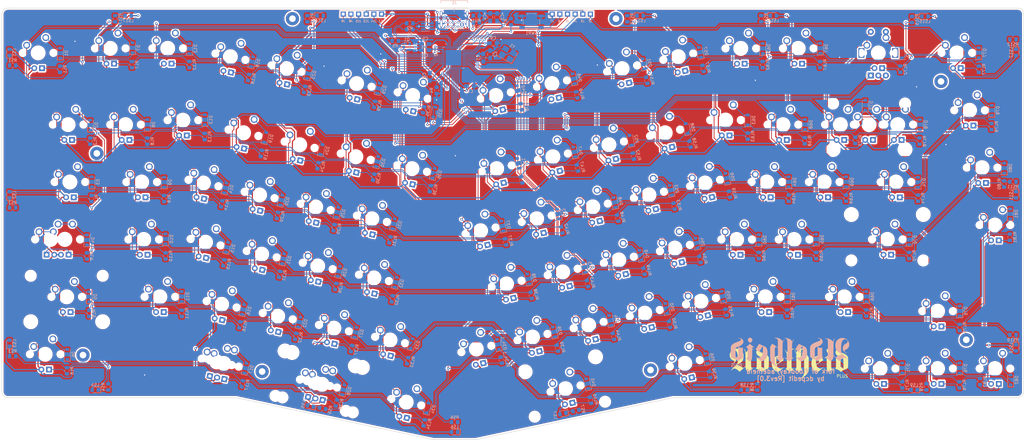
<source format=kicad_pcb>
(kicad_pcb (version 20171130) (host pcbnew "(5.1.9-0-10_14)")
  (title_block (title "Adelheid Plus") (rev 2.0) (company dcpedit))
  (layers (0 F.Cu signal) (31 B.Cu signal) (34 B.Paste user) (35 F.Paste user) (36 B.SilkS user) (37 F.SilkS user) (38 B.Mask user) (39 F.Mask user) (44 Edge.Cuts user))
  (net 0 "")
  (net 1 GND)
  (net 2 XTAL1)
  (net 3 XTAL2)
  (net 4 VCC)
  (net 5 "Net-(C4-Pad1)")
  (net 6 "Net-(D1-Pad2)")
  (net 7 /row0)
  (net 8 /row1)
  (net 9 "Net-(D2-Pad2)")
  (net 10 "Net-(D3-Pad2)")
  (net 11 /row2)
  (net 12 /row3)
  (net 13 "Net-(D4-Pad2)")
  (net 14 "Net-(D5-Pad2)")
  (net 15 /row4)
  (net 16 "Net-(D6-Pad2)")
  (net 17 "Net-(D7-Pad2)")
  (net 18 "Net-(D8-Pad2)")
  (net 19 "Net-(D9-Pad2)")
  (net 20 "Net-(D10-Pad2)")
  (net 21 "Net-(D11-Pad2)")
  (net 22 "Net-(D12-Pad2)")
  (net 23 "Net-(D13-Pad2)")
  (net 24 "Net-(D14-Pad2)")
  (net 25 "Net-(D15-Pad2)")
  (net 26 "Net-(D16-Pad2)")
  (net 27 "Net-(D17-Pad2)")
  (net 28 "Net-(D18-Pad2)")
  (net 29 "Net-(D19-Pad2)")
  (net 30 "Net-(D20-Pad2)")
  (net 31 "Net-(D21-Pad2)")
  (net 32 "Net-(D22-Pad2)")
  (net 33 "Net-(D23-Pad2)")
  (net 34 "Net-(D24-Pad2)")
  (net 35 "Net-(D25-Pad2)")
  (net 36 "Net-(D26-Pad2)")
  (net 37 "Net-(D27-Pad2)")
  (net 38 "Net-(D28-Pad2)")
  (net 39 "Net-(D29-Pad2)")
  (net 40 "Net-(D30-Pad2)")
  (net 41 "Net-(D31-Pad2)")
  (net 42 "Net-(D32-Pad2)")
  (net 43 "Net-(D33-Pad2)")
  (net 44 "Net-(D34-Pad2)")
  (net 45 "Net-(D35-Pad2)")
  (net 46 "Net-(D36-Pad2)")
  (net 47 "Net-(D37-Pad2)")
  (net 48 "Net-(D38-Pad2)")
  (net 49 "Net-(D39-Pad2)")
  (net 50 "Net-(D40-Pad2)")
  (net 51 "Net-(D41-Pad2)")
  (net 52 "Net-(D42-Pad2)")
  (net 53 "Net-(D43-Pad2)")
  (net 54 "Net-(D44-Pad2)")
  (net 55 "Net-(D45-Pad2)")
  (net 56 "Net-(D46-Pad2)")
  (net 57 "Net-(D47-Pad2)")
  (net 58 "Net-(D48-Pad2)")
  (net 59 "Net-(D49-Pad2)")
  (net 60 "Net-(D50-Pad2)")
  (net 61 "Net-(D51-Pad2)")
  (net 62 "Net-(D52-Pad2)")
  (net 63 "Net-(D53-Pad2)")
  (net 64 "Net-(D54-Pad2)")
  (net 65 "Net-(D55-Pad2)")
  (net 66 "Net-(D56-Pad2)")
  (net 67 "Net-(D57-Pad2)")
  (net 68 "Net-(D58-Pad2)")
  (net 69 "Net-(D59-Pad2)")
  (net 70 "Net-(D60-Pad2)")
  (net 71 "Net-(D61-Pad2)")
  (net 72 "Net-(D62-Pad2)")
  (net 73 "Net-(D63-Pad2)")
  (net 74 "Net-(D64-Pad2)")
  (net 75 "Net-(D65-Pad2)")
  (net 76 "Net-(D66-Pad2)")
  (net 77 "Net-(D67-Pad2)")
  (net 78 /MISO)
  (net 79 /SCK)
  (net 80 /MOSI)
  (net 81 /~RES~)
  (net 82 /PF4)
  (net 83 /PF5)
  (net 84 D+)
  (net 85 D-)
  (net 86 "Net-(R4-Pad1)")
  (net 87 /col0)
  (net 88 /col1)
  (net 89 /col2)
  (net 90 /col3)
  (net 91 /col4)
  (net 92 /col5)
  (net 93 /col6)
  (net 94 /col8)
  (net 95 /col9)
  (net 96 /col10)
  (net 97 /col11)
  (net 98 /col12)
  (net 99 /col13)
  (net 100 "Net-(U1-Pad3)")
  (net 101 "Net-(U1-Pad1)")
  (net 102 "Net-(U2-Pad42)")
  (net 103 "Net-(D68-Pad2)")
  (net 104 /row5)
  (net 105 "Net-(D69-Pad2)")
  (net 106 "Net-(D70-Pad2)")
  (net 107 "Net-(D71-Pad2)")
  (net 108 "Net-(D72-Pad2)")
  (net 109 "Net-(D73-Pad2)")
  (net 110 "Net-(D74-Pad2)")
  (net 111 "Net-(D75-Pad2)")
  (net 112 "Net-(D76-Pad2)")
  (net 113 "Net-(D77-Pad2)")
  (net 114 "Net-(D78-Pad2)")
  (net 115 "Net-(D79-Pad2)")
  (net 116 "Net-(D80-Pad2)")
  (net 117 "Net-(D81-Pad2)")
  (net 118 "Net-(D82-Pad2)")
  (net 119 "Net-(MX1-Pad4)")
  (net 120 "Net-(MX2-Pad4)")
  (net 121 "Net-(MX3-Pad4)")
  (net 122 "Net-(MX4-Pad4)")
  (net 123 "Net-(MX5-Pad4)")
  (net 124 "Net-(MX6-Pad4)")
  (net 125 "Net-(MX7-Pad4)")
  (net 126 "Net-(MX8-Pad4)")
  (net 127 "Net-(MX9-Pad4)")
  (net 128 "Net-(MX10-Pad4)")
  (net 129 "Net-(MX11-Pad4)")
  (net 130 "Net-(MX12-Pad4)")
  (net 131 "Net-(MX13-Pad4)")
  (net 132 "Net-(MX14-Pad4)")
  (net 133 "Net-(MX15-Pad4)")
  (net 134 "Net-(MX16-Pad4)")
  (net 135 "Net-(MX17-Pad4)")
  (net 136 "Net-(MX18-Pad4)")
  (net 137 "Net-(MX19-Pad4)")
  (net 138 "Net-(MX20-Pad4)")
  (net 139 "Net-(MX21-Pad4)")
  (net 140 "Net-(MX22-Pad4)")
  (net 141 "Net-(MX23-Pad4)")
  (net 142 "Net-(MX24-Pad4)")
  (net 143 "Net-(MX25-Pad4)")
  (net 144 "Net-(MX26-Pad4)")
  (net 145 "Net-(MX27-Pad4)")
  (net 146 "Net-(MX28-Pad4)")
  (net 147 "Net-(MX29-Pad4)")
  (net 148 "Net-(MX30-Pad4)")
  (net 149 "Net-(MX31-Pad4)")
  (net 150 "Net-(MX32-Pad4)")
  (net 151 "Net-(MX33-Pad4)")
  (net 152 "Net-(MX34-Pad4)")
  (net 153 "Net-(MX35-Pad4)")
  (net 154 "Net-(MX36-Pad4)")
  (net 155 "Net-(MX37-Pad4)")
  (net 156 "Net-(MX38-Pad4)")
  (net 157 "Net-(MX39-Pad4)")
  (net 158 "Net-(MX40-Pad4)")
  (net 159 "Net-(MX41-Pad4)")
  (net 160 "Net-(MX42-Pad4)")
  (net 161 "Net-(MX43-Pad4)")
  (net 162 "Net-(MX44-Pad4)")
  (net 163 "Net-(MX45-Pad4)")
  (net 164 "Net-(MX46-Pad4)")
  (net 165 "Net-(MX47-Pad4)")
  (net 166 "Net-(MX48-Pad4)")
  (net 167 "Net-(MX49-Pad4)")
  (net 168 "Net-(MX50-Pad4)")
  (net 169 "Net-(MX51-Pad4)")
  (net 170 "Net-(MX52-Pad4)")
  (net 171 "Net-(MX53-Pad4)")
  (net 172 "Net-(MX54-Pad4)")
  (net 173 "Net-(MX55-Pad4)")
  (net 174 "Net-(MX56-Pad4)")
  (net 175 "Net-(MX57-Pad4)")
  (net 176 "Net-(MX58-Pad4)")
  (net 177 "Net-(MX59-Pad4)")
  (net 178 "Net-(MX60-Pad4)")
  (net 179 "Net-(MX61-Pad4)")
  (net 180 "Net-(MX62-Pad4)")
  (net 181 "Net-(MX63-Pad4)")
  (net 182 "Net-(MX64-Pad4)")
  (net 183 "Net-(MX65-Pad4)")
  (net 184 "Net-(MX66-Pad4)")
  (net 185 "Net-(MX67-Pad4)")
  (net 186 "Net-(MX68-Pad4)")
  (net 187 "Net-(MX69-Pad4)")
  (net 188 "Net-(MX70-Pad4)")
  (net 189 "Net-(MX71-Pad4)")
  (net 190 "Net-(MX72-Pad4)")
  (net 191 "Net-(MX73-Pad4)")
  (net 192 "Net-(MX74-Pad4)")
  (net 193 "Net-(MX75-Pad4)")
  (net 194 "Net-(MX76-Pad4)")
  (net 195 "Net-(MX77-Pad4)")
  (net 196 "Net-(MX78-Pad4)")
  (net 197 "Net-(MX79-Pad4)")
  (net 198 "Net-(MX80-Pad4)")
  (net 199 "Net-(MX81-Pad4)")
  (net 200 "Net-(MX82-Pad4)")
  (net 201 /ledGND)
  (net 202 "Net-(Q1-Pad1)")
  (net 203 "Net-(R5-Pad1)")
  (net 204 "Net-(LS1-Pad1)")
  (net 205 "Net-(LS2-Pad1)")
  (net 206 "Net-(LS3-Pad1)")
  (net 207 "Net-(LS4-Pad1)")
  (net 208 "Net-(LS5-Pad1)")
  (net 209 "Net-(LS6-Pad1)")
  (net 210 "Net-(LS7-Pad1)")
  (net 211 "Net-(LS8-Pad1)")
  (net 212 "Net-(LS9-Pad1)")
  (net 213 "Net-(LS10-Pad1)")
  (net 214 "Net-(LS11-Pad1)")
  (net 215 "Net-(LS12-Pad1)")
  (net 216 "Net-(LS13-Pad1)")
  (net 217 "Net-(LS14-Pad1)")
  (net 218 "Net-(LS15-Pad1)")
  (net 219 "Net-(LS16-Pad1)")
  (net 220 "Net-(LS17-Pad1)")
  (net 221 "Net-(D34_1-Pad2)")
  (net 222 "Net-(MX34_1-Pad4)")
  (net 223 "Net-(J1-PadA5)")
  (net 224 "Net-(J1-PadA6)")
  (net 225 "Net-(J1-PadA7)")
  (net 226 "Net-(J1-PadA8)")
  (net 227 "Net-(J1-PadB8)")
  (net 228 "Net-(J1-PadB5)")
  (module adelheid:QFN50P700X700X100-45N (layer B.Cu) (at 175.26 40.894 270)
    (fp_text reference U2 (at -1.385 5.75 270) (layer B.SilkS) (effects (justify mirror)))
    (fp_text value ATmega32U4-MU)
    (pad 45 smd rect (at 0 0 270) (size 5.2 5.2) (layers B.Cu B.Mask) (net 1 GND))
    (pad 33 smd roundrect (at 3.36 2.5 270) (size 1.01 0.26) (layers B.Cu B.Paste B.Mask) (roundrect_rratio 0.03) (net 86 "Net-(R4-Pad1)"))
    (pad 32 smd roundrect (at 3.36 2 270) (size 1.01 0.26) (layers B.Cu B.Paste B.Mask) (roundrect_rratio 0.03) (net 90 /col3))
    (pad 31 smd roundrect (at 3.36 1.5 270) (size 1.01 0.26) (layers B.Cu B.Paste B.Mask) (roundrect_rratio 0.03) (net 203 "Net-(R5-Pad1)"))
    (pad 30 smd roundrect (at 3.36 1 270) (size 1.01 0.26) (layers B.Cu B.Paste B.Mask) (roundrect_rratio 0.03) (net 92 /col5))
    (pad 29 smd roundrect (at 3.36 0.5 270) (size 1.01 0.26) (layers B.Cu B.Paste B.Mask) (roundrect_rratio 0.03) (net 96 /col10))
    (pad 28 smd roundrect (at 3.36 0 270) (size 1.01 0.26) (layers B.Cu B.Paste B.Mask) (roundrect_rratio 0.03) (net 97 /col11))
    (pad 27 smd roundrect (at 3.36 -0.5 270) (size 1.01 0.26) (layers B.Cu B.Paste B.Mask) (roundrect_rratio 0.03) (net 98 /col12))
    (pad 26 smd roundrect (at 3.36 -1 270) (size 1.01 0.26) (layers B.Cu B.Paste B.Mask) (roundrect_rratio 0.03) (net 99 /col13))
    (pad 25 smd roundrect (at 3.36 -1.5 270) (size 1.01 0.26) (layers B.Cu B.Paste B.Mask) (roundrect_rratio 0.03) (net 93 /col6))
    (pad 24 smd roundrect (at 3.36 -2 270) (size 1.01 0.26) (layers B.Cu B.Paste B.Mask) (roundrect_rratio 0.03) (net 4 VCC))
    (pad 23 smd roundrect (at 3.36 -2.5 270) (size 1.01 0.26) (layers B.Cu B.Paste B.Mask) (roundrect_rratio 0.03) (net 1 GND))
    (pad 11 smd roundrect (at -3.36 -2.5 270) (size 1.01 0.26) (layers B.Cu B.Paste B.Mask) (roundrect_rratio 0.03) (net 78 /MISO))
    (pad 10 smd roundrect (at -3.36 -2 270) (size 1.01 0.26) (layers B.Cu B.Paste B.Mask) (roundrect_rratio 0.03) (net 80 /MOSI))
    (pad 9 smd roundrect (at -3.36 -1.5 270) (size 1.01 0.26) (layers B.Cu B.Paste B.Mask) (roundrect_rratio 0.03) (net 79 /SCK))
    (pad 8 smd roundrect (at -3.36 -1 270) (size 1.01 0.26) (layers B.Cu B.Paste B.Mask) (roundrect_rratio 0.03) (net 94 /col8))
    (pad 7 smd roundrect (at -3.36 -0.5 270) (size 1.01 0.26) (layers B.Cu B.Paste B.Mask) (roundrect_rratio 0.03) (net 4 VCC))
    (pad 6 smd roundrect (at -3.36 0 270) (size 1.01 0.26) (layers B.Cu B.Paste B.Mask) (roundrect_rratio 0.03) (net 5 "Net-(C4-Pad1)"))
    (pad 5 smd roundrect (at -3.36 0.5 270) (size 1.01 0.26) (layers B.Cu B.Paste B.Mask) (roundrect_rratio 0.03) (net 1 GND))
    (pad 4 smd roundrect (at -3.36 1 270) (size 1.01 0.26) (layers B.Cu B.Paste B.Mask) (roundrect_rratio 0.03) (net 84 D+))
    (pad 3 smd roundrect (at -3.36 1.5 270) (size 1.01 0.26) (layers B.Cu B.Paste B.Mask) (roundrect_rratio 0.03) (net 85 D-))
    (pad 2 smd roundrect (at -3.36 2 270) (size 1.01 0.26) (layers B.Cu B.Paste B.Mask) (roundrect_rratio 0.03) (net 4 VCC))
    (pad 1 smd roundrect (at -3.36 2.5 270) (size 1.01 0.26) (layers B.Cu B.Paste B.Mask) (roundrect_rratio 0.03) (net 89 /col2))
    (pad 44 smd roundrect (at -2.5 3.36 270) (size 0.26 1.01) (layers B.Cu B.Paste B.Mask) (roundrect_rratio 0.13) (net 4 VCC))
    (pad 43 smd roundrect (at -2 3.36 270) (size 0.26 1.01) (layers B.Cu B.Paste B.Mask) (roundrect_rratio 0.13) (net 1 GND))
    (pad 42 smd roundrect (at -1.5 3.36 270) (size 0.26 1.01) (layers B.Cu B.Paste B.Mask) (roundrect_rratio 0.13) (net 102 "Net-(U2-Pad42)"))
    (pad 41 smd roundrect (at -1 3.36 270) (size 0.26 1.01) (layers B.Cu B.Paste B.Mask) (roundrect_rratio 0.13) (net 87 /col0))
    (pad 40 smd roundrect (at -0.5 3.36 270) (size 0.26 1.01) (layers B.Cu B.Paste B.Mask) (roundrect_rratio 0.13) (net 88 /col1))
    (pad 39 smd roundrect (at 0 3.36 270) (size 0.26 1.01) (layers B.Cu B.Paste B.Mask) (roundrect_rratio 0.13) (net 82 /PF4))
    (pad 38 smd roundrect (at 0.5 3.36 270) (size 0.26 1.01) (layers B.Cu B.Paste B.Mask) (roundrect_rratio 0.13) (net 83 /PF5))
    (pad 37 smd roundrect (at 1 3.36 270) (size 0.26 1.01) (layers B.Cu B.Paste B.Mask) (roundrect_rratio 0.13) (net 91 /col4))
    (pad 36 smd roundrect (at 1.5 3.36 270) (size 0.26 1.01) (layers B.Cu B.Paste B.Mask) (roundrect_rratio 0.13) (net 104 /row5))
    (pad 35 smd roundrect (at 2 3.36 270) (size 0.26 1.01) (layers B.Cu B.Paste B.Mask) (roundrect_rratio 0.13) (net 1 GND))
    (pad 34 smd roundrect (at 2.5 3.36 270) (size 0.26 1.01) (layers B.Cu B.Paste B.Mask) (roundrect_rratio 0.13) (net 4 VCC))
    (pad 22 smd roundrect (at 2.5 -3.36 270) (size 0.26 1.01) (layers B.Cu B.Paste B.Mask) (roundrect_rratio 0.13) (net 15 /row4))
    (pad 21 smd roundrect (at 2 -3.36 270) (size 0.26 1.01) (layers B.Cu B.Paste B.Mask) (roundrect_rratio 0.13) (net 12 /row3))
    (pad 20 smd roundrect (at 1.5 -3.36 270) (size 0.26 1.01) (layers B.Cu B.Paste B.Mask) (roundrect_rratio 0.13) (net 11 /row2))
    (pad 19 smd roundrect (at 1 -3.36 270) (size 0.26 1.01) (layers B.Cu B.Paste B.Mask) (roundrect_rratio 0.13) (net 8 /row1))
    (pad 18 smd roundrect (at 0.5 -3.36 270) (size 0.26 1.01) (layers B.Cu B.Paste B.Mask) (roundrect_rratio 0.13) (net 7 /row0))
    (pad 17 smd roundrect (at 0 -3.36 270) (size 0.26 1.01) (layers B.Cu B.Paste B.Mask) (roundrect_rratio 0.13) (net 2 XTAL1))
    (pad 16 smd roundrect (at -0.5 -3.36 270) (size 0.26 1.01) (layers B.Cu B.Paste B.Mask) (roundrect_rratio 0.13) (net 3 XTAL2))
    (pad 15 smd roundrect (at -1 -3.36 270) (size 0.26 1.01) (layers B.Cu B.Paste B.Mask) (roundrect_rratio 0.13) (net 1 GND))
    (pad 14 smd roundrect (at -1.5 -3.36 270) (size 0.26 1.01) (layers B.Cu B.Paste B.Mask) (roundrect_rratio 0.13) (net 4 VCC))
    (pad 13 smd roundrect (at -2 -3.36 270) (size 0.26 1.01) (layers B.Cu B.Paste B.Mask) (roundrect_rratio 0.13) (net 81 /~RES~))
    (pad 12 smd roundrect (at -2.5 -3.36 270) (size 0.26 1.01) (layers B.Cu B.Paste B.Mask) (roundrect_rratio 0.13) (net 95 /col9))
  )
  (module ai03-MX_only:MXOnly-2U-ReversedStabilizers (layer F.Cu) (at 131.6355 149.2631 348)
    (fp_text reference MX28)
    (fp_text value MX-LED)
    (pad "" np_thru_hole circle (at 11.938 -8.255 348) (size 3.9878 3.9878) (drill 3.9878) (layers *.Cu *.Mask))
    (pad "" np_thru_hole circle (at -11.938 -8.255 348) (size 3.9878 3.9878) (drill 3.9878) (layers *.Cu *.Mask))
    (pad "" np_thru_hole circle (at 11.938 6.985 348) (size 3.048 3.048) (drill 3.048) (layers *.Cu *.Mask))
    (pad "" np_thru_hole circle (at -11.938 6.985 348) (size 3.048 3.048) (drill 3.048) (layers *.Cu *.Mask))
    (pad "" np_thru_hole circle (at 5.08 0 36.0996) (size 1.75 1.75) (drill 1.75) (layers *.Cu *.Mask))
    (pad "" np_thru_hole circle (at -5.08 0 36.0996) (size 1.75 1.75) (drill 1.75) (layers *.Cu *.Mask))
    (pad 4 thru_hole rect (at 1.27 5.08 348) (size 1.905 1.905) (drill 1.04) (layers *.Cu B.Mask) (net 146 "Net-(MX28-Pad4)"))
    (pad 3 thru_hole circle (at -1.27 5.08 348) (size 1.905 1.905) (drill 1.04) (layers *.Cu B.Mask) (net 4 VCC))
    (pad 1 thru_hole circle (at -3.81 -2.54 348) (size 2.25 2.25) (drill 1.47) (layers *.Cu B.Mask) (net 91 /col4))
    (pad "" np_thru_hole circle (at 0 0 348) (size 3.9878 3.9878) (drill 3.9878) (layers *.Cu *.Mask))
    (pad 2 thru_hole circle (at 2.54 -5.08 348) (size 2.25 2.25) (drill 1.47) (layers *.Cu B.Mask) (net 38 "Net-(D28-Pad2)"))
  )
  (module ai03-MX_only:MXOnly-2.25U-ReversedStabilizers (layer F.Cu) (at 129.31394 148.7678 348)
    (fp_text reference MX28.225)
    (fp_text value MX-LED)
    (pad "" np_thru_hole circle (at 11.938 -8.255 348) (size 3.9878 3.9878) (drill 3.9878) (layers *.Cu *.Mask))
    (pad "" np_thru_hole circle (at -11.938 -8.255 348) (size 3.9878 3.9878) (drill 3.9878) (layers *.Cu *.Mask))
    (pad "" np_thru_hole circle (at 11.938 6.985 348) (size 3.048 3.048) (drill 3.048) (layers *.Cu *.Mask))
    (pad "" np_thru_hole circle (at -11.938 6.985 348) (size 3.048 3.048) (drill 3.048) (layers *.Cu *.Mask))
    (pad "" np_thru_hole circle (at 5.08 0 36.0996) (size 1.75 1.75) (drill 1.75) (layers *.Cu *.Mask))
    (pad "" np_thru_hole circle (at -5.08 0 36.0996) (size 1.75 1.75) (drill 1.75) (layers *.Cu *.Mask))
    (pad 4 thru_hole rect (at -1.27 5.08 348) (size 1.905 1.905) (drill 1.04) (layers *.Cu B.Mask) (net 146 "Net-(MX28-Pad4)"))
    (pad 3 thru_hole circle (at 1.27 5.08 348) (size 1.905 1.905) (drill 1.04) (layers *.Cu B.Mask) (net 4 VCC))
    (pad 1 thru_hole circle (at -3.81 -2.54 348) (size 2.25 2.25) (drill 1.47) (layers *.Cu B.Mask) (net 91 /col4))
    (pad "" np_thru_hole circle (at 0 0 348) (size 3.9878 3.9878) (drill 3.9878) (layers *.Cu *.Mask))
    (pad 2 thru_hole circle (at 2.54 -5.08 348) (size 2.25 2.25) (drill 1.47) (layers *.Cu B.Mask) (net 38 "Net-(D28-Pad2)"))
  )
  (module ai03-MX_only:MXOnly-1.25U (layer F.Cu) (at 96.6978 141.82852 348)
    (fp_text reference MX17.125)
    (fp_text value MX-LED)
    (pad "" np_thru_hole circle (at 5.08 0 36.0996) (size 1.75 1.75) (drill 1.75) (layers *.Cu *.Mask))
    (pad "" np_thru_hole circle (at -5.08 0 36.0996) (size 1.75 1.75) (drill 1.75) (layers *.Cu *.Mask))
    (pad 4 thru_hole rect (at -1.27 5.08 348) (size 1.905 1.905) (drill 1.04) (layers *.Cu B.Mask) (net 135 "Net-(MX17-Pad4)"))
    (pad 3 thru_hole circle (at 1.27 5.08 348) (size 1.905 1.905) (drill 1.04) (layers *.Cu B.Mask) (net 4 VCC))
    (pad 1 thru_hole circle (at -3.81 -2.54 348) (size 2.25 2.25) (drill 1.47) (layers *.Cu B.Mask) (net 89 /col2))
    (pad "" np_thru_hole circle (at 0 0 348) (size 3.9878 3.9878) (drill 3.9878) (layers *.Cu *.Mask))
    (pad 2 thru_hole circle (at 2.54 -5.08 348) (size 2.25 2.25) (drill 1.47) (layers *.Cu B.Mask) (net 27 "Net-(D17-Pad2)"))
  )
  (module Keebio-Parts:RotaryEncoder_EC11 (layer F.Cu) (at 316.2554 39.2938 90)
    (fp_text reference RE_SW1)
    (fp_text value Rotary_Encoder_Switch)
    (pad S1 thru_hole circle (at 7 2.5 90) (size 2 2) (drill 1) (layers *.Cu *.Mask) (net 108 "Net-(D72-Pad2)"))
    (pad S2 thru_hole circle (at 7 -2.5 90) (size 2 2) (drill 1) (layers *.Cu *.Mask) (net 99 /col13))
    (pad "" np_thru_hole rect (at 0 5.6 90) (size 3.2 2) (drill oval 2.8 1.5) (layers *.Cu *.Mask))
    (pad "" np_thru_hole rect (at 0 -5.6 90) (size 3.2 2) (drill oval 2.8 1.5) (layers *.Cu *.Mask))
    (pad B thru_hole circle (at -7.5 2.5 90) (size 2 2) (drill 1) (layers *.Cu *.Mask) (net 83 /PF5))
    (pad C thru_hole circle (at -7.5 0 90) (size 2 2) (drill 1) (layers *.Cu *.Mask) (net 1 GND))
    (pad A thru_hole rect (at -7.5 -2.5 90) (size 2 2) (drill 1) (layers *.Cu *.Mask) (net 82 /PF4))
  )
  (module Resistor_SMD:R_0805_2012Metric_Pad1.20x1.40mm_HandSolder (layer B.Cu) (at 182.88 29.21)
    (fp_text reference RU2 (at 0 1.65) (layer B.SilkS) (effects (justify mirror)))
    (fp_text value 5.1K)
    (pad 2 smd roundrect (at 1 0) (size 1.2 1.4) (layers B.Cu B.Paste B.Mask) (roundrect_rratio 0.2083325) (net 1 GND))
    (pad 1 smd roundrect (at -1 0) (size 1.2 1.4) (layers B.Cu B.Paste B.Mask) (roundrect_rratio 0.2083325) (net 228 "Net-(J1-PadB5)"))
  )
  (module Resistor_SMD:R_0805_2012Metric_Pad1.20x1.40mm_HandSolder (layer B.Cu) (at 182.864 26.924)
    (fp_text reference RU1 (at 0 1.65) (layer B.SilkS) (effects (justify mirror)))
    (fp_text value 5.1K)
    (pad 2 smd roundrect (at 1 0) (size 1.2 1.4) (layers B.Cu B.Paste B.Mask) (roundrect_rratio 0.2083325) (net 1 GND))
    (pad 1 smd roundrect (at -1 0) (size 1.2 1.4) (layers B.Cu B.Paste B.Mask) (roundrect_rratio 0.2083325) (net 223 "Net-(J1-PadA5)"))
  )
  (module Type-C:USB_C_GCT_USB4085 (layer B.Cu) (at 175.5267 24.435)
    (fp_text reference J1 (at 0 -1.85) (layer B.SilkS) (effects (justify mirror)))
    (fp_text value USB_C_Receptacle_USB2.0)
    (pad A5 thru_hole circle (at -1.275 6.1) (size 0.65 0.65) (drill 0.4) (layers *.Cu *.Mask) (net 223 "Net-(J1-PadA5)"))
    (pad A1 thru_hole circle (at -2.975 6.1) (size 0.65 0.65) (drill 0.4) (layers *.Cu *.Mask) (net 1 GND))
    (pad A4 thru_hole circle (at -2.125 6.1) (size 0.65 0.65) (drill 0.4) (layers *.Cu *.Mask) (net 4 VCC))
    (pad A6 thru_hole circle (at -0.425 6.1) (size 0.65 0.65) (drill 0.4) (layers *.Cu *.Mask) (net 224 "Net-(J1-PadA6)"))
    (pad A7 thru_hole circle (at 0.425 6.1) (size 0.65 0.65) (drill 0.4) (layers *.Cu *.Mask) (net 225 "Net-(J1-PadA7)"))
    (pad A8 thru_hole circle (at 1.275 6.1) (size 0.65 0.65) (drill 0.4) (layers *.Cu *.Mask) (net 226 "Net-(J1-PadA8)"))
    (pad A9 thru_hole circle (at 2.125 6.1) (size 0.65 0.65) (drill 0.4) (layers *.Cu *.Mask) (net 4 VCC))
    (pad A12 thru_hole circle (at 2.975 6.1) (size 0.65 0.65) (drill 0.4) (layers *.Cu *.Mask) (net 1 GND))
    (pad B12 thru_hole circle (at -2.975 4.775) (size 0.65 0.65) (drill 0.4) (layers *.Cu *.Mask) (net 1 GND))
    (pad B9 thru_hole circle (at -2.12 4.775) (size 0.65 0.65) (drill 0.4) (layers *.Cu *.Mask) (net 4 VCC))
    (pad B8 thru_hole circle (at -1.27 4.775) (size 0.65 0.65) (drill 0.4) (layers *.Cu *.Mask) (net 227 "Net-(J1-PadB8)"))
    (pad B7 thru_hole circle (at -0.42 4.775) (size 0.65 0.65) (drill 0.4) (layers *.Cu *.Mask) (net 225 "Net-(J1-PadA7)"))
    (pad B6 thru_hole circle (at 0.43 4.775) (size 0.65 0.65) (drill 0.4) (layers *.Cu *.Mask) (net 224 "Net-(J1-PadA6)"))
    (pad B5 thru_hole circle (at 1.28 4.775) (size 0.65 0.65) (drill 0.4) (layers *.Cu *.Mask) (net 228 "Net-(J1-PadB5)"))
    (pad B4 thru_hole circle (at 2.13 4.775) (size 0.65 0.65) (drill 0.4) (layers *.Cu *.Mask) (net 4 VCC))
    (pad B1 thru_hole circle (at 2.98 4.775) (size 0.65 0.65) (drill 0.4) (layers *.Cu *.Mask) (net 1 GND))
    (pad S1 thru_hole oval (at -4.325 5.12) (size 0.9 2.4) (drill oval 0.6 2.1) (layers *.Cu *.Mask) (net 1 GND))
    (pad S1 thru_hole oval (at 4.325 5.12) (size 0.9 2.4) (drill oval 0.6 2.1) (layers *.Cu *.Mask) (net 1 GND))
    (pad S1 thru_hole oval (at -4.325 1.74) (size 0.9 1.7) (drill oval 0.6 1.4) (layers *.Cu *.Mask) (net 1 GND))
    (pad S1 thru_hole oval (at 4.325 1.74) (size 0.9 1.7) (drill oval 0.6 1.4) (layers *.Cu *.Mask) (net 1 GND))
  )
  (module ai03-MX_only:MXOnly-1U (layer F.Cu) (at 182.85123 137.545449 12)
    (fp_text reference MX34_1)
    (fp_text value MX-LED)
    (pad "" np_thru_hole circle (at 5.08 0 60.0996) (size 1.75 1.75) (drill 1.75) (layers *.Cu *.Mask))
    (pad "" np_thru_hole circle (at -5.08 0 60.0996) (size 1.75 1.75) (drill 1.75) (layers *.Cu *.Mask))
    (pad 4 thru_hole rect (at 1.27 5.08 12) (size 1.905 1.905) (drill 1.04) (layers *.Cu B.Mask) (net 222 "Net-(MX34_1-Pad4)"))
    (pad 3 thru_hole circle (at -1.27 5.08 12) (size 1.905 1.905) (drill 1.04) (layers *.Cu B.Mask) (net 4 VCC))
    (pad 1 thru_hole circle (at -3.81 -2.54 12) (size 2.25 2.25) (drill 1.47) (layers *.Cu B.Mask) (net 93 /col6))
    (pad "" np_thru_hole circle (at 0 0 12) (size 3.9878 3.9878) (drill 3.9878) (layers *.Cu *.Mask))
    (pad 2 thru_hole circle (at 2.54 -5.08 12) (size 2.25 2.25) (drill 1.47) (layers *.Cu B.Mask) (net 221 "Net-(D34_1-Pad2)"))
  )
  (module ai03-MX_only:MXOnly-1U (layer F.Cu) (at 298.2976 82.1309)
    (fp_text reference MX69)
    (fp_text value MX-LED)
    (pad "" np_thru_hole circle (at 5.08 0 48.0996) (size 1.75 1.75) (drill 1.75) (layers *.Cu *.Mask))
    (pad "" np_thru_hole circle (at -5.08 0 48.0996) (size 1.75 1.75) (drill 1.75) (layers *.Cu *.Mask))
    (pad 4 thru_hole rect (at 1.27 5.08) (size 1.905 1.905) (drill 1.04) (layers *.Cu B.Mask) (net 187 "Net-(MX69-Pad4)"))
    (pad 3 thru_hole circle (at -1.27 5.08) (size 1.905 1.905) (drill 1.04) (layers *.Cu B.Mask) (net 4 VCC))
    (pad 1 thru_hole circle (at -3.81 -2.54) (size 2.25 2.25) (drill 1.47) (layers *.Cu B.Mask) (net 98 /col12))
    (pad "" np_thru_hole circle (at 0 0) (size 3.9878 3.9878) (drill 3.9878) (layers *.Cu *.Mask))
    (pad 2 thru_hole circle (at 2.54 -5.08) (size 2.25 2.25) (drill 1.47) (layers *.Cu B.Mask) (net 105 "Net-(D69-Pad2)"))
  )
  (module Resistor_SMD:R_0805_2012Metric_Pad1.20x1.40mm_HandSolder (layer B.Cu) (at 191.145386 141.258128 102)
    (fp_text reference RL34_1 (at 0 1.65 102) (layer B.SilkS) (effects (justify mirror)))
    (fp_text value R)
    (pad 2 smd roundrect (at 1 0 102) (size 1.2 1.4) (layers B.Cu B.Paste B.Mask) (roundrect_rratio 0.2083325) (net 201 /ledGND))
    (pad 1 smd roundrect (at -1 0 102) (size 1.2 1.4) (layers B.Cu B.Paste B.Mask) (roundrect_rratio 0.2083325) (net 222 "Net-(MX34_1-Pad4)"))
  )
  (module ai03-MX_only:MXOnly-2U (layer F.Cu) (at 313.182 63.0809)
    (fp_text reference MX78_1)
    (fp_text value MX-LED)
    (pad 2 thru_hole circle (at 2.54 -5.08) (size 2.25 2.25) (drill 1.47) (layers *.Cu B.Mask) (net 114 "Net-(D78-Pad2)"))
    (pad "" np_thru_hole circle (at 0 0) (size 3.9878 3.9878) (drill 3.9878) (layers *.Cu *.Mask))
    (pad 1 thru_hole circle (at -3.81 -2.54) (size 2.25 2.25) (drill 1.47) (layers *.Cu B.Mask) (net 78 /MISO))
    (pad 3 thru_hole circle (at -1.27 5.08) (size 1.905 1.905) (drill 1.04) (layers *.Cu B.Mask) (net 4 VCC))
    (pad 4 thru_hole rect (at 1.27 5.08) (size 1.905 1.905) (drill 1.04) (layers *.Cu B.Mask) (net 196 "Net-(MX78-Pad4)"))
    (pad "" np_thru_hole circle (at -5.08 0 48.0996) (size 1.75 1.75) (drill 1.75) (layers *.Cu *.Mask))
    (pad "" np_thru_hole circle (at 5.08 0 48.0996) (size 1.75 1.75) (drill 1.75) (layers *.Cu *.Mask))
    (pad "" np_thru_hole circle (at -11.938 -6.985) (size 3.048 3.048) (drill 3.048) (layers *.Cu *.Mask))
    (pad "" np_thru_hole circle (at 11.938 -6.985) (size 3.048 3.048) (drill 3.048) (layers *.Cu *.Mask))
    (pad "" np_thru_hole circle (at -11.938 8.255) (size 3.9878 3.9878) (drill 3.9878) (layers *.Cu *.Mask))
    (pad "" np_thru_hole circle (at 11.938 8.255) (size 3.9878 3.9878) (drill 3.9878) (layers *.Cu *.Mask))
  )
  (module Diode_SMD:D_SOD-123 (layer B.Cu) (at 190.036385 136.040688 102)
    (fp_text reference D34_1 (at 0 2 102) (layer B.SilkS) (effects (justify mirror)))
    (fp_text value D)
    (pad 2 smd rect (at 1.65 0 102) (size 0.9 1.2) (layers B.Cu B.Paste B.Mask) (net 221 "Net-(D34_1-Pad2)"))
    (pad 1 smd rect (at -1.65 0 102) (size 0.9 1.2) (layers B.Cu B.Paste B.Mask) (net 104 /row5))
  )
  (module adelheid:adelheid-logo (layer B.Cu) (at 286.766 139.065 180)
    (fp_text reference " G2" hide)
    (fp_text value LOGO hide)
  )
  (module adelheid:adelheid-logo (layer F.Cu) (at 286.766 142.621)
    (fp_text reference G1 hide)
    (fp_text value LOGO hide)
  )
  (module Resistor_SMD:R_0805_2012Metric_Pad1.15x1.40mm_HandSolder (layer B.Cu) (at 62.992 27.949 90)
    (fp_text reference RS17 (at 0 1.65 -90) (layer B.SilkS) (effects (justify mirror)))
    (fp_text value R)
    (pad 2 smd roundrect (at 1.025 0 90) (size 1.15 1.4) (layers B.Cu B.Paste B.Mask) (roundrect_rratio 0.2173904347826087) (net 220 "Net-(LS17-Pad1)"))
    (pad 1 smd roundrect (at -1.025 0 90) (size 1.15 1.4) (layers B.Cu B.Paste B.Mask) (roundrect_rratio 0.2173904347826087) (net 201 /ledGND))
  )
  (module Resistor_SMD:R_0805_2012Metric_Pad1.15x1.40mm_HandSolder (layer B.Cu) (at 126.746 27.94 90)
    (fp_text reference RS16 (at 0 1.65 -90) (layer B.SilkS) (effects (justify mirror)))
    (fp_text value R)
    (pad 2 smd roundrect (at 1.025 0 90) (size 1.15 1.4) (layers B.Cu B.Paste B.Mask) (roundrect_rratio 0.2173904347826087) (net 219 "Net-(LS16-Pad1)"))
    (pad 1 smd roundrect (at -1.025 0 90) (size 1.15 1.4) (layers B.Cu B.Paste B.Mask) (roundrect_rratio 0.2173904347826087) (net 201 /ledGND))
  )
  (module Resistor_SMD:R_0805_2012Metric_Pad1.15x1.40mm_HandSolder (layer B.Cu) (at 327.415 28.194 90)
    (fp_text reference RS15 (at 0 1.65 270) (layer B.SilkS) (effects (justify mirror)))
    (fp_text value R)
    (pad 2 smd roundrect (at 1.025 0 90) (size 1.15 1.4) (layers B.Cu B.Paste B.Mask) (roundrect_rratio 0.2173904347826087) (net 218 "Net-(LS15-Pad1)"))
    (pad 1 smd roundrect (at -1.025 0 90) (size 1.15 1.4) (layers B.Cu B.Paste B.Mask) (roundrect_rratio 0.2173904347826087) (net 201 /ledGND))
  )
  (module Resistor_SMD:R_0805_2012Metric_Pad1.15x1.40mm_HandSolder (layer B.Cu) (at 277.368 27.94 90)
    (fp_text reference RS14 (at 0 1.65 270) (layer B.SilkS) (effects (justify mirror)))
    (fp_text value R)
    (pad 2 smd roundrect (at 1.025 0 90) (size 1.15 1.4) (layers B.Cu B.Paste B.Mask) (roundrect_rratio 0.2173904347826087) (net 217 "Net-(LS14-Pad1)"))
    (pad 1 smd roundrect (at -1.025 0 90) (size 1.15 1.4) (layers B.Cu B.Paste B.Mask) (roundrect_rratio 0.2173904347826087) (net 201 /ledGND))
  )
  (module Resistor_SMD:R_0805_2012Metric_Pad1.15x1.40mm_HandSolder (layer B.Cu) (at 232.918 27.94 90)
    (fp_text reference RS13 (at 0 1.65 270) (layer B.SilkS) (effects (justify mirror)))
    (fp_text value R)
    (pad 2 smd roundrect (at 1.025 0 90) (size 1.15 1.4) (layers B.Cu B.Paste B.Mask) (roundrect_rratio 0.2173904347826087) (net 216 "Net-(LS13-Pad1)"))
    (pad 1 smd roundrect (at -1.025 0 90) (size 1.15 1.4) (layers B.Cu B.Paste B.Mask) (roundrect_rratio 0.2173904347826087) (net 201 /ledGND))
  )
  (module Resistor_SMD:R_0805_2012Metric_Pad1.15x1.40mm_HandSolder (layer B.Cu) (at 360.925 34.798)
    (fp_text reference RS12 (at 0 1.65 180) (layer B.SilkS) (effects (justify mirror)))
    (fp_text value R)
    (pad 2 smd roundrect (at 1.025 0) (size 1.15 1.4) (layers B.Cu B.Paste B.Mask) (roundrect_rratio 0.2173904347826087) (net 215 "Net-(LS12-Pad1)"))
    (pad 1 smd roundrect (at -1.025 0) (size 1.15 1.4) (layers B.Cu B.Paste B.Mask) (roundrect_rratio 0.2173904347826087) (net 201 /ledGND))
  )
  (module Resistor_SMD:R_0805_2012Metric_Pad1.15x1.40mm_HandSolder (layer B.Cu) (at 360.925 82.042)
    (fp_text reference RS11 (at 0 1.65 180) (layer B.SilkS) (effects (justify mirror)))
    (fp_text value R)
    (pad 2 smd roundrect (at 1.025 0) (size 1.15 1.4) (layers B.Cu B.Paste B.Mask) (roundrect_rratio 0.2173904347826087) (net 214 "Net-(LS11-Pad1)"))
    (pad 1 smd roundrect (at -1.025 0) (size 1.15 1.4) (layers B.Cu B.Paste B.Mask) (roundrect_rratio 0.2173904347826087) (net 201 /ledGND))
  )
  (module Resistor_SMD:R_0805_2012Metric_Pad1.15x1.40mm_HandSolder (layer B.Cu) (at 360.925 132.842)
    (fp_text reference RS10 (at 0 1.65 180) (layer B.SilkS) (effects (justify mirror)))
    (fp_text value R)
    (pad 2 smd roundrect (at 1.025 0) (size 1.15 1.4) (layers B.Cu B.Paste B.Mask) (roundrect_rratio 0.2173904347826087) (net 213 "Net-(LS10-Pad1)"))
    (pad 1 smd roundrect (at -1.025 0) (size 1.15 1.4) (layers B.Cu B.Paste B.Mask) (roundrect_rratio 0.2173904347826087) (net 201 /ledGND))
  )
  (module Resistor_SMD:R_0805_2012Metric_Pad1.15x1.40mm_HandSolder (layer B.Cu) (at 332.232 150.105 270)
    (fp_text reference RS9 (at 0 1.65 270) (layer B.SilkS) (effects (justify mirror)))
    (fp_text value R)
    (pad 2 smd roundrect (at 1.025 0 270) (size 1.15 1.4) (layers B.Cu B.Paste B.Mask) (roundrect_rratio 0.2173904347826087) (net 212 "Net-(LS9-Pad1)"))
    (pad 1 smd roundrect (at -1.025 0 270) (size 1.15 1.4) (layers B.Cu B.Paste B.Mask) (roundrect_rratio 0.2173904347826087) (net 201 /ledGND))
  )
  (module Resistor_SMD:R_0805_2012Metric_Pad1.15x1.40mm_HandSolder (layer B.Cu) (at 276.098 150.114 270)
    (fp_text reference RS8 (at 0 1.65 270) (layer B.SilkS) (effects (justify mirror)))
    (fp_text value R)
    (pad 2 smd roundrect (at 1.025 0 270) (size 1.15 1.4) (layers B.Cu B.Paste B.Mask) (roundrect_rratio 0.2173904347826087) (net 211 "Net-(LS8-Pad1)"))
    (pad 1 smd roundrect (at -1.025 0 270) (size 1.15 1.4) (layers B.Cu B.Paste B.Mask) (roundrect_rratio 0.2173904347826087) (net 201 /ledGND))
  )
  (module Resistor_SMD:R_0805_2012Metric_Pad1.15x1.40mm_HandSolder (layer B.Cu) (at 215.9 157.988 192)
    (fp_text reference RS7 (at -2.341665 0.021613 -78) (layer B.SilkS) (effects (justify mirror)))
    (fp_text value R)
    (pad 2 smd roundrect (at 1.025 0 192) (size 1.15 1.4) (layers B.Cu B.Paste B.Mask) (roundrect_rratio 0.2173904347826087) (net 210 "Net-(LS7-Pad1)"))
    (pad 1 smd roundrect (at -1.025 0 192) (size 1.15 1.4) (layers B.Cu B.Paste B.Mask) (roundrect_rratio 0.2173904347826087) (net 201 /ledGND))
  )
  (module Resistor_SMD:R_0805_2012Metric_Pad1.15x1.40mm_HandSolder (layer B.Cu) (at 175.65 161.798)
    (fp_text reference RS6 (at 0.009 -1.524 180) (layer B.SilkS) (effects (justify mirror)))
    (fp_text value R)
    (pad 2 smd roundrect (at 1.025 0) (size 1.15 1.4) (layers B.Cu B.Paste B.Mask) (roundrect_rratio 0.2173904347826087) (net 209 "Net-(LS6-Pad1)"))
    (pad 1 smd roundrect (at -1.025 0) (size 1.15 1.4) (layers B.Cu B.Paste B.Mask) (roundrect_rratio 0.2173904347826087) (net 201 /ledGND))
  )
  (module Resistor_SMD:R_0805_2012Metric_Pad1.15x1.40mm_HandSolder (layer B.Cu) (at 131.839399 157.288203 168)
    (fp_text reference RS5 (at -2.564075 0.089255 78) (layer B.SilkS) (effects (justify mirror)))
    (fp_text value R)
    (pad 2 smd roundrect (at 1.025 0 168) (size 1.15 1.4) (layers B.Cu B.Paste B.Mask) (roundrect_rratio 0.2173904347826087) (net 208 "Net-(LS5-Pad1)"))
    (pad 1 smd roundrect (at -1.025 0 168) (size 1.15 1.4) (layers B.Cu B.Paste B.Mask) (roundrect_rratio 0.2173904347826087) (net 201 /ledGND))
  )
  (module Resistor_SMD:R_0805_2012Metric_Pad1.15x1.40mm_HandSolder (layer B.Cu) (at 60.706 150.105 270)
    (fp_text reference RS4 (at 0 1.65 270) (layer B.SilkS) (effects (justify mirror)))
    (fp_text value R)
    (pad 2 smd roundrect (at 1.025 0 270) (size 1.15 1.4) (layers B.Cu B.Paste B.Mask) (roundrect_rratio 0.2173904347826087) (net 207 "Net-(LS4-Pad1)"))
    (pad 1 smd roundrect (at -1.025 0 270) (size 1.15 1.4) (layers B.Cu B.Paste B.Mask) (roundrect_rratio 0.2173904347826087) (net 201 /ledGND))
  )
  (module Resistor_SMD:R_0805_2012Metric_Pad1.15x1.40mm_HandSolder (layer B.Cu) (at 28.965 139.954 180)
    (fp_text reference RS3 (at 0 1.65 180) (layer B.SilkS) (effects (justify mirror)))
    (fp_text value R)
    (pad 2 smd roundrect (at 1.025 0 180) (size 1.15 1.4) (layers B.Cu B.Paste B.Mask) (roundrect_rratio 0.2173904347826087) (net 206 "Net-(LS3-Pad1)"))
    (pad 1 smd roundrect (at -1.025 0 180) (size 1.15 1.4) (layers B.Cu B.Paste B.Mask) (roundrect_rratio 0.2173904347826087) (net 201 /ledGND))
  )
  (module Resistor_SMD:R_0805_2012Metric_Pad1.15x1.40mm_HandSolder (layer B.Cu) (at 28.965 90.678 180)
    (fp_text reference RS2 (at 0 1.65 180) (layer B.SilkS) (effects (justify mirror)))
    (fp_text value R)
    (pad 2 smd roundrect (at 1.025 0 180) (size 1.15 1.4) (layers B.Cu B.Paste B.Mask) (roundrect_rratio 0.2173904347826087) (net 205 "Net-(LS2-Pad1)"))
    (pad 1 smd roundrect (at -1.025 0 180) (size 1.15 1.4) (layers B.Cu B.Paste B.Mask) (roundrect_rratio 0.2173904347826087) (net 201 /ledGND))
  )
  (module Resistor_SMD:R_0805_2012Metric_Pad1.15x1.40mm_HandSolder (layer B.Cu) (at 28.965 43.434 180)
    (fp_text reference RS1 (at 0 1.65 180) (layer B.SilkS) (effects (justify mirror)))
    (fp_text value R)
    (pad 2 smd roundrect (at 1.025 0 180) (size 1.15 1.4) (layers B.Cu B.Paste B.Mask) (roundrect_rratio 0.2173904347826087) (net 204 "Net-(LS1-Pad1)"))
    (pad 1 smd roundrect (at -1.025 0 180) (size 1.15 1.4) (layers B.Cu B.Paste B.Mask) (roundrect_rratio 0.2173904347826087) (net 201 /ledGND))
  )
  (module LED_SMD:LED_0805_2012Metric_Pad1.15x1.40mm_HandSolder (layer B.Cu) (at 67.31 26.924)
    (fp_text reference LS17 (at 0 1.65 180) (layer B.SilkS) (effects (justify mirror)))
    (fp_text value LED)
    (pad 2 smd roundrect (at 1.025 0) (size 1.15 1.4) (layers B.Cu B.Paste B.Mask) (roundrect_rratio 0.2173904347826087) (net 4 VCC))
    (pad 1 smd roundrect (at -1.025 0) (size 1.15 1.4) (layers B.Cu B.Paste B.Mask) (roundrect_rratio 0.2173904347826087) (net 220 "Net-(LS17-Pad1)"))
  )
  (module LED_SMD:LED_0805_2012Metric_Pad1.15x1.40mm_HandSolder (layer B.Cu) (at 131.064 26.915)
    (fp_text reference LS16 (at 0 1.65 180) (layer B.SilkS) (effects (justify mirror)))
    (fp_text value LED)
    (pad 2 smd roundrect (at 1.025 0) (size 1.15 1.4) (layers B.Cu B.Paste B.Mask) (roundrect_rratio 0.2173904347826087) (net 4 VCC))
    (pad 1 smd roundrect (at -1.025 0) (size 1.15 1.4) (layers B.Cu B.Paste B.Mask) (roundrect_rratio 0.2173904347826087) (net 219 "Net-(LS16-Pad1)"))
  )
  (module LED_SMD:LED_0805_2012Metric_Pad1.15x1.40mm_HandSolder (layer B.Cu) (at 331.724 27.178)
    (fp_text reference LS15 (at 0 1.65 180) (layer B.SilkS) (effects (justify mirror)))
    (fp_text value LED)
    (pad 2 smd roundrect (at 1.025 0) (size 1.15 1.4) (layers B.Cu B.Paste B.Mask) (roundrect_rratio 0.2173904347826087) (net 4 VCC))
    (pad 1 smd roundrect (at -1.025 0) (size 1.15 1.4) (layers B.Cu B.Paste B.Mask) (roundrect_rratio 0.2173904347826087) (net 218 "Net-(LS15-Pad1)"))
  )
  (module LED_SMD:LED_0805_2012Metric_Pad1.15x1.40mm_HandSolder (layer B.Cu) (at 281.432 26.924)
    (fp_text reference LS14 (at 0 1.65 180) (layer B.SilkS) (effects (justify mirror)))
    (fp_text value LED)
    (pad 2 smd roundrect (at 1.025 0) (size 1.15 1.4) (layers B.Cu B.Paste B.Mask) (roundrect_rratio 0.2173904347826087) (net 4 VCC))
    (pad 1 smd roundrect (at -1.025 0) (size 1.15 1.4) (layers B.Cu B.Paste B.Mask) (roundrect_rratio 0.2173904347826087) (net 217 "Net-(LS14-Pad1)"))
  )
  (module LED_SMD:LED_0805_2012Metric_Pad1.15x1.40mm_HandSolder (layer B.Cu) (at 237.227 26.924)
    (fp_text reference LS13 (at 0 1.65 180) (layer B.SilkS) (effects (justify mirror)))
    (fp_text value LED)
    (pad 2 smd roundrect (at 1.025 0) (size 1.15 1.4) (layers B.Cu B.Paste B.Mask) (roundrect_rratio 0.2173904347826087) (net 4 VCC))
    (pad 1 smd roundrect (at -1.025 0) (size 1.15 1.4) (layers B.Cu B.Paste B.Mask) (roundrect_rratio 0.2173904347826087) (net 216 "Net-(LS13-Pad1)"))
  )
  (module LED_SMD:LED_0805_2012Metric_Pad1.15x1.40mm_HandSolder (layer B.Cu) (at 361.95 39.116 270)
    (fp_text reference LS12 (at 0 1.65 270) (layer B.SilkS) (effects (justify mirror)))
    (fp_text value LED)
    (pad 2 smd roundrect (at 1.025 0 270) (size 1.15 1.4) (layers B.Cu B.Paste B.Mask) (roundrect_rratio 0.2173904347826087) (net 4 VCC))
    (pad 1 smd roundrect (at -1.025 0 270) (size 1.15 1.4) (layers B.Cu B.Paste B.Mask) (roundrect_rratio 0.2173904347826087) (net 215 "Net-(LS12-Pad1)"))
  )
  (module LED_SMD:LED_0805_2012Metric_Pad1.15x1.40mm_HandSolder (layer B.Cu) (at 361.95 86.369 270)
    (fp_text reference LS11 (at 0 1.65 270) (layer B.SilkS) (effects (justify mirror)))
    (fp_text value LED)
    (pad 2 smd roundrect (at 1.025 0 270) (size 1.15 1.4) (layers B.Cu B.Paste B.Mask) (roundrect_rratio 0.2173904347826087) (net 4 VCC))
    (pad 1 smd roundrect (at -1.025 0 270) (size 1.15 1.4) (layers B.Cu B.Paste B.Mask) (roundrect_rratio 0.2173904347826087) (net 214 "Net-(LS11-Pad1)"))
  )
  (module LED_SMD:LED_0805_2012Metric_Pad1.15x1.40mm_HandSolder (layer B.Cu) (at 361.95 137.169 270)
    (fp_text reference LS10 (at 0 1.65 270) (layer B.SilkS) (effects (justify mirror)))
    (fp_text value LED)
    (pad 2 smd roundrect (at 1.025 0 270) (size 1.15 1.4) (layers B.Cu B.Paste B.Mask) (roundrect_rratio 0.2173904347826087) (net 4 VCC))
    (pad 1 smd roundrect (at -1.025 0 270) (size 1.15 1.4) (layers B.Cu B.Paste B.Mask) (roundrect_rratio 0.2173904347826087) (net 213 "Net-(LS10-Pad1)"))
  )
  (module LED_SMD:LED_0805_2012Metric_Pad1.15x1.40mm_HandSolder (layer B.Cu) (at 328.159 151.13 180)
    (fp_text reference LS9 (at 0 1.65 180) (layer B.SilkS) (effects (justify mirror)))
    (fp_text value LED)
    (pad 2 smd roundrect (at 1.025 0 180) (size 1.15 1.4) (layers B.Cu B.Paste B.Mask) (roundrect_rratio 0.2173904347826087) (net 4 VCC))
    (pad 1 smd roundrect (at -1.025 0 180) (size 1.15 1.4) (layers B.Cu B.Paste B.Mask) (roundrect_rratio 0.2173904347826087) (net 212 "Net-(LS9-Pad1)"))
  )
  (module LED_SMD:LED_0805_2012Metric_Pad1.15x1.40mm_HandSolder (layer B.Cu) (at 271.78 151.13 180)
    (fp_text reference LS8 (at 0 1.65 180) (layer B.SilkS) (effects (justify mirror)))
    (fp_text value LED)
    (pad 2 smd roundrect (at 1.025 0 180) (size 1.15 1.4) (layers B.Cu B.Paste B.Mask) (roundrect_rratio 0.2173904347826087) (net 4 VCC))
    (pad 1 smd roundrect (at -1.025 0 180) (size 1.15 1.4) (layers B.Cu B.Paste B.Mask) (roundrect_rratio 0.2173904347826087) (net 211 "Net-(LS8-Pad1)"))
  )
  (module LED_SMD:LED_0805_2012Metric_Pad1.15x1.40mm_HandSolder (layer B.Cu) (at 211.582 159.004 192)
    (fp_text reference LS7 (at 2.590114 0.031197 -78) (layer B.SilkS) (effects (justify mirror)))
    (fp_text value LED)
    (pad 2 smd roundrect (at 1.025 0 192) (size 1.15 1.4) (layers B.Cu B.Paste B.Mask) (roundrect_rratio 0.2173904347826087) (net 4 VCC))
    (pad 1 smd roundrect (at -1.025 0 192) (size 1.15 1.4) (layers B.Cu B.Paste B.Mask) (roundrect_rratio 0.2173904347826087) (net 210 "Net-(LS7-Pad1)"))
  )
  (module LED_SMD:LED_0805_2012Metric_Pad1.15x1.40mm_HandSolder (layer B.Cu) (at 175.65 165.1 180)
    (fp_text reference LS6 (at 0 1.65 180) (layer B.SilkS) (effects (justify mirror)))
    (fp_text value LED)
    (pad 2 smd roundrect (at 1.025 0 180) (size 1.15 1.4) (layers B.Cu B.Paste B.Mask) (roundrect_rratio 0.2173904347826087) (net 4 VCC))
    (pad 1 smd roundrect (at -1.025 0 180) (size 1.15 1.4) (layers B.Cu B.Paste B.Mask) (roundrect_rratio 0.2173904347826087) (net 209 "Net-(LS6-Pad1)"))
  )
  (module LED_SMD:LED_0805_2012Metric_Pad1.15x1.40mm_HandSolder (layer B.Cu) (at 127.775399 156.504891 168)
    (fp_text reference LS5 (at 2.363272 0.058824 78) (layer B.SilkS) (effects (justify mirror)))
    (fp_text value LED)
    (pad 2 smd roundrect (at 1.025 0 168) (size 1.15 1.4) (layers B.Cu B.Paste B.Mask) (roundrect_rratio 0.2173904347826087) (net 4 VCC))
    (pad 1 smd roundrect (at -1.025 0 168) (size 1.15 1.4) (layers B.Cu B.Paste B.Mask) (roundrect_rratio 0.2173904347826087) (net 208 "Net-(LS5-Pad1)"))
  )
  (module LED_SMD:LED_0805_2012Metric_Pad1.15x1.40mm_HandSolder (layer B.Cu) (at 56.379 151.13 180)
    (fp_text reference LS4 (at 0 1.65 180) (layer B.SilkS) (effects (justify mirror)))
    (fp_text value LED)
    (pad 2 smd roundrect (at 1.025 0 180) (size 1.15 1.4) (layers B.Cu B.Paste B.Mask) (roundrect_rratio 0.2173904347826087) (net 4 VCC))
    (pad 1 smd roundrect (at -1.025 0 180) (size 1.15 1.4) (layers B.Cu B.Paste B.Mask) (roundrect_rratio 0.2173904347826087) (net 207 "Net-(LS4-Pad1)"))
  )
  (module LED_SMD:LED_0805_2012Metric_Pad1.15x1.40mm_HandSolder (layer B.Cu) (at 27.94 135.645 90)
    (fp_text reference LS3 (at 0 1.65 -90) (layer B.SilkS) (effects (justify mirror)))
    (fp_text value LED)
    (pad 2 smd roundrect (at 1.025 0 90) (size 1.15 1.4) (layers B.Cu B.Paste B.Mask) (roundrect_rratio 0.2173904347826087) (net 4 VCC))
    (pad 1 smd roundrect (at -1.025 0 90) (size 1.15 1.4) (layers B.Cu B.Paste B.Mask) (roundrect_rratio 0.2173904347826087) (net 206 "Net-(LS3-Pad1)"))
  )
  (module LED_SMD:LED_0805_2012Metric_Pad1.15x1.40mm_HandSolder (layer B.Cu) (at 27.94 86.369 90)
    (fp_text reference LS2 (at 0 1.65 -90) (layer B.SilkS) (effects (justify mirror)))
    (fp_text value LED)
    (pad 2 smd roundrect (at 1.025 0 90) (size 1.15 1.4) (layers B.Cu B.Paste B.Mask) (roundrect_rratio 0.2173904347826087) (net 4 VCC))
    (pad 1 smd roundrect (at -1.025 0 90) (size 1.15 1.4) (layers B.Cu B.Paste B.Mask) (roundrect_rratio 0.2173904347826087) (net 205 "Net-(LS2-Pad1)"))
  )
  (module LED_SMD:LED_0805_2012Metric_Pad1.15x1.40mm_HandSolder (layer B.Cu) (at 27.94 39.125 90)
    (fp_text reference LS1 (at 0 1.65 -90) (layer B.SilkS) (effects (justify mirror)))
    (fp_text value LED)
    (pad 2 smd roundrect (at 1.025 0 90) (size 1.15 1.4) (layers B.Cu B.Paste B.Mask) (roundrect_rratio 0.2173904347826087) (net 4 VCC))
    (pad 1 smd roundrect (at -1.025 0 90) (size 1.15 1.4) (layers B.Cu B.Paste B.Mask) (roundrect_rratio 0.2173904347826087) (net 204 "Net-(LS1-Pad1)"))
  )
  (module ai03-MX_only:MXOnly-1U (layer F.Cu) (at 189.3189 53.4162 12)
    (fp_text reference MX40)
    (fp_text value MX-LED)
    (pad "" np_thru_hole circle (at 5.08 0 60.0996) (size 1.75 1.75) (drill 1.75) (layers *.Cu *.Mask))
    (pad "" np_thru_hole circle (at -5.08 0 60.0996) (size 1.75 1.75) (drill 1.75) (layers *.Cu *.Mask))
    (pad 4 thru_hole rect (at 1.27 5.08 12) (size 1.905 1.905) (drill 1.04) (layers *.Cu B.Mask) (net 158 "Net-(MX40-Pad4)"))
    (pad 3 thru_hole circle (at -1.27 5.08 12) (size 1.905 1.905) (drill 1.04) (layers *.Cu B.Mask) (net 4 VCC))
    (pad 1 thru_hole circle (at -3.81 -2.54 12) (size 2.25 2.25) (drill 1.47) (layers *.Cu B.Mask) (net 79 /SCK))
    (pad "" np_thru_hole circle (at 0 0 12) (size 3.9878 3.9878) (drill 3.9878) (layers *.Cu *.Mask))
    (pad 2 thru_hole circle (at 2.54 -5.08 12) (size 2.25 2.25) (drill 1.47) (layers *.Cu B.Mask) (net 50 "Net-(D40-Pad2)"))
  )
  (module ai03-MX_only:MXOnly-2.25U-ReversedStabilizers (layer F.Cu) (at 319.2399 101.1809)
    (fp_text reference MX70)
    (fp_text value MX-LED)
    (pad "" np_thru_hole circle (at 11.938 -8.255) (size 3.9878 3.9878) (drill 3.9878) (layers *.Cu *.Mask))
    (pad "" np_thru_hole circle (at -11.938 -8.255) (size 3.9878 3.9878) (drill 3.9878) (layers *.Cu *.Mask))
    (pad "" np_thru_hole circle (at 11.938 6.985) (size 3.048 3.048) (drill 3.048) (layers *.Cu *.Mask))
    (pad "" np_thru_hole circle (at -11.938 6.985) (size 3.048 3.048) (drill 3.048) (layers *.Cu *.Mask))
    (pad "" np_thru_hole circle (at 5.08 0 48.0996) (size 1.75 1.75) (drill 1.75) (layers *.Cu *.Mask))
    (pad "" np_thru_hole circle (at -5.08 0 48.0996) (size 1.75 1.75) (drill 1.75) (layers *.Cu *.Mask))
    (pad 4 thru_hole rect (at 1.27 5.08) (size 1.905 1.905) (drill 1.04) (layers *.Cu B.Mask) (net 188 "Net-(MX70-Pad4)"))
    (pad 3 thru_hole circle (at -1.27 5.08) (size 1.905 1.905) (drill 1.04) (layers *.Cu B.Mask) (net 4 VCC))
    (pad 1 thru_hole circle (at -3.81 -2.54) (size 2.25 2.25) (drill 1.47) (layers *.Cu B.Mask) (net 98 /col12))
    (pad "" np_thru_hole circle (at 0 0) (size 3.9878 3.9878) (drill 3.9878) (layers *.Cu *.Mask))
    (pad 2 thru_hole circle (at 2.54 -5.08) (size 2.25 2.25) (drill 1.47) (layers *.Cu B.Mask) (net 106 "Net-(D70-Pad2)"))
  )
  (module ai03-MX_only:MXOnly-1.75U-FLIPPED (layer F.Cu) (at 41.5163 101.1809)
    (fp_text reference MX4_1)
    (fp_text value MX-LED hide)
    (pad "" np_thru_hole circle (at 5.08 0 48.0996) (size 1.75 1.75) (drill 1.75) (layers *.Cu *.Mask))
    (pad "" np_thru_hole circle (at -5.08 0 48.0996) (size 1.75 1.75) (drill 1.75) (layers *.Cu *.Mask))
    (pad 4 thru_hole rect (at -1.27 5.08) (size 1.905 1.905) (drill 1.04) (layers *.Cu B.Mask) (net 122 "Net-(MX4-Pad4)"))
    (pad 3 thru_hole circle (at 1.27 5.08) (size 1.905 1.905) (drill 1.04) (layers *.Cu B.Mask) (net 4 VCC))
    (pad 1 thru_hole circle (at -3.81 -2.54) (size 2.25 2.25) (drill 1.47) (layers *.Cu B.Mask) (net 87 /col0))
    (pad "" np_thru_hole circle (at 0 0) (size 3.9878 3.9878) (drill 3.9878) (layers *.Cu *.Mask))
    (pad 2 thru_hole circle (at 2.54 -5.08) (size 2.25 2.25) (drill 1.47) (layers *.Cu B.Mask) (net 13 "Net-(D4-Pad2)"))
  )
  (module ai03-MX_only:MXOnly-1.5U (layer F.Cu) (at 47.9806 82.1436)
    (fp_text reference MX3)
    (fp_text value MX-LED)
    (pad "" np_thru_hole circle (at 5.08 0 48.0996) (size 1.75 1.75) (drill 1.75) (layers *.Cu *.Mask))
    (pad "" np_thru_hole circle (at -5.08 0 48.0996) (size 1.75 1.75) (drill 1.75) (layers *.Cu *.Mask))
    (pad 4 thru_hole rect (at 1.27 5.08) (size 1.905 1.905) (drill 1.04) (layers *.Cu B.Mask) (net 121 "Net-(MX3-Pad4)"))
    (pad 3 thru_hole circle (at -1.27 5.08) (size 1.905 1.905) (drill 1.04) (layers *.Cu B.Mask) (net 4 VCC))
    (pad 1 thru_hole circle (at -3.81 -2.54) (size 2.25 2.25) (drill 1.47) (layers *.Cu B.Mask) (net 87 /col0))
    (pad "" np_thru_hole circle (at 0 0) (size 3.9878 3.9878) (drill 3.9878) (layers *.Cu *.Mask))
    (pad 2 thru_hole circle (at 2.54 -5.08) (size 2.25 2.25) (drill 1.47) (layers *.Cu B.Mask) (net 10 "Net-(D3-Pad2)"))
  )
  (module ai03-MX_only:MXOnly-1.5U (layer F.Cu) (at 252.0315 142.3035 12)
    (fp_text reference MX56)
    (fp_text value MX-LED)
    (pad "" np_thru_hole circle (at 5.08 0 60.0996) (size 1.75 1.75) (drill 1.75) (layers *.Cu *.Mask))
    (pad "" np_thru_hole circle (at -5.08 0 60.0996) (size 1.75 1.75) (drill 1.75) (layers *.Cu *.Mask))
    (pad 4 thru_hole rect (at 1.27 5.08 12) (size 1.905 1.905) (drill 1.04) (layers *.Cu B.Mask) (net 174 "Net-(MX56-Pad4)"))
    (pad 3 thru_hole circle (at -1.27 5.08 12) (size 1.905 1.905) (drill 1.04) (layers *.Cu B.Mask) (net 4 VCC))
    (pad 1 thru_hole circle (at -3.81 -2.54 12) (size 2.25 2.25) (drill 1.47) (layers *.Cu B.Mask) (net 95 /col9))
    (pad "" np_thru_hole circle (at 0 0 12) (size 3.9878 3.9878) (drill 3.9878) (layers *.Cu *.Mask))
    (pad 2 thru_hole circle (at 2.54 -5.08 12) (size 2.25 2.25) (drill 1.47) (layers *.Cu B.Mask) (net 66 "Net-(D56-Pad2)"))
  )
  (module ai03-MX_only:MXOnly-1.5U (layer F.Cu) (at 39.7764 139.2936)
    (fp_text reference MX6)
    (fp_text value MX-LED)
    (pad "" np_thru_hole circle (at 5.08 0 48.0996) (size 1.75 1.75) (drill 1.75) (layers *.Cu *.Mask))
    (pad "" np_thru_hole circle (at -5.08 0 48.0996) (size 1.75 1.75) (drill 1.75) (layers *.Cu *.Mask))
    (pad 4 thru_hole rect (at 1.27 5.08) (size 1.905 1.905) (drill 1.04) (layers *.Cu B.Mask) (net 124 "Net-(MX6-Pad4)"))
    (pad 3 thru_hole circle (at -1.27 5.08) (size 1.905 1.905) (drill 1.04) (layers *.Cu B.Mask) (net 4 VCC))
    (pad 1 thru_hole circle (at -3.81 -2.54) (size 2.25 2.25) (drill 1.47) (layers *.Cu B.Mask) (net 87 /col0))
    (pad "" np_thru_hole circle (at 0 0) (size 3.9878 3.9878) (drill 3.9878) (layers *.Cu *.Mask))
    (pad 2 thru_hole circle (at 2.54 -5.08) (size 2.25 2.25) (drill 1.47) (layers *.Cu B.Mask) (net 16 "Net-(D6-Pad2)"))
  )
  (module Resistor_SMD:R_0805_2012Metric_Pad1.15x1.40mm_HandSolder (layer B.Cu) (at 350.012 148.345 90)
    (fp_text reference RL82 (at 0 1.65 270) (layer B.SilkS) (effects (justify mirror)))
    (fp_text value R)
    (pad 2 smd roundrect (at 1.025 0 90) (size 1.15 1.4) (layers B.Cu B.Paste B.Mask) (roundrect_rratio 0.2173904347826087) (net 201 /ledGND))
    (pad 1 smd roundrect (at -1.025 0 90) (size 1.15 1.4) (layers B.Cu B.Paste B.Mask) (roundrect_rratio 0.2173904347826087) (net 200 "Net-(MX82-Pad4)"))
  )
  (module Resistor_SMD:R_0805_2012Metric_Pad1.15x1.40mm_HandSolder (layer B.Cu) (at 359.918 100.466 90)
    (fp_text reference RL81 (at 0 1.65 270) (layer B.SilkS) (effects (justify mirror)))
    (fp_text value R)
    (pad 2 smd roundrect (at 1.025 0 90) (size 1.15 1.4) (layers B.Cu B.Paste B.Mask) (roundrect_rratio 0.2173904347826087) (net 201 /ledGND))
    (pad 1 smd roundrect (at -1.025 0 90) (size 1.15 1.4) (layers B.Cu B.Paste B.Mask) (roundrect_rratio 0.2173904347826087) (net 199 "Net-(MX81-Pad4)"))
  )
  (module Resistor_SMD:R_0805_2012Metric_Pad1.15x1.40mm_HandSolder (layer B.Cu) (at 358.013 82.795 90)
    (fp_text reference RL80 (at 0 -1.651 270) (layer B.SilkS) (effects (justify mirror)))
    (fp_text value R)
    (pad 2 smd roundrect (at 1.025 0 90) (size 1.15 1.4) (layers B.Cu B.Paste B.Mask) (roundrect_rratio 0.2173904347826087) (net 201 /ledGND))
    (pad 1 smd roundrect (at -1.025 0 90) (size 1.15 1.4) (layers B.Cu B.Paste B.Mask) (roundrect_rratio 0.2173904347826087) (net 198 "Net-(MX80-Pad4)"))
  )
  (module Resistor_SMD:R_0805_2012Metric_Pad1.15x1.40mm_HandSolder (layer B.Cu) (at 353.822 63.745 90)
    (fp_text reference RL79 (at 0 1.65 270) (layer B.SilkS) (effects (justify mirror)))
    (fp_text value R)
    (pad 2 smd roundrect (at 1.025 0 90) (size 1.15 1.4) (layers B.Cu B.Paste B.Mask) (roundrect_rratio 0.2173904347826087) (net 201 /ledGND))
    (pad 1 smd roundrect (at -1.025 0 90) (size 1.15 1.4) (layers B.Cu B.Paste B.Mask) (roundrect_rratio 0.2173904347826087) (net 197 "Net-(MX79-Pad4)"))
  )
  (module Resistor_SMD:R_0805_2012Metric_Pad1.15x1.40mm_HandSolder (layer B.Cu) (at 329.946 68.571 90)
    (fp_text reference RL78 (at 0 1.65 270) (layer B.SilkS) (effects (justify mirror)))
    (fp_text value R)
    (pad 2 smd roundrect (at 1.025 0 90) (size 1.15 1.4) (layers B.Cu B.Paste B.Mask) (roundrect_rratio 0.2173904347826087) (net 201 /ledGND))
    (pad 1 smd roundrect (at -1.025 0 90) (size 1.15 1.4) (layers B.Cu B.Paste B.Mask) (roundrect_rratio 0.2173904347826087) (net 196 "Net-(MX78-Pad4)"))
  )
  (module Resistor_SMD:R_0805_2012Metric_Pad1.15x1.40mm_HandSolder (layer B.Cu) (at 349.631 44.713 90)
    (fp_text reference RL77 (at 0 1.65 270) (layer B.SilkS) (effects (justify mirror)))
    (fp_text value R)
    (pad 2 smd roundrect (at 1.025 0 90) (size 1.15 1.4) (layers B.Cu B.Paste B.Mask) (roundrect_rratio 0.2173904347826087) (net 201 /ledGND))
    (pad 1 smd roundrect (at -1.025 0 90) (size 1.15 1.4) (layers B.Cu B.Paste B.Mask) (roundrect_rratio 0.2173904347826087) (net 195 "Net-(MX77-Pad4)"))
  )
  (module Resistor_SMD:R_0805_2012Metric_Pad1.15x1.40mm_HandSolder (layer B.Cu) (at 343.154 149.47 90)
    (fp_text reference RL76 (at 0 1.65 270) (layer B.SilkS) (effects (justify mirror)))
    (fp_text value R)
    (pad 2 smd roundrect (at 1.025 0 90) (size 1.15 1.4) (layers B.Cu B.Paste B.Mask) (roundrect_rratio 0.2173904347826087) (net 201 /ledGND))
    (pad 1 smd roundrect (at -1.025 0 90) (size 1.15 1.4) (layers B.Cu B.Paste B.Mask) (roundrect_rratio 0.2173904347826087) (net 194 "Net-(MX76-Pad4)"))
  )
  (module Resistor_SMD:R_0805_2012Metric_Pad1.15x1.40mm_HandSolder (layer B.Cu) (at 343.281 130.42 90)
    (fp_text reference RL75 (at 0 1.65 270) (layer B.SilkS) (effects (justify mirror)))
    (fp_text value R)
    (pad 2 smd roundrect (at 1.025 0 90) (size 1.15 1.4) (layers B.Cu B.Paste B.Mask) (roundrect_rratio 0.2173904347826087) (net 201 /ledGND))
    (pad 1 smd roundrect (at -1.025 0 90) (size 1.15 1.4) (layers B.Cu B.Paste B.Mask) (roundrect_rratio 0.2173904347826087) (net 193 "Net-(MX75-Pad4)"))
  )
  (module Resistor_SMD:R_0805_2012Metric_Pad1.15x1.40mm_HandSolder (layer B.Cu) (at 329.438 87.494 90)
    (fp_text reference RL74 (at 0 1.65 270) (layer B.SilkS) (effects (justify mirror)))
    (fp_text value R)
    (pad 2 smd roundrect (at 1.025 0 90) (size 1.15 1.4) (layers B.Cu B.Paste B.Mask) (roundrect_rratio 0.2173904347826087) (net 201 /ledGND))
    (pad 1 smd roundrect (at -1.025 0 90) (size 1.15 1.4) (layers B.Cu B.Paste B.Mask) (roundrect_rratio 0.2173904347826087) (net 192 "Net-(MX74-Pad4)"))
  )
  (module Resistor_SMD:R_0805_2012Metric_Pad1.15x1.40mm_HandSolder (layer B.Cu) (at 308.61 68.335 90)
    (fp_text reference RL73 (at 0 1.65 270) (layer B.SilkS) (effects (justify mirror)))
    (fp_text value R)
    (pad 2 smd roundrect (at 1.025 0 90) (size 1.15 1.4) (layers B.Cu B.Paste B.Mask) (roundrect_rratio 0.2173904347826087) (net 201 /ledGND))
    (pad 1 smd roundrect (at -1.025 0 90) (size 1.15 1.4) (layers B.Cu B.Paste B.Mask) (roundrect_rratio 0.2173904347826087) (net 191 "Net-(MX73-Pad4)"))
  )
  (module Resistor_SMD:R_0805_2012Metric_Pad1.15x1.40mm_HandSolder (layer B.Cu) (at 323.596 44.695 90)
    (fp_text reference RL72 (at 0 1.65 270) (layer B.SilkS) (effects (justify mirror)))
    (fp_text value R)
    (pad 2 smd roundrect (at 1.025 0 90) (size 1.15 1.4) (layers B.Cu B.Paste B.Mask) (roundrect_rratio 0.2173904347826087) (net 201 /ledGND))
    (pad 1 smd roundrect (at -1.025 0 90) (size 1.15 1.4) (layers B.Cu B.Paste B.Mask) (roundrect_rratio 0.2173904347826087) (net 190 "Net-(MX72-Pad4)"))
  )
  (module Resistor_SMD:R_0805_2012Metric_Pad1.15x1.40mm_HandSolder (layer B.Cu) (at 324.231 149.47 90)
    (fp_text reference RL71 (at 0 1.65 270) (layer B.SilkS) (effects (justify mirror)))
    (fp_text value R)
    (pad 2 smd roundrect (at 1.025 0 90) (size 1.15 1.4) (layers B.Cu B.Paste B.Mask) (roundrect_rratio 0.2173904347826087) (net 201 /ledGND))
    (pad 1 smd roundrect (at -1.025 0 90) (size 1.15 1.4) (layers B.Cu B.Paste B.Mask) (roundrect_rratio 0.2173904347826087) (net 189 "Net-(MX71-Pad4)"))
  )
  (module Resistor_SMD:R_0805_2012Metric_Pad1.15x1.40mm_HandSolder (layer B.Cu) (at 326.517 106.544 90)
    (fp_text reference RL70 (at 0 1.65 270) (layer B.SilkS) (effects (justify mirror)))
    (fp_text value R)
    (pad 2 smd roundrect (at 1.025 0 90) (size 1.15 1.4) (layers B.Cu B.Paste B.Mask) (roundrect_rratio 0.2173904347826087) (net 201 /ledGND))
    (pad 1 smd roundrect (at -1.025 0 90) (size 1.15 1.4) (layers B.Cu B.Paste B.Mask) (roundrect_rratio 0.2173904347826087) (net 188 "Net-(MX70-Pad4)"))
  )
  (module Resistor_SMD:R_0805_2012Metric_Pad1.15x1.40mm_HandSolder (layer B.Cu) (at 305.562 87.494 90)
    (fp_text reference RL69 (at 0 1.65 270) (layer B.SilkS) (effects (justify mirror)))
    (fp_text value R)
    (pad 2 smd roundrect (at 1.025 0 90) (size 1.15 1.4) (layers B.Cu B.Paste B.Mask) (roundrect_rratio 0.2173904347826087) (net 201 /ledGND))
    (pad 1 smd roundrect (at -1.025 0 90) (size 1.15 1.4) (layers B.Cu B.Paste B.Mask) (roundrect_rratio 0.2173904347826087) (net 187 "Net-(MX69-Pad4)"))
  )
  (module Resistor_SMD:R_0805_2012Metric_Pad1.15x1.40mm_HandSolder (layer B.Cu) (at 291.846 68.444 90)
    (fp_text reference RL68 (at 0 1.65 270) (layer B.SilkS) (effects (justify mirror)))
    (fp_text value R)
    (pad 2 smd roundrect (at 1.025 0 90) (size 1.15 1.4) (layers B.Cu B.Paste B.Mask) (roundrect_rratio 0.2173904347826087) (net 201 /ledGND))
    (pad 1 smd roundrect (at -1.025 0 90) (size 1.15 1.4) (layers B.Cu B.Paste B.Mask) (roundrect_rratio 0.2173904347826087) (net 186 "Net-(MX68-Pad4)"))
  )
  (module Resistor_SMD:R_0805_2012Metric_Pad1.15x1.40mm_HandSolder (layer B.Cu) (at 296.926 43.189 90)
    (fp_text reference RL67 (at 0 1.65 270) (layer B.SilkS) (effects (justify mirror)))
    (fp_text value R)
    (pad 2 smd roundrect (at 1.025 0 90) (size 1.15 1.4) (layers B.Cu B.Paste B.Mask) (roundrect_rratio 0.2173904347826087) (net 201 /ledGND))
    (pad 1 smd roundrect (at -1.025 0 90) (size 1.15 1.4) (layers B.Cu B.Paste B.Mask) (roundrect_rratio 0.2173904347826087) (net 185 "Net-(MX67-Pad4)"))
  )
  (module Resistor_SMD:R_0805_2012Metric_Pad1.15x1.40mm_HandSolder (layer B.Cu) (at 312.293 125.594 90)
    (fp_text reference RL66 (at 0 1.65 270) (layer B.SilkS) (effects (justify mirror)))
    (fp_text value R)
    (pad 2 smd roundrect (at 1.025 0 90) (size 1.15 1.4) (layers B.Cu B.Paste B.Mask) (roundrect_rratio 0.2173904347826087) (net 201 /ledGND))
    (pad 1 smd roundrect (at -1.025 0 90) (size 1.15 1.4) (layers B.Cu B.Paste B.Mask) (roundrect_rratio 0.2173904347826087) (net 184 "Net-(MX66-Pad4)"))
  )
  (module Resistor_SMD:R_0805_2012Metric_Pad1.15x1.40mm_HandSolder (layer B.Cu) (at 295.656 106.553 90)
    (fp_text reference RL65 (at 0 1.65 270) (layer B.SilkS) (effects (justify mirror)))
    (fp_text value R)
    (pad 2 smd roundrect (at 1.025 0 90) (size 1.15 1.4) (layers B.Cu B.Paste B.Mask) (roundrect_rratio 0.2173904347826087) (net 201 /ledGND))
    (pad 1 smd roundrect (at -1.025 0 90) (size 1.15 1.4) (layers B.Cu B.Paste B.Mask) (roundrect_rratio 0.2173904347826087) (net 183 "Net-(MX65-Pad4)"))
  )
  (module Resistor_SMD:R_0805_2012Metric_Pad1.15x1.40mm_HandSolder (layer B.Cu) (at 286.512 87.512 90)
    (fp_text reference RL64 (at 0 1.65 270) (layer B.SilkS) (effects (justify mirror)))
    (fp_text value R)
    (pad 2 smd roundrect (at 1.025 0 90) (size 1.15 1.4) (layers B.Cu B.Paste B.Mask) (roundrect_rratio 0.2173904347826087) (net 201 /ledGND))
    (pad 1 smd roundrect (at -1.025 0 90) (size 1.15 1.4) (layers B.Cu B.Paste B.Mask) (roundrect_rratio 0.2173904347826087) (net 182 "Net-(MX64-Pad4)"))
  )
  (module Resistor_SMD:R_0805_2012Metric_Pad1.15x1.40mm_HandSolder (layer B.Cu) (at 272.923 66.92 90)
    (fp_text reference RL63 (at 0 1.65 270) (layer B.SilkS) (effects (justify mirror)))
    (fp_text value R)
    (pad 2 smd roundrect (at 1.025 0 90) (size 1.15 1.4) (layers B.Cu B.Paste B.Mask) (roundrect_rratio 0.2173904347826087) (net 201 /ledGND))
    (pad 1 smd roundrect (at -1.025 0 90) (size 1.15 1.4) (layers B.Cu B.Paste B.Mask) (roundrect_rratio 0.2173904347826087) (net 181 "Net-(MX63-Pad4)"))
  )
  (module Resistor_SMD:R_0805_2012Metric_Pad1.15x1.40mm_HandSolder (layer B.Cu) (at 277.876 43.18 90)
    (fp_text reference RL62 (at 0 1.65 270) (layer B.SilkS) (effects (justify mirror)))
    (fp_text value R)
    (pad 2 smd roundrect (at 1.025 0 90) (size 1.15 1.4) (layers B.Cu B.Paste B.Mask) (roundrect_rratio 0.2173904347826087) (net 201 /ledGND))
    (pad 1 smd roundrect (at -1.025 0 90) (size 1.15 1.4) (layers B.Cu B.Paste B.Mask) (roundrect_rratio 0.2173904347826087) (net 180 "Net-(MX62-Pad4)"))
  )
  (module Resistor_SMD:R_0805_2012Metric_Pad1.15x1.40mm_HandSolder (layer B.Cu) (at 286.004 125.594 90)
    (fp_text reference RL61 (at 0 1.65 270) (layer B.SilkS) (effects (justify mirror)))
    (fp_text value R)
    (pad 2 smd roundrect (at 1.025 0 90) (size 1.15 1.4) (layers B.Cu B.Paste B.Mask) (roundrect_rratio 0.2173904347826087) (net 201 /ledGND))
    (pad 1 smd roundrect (at -1.025 0 90) (size 1.15 1.4) (layers B.Cu B.Paste B.Mask) (roundrect_rratio 0.2173904347826087) (net 179 "Net-(MX61-Pad4)"))
  )
  (module Resistor_SMD:R_0805_2012Metric_Pad1.15x1.40mm_HandSolder (layer B.Cu) (at 276.606 106.544 90)
    (fp_text reference RL60 (at 0 1.65 270) (layer B.SilkS) (effects (justify mirror)))
    (fp_text value R)
    (pad 2 smd roundrect (at 1.025 0 90) (size 1.15 1.4) (layers B.Cu B.Paste B.Mask) (roundrect_rratio 0.2173904347826087) (net 201 /ledGND))
    (pad 1 smd roundrect (at -1.025 0 90) (size 1.15 1.4) (layers B.Cu B.Paste B.Mask) (roundrect_rratio 0.2173904347826087) (net 178 "Net-(MX60-Pad4)"))
  )
  (module Resistor_SMD:R_0805_2012Metric_Pad1.15x1.40mm_HandSolder (layer B.Cu) (at 266.913109 86.219601 102)
    (fp_text reference RL59 (at 0 1.65 282) (layer B.SilkS) (effects (justify mirror)))
    (fp_text value R)
    (pad 2 smd roundrect (at 1.025 0 102) (size 1.15 1.4) (layers B.Cu B.Paste B.Mask) (roundrect_rratio 0.2173904347826087) (net 201 /ledGND))
    (pad 1 smd roundrect (at -1.025 0 102) (size 1.15 1.4) (layers B.Cu B.Paste B.Mask) (roundrect_rratio 0.2173904347826087) (net 177 "Net-(MX59-Pad4)"))
  )
  (module Resistor_SMD:R_0805_2012Metric_Pad1.15x1.40mm_HandSolder (layer B.Cu) (at 253.786891 69.609399 102)
    (fp_text reference RL58 (at 0 1.65 282) (layer B.SilkS) (effects (justify mirror)))
    (fp_text value R)
    (pad 2 smd roundrect (at 1.025 0 102) (size 1.15 1.4) (layers B.Cu B.Paste B.Mask) (roundrect_rratio 0.2173904347826087) (net 201 /ledGND))
    (pad 1 smd roundrect (at -1.025 0 102) (size 1.15 1.4) (layers B.Cu B.Paste B.Mask) (roundrect_rratio 0.2173904347826087) (net 176 "Net-(MX58-Pad4)"))
  )
  (module Resistor_SMD:R_0805_2012Metric_Pad1.15x1.40mm_HandSolder (layer B.Cu) (at 258.104891 44.45 102)
    (fp_text reference RL57 (at 0 1.65 282) (layer B.SilkS) (effects (justify mirror)))
    (fp_text value R)
    (pad 2 smd roundrect (at 1.025 0 102) (size 1.15 1.4) (layers B.Cu B.Paste B.Mask) (roundrect_rratio 0.2173904347826087) (net 201 /ledGND))
    (pad 1 smd roundrect (at -1.025 0 102) (size 1.15 1.4) (layers B.Cu B.Paste B.Mask) (roundrect_rratio 0.2173904347826087) (net 175 "Net-(MX57-Pad4)"))
  )
  (module Resistor_SMD:R_0805_2012Metric_Pad1.15x1.40mm_HandSolder (layer B.Cu) (at 260.309109 146.036601 102)
    (fp_text reference RL56 (at 0 1.65 282) (layer B.SilkS) (effects (justify mirror)))
    (fp_text value R)
    (pad 2 smd roundrect (at 1.025 0 102) (size 1.15 1.4) (layers B.Cu B.Paste B.Mask) (roundrect_rratio 0.2173904347826087) (net 201 /ledGND))
    (pad 1 smd roundrect (at -1.025 0 102) (size 1.15 1.4) (layers B.Cu B.Paste B.Mask) (roundrect_rratio 0.2173904347826087) (net 174 "Net-(MX56-Pad4)"))
  )
  (module Resistor_SMD:R_0805_2012Metric_Pad1.15x1.40mm_HandSolder (layer B.Cu) (at 265.724891 125.362399 102)
    (fp_text reference RL55 (at 0 1.65 282) (layer B.SilkS) (effects (justify mirror)))
    (fp_text value R)
    (pad 2 smd roundrect (at 1.025 0 102) (size 1.15 1.4) (layers B.Cu B.Paste B.Mask) (roundrect_rratio 0.2173904347826087) (net 201 /ledGND))
    (pad 1 smd roundrect (at -1.025 0 102) (size 1.15 1.4) (layers B.Cu B.Paste B.Mask) (roundrect_rratio 0.2173904347826087) (net 173 "Net-(MX55-Pad4)"))
  )
  (module Resistor_SMD:R_0805_2012Metric_Pad1.15x1.40mm_HandSolder (layer B.Cu) (at 257.088891 107.836399 102)
    (fp_text reference RL54 (at 0 1.65 282) (layer B.SilkS) (effects (justify mirror)))
    (fp_text value R)
    (pad 2 smd roundrect (at 1.025 0 102) (size 1.15 1.4) (layers B.Cu B.Paste B.Mask) (roundrect_rratio 0.2173904347826087) (net 201 /ledGND))
    (pad 1 smd roundrect (at -1.025 0 102) (size 1.15 1.4) (layers B.Cu B.Paste B.Mask) (roundrect_rratio 0.2173904347826087) (net 172 "Net-(MX54-Pad4)"))
  )
  (module Resistor_SMD:R_0805_2012Metric_Pad1.15x1.40mm_HandSolder (layer B.Cu) (at 248.498109 90.156601 102)
    (fp_text reference RL53 (at 0 1.65 282) (layer B.SilkS) (effects (justify mirror)))
    (fp_text value R)
    (pad 2 smd roundrect (at 1.025 0 102) (size 1.15 1.4) (layers B.Cu B.Paste B.Mask) (roundrect_rratio 0.2173904347826087) (net 201 /ledGND))
    (pad 1 smd roundrect (at -1.025 0 102) (size 1.15 1.4) (layers B.Cu B.Paste B.Mask) (roundrect_rratio 0.2173904347826087) (net 171 "Net-(MX53-Pad4)"))
  )
  (module Resistor_SMD:R_0805_2012Metric_Pad1.15x1.40mm_HandSolder (layer B.Cu) (at 234.990891 73.546399 102)
    (fp_text reference RL52 (at 0 1.65 282) (layer B.SilkS) (effects (justify mirror)))
    (fp_text value R)
    (pad 2 smd roundrect (at 1.025 0 102) (size 1.15 1.4) (layers B.Cu B.Paste B.Mask) (roundrect_rratio 0.2173904347826087) (net 201 /ledGND))
    (pad 1 smd roundrect (at -1.025 0 102) (size 1.15 1.4) (layers B.Cu B.Paste B.Mask) (roundrect_rratio 0.2173904347826087) (net 170 "Net-(MX52-Pad4)"))
  )
  (module Resistor_SMD:R_0805_2012Metric_Pad1.15x1.40mm_HandSolder (layer B.Cu) (at 239.435891 48.400399 102)
    (fp_text reference RL51 (at 0 1.65 282) (layer B.SilkS) (effects (justify mirror)))
    (fp_text value R)
    (pad 2 smd roundrect (at 1.025 0 102) (size 1.15 1.4) (layers B.Cu B.Paste B.Mask) (roundrect_rratio 0.2173904347826087) (net 201 /ledGND))
    (pad 1 smd roundrect (at -1.025 0 102) (size 1.15 1.4) (layers B.Cu B.Paste B.Mask) (roundrect_rratio 0.2173904347826087) (net 169 "Net-(MX51-Pad4)"))
  )
  (module Resistor_SMD:R_0805_2012Metric_Pad1.15x1.40mm_HandSolder (layer B.Cu) (at 247.015 129.413 102)
    (fp_text reference RL50 (at 0 1.65 282) (layer B.SilkS) (effects (justify mirror)))
    (fp_text value R)
    (pad 2 smd roundrect (at 1.025 0 102) (size 1.15 1.4) (layers B.Cu B.Paste B.Mask) (roundrect_rratio 0.2173904347826087) (net 201 /ledGND))
    (pad 1 smd roundrect (at -1.025 0 102) (size 1.15 1.4) (layers B.Cu B.Paste B.Mask) (roundrect_rratio 0.2173904347826087) (net 168 "Net-(MX50-Pad4)"))
  )
  (module Resistor_SMD:R_0805_2012Metric_Pad1.15x1.40mm_HandSolder (layer B.Cu) (at 238.506 111.76 102)
    (fp_text reference RL49 (at 0 1.65 282) (layer B.SilkS) (effects (justify mirror)))
    (fp_text value R)
    (pad 2 smd roundrect (at 1.025 0 102) (size 1.15 1.4) (layers B.Cu B.Paste B.Mask) (roundrect_rratio 0.2173904347826087) (net 201 /ledGND))
    (pad 1 smd roundrect (at -1.025 0 102) (size 1.15 1.4) (layers B.Cu B.Paste B.Mask) (roundrect_rratio 0.2173904347826087) (net 167 "Net-(MX49-Pad4)"))
  )
  (module Resistor_SMD:R_0805_2012Metric_Pad1.15x1.40mm_HandSolder (layer B.Cu) (at 229.783891 94.120399 102)
    (fp_text reference RL48 (at 0 1.65 282) (layer B.SilkS) (effects (justify mirror)))
    (fp_text value R)
    (pad 2 smd roundrect (at 1.025 0 102) (size 1.15 1.4) (layers B.Cu B.Paste B.Mask) (roundrect_rratio 0.2173904347826087) (net 201 /ledGND))
    (pad 1 smd roundrect (at -1.025 0 102) (size 1.15 1.4) (layers B.Cu B.Paste B.Mask) (roundrect_rratio 0.2173904347826087) (net 166 "Net-(MX48-Pad4)"))
  )
  (module Resistor_SMD:R_0805_2012Metric_Pad1.15x1.40mm_HandSolder (layer B.Cu) (at 216.448891 77.483399 102)
    (fp_text reference RL47 (at 0 1.65 282) (layer B.SilkS) (effects (justify mirror)))
    (fp_text value R)
    (pad 2 smd roundrect (at 1.025 0 102) (size 1.15 1.4) (layers B.Cu B.Paste B.Mask) (roundrect_rratio 0.2173904347826087) (net 201 /ledGND))
    (pad 1 smd roundrect (at -1.025 0 102) (size 1.15 1.4) (layers B.Cu B.Paste B.Mask) (roundrect_rratio 0.2173904347826087) (net 165 "Net-(MX47-Pad4)"))
  )
  (module Resistor_SMD:R_0805_2012Metric_Pad1.15x1.40mm_HandSolder (layer B.Cu) (at 216.194891 53.226399 102)
    (fp_text reference RL46 (at 0 1.65 282) (layer B.SilkS) (effects (justify mirror)))
    (fp_text value R)
    (pad 2 smd roundrect (at 1.025 0 102) (size 1.15 1.4) (layers B.Cu B.Paste B.Mask) (roundrect_rratio 0.2173904347826087) (net 201 /ledGND))
    (pad 1 smd roundrect (at -1.025 0 102) (size 1.15 1.4) (layers B.Cu B.Paste B.Mask) (roundrect_rratio 0.2173904347826087) (net 164 "Net-(MX46-Pad4)"))
  )
  (module Resistor_SMD:R_0805_2012Metric_Pad1.15x1.40mm_HandSolder (layer B.Cu) (at 220.766891 154.572399 102)
    (fp_text reference RL45 (at 0 1.65 282) (layer B.SilkS) (effects (justify mirror)))
    (fp_text value R)
    (pad 2 smd roundrect (at 1.025 0 102) (size 1.15 1.4) (layers B.Cu B.Paste B.Mask) (roundrect_rratio 0.2173904347826087) (net 201 /ledGND))
    (pad 1 smd roundrect (at -1.025 0 102) (size 1.15 1.4) (layers B.Cu B.Paste B.Mask) (roundrect_rratio 0.2173904347826087) (net 163 "Net-(MX45-Pad4)"))
  )
  (module Resistor_SMD:R_0805_2012Metric_Pad1.15x1.40mm_HandSolder (layer B.Cu) (at 228.386891 133.363399 102)
    (fp_text reference RL44 (at 0 1.65 282) (layer B.SilkS) (effects (justify mirror)))
    (fp_text value R)
    (pad 2 smd roundrect (at 1.025 0 102) (size 1.15 1.4) (layers B.Cu B.Paste B.Mask) (roundrect_rratio 0.2173904347826087) (net 201 /ledGND))
    (pad 1 smd roundrect (at -1.025 0 102) (size 1.15 1.4) (layers B.Cu B.Paste B.Mask) (roundrect_rratio 0.2173904347826087) (net 162 "Net-(MX44-Pad4)"))
  )
  (module Resistor_SMD:R_0805_2012Metric_Pad1.15x1.40mm_HandSolder (layer B.Cu) (at 219.750891 115.837399 102)
    (fp_text reference RL43 (at 0 1.65 282) (layer B.SilkS) (effects (justify mirror)))
    (fp_text value R)
    (pad 2 smd roundrect (at 1.025 0 102) (size 1.15 1.4) (layers B.Cu B.Paste B.Mask) (roundrect_rratio 0.2173904347826087) (net 201 /ledGND))
    (pad 1 smd roundrect (at -1.025 0 102) (size 1.15 1.4) (layers B.Cu B.Paste B.Mask) (roundrect_rratio 0.2173904347826087) (net 161 "Net-(MX43-Pad4)"))
  )
  (module Resistor_SMD:R_0805_2012Metric_Pad1.15x1.40mm_HandSolder (layer B.Cu) (at 211.241891 98.057399 102)
    (fp_text reference RL42 (at 0 1.65 282) (layer B.SilkS) (effects (justify mirror)))
    (fp_text value R)
    (pad 2 smd roundrect (at 1.025 0 102) (size 1.15 1.4) (layers B.Cu B.Paste B.Mask) (roundrect_rratio 0.2173904347826087) (net 201 /ledGND))
    (pad 1 smd roundrect (at -1.025 0 102) (size 1.15 1.4) (layers B.Cu B.Paste B.Mask) (roundrect_rratio 0.2173904347826087) (net 160 "Net-(MX42-Pad4)"))
  )
  (module Resistor_SMD:R_0805_2012Metric_Pad1.15x1.40mm_HandSolder (layer B.Cu) (at 197.906891 81.420399 102)
    (fp_text reference RL41 (at 0 1.65 282) (layer B.SilkS) (effects (justify mirror)))
    (fp_text value R)
    (pad 2 smd roundrect (at 1.025 0 102) (size 1.15 1.4) (layers B.Cu B.Paste B.Mask) (roundrect_rratio 0.2173904347826087) (net 201 /ledGND))
    (pad 1 smd roundrect (at -1.025 0 102) (size 1.15 1.4) (layers B.Cu B.Paste B.Mask) (roundrect_rratio 0.2173904347826087) (net 159 "Net-(MX41-Pad4)"))
  )
  (module Resistor_SMD:R_0805_2012Metric_Pad1.15x1.40mm_HandSolder (layer B.Cu) (at 197.779891 57.163399 102)
    (fp_text reference RL40 (at 0 1.65 282) (layer B.SilkS) (effects (justify mirror)))
    (fp_text value R)
    (pad 2 smd roundrect (at 1.025 0 102) (size 1.15 1.4) (layers B.Cu B.Paste B.Mask) (roundrect_rratio 0.2173904347826087) (net 201 /ledGND))
    (pad 1 smd roundrect (at -1.025 0 102) (size 1.15 1.4) (layers B.Cu B.Paste B.Mask) (roundrect_rratio 0.2173904347826087) (net 158 "Net-(MX40-Pad4)"))
  )
  (module Resistor_SMD:R_0805_2012Metric_Pad1.15x1.40mm_HandSolder (layer B.Cu) (at 209.804 137.287 102)
    (fp_text reference RL39 (at 0 1.65 282) (layer B.SilkS) (effects (justify mirror)))
    (fp_text value R)
    (pad 2 smd roundrect (at 1.025 0 102) (size 1.15 1.4) (layers B.Cu B.Paste B.Mask) (roundrect_rratio 0.2173904347826087) (net 201 /ledGND))
    (pad 1 smd roundrect (at -1.025 0 102) (size 1.15 1.4) (layers B.Cu B.Paste B.Mask) (roundrect_rratio 0.2173904347826087) (net 157 "Net-(MX39-Pad4)"))
  )
  (module Resistor_SMD:R_0805_2012Metric_Pad1.15x1.40mm_HandSolder (layer B.Cu) (at 201.081891 119.774399 102)
    (fp_text reference RL38 (at 0 1.65 282) (layer B.SilkS) (effects (justify mirror)))
    (fp_text value R)
    (pad 2 smd roundrect (at 1.025 0 102) (size 1.15 1.4) (layers B.Cu B.Paste B.Mask) (roundrect_rratio 0.2173904347826087) (net 201 /ledGND))
    (pad 1 smd roundrect (at -1.025 0 102) (size 1.15 1.4) (layers B.Cu B.Paste B.Mask) (roundrect_rratio 0.2173904347826087) (net 156 "Net-(MX38-Pad4)"))
  )
  (module Resistor_SMD:R_0805_2012Metric_Pad1.15x1.40mm_HandSolder (layer B.Cu) (at 192.572891 101.994399 102)
    (fp_text reference RL37 (at 0 1.65 282) (layer B.SilkS) (effects (justify mirror)))
    (fp_text value R)
    (pad 2 smd roundrect (at 1.025 0 102) (size 1.15 1.4) (layers B.Cu B.Paste B.Mask) (roundrect_rratio 0.2173904347826087) (net 201 /ledGND))
    (pad 1 smd roundrect (at -1.025 0 102) (size 1.15 1.4) (layers B.Cu B.Paste B.Mask) (roundrect_rratio 0.2173904347826087) (net 155 "Net-(MX37-Pad4)"))
  )
  (module Resistor_SMD:R_0805_2012Metric_Pad1.15x1.40mm_HandSolder (layer B.Cu) (at 167.599109 84.341399 78)
    (fp_text reference RL36 (at 0 1.65 258) (layer B.SilkS) (effects (justify mirror)))
    (fp_text value R)
    (pad 2 smd roundrect (at 1.025 0 78) (size 1.15 1.4) (layers B.Cu B.Paste B.Mask) (roundrect_rratio 0.2173904347826087) (net 201 /ledGND))
    (pad 1 smd roundrect (at -1.025 0 78) (size 1.15 1.4) (layers B.Cu B.Paste B.Mask) (roundrect_rratio 0.2173904347826087) (net 154 "Net-(MX36-Pad4)"))
  )
  (module Resistor_SMD:R_0805_2012Metric_Pad1.15x1.40mm_HandSolder (layer B.Cu) (at 165.354 58.166 78)
    (fp_text reference RL35 (at 0 1.65 258) (layer B.SilkS) (effects (justify mirror)))
    (fp_text value R)
    (pad 2 smd roundrect (at 1.025 0 78) (size 1.15 1.4) (layers B.Cu B.Paste B.Mask) (roundrect_rratio 0.2173904347826087) (net 201 /ledGND))
    (pad 1 smd roundrect (at -1.025 0 78) (size 1.15 1.4) (layers B.Cu B.Paste B.Mask) (roundrect_rratio 0.2173904347826087) (net 153 "Net-(MX35-Pad4)"))
  )
  (module Resistor_SMD:R_0805_2012Metric_Pad1.15x1.40mm_HandSolder (layer B.Cu) (at 165.567109 162.065399 78)
    (fp_text reference RL34 (at 0 1.65 258) (layer B.SilkS) (effects (justify mirror)))
    (fp_text value R)
    (pad 2 smd roundrect (at 1.025 0 78) (size 1.15 1.4) (layers B.Cu B.Paste B.Mask) (roundrect_rratio 0.2173904347826087) (net 201 /ledGND))
    (pad 1 smd roundrect (at -1.025 0 78) (size 1.15 1.4) (layers B.Cu B.Paste B.Mask) (roundrect_rratio 0.2173904347826087) (net 152 "Net-(MX34-Pad4)"))
  )
  (module Resistor_SMD:R_0805_2012Metric_Pad1.15x1.40mm_HandSolder (layer B.Cu) (at 160.060891 141.464601 78)
    (fp_text reference RL33 (at 0 1.65 258) (layer B.SilkS) (effects (justify mirror)))
    (fp_text value R)
    (pad 2 smd roundrect (at 1.025 0 78) (size 1.15 1.4) (layers B.Cu B.Paste B.Mask) (roundrect_rratio 0.2173904347826087) (net 201 /ledGND))
    (pad 1 smd roundrect (at -1.025 0 78) (size 1.15 1.4) (layers B.Cu B.Paste B.Mask) (roundrect_rratio 0.2173904347826087) (net 151 "Net-(MX33-Pad4)"))
  )
  (module Resistor_SMD:R_0805_2012Metric_Pad1.15x1.40mm_HandSolder (layer B.Cu) (at 154.94 120.904 78)
    (fp_text reference RL32 (at 0 1.65 258) (layer B.SilkS) (effects (justify mirror)))
    (fp_text value R)
    (pad 2 smd roundrect (at 1.025 0 78) (size 1.15 1.4) (layers B.Cu B.Paste B.Mask) (roundrect_rratio 0.2173904347826087) (net 201 /ledGND))
    (pad 1 smd roundrect (at -1.025 0 78) (size 1.15 1.4) (layers B.Cu B.Paste B.Mask) (roundrect_rratio 0.2173904347826087) (net 150 "Net-(MX32-Pad4)"))
  )
  (module Resistor_SMD:R_0805_2012Metric_Pad1.15x1.40mm_HandSolder (layer B.Cu) (at 154.178 101.346 78)
    (fp_text reference RL31 (at 0 1.65 258) (layer B.SilkS) (effects (justify mirror)))
    (fp_text value R)
    (pad 2 smd roundrect (at 1.025 0 78) (size 1.15 1.4) (layers B.Cu B.Paste B.Mask) (roundrect_rratio 0.2173904347826087) (net 201 /ledGND))
    (pad 1 smd roundrect (at -1.025 0 78) (size 1.15 1.4) (layers B.Cu B.Paste B.Mask) (roundrect_rratio 0.2173904347826087) (net 149 "Net-(MX31-Pad4)"))
  )
  (module Resistor_SMD:R_0805_2012Metric_Pad1.15x1.40mm_HandSolder (layer B.Cu) (at 148.803109 80.531399 78)
    (fp_text reference RL30 (at 0 1.65 258) (layer B.SilkS) (effects (justify mirror)))
    (fp_text value R)
    (pad 2 smd roundrect (at 1.025 0 78) (size 1.15 1.4) (layers B.Cu B.Paste B.Mask) (roundrect_rratio 0.2173904347826087) (net 201 /ledGND))
    (pad 1 smd roundrect (at -1.025 0 78) (size 1.15 1.4) (layers B.Cu B.Paste B.Mask) (roundrect_rratio 0.2173904347826087) (net 148 "Net-(MX30-Pad4)"))
  )
  (module Resistor_SMD:R_0805_2012Metric_Pad1.15x1.40mm_HandSolder (layer B.Cu) (at 149.098 56.388 78)
    (fp_text reference RL29 (at 0 1.65 258) (layer B.SilkS) (effects (justify mirror)))
    (fp_text value R)
    (pad 2 smd roundrect (at 1.025 0 78) (size 1.15 1.4) (layers B.Cu B.Paste B.Mask) (roundrect_rratio 0.2173904347826087) (net 201 /ledGND))
    (pad 1 smd roundrect (at -1.025 0 78) (size 1.15 1.4) (layers B.Cu B.Paste B.Mask) (roundrect_rratio 0.2173904347826087) (net 147 "Net-(MX29-Pad4)"))
  )
  (module Resistor_SMD:R_0805_2012Metric_Pad1.15x1.40mm_HandSolder (layer B.Cu) (at 136.398 155.448 78)
    (fp_text reference RL28 (at 0 1.65 258) (layer B.SilkS) (effects (justify mirror)))
    (fp_text value R)
    (pad 2 smd roundrect (at 1.025 0 78) (size 1.15 1.4) (layers B.Cu B.Paste B.Mask) (roundrect_rratio 0.2173904347826087) (net 201 /ledGND))
    (pad 1 smd roundrect (at -1.025 0 78) (size 1.15 1.4) (layers B.Cu B.Paste B.Mask) (roundrect_rratio 0.2173904347826087) (net 146 "Net-(MX28-Pad4)"))
  )
  (module Resistor_SMD:R_0805_2012Metric_Pad1.15x1.40mm_HandSolder (layer B.Cu) (at 141.437109 137.427399 78)
    (fp_text reference RL27 (at 0 1.65 258) (layer B.SilkS) (effects (justify mirror)))
    (fp_text value R)
    (pad 2 smd roundrect (at 1.025 0 78) (size 1.15 1.4) (layers B.Cu B.Paste B.Mask) (roundrect_rratio 0.2173904347826087) (net 201 /ledGND))
    (pad 1 smd roundrect (at -1.025 0 78) (size 1.15 1.4) (layers B.Cu B.Paste B.Mask) (roundrect_rratio 0.2173904347826087) (net 145 "Net-(MX27-Pad4)"))
  )
  (module Resistor_SMD:R_0805_2012Metric_Pad1.15x1.40mm_HandSolder (layer B.Cu) (at 136.184891 116.826601 78)
    (fp_text reference RL26 (at 0 1.65 258) (layer B.SilkS) (effects (justify mirror)))
    (fp_text value R)
    (pad 2 smd roundrect (at 1.025 0 78) (size 1.15 1.4) (layers B.Cu B.Paste B.Mask) (roundrect_rratio 0.2173904347826087) (net 201 /ledGND))
    (pad 1 smd roundrect (at -1.025 0 78) (size 1.15 1.4) (layers B.Cu B.Paste B.Mask) (roundrect_rratio 0.2173904347826087) (net 144 "Net-(MX26-Pad4)"))
  )
  (module Resistor_SMD:R_0805_2012Metric_Pad1.15x1.40mm_HandSolder (layer B.Cu) (at 135.636 97.282 78)
    (fp_text reference RL25 (at 0 1.65 258) (layer B.SilkS) (effects (justify mirror)))
    (fp_text value R)
    (pad 2 smd roundrect (at 1.025 0 78) (size 1.15 1.4) (layers B.Cu B.Paste B.Mask) (roundrect_rratio 0.2173904347826087) (net 201 /ledGND))
    (pad 1 smd roundrect (at -1.025 0 78) (size 1.15 1.4) (layers B.Cu B.Paste B.Mask) (roundrect_rratio 0.2173904347826087) (net 143 "Net-(MX25-Pad4)"))
  )
  (module Resistor_SMD:R_0805_2012Metric_Pad1.15x1.40mm_HandSolder (layer B.Cu) (at 130.302 76.708 78)
    (fp_text reference RL24 (at 0 1.65 258) (layer B.SilkS) (effects (justify mirror)))
    (fp_text value R)
    (pad 2 smd roundrect (at 1.025 0 78) (size 1.15 1.4) (layers B.Cu B.Paste B.Mask) (roundrect_rratio 0.2173904347826087) (net 201 /ledGND))
    (pad 1 smd roundrect (at -1.025 0 78) (size 1.15 1.4) (layers B.Cu B.Paste B.Mask) (roundrect_rratio 0.2173904347826087) (net 142 "Net-(MX24-Pad4)"))
  )
  (module Resistor_SMD:R_0805_2012Metric_Pad1.15x1.40mm_HandSolder (layer B.Cu) (at 125.857 51.435 78)
    (fp_text reference RL23 (at 0 1.65 258) (layer B.SilkS) (effects (justify mirror)))
    (fp_text value R)
    (pad 2 smd roundrect (at 1.025 0 78) (size 1.15 1.4) (layers B.Cu B.Paste B.Mask) (roundrect_rratio 0.2173904347826087) (net 201 /ledGND))
    (pad 1 smd roundrect (at -1.025 0 78) (size 1.15 1.4) (layers B.Cu B.Paste B.Mask) (roundrect_rratio 0.2173904347826087) (net 141 "Net-(MX23-Pad4)"))
  )
  (module Resistor_SMD:R_0805_2012Metric_Pad1.15x1.40mm_HandSolder (layer B.Cu) (at 122.895109 133.363399 78)
    (fp_text reference RL22 (at 0 1.65 258) (layer B.SilkS) (effects (justify mirror)))
    (fp_text value R)
    (pad 2 smd roundrect (at 1.025 0 78) (size 1.15 1.4) (layers B.Cu B.Paste B.Mask) (roundrect_rratio 0.2173904347826087) (net 201 /ledGND))
    (pad 1 smd roundrect (at -1.025 0 78) (size 1.15 1.4) (layers B.Cu B.Paste B.Mask) (roundrect_rratio 0.2173904347826087) (net 140 "Net-(MX22-Pad4)"))
  )
  (module Resistor_SMD:R_0805_2012Metric_Pad1.15x1.40mm_HandSolder (layer B.Cu) (at 117.561109 112.789399 78)
    (fp_text reference RL21 (at 0 1.65 258) (layer B.SilkS) (effects (justify mirror)))
    (fp_text value R)
    (pad 2 smd roundrect (at 1.025 0 78) (size 1.15 1.4) (layers B.Cu B.Paste B.Mask) (roundrect_rratio 0.2173904347826087) (net 201 /ledGND))
    (pad 1 smd roundrect (at -1.025 0 78) (size 1.15 1.4) (layers B.Cu B.Paste B.Mask) (roundrect_rratio 0.2173904347826087) (net 139 "Net-(MX21-Pad4)"))
  )
  (module Resistor_SMD:R_0805_2012Metric_Pad1.15x1.40mm_HandSolder (layer B.Cu) (at 116.84 93.218 78)
    (fp_text reference RL20 (at 0 1.65 258) (layer B.SilkS) (effects (justify mirror)))
    (fp_text value R)
    (pad 2 smd roundrect (at 1.025 0 78) (size 1.15 1.4) (layers B.Cu B.Paste B.Mask) (roundrect_rratio 0.2173904347826087) (net 201 /ledGND))
    (pad 1 smd roundrect (at -1.025 0 78) (size 1.15 1.4) (layers B.Cu B.Paste B.Mask) (roundrect_rratio 0.2173904347826087) (net 138 "Net-(MX20-Pad4)"))
  )
  (module Resistor_SMD:R_0805_2012Metric_Pad1.15x1.40mm_HandSolder (layer B.Cu) (at 111.506 72.644 78)
    (fp_text reference RL19 (at 0 1.65 258) (layer B.SilkS) (effects (justify mirror)))
    (fp_text value R)
    (pad 2 smd roundrect (at 1.025 0 78) (size 1.15 1.4) (layers B.Cu B.Paste B.Mask) (roundrect_rratio 0.2173904347826087) (net 201 /ledGND))
    (pad 1 smd roundrect (at -1.025 0 78) (size 1.15 1.4) (layers B.Cu B.Paste B.Mask) (roundrect_rratio 0.2173904347826087) (net 137 "Net-(MX19-Pad4)"))
  )
  (module Resistor_SMD:R_0805_2012Metric_Pad1.15x1.40mm_HandSolder (layer B.Cu) (at 107.2642 47.4726 78)
    (fp_text reference RL18 (at 0 1.65 258) (layer B.SilkS) (effects (justify mirror)))
    (fp_text value R)
    (pad 2 smd roundrect (at 1.025 0 78) (size 1.15 1.4) (layers B.Cu B.Paste B.Mask) (roundrect_rratio 0.2173904347826087) (net 201 /ledGND))
    (pad 1 smd roundrect (at -1.025 0 78) (size 1.15 1.4) (layers B.Cu B.Paste B.Mask) (roundrect_rratio 0.2173904347826087) (net 136 "Net-(MX18-Pad4)"))
  )
  (module Resistor_SMD:R_0805_2012Metric_Pad1.15x1.40mm_HandSolder (layer B.Cu) (at 105.156 149.098 78)
    (fp_text reference RL17 (at 0 1.65 258) (layer B.SilkS) (effects (justify mirror)))
    (fp_text value R)
    (pad 2 smd roundrect (at 1.025 0 78) (size 1.15 1.4) (layers B.Cu B.Paste B.Mask) (roundrect_rratio 0.2173904347826087) (net 201 /ledGND))
    (pad 1 smd roundrect (at -1.025 0 78) (size 1.15 1.4) (layers B.Cu B.Paste B.Mask) (roundrect_rratio 0.2173904347826087) (net 135 "Net-(MX17-Pad4)"))
  )
  (module Resistor_SMD:R_0805_2012Metric_Pad1.15x1.40mm_HandSolder (layer B.Cu) (at 104.353109 129.553399 78)
    (fp_text reference RL16 (at 0 1.65 258) (layer B.SilkS) (effects (justify mirror)))
    (fp_text value R)
    (pad 2 smd roundrect (at 1.025 0 78) (size 1.15 1.4) (layers B.Cu B.Paste B.Mask) (roundrect_rratio 0.2173904347826087) (net 201 /ledGND))
    (pad 1 smd roundrect (at -1.025 0 78) (size 1.15 1.4) (layers B.Cu B.Paste B.Mask) (roundrect_rratio 0.2173904347826087) (net 134 "Net-(MX16-Pad4)"))
  )
  (module Resistor_SMD:R_0805_2012Metric_Pad1.15x1.40mm_HandSolder (layer B.Cu) (at 99.06 108.966 78)
    (fp_text reference RL15 (at 0 1.65 258) (layer B.SilkS) (effects (justify mirror)))
    (fp_text value R)
    (pad 2 smd roundrect (at 1.025 0 78) (size 1.15 1.4) (layers B.Cu B.Paste B.Mask) (roundrect_rratio 0.2173904347826087) (net 201 /ledGND))
    (pad 1 smd roundrect (at -1.025 0 78) (size 1.15 1.4) (layers B.Cu B.Paste B.Mask) (roundrect_rratio 0.2173904347826087) (net 133 "Net-(MX15-Pad4)"))
  )
  (module Resistor_SMD:R_0805_2012Metric_Pad1.15x1.40mm_HandSolder (layer B.Cu) (at 98.338891 89.394601 78)
    (fp_text reference RL14 (at 0 1.65 258) (layer B.SilkS) (effects (justify mirror)))
    (fp_text value R)
    (pad 2 smd roundrect (at 1.025 0 78) (size 1.15 1.4) (layers B.Cu B.Paste B.Mask) (roundrect_rratio 0.2173904347826087) (net 201 /ledGND))
    (pad 1 smd roundrect (at -1.025 0 78) (size 1.15 1.4) (layers B.Cu B.Paste B.Mask) (roundrect_rratio 0.2173904347826087) (net 132 "Net-(MX14-Pad4)"))
  )
  (module Resistor_SMD:R_0805_2012Metric_Pad1.15x1.40mm_HandSolder (layer B.Cu) (at 92.71 67.047 90)
    (fp_text reference RL13 (at 0 1.65 270) (layer B.SilkS) (effects (justify mirror)))
    (fp_text value R)
    (pad 2 smd roundrect (at 1.025 0 90) (size 1.15 1.4) (layers B.Cu B.Paste B.Mask) (roundrect_rratio 0.2173904347826087) (net 201 /ledGND))
    (pad 1 smd roundrect (at -1.025 0 90) (size 1.15 1.4) (layers B.Cu B.Paste B.Mask) (roundrect_rratio 0.2173904347826087) (net 131 "Net-(MX13-Pad4)"))
  )
  (module Resistor_SMD:R_0805_2012Metric_Pad1.15x1.40mm_HandSolder (layer B.Cu) (at 87.63 43.171 90)
    (fp_text reference RL12 (at 0 1.65 270) (layer B.SilkS) (effects (justify mirror)))
    (fp_text value R)
    (pad 2 smd roundrect (at 1.025 0 90) (size 1.15 1.4) (layers B.Cu B.Paste B.Mask) (roundrect_rratio 0.2173904347826087) (net 201 /ledGND))
    (pad 1 smd roundrect (at -1.025 0 90) (size 1.15 1.4) (layers B.Cu B.Paste B.Mask) (roundrect_rratio 0.2173904347826087) (net 130 "Net-(MX12-Pad4)"))
  )
  (module Resistor_SMD:R_0805_2012Metric_Pad1.15x1.40mm_HandSolder (layer B.Cu) (at 85.09 125.721 90)
    (fp_text reference RL11 (at 0 1.65 270) (layer B.SilkS) (effects (justify mirror)))
    (fp_text value R)
    (pad 2 smd roundrect (at 1.025 0 90) (size 1.15 1.4) (layers B.Cu B.Paste B.Mask) (roundrect_rratio 0.2173904347826087) (net 201 /ledGND))
    (pad 1 smd roundrect (at -1.025 0 90) (size 1.15 1.4) (layers B.Cu B.Paste B.Mask) (roundrect_rratio 0.2173904347826087) (net 129 "Net-(MX11-Pad4)"))
  )
  (module Resistor_SMD:R_0805_2012Metric_Pad1.15x1.40mm_HandSolder (layer B.Cu) (at 79.756 106.671 90)
    (fp_text reference RL10 (at 0 1.65 270) (layer B.SilkS) (effects (justify mirror)))
    (fp_text value R)
    (pad 2 smd roundrect (at 1.025 0 90) (size 1.15 1.4) (layers B.Cu B.Paste B.Mask) (roundrect_rratio 0.2173904347826087) (net 201 /ledGND))
    (pad 1 smd roundrect (at -1.025 0 90) (size 1.15 1.4) (layers B.Cu B.Paste B.Mask) (roundrect_rratio 0.2173904347826087) (net 128 "Net-(MX10-Pad4)"))
  )
  (module Resistor_SMD:R_0805_2012Metric_Pad1.15x1.40mm_HandSolder (layer B.Cu) (at 79.248 87.639 90)
    (fp_text reference RL9 (at 0 1.65 270) (layer B.SilkS) (effects (justify mirror)))
    (fp_text value R)
    (pad 2 smd roundrect (at 1.025 0 90) (size 1.15 1.4) (layers B.Cu B.Paste B.Mask) (roundrect_rratio 0.2173904347826087) (net 201 /ledGND))
    (pad 1 smd roundrect (at -1.025 0 90) (size 1.15 1.4) (layers B.Cu B.Paste B.Mask) (roundrect_rratio 0.2173904347826087) (net 127 "Net-(MX9-Pad4)"))
  )
  (module Resistor_SMD:R_0805_2012Metric_Pad1.15x1.40mm_HandSolder (layer B.Cu) (at 73.66 68.58 90)
    (fp_text reference RL8 (at 0 1.65 270) (layer B.SilkS) (effects (justify mirror)))
    (fp_text value R)
    (pad 2 smd roundrect (at 1.025 0 90) (size 1.15 1.4) (layers B.Cu B.Paste B.Mask) (roundrect_rratio 0.2173904347826087) (net 201 /ledGND))
    (pad 1 smd roundrect (at -1.025 0 90) (size 1.15 1.4) (layers B.Cu B.Paste B.Mask) (roundrect_rratio 0.2173904347826087) (net 126 "Net-(MX8-Pad4)"))
  )
  (module Resistor_SMD:R_0805_2012Metric_Pad1.15x1.40mm_HandSolder (layer B.Cu) (at 68.58 43.171 90)
    (fp_text reference RL7 (at 0 1.65 270) (layer B.SilkS) (effects (justify mirror)))
    (fp_text value R)
    (pad 2 smd roundrect (at 1.025 0 90) (size 1.15 1.4) (layers B.Cu B.Paste B.Mask) (roundrect_rratio 0.2173904347826087) (net 201 /ledGND))
    (pad 1 smd roundrect (at -1.025 0 90) (size 1.15 1.4) (layers B.Cu B.Paste B.Mask) (roundrect_rratio 0.2173904347826087) (net 125 "Net-(MX7-Pad4)"))
  )
  (module Resistor_SMD:R_0805_2012Metric_Pad1.15x1.40mm_HandSolder (layer B.Cu) (at 46.99 144.771 90)
    (fp_text reference RL6 (at 0 1.65 270) (layer B.SilkS) (effects (justify mirror)))
    (fp_text value R)
    (pad 2 smd roundrect (at 1.025 0 90) (size 1.15 1.4) (layers B.Cu B.Paste B.Mask) (roundrect_rratio 0.2173904347826087) (net 201 /ledGND))
    (pad 1 smd roundrect (at -1.025 0 90) (size 1.15 1.4) (layers B.Cu B.Paste B.Mask) (roundrect_rratio 0.2173904347826087) (net 124 "Net-(MX6-Pad4)"))
  )
  (module Resistor_SMD:R_0805_2012Metric_Pad1.15x1.40mm_HandSolder (layer B.Cu) (at 54.356 125.721 90)
    (fp_text reference RL5 (at 0 1.65 270) (layer B.SilkS) (effects (justify mirror)))
    (fp_text value R)
    (pad 2 smd roundrect (at 1.025 0 90) (size 1.15 1.4) (layers B.Cu B.Paste B.Mask) (roundrect_rratio 0.2173904347826087) (net 201 /ledGND))
    (pad 1 smd roundrect (at -1.025 0 90) (size 1.15 1.4) (layers B.Cu B.Paste B.Mask) (roundrect_rratio 0.2173904347826087) (net 123 "Net-(MX5-Pad4)"))
  )
  (module Resistor_SMD:R_0805_2012Metric_Pad1.15x1.40mm_HandSolder (layer B.Cu) (at 53.594 106.68 90)
    (fp_text reference RL4 (at 0 1.65 270) (layer B.SilkS) (effects (justify mirror)))
    (fp_text value R)
    (pad 2 smd roundrect (at 1.025 0 90) (size 1.15 1.4) (layers B.Cu B.Paste B.Mask) (roundrect_rratio 0.2173904347826087) (net 201 /ledGND))
    (pad 1 smd roundrect (at -1.025 0 90) (size 1.15 1.4) (layers B.Cu B.Paste B.Mask) (roundrect_rratio 0.2173904347826087) (net 122 "Net-(MX4-Pad4)"))
  )
  (module Resistor_SMD:R_0805_2012Metric_Pad1.15x1.40mm_HandSolder (layer B.Cu) (at 55.118 87.621 90)
    (fp_text reference RL3 (at 0 1.65 270) (layer B.SilkS) (effects (justify mirror)))
    (fp_text value R)
    (pad 2 smd roundrect (at 1.025 0 90) (size 1.15 1.4) (layers B.Cu B.Paste B.Mask) (roundrect_rratio 0.2173904347826087) (net 201 /ledGND))
    (pad 1 smd roundrect (at -1.025 0 90) (size 1.15 1.4) (layers B.Cu B.Paste B.Mask) (roundrect_rratio 0.2173904347826087) (net 121 "Net-(MX3-Pad4)"))
  )
  (module Resistor_SMD:R_0805_2012Metric_Pad1.15x1.40mm_HandSolder (layer B.Cu) (at 54.7116 68.58 90)
    (fp_text reference RL2 (at 0 1.65 270) (layer B.SilkS) (effects (justify mirror)))
    (fp_text value R)
    (pad 2 smd roundrect (at 1.025 0 90) (size 1.15 1.4) (layers B.Cu B.Paste B.Mask) (roundrect_rratio 0.2173904347826087) (net 201 /ledGND))
    (pad 1 smd roundrect (at -1.025 0 90) (size 1.15 1.4) (layers B.Cu B.Paste B.Mask) (roundrect_rratio 0.2173904347826087) (net 120 "Net-(MX2-Pad4)"))
  )
  (module Resistor_SMD:R_0805_2012Metric_Pad1.15x1.40mm_HandSolder (layer B.Cu) (at 44.704 44.704 90)
    (fp_text reference RL1 (at 0 1.65 270) (layer B.SilkS) (effects (justify mirror)))
    (fp_text value R)
    (pad 2 smd roundrect (at 1.025 0 90) (size 1.15 1.4) (layers B.Cu B.Paste B.Mask) (roundrect_rratio 0.2173904347826087) (net 201 /ledGND))
    (pad 1 smd roundrect (at -1.025 0 90) (size 1.15 1.4) (layers B.Cu B.Paste B.Mask) (roundrect_rratio 0.2173904347826087) (net 119 "Net-(MX1-Pad4)"))
  )
  (module Resistor_SMD:R_0805_2012Metric_Pad1.15x1.40mm_HandSolder (layer B.Cu) (at 155.947 35.306)
    (fp_text reference R5 (at 0 1.65 180) (layer B.SilkS) (effects (justify mirror)))
    (fp_text value 1.5K)
    (pad 2 smd roundrect (at 1.025 0) (size 1.15 1.4) (layers B.Cu B.Paste B.Mask) (roundrect_rratio 0.2173904347826087) (net 202 "Net-(Q1-Pad1)"))
    (pad 1 smd roundrect (at -1.025 0) (size 1.15 1.4) (layers B.Cu B.Paste B.Mask) (roundrect_rratio 0.2173904347826087) (net 203 "Net-(R5-Pad1)"))
  )
  (module Resistor_SMD:R_0805_2012Metric_Pad1.15x1.40mm_HandSolder (layer B.Cu) (at 169.672 51.736 270)
    (fp_text reference R4 (at 0 1.65 90) (layer B.SilkS) (effects (justify mirror)))
    (fp_text value 10K)
    (pad 2 smd roundrect (at 1.025 0 270) (size 1.15 1.4) (layers B.Cu B.Paste B.Mask) (roundrect_rratio 0.2173904347826087) (net 1 GND))
    (pad 1 smd roundrect (at -1.025 0 270) (size 1.15 1.4) (layers B.Cu B.Paste B.Mask) (roundrect_rratio 0.2173904347826087) (net 86 "Net-(R4-Pad1)"))
  )
  (module Resistor_SMD:R_0805_2012Metric_Pad1.15x1.40mm_HandSolder (layer B.Cu) (at 194.31 28.956 270)
    (fp_text reference R3 (at 0 1.65 90) (layer B.SilkS) (effects (justify mirror)))
    (fp_text value 10K)
    (pad 2 smd roundrect (at 1.025 0 270) (size 1.15 1.4) (layers B.Cu B.Paste B.Mask) (roundrect_rratio 0.2173904347826087) (net 81 /~RES~))
    (pad 1 smd roundrect (at -1.025 0 270) (size 1.15 1.4) (layers B.Cu B.Paste B.Mask) (roundrect_rratio 0.2173904347826087) (net 4 VCC))
  )
  (module Resistor_SMD:R_0805_2012Metric_Pad1.15x1.40mm_HandSolder (layer B.Cu) (at 160.782 29.464)
    (fp_text reference R2 (at 0 1.65) (layer B.SilkS) (effects (justify mirror)))
    (fp_text value 22)
    (pad 2 smd roundrect (at 1.025 0) (size 1.15 1.4) (layers B.Cu B.Paste B.Mask) (roundrect_rratio 0.2173904347826087) (net 225 "Net-(J1-PadA7)"))
    (pad 1 smd roundrect (at -1.025 0) (size 1.15 1.4) (layers B.Cu B.Paste B.Mask) (roundrect_rratio 0.2173904347826087) (net 85 D-))
  )
  (module Resistor_SMD:R_0805_2012Metric_Pad1.15x1.40mm_HandSolder (layer B.Cu) (at 160.782 31.496)
    (fp_text reference R1 (at 0 1.65) (layer B.SilkS) (effects (justify mirror)))
    (fp_text value 22)
    (pad 2 smd roundrect (at 1.025 0) (size 1.15 1.4) (layers B.Cu B.Paste B.Mask) (roundrect_rratio 0.2173904347826087) (net 224 "Net-(J1-PadA6)"))
    (pad 1 smd roundrect (at -1.025 0) (size 1.15 1.4) (layers B.Cu B.Paste B.Mask) (roundrect_rratio 0.2173904347826087) (net 84 D+))
  )
  (module Package_TO_SOT_SMD:SOT-23 (layer B.Cu) (at 159.766 37.338 180)
    (fp_text reference Q1 (at 0 2.5 180) (layer B.SilkS) (effects (justify mirror)))
    (fp_text value 2N7002)
    (pad 3 smd rect (at 1 0 180) (size 0.9 0.8) (layers B.Cu B.Paste B.Mask) (net 201 /ledGND))
    (pad 2 smd rect (at -1 -0.95 180) (size 0.9 0.8) (layers B.Cu B.Paste B.Mask) (net 1 GND))
    (pad 1 smd rect (at -1 0.95 180) (size 0.9 0.8) (layers B.Cu B.Paste B.Mask) (net 202 "Net-(Q1-Pad1)"))
  )
  (module ai03-MX_only:MXOnly-1U (layer F.Cu) (at 354.965 144.0434)
    (fp_text reference MX82)
    (fp_text value MX-LED)
    (pad "" np_thru_hole circle (at 5.08 0 48.0996) (size 1.75 1.75) (drill 1.75) (layers *.Cu *.Mask))
    (pad "" np_thru_hole circle (at -5.08 0 48.0996) (size 1.75 1.75) (drill 1.75) (layers *.Cu *.Mask))
    (pad 4 thru_hole rect (at 1.27 5.08) (size 1.905 1.905) (drill 1.04) (layers *.Cu B.Mask) (net 200 "Net-(MX82-Pad4)"))
    (pad 3 thru_hole circle (at -1.27 5.08) (size 1.905 1.905) (drill 1.04) (layers *.Cu B.Mask) (net 4 VCC))
    (pad 1 thru_hole circle (at -3.81 -2.54) (size 2.25 2.25) (drill 1.47) (layers *.Cu B.Mask) (net 78 /MISO))
    (pad "" np_thru_hole circle (at 0 0) (size 3.9878 3.9878) (drill 3.9878) (layers *.Cu *.Mask))
    (pad 2 thru_hole circle (at 2.54 -5.08) (size 2.25 2.25) (drill 1.47) (layers *.Cu B.Mask) (net 118 "Net-(D82-Pad2)"))
  )
  (module ai03-MX_only:MXOnly-1U (layer F.Cu) (at 354.9523 96.4184)
    (fp_text reference MX81)
    (fp_text value MX-LED)
    (pad "" np_thru_hole circle (at 5.08 0 48.0996) (size 1.75 1.75) (drill 1.75) (layers *.Cu *.Mask))
    (pad "" np_thru_hole circle (at -5.08 0 48.0996) (size 1.75 1.75) (drill 1.75) (layers *.Cu *.Mask))
    (pad 4 thru_hole rect (at 1.27 5.08) (size 1.905 1.905) (drill 1.04) (layers *.Cu B.Mask) (net 199 "Net-(MX81-Pad4)"))
    (pad 3 thru_hole circle (at -1.27 5.08) (size 1.905 1.905) (drill 1.04) (layers *.Cu B.Mask) (net 4 VCC))
    (pad 1 thru_hole circle (at -3.81 -2.54) (size 2.25 2.25) (drill 1.47) (layers *.Cu B.Mask) (net 78 /MISO))
    (pad "" np_thru_hole circle (at 0 0) (size 3.9878 3.9878) (drill 3.9878) (layers *.Cu *.Mask))
    (pad 2 thru_hole circle (at 2.54 -5.08) (size 2.25 2.25) (drill 1.47) (layers *.Cu B.Mask) (net 117 "Net-(D81-Pad2)"))
  )
  (module ai03-MX_only:MXOnly-1U (layer F.Cu) (at 350.6851 77.3684)
    (fp_text reference MX80)
    (fp_text value MX-LED)
    (pad "" np_thru_hole circle (at 5.08 0 48.0996) (size 1.75 1.75) (drill 1.75) (layers *.Cu *.Mask))
    (pad "" np_thru_hole circle (at -5.08 0 48.0996) (size 1.75 1.75) (drill 1.75) (layers *.Cu *.Mask))
    (pad 4 thru_hole rect (at 1.27 5.08) (size 1.905 1.905) (drill 1.04) (layers *.Cu B.Mask) (net 198 "Net-(MX80-Pad4)"))
    (pad 3 thru_hole circle (at -1.27 5.08) (size 1.905 1.905) (drill 1.04) (layers *.Cu B.Mask) (net 4 VCC))
    (pad 1 thru_hole circle (at -3.81 -2.54) (size 2.25 2.25) (drill 1.47) (layers *.Cu B.Mask) (net 78 /MISO))
    (pad "" np_thru_hole circle (at 0 0) (size 3.9878 3.9878) (drill 3.9878) (layers *.Cu *.Mask))
    (pad 2 thru_hole circle (at 2.54 -5.08) (size 2.25 2.25) (drill 1.47) (layers *.Cu B.Mask) (net 116 "Net-(D80-Pad2)"))
  )
  (module ai03-MX_only:MXOnly-1U (layer F.Cu) (at 346.5322 58.3311)
    (fp_text reference MX79)
    (fp_text value MX-LED)
    (pad "" np_thru_hole circle (at 5.08 0 48.0996) (size 1.75 1.75) (drill 1.75) (layers *.Cu *.Mask))
    (pad "" np_thru_hole circle (at -5.08 0 48.0996) (size 1.75 1.75) (drill 1.75) (layers *.Cu *.Mask))
    (pad 4 thru_hole rect (at 1.27 5.08) (size 1.905 1.905) (drill 1.04) (layers *.Cu B.Mask) (net 197 "Net-(MX79-Pad4)"))
    (pad 3 thru_hole circle (at -1.27 5.08) (size 1.905 1.905) (drill 1.04) (layers *.Cu B.Mask) (net 4 VCC))
    (pad 1 thru_hole circle (at -3.81 -2.54) (size 2.25 2.25) (drill 1.47) (layers *.Cu B.Mask) (net 78 /MISO))
    (pad "" np_thru_hole circle (at 0 0) (size 3.9878 3.9878) (drill 3.9878) (layers *.Cu *.Mask))
    (pad 2 thru_hole circle (at 2.54 -5.08) (size 2.25 2.25) (drill 1.47) (layers *.Cu B.Mask) (net 115 "Net-(D79-Pad2)"))
  )
  (module ai03-MX_only:MXOnly-1U (layer F.Cu) (at 322.707 63.0809)
    (fp_text reference MX78)
    (fp_text value MX-LED)
    (pad "" np_thru_hole circle (at 5.08 0 48.0996) (size 1.75 1.75) (drill 1.75) (layers *.Cu *.Mask))
    (pad "" np_thru_hole circle (at -5.08 0 48.0996) (size 1.75 1.75) (drill 1.75) (layers *.Cu *.Mask))
    (pad 4 thru_hole rect (at 1.27 5.08) (size 1.905 1.905) (drill 1.04) (layers *.Cu B.Mask) (net 196 "Net-(MX78-Pad4)"))
    (pad 3 thru_hole circle (at -1.27 5.08) (size 1.905 1.905) (drill 1.04) (layers *.Cu B.Mask) (net 4 VCC))
    (pad 1 thru_hole circle (at -3.81 -2.54) (size 2.25 2.25) (drill 1.47) (layers *.Cu B.Mask) (net 78 /MISO))
    (pad "" np_thru_hole circle (at 0 0) (size 3.9878 3.9878) (drill 3.9878) (layers *.Cu *.Mask))
    (pad 2 thru_hole circle (at 2.54 -5.08) (size 2.25 2.25) (drill 1.47) (layers *.Cu B.Mask) (net 114 "Net-(D78-Pad2)"))
  )
  (module ai03-MX_only:MXOnly-1U (layer F.Cu) (at 342.3158 39.2811)
    (fp_text reference MX77)
    (fp_text value MX-LED)
    (pad "" np_thru_hole circle (at 5.08 0 48.0996) (size 1.75 1.75) (drill 1.75) (layers *.Cu *.Mask))
    (pad "" np_thru_hole circle (at -5.08 0 48.0996) (size 1.75 1.75) (drill 1.75) (layers *.Cu *.Mask))
    (pad 4 thru_hole rect (at 1.27 5.08) (size 1.905 1.905) (drill 1.04) (layers *.Cu B.Mask) (net 195 "Net-(MX77-Pad4)"))
    (pad 3 thru_hole circle (at -1.27 5.08) (size 1.905 1.905) (drill 1.04) (layers *.Cu B.Mask) (net 4 VCC))
    (pad 1 thru_hole circle (at -3.81 -2.54) (size 2.25 2.25) (drill 1.47) (layers *.Cu B.Mask) (net 78 /MISO))
    (pad "" np_thru_hole circle (at 0 0) (size 3.9878 3.9878) (drill 3.9878) (layers *.Cu *.Mask))
    (pad 2 thru_hole circle (at 2.54 -5.08) (size 2.25 2.25) (drill 1.47) (layers *.Cu B.Mask) (net 113 "Net-(D77-Pad2)"))
  )
  (module ai03-MX_only:MXOnly-1U (layer F.Cu) (at 335.915 144.0434)
    (fp_text reference MX76)
    (fp_text value MX-LED)
    (pad "" np_thru_hole circle (at 5.08 0 48.0996) (size 1.75 1.75) (drill 1.75) (layers *.Cu *.Mask))
    (pad "" np_thru_hole circle (at -5.08 0 48.0996) (size 1.75 1.75) (drill 1.75) (layers *.Cu *.Mask))
    (pad 4 thru_hole rect (at 1.27 5.08) (size 1.905 1.905) (drill 1.04) (layers *.Cu B.Mask) (net 194 "Net-(MX76-Pad4)"))
    (pad 3 thru_hole circle (at -1.27 5.08) (size 1.905 1.905) (drill 1.04) (layers *.Cu B.Mask) (net 4 VCC))
    (pad 1 thru_hole circle (at -3.81 -2.54) (size 2.25 2.25) (drill 1.47) (layers *.Cu B.Mask) (net 99 /col13))
    (pad "" np_thru_hole circle (at 0 0) (size 3.9878 3.9878) (drill 3.9878) (layers *.Cu *.Mask))
    (pad 2 thru_hole circle (at 2.54 -5.08) (size 2.25 2.25) (drill 1.47) (layers *.Cu B.Mask) (net 112 "Net-(D76-Pad2)"))
  )
  (module ai03-MX_only:MXOnly-1U (layer F.Cu) (at 335.915 124.9934)
    (fp_text reference MX75)
    (fp_text value MX-LED)
    (pad "" np_thru_hole circle (at 5.08 0 48.0996) (size 1.75 1.75) (drill 1.75) (layers *.Cu *.Mask))
    (pad "" np_thru_hole circle (at -5.08 0 48.0996) (size 1.75 1.75) (drill 1.75) (layers *.Cu *.Mask))
    (pad 4 thru_hole rect (at 1.27 5.08) (size 1.905 1.905) (drill 1.04) (layers *.Cu B.Mask) (net 193 "Net-(MX75-Pad4)"))
    (pad 3 thru_hole circle (at -1.27 5.08) (size 1.905 1.905) (drill 1.04) (layers *.Cu B.Mask) (net 4 VCC))
    (pad 1 thru_hole circle (at -3.81 -2.54) (size 2.25 2.25) (drill 1.47) (layers *.Cu B.Mask) (net 99 /col13))
    (pad "" np_thru_hole circle (at 0 0) (size 3.9878 3.9878) (drill 3.9878) (layers *.Cu *.Mask))
    (pad 2 thru_hole circle (at 2.54 -5.08) (size 2.25 2.25) (drill 1.47) (layers *.Cu B.Mask) (net 111 "Net-(D75-Pad2)"))
  )
  (module ai03-MX_only:MXOnly-1.5U (layer F.Cu) (at 322.1101 82.1436)
    (fp_text reference MX74)
    (fp_text value MX-LED)
    (pad "" np_thru_hole circle (at 5.08 0 48.0996) (size 1.75 1.75) (drill 1.75) (layers *.Cu *.Mask))
    (pad "" np_thru_hole circle (at -5.08 0 48.0996) (size 1.75 1.75) (drill 1.75) (layers *.Cu *.Mask))
    (pad 4 thru_hole rect (at 1.27 5.08) (size 1.905 1.905) (drill 1.04) (layers *.Cu B.Mask) (net 192 "Net-(MX74-Pad4)"))
    (pad 3 thru_hole circle (at -1.27 5.08) (size 1.905 1.905) (drill 1.04) (layers *.Cu B.Mask) (net 4 VCC))
    (pad 1 thru_hole circle (at -3.81 -2.54) (size 2.25 2.25) (drill 1.47) (layers *.Cu B.Mask) (net 99 /col13))
    (pad "" np_thru_hole circle (at 0 0) (size 3.9878 3.9878) (drill 3.9878) (layers *.Cu *.Mask))
    (pad 2 thru_hole circle (at 2.54 -5.08) (size 2.25 2.25) (drill 1.47) (layers *.Cu B.Mask) (net 110 "Net-(D74-Pad2)"))
  )
  (module ai03-MX_only:MXOnly-1U (layer F.Cu) (at 303.6697 63.0936)
    (fp_text reference MX73)
    (fp_text value MX-LED)
    (pad "" np_thru_hole circle (at 5.08 0 48.0996) (size 1.75 1.75) (drill 1.75) (layers *.Cu *.Mask))
    (pad "" np_thru_hole circle (at -5.08 0 48.0996) (size 1.75 1.75) (drill 1.75) (layers *.Cu *.Mask))
    (pad 4 thru_hole rect (at 1.27 5.08) (size 1.905 1.905) (drill 1.04) (layers *.Cu B.Mask) (net 191 "Net-(MX73-Pad4)"))
    (pad 3 thru_hole circle (at -1.27 5.08) (size 1.905 1.905) (drill 1.04) (layers *.Cu B.Mask) (net 4 VCC))
    (pad 1 thru_hole circle (at -3.81 -2.54) (size 2.25 2.25) (drill 1.47) (layers *.Cu B.Mask) (net 99 /col13))
    (pad "" np_thru_hole circle (at 0 0) (size 3.9878 3.9878) (drill 3.9878) (layers *.Cu *.Mask))
    (pad 2 thru_hole circle (at 2.54 -5.08) (size 2.25 2.25) (drill 1.47) (layers *.Cu B.Mask) (net 109 "Net-(D73-Pad2)"))
  )
  (module ai03-MX_only:MXOnly-1U (layer F.Cu) (at 316.2554 39.2938)
    (fp_text reference MX72)
    (fp_text value MX-LED)
    (pad "" np_thru_hole circle (at 5.08 0 48.0996) (size 1.75 1.75) (drill 1.75) (layers *.Cu *.Mask))
    (pad "" np_thru_hole circle (at -5.08 0 48.0996) (size 1.75 1.75) (drill 1.75) (layers *.Cu *.Mask))
    (pad 4 thru_hole rect (at 1.27 5.08) (size 1.905 1.905) (drill 1.04) (layers *.Cu B.Mask) (net 190 "Net-(MX72-Pad4)"))
    (pad 3 thru_hole circle (at -1.27 5.08) (size 1.905 1.905) (drill 1.04) (layers *.Cu B.Mask) (net 4 VCC))
    (pad 1 thru_hole circle (at -3.81 -2.54) (size 2.25 2.25) (drill 1.47) (layers *.Cu B.Mask) (net 99 /col13))
    (pad "" np_thru_hole circle (at 0 0) (size 3.9878 3.9878) (drill 3.9878) (layers *.Cu *.Mask))
    (pad 2 thru_hole circle (at 2.54 -5.08) (size 2.25 2.25) (drill 1.47) (layers *.Cu B.Mask) (net 108 "Net-(D72-Pad2)"))
  )
  (module ai03-MX_only:MXOnly-1U (layer F.Cu) (at 316.8523 144.0434)
    (fp_text reference MX71)
    (fp_text value MX-LED)
    (pad "" np_thru_hole circle (at 5.08 0 48.0996) (size 1.75 1.75) (drill 1.75) (layers *.Cu *.Mask))
    (pad "" np_thru_hole circle (at -5.08 0 48.0996) (size 1.75 1.75) (drill 1.75) (layers *.Cu *.Mask))
    (pad 4 thru_hole rect (at 1.27 5.08) (size 1.905 1.905) (drill 1.04) (layers *.Cu B.Mask) (net 189 "Net-(MX71-Pad4)"))
    (pad 3 thru_hole circle (at -1.27 5.08) (size 1.905 1.905) (drill 1.04) (layers *.Cu B.Mask) (net 4 VCC))
    (pad 1 thru_hole circle (at -3.81 -2.54) (size 2.25 2.25) (drill 1.47) (layers *.Cu B.Mask) (net 98 /col12))
    (pad "" np_thru_hole circle (at 0 0) (size 3.9878 3.9878) (drill 3.9878) (layers *.Cu *.Mask))
    (pad 2 thru_hole circle (at 2.54 -5.08) (size 2.25 2.25) (drill 1.47) (layers *.Cu B.Mask) (net 107 "Net-(D71-Pad2)"))
  )
  (module ai03-MX_only:MXOnly-1U (layer F.Cu) (at 284.607 63.0936)
    (fp_text reference MX68)
    (fp_text value MX-LED)
    (pad "" np_thru_hole circle (at 5.08 0 48.0996) (size 1.75 1.75) (drill 1.75) (layers *.Cu *.Mask))
    (pad "" np_thru_hole circle (at -5.08 0 48.0996) (size 1.75 1.75) (drill 1.75) (layers *.Cu *.Mask))
    (pad 4 thru_hole rect (at 1.27 5.08) (size 1.905 1.905) (drill 1.04) (layers *.Cu B.Mask) (net 186 "Net-(MX68-Pad4)"))
    (pad 3 thru_hole circle (at -1.27 5.08) (size 1.905 1.905) (drill 1.04) (layers *.Cu B.Mask) (net 4 VCC))
    (pad 1 thru_hole circle (at -3.81 -2.54) (size 2.25 2.25) (drill 1.47) (layers *.Cu B.Mask) (net 98 /col12))
    (pad "" np_thru_hole circle (at 0 0) (size 3.9878 3.9878) (drill 3.9878) (layers *.Cu *.Mask))
    (pad 2 thru_hole circle (at 2.54 -5.08) (size 2.25 2.25) (drill 1.47) (layers *.Cu B.Mask) (net 103 "Net-(D68-Pad2)"))
  )
  (module ai03-MX_only:MXOnly-1U (layer F.Cu) (at 289.687 37.7952)
    (fp_text reference MX67)
    (fp_text value MX-LED)
    (pad "" np_thru_hole circle (at 5.08 0 48.0996) (size 1.75 1.75) (drill 1.75) (layers *.Cu *.Mask))
    (pad "" np_thru_hole circle (at -5.08 0 48.0996) (size 1.75 1.75) (drill 1.75) (layers *.Cu *.Mask))
    (pad 4 thru_hole rect (at 1.27 5.08) (size 1.905 1.905) (drill 1.04) (layers *.Cu B.Mask) (net 185 "Net-(MX67-Pad4)"))
    (pad 3 thru_hole circle (at -1.27 5.08) (size 1.905 1.905) (drill 1.04) (layers *.Cu B.Mask) (net 4 VCC))
    (pad 1 thru_hole circle (at -3.81 -2.54) (size 2.25 2.25) (drill 1.47) (layers *.Cu B.Mask) (net 98 /col12))
    (pad "" np_thru_hole circle (at 0 0) (size 3.9878 3.9878) (drill 3.9878) (layers *.Cu *.Mask))
    (pad 2 thru_hole circle (at 2.54 -5.08) (size 2.25 2.25) (drill 1.47) (layers *.Cu B.Mask) (net 77 "Net-(D67-Pad2)"))
  )
  (module ai03-MX_only:MXOnly-1.75U (layer F.Cu) (at 304.9778 120.2436)
    (fp_text reference MX66)
    (fp_text value MX-LED)
    (pad "" np_thru_hole circle (at 5.08 0 48.0996) (size 1.75 1.75) (drill 1.75) (layers *.Cu *.Mask))
    (pad "" np_thru_hole circle (at -5.08 0 48.0996) (size 1.75 1.75) (drill 1.75) (layers *.Cu *.Mask))
    (pad 4 thru_hole rect (at 1.27 5.08) (size 1.905 1.905) (drill 1.04) (layers *.Cu B.Mask) (net 184 "Net-(MX66-Pad4)"))
    (pad 3 thru_hole circle (at -1.27 5.08) (size 1.905 1.905) (drill 1.04) (layers *.Cu B.Mask) (net 4 VCC))
    (pad 1 thru_hole circle (at -3.81 -2.54) (size 2.25 2.25) (drill 1.47) (layers *.Cu B.Mask) (net 97 /col11))
    (pad "" np_thru_hole circle (at 0 0) (size 3.9878 3.9878) (drill 3.9878) (layers *.Cu *.Mask))
    (pad 2 thru_hole circle (at 2.54 -5.08) (size 2.25 2.25) (drill 1.47) (layers *.Cu B.Mask) (net 76 "Net-(D66-Pad2)"))
  )
  (module ai03-MX_only:MXOnly-1U (layer F.Cu) (at 288.29 101.2063)
    (fp_text reference MX65)
    (fp_text value MX-LED)
    (pad "" np_thru_hole circle (at 5.08 0 48.0996) (size 1.75 1.75) (drill 1.75) (layers *.Cu *.Mask))
    (pad "" np_thru_hole circle (at -5.08 0 48.0996) (size 1.75 1.75) (drill 1.75) (layers *.Cu *.Mask))
    (pad 4 thru_hole rect (at 1.27 5.08) (size 1.905 1.905) (drill 1.04) (layers *.Cu B.Mask) (net 183 "Net-(MX65-Pad4)"))
    (pad 3 thru_hole circle (at -1.27 5.08) (size 1.905 1.905) (drill 1.04) (layers *.Cu B.Mask) (net 4 VCC))
    (pad 1 thru_hole circle (at -3.81 -2.54) (size 2.25 2.25) (drill 1.47) (layers *.Cu B.Mask) (net 97 /col11))
    (pad "" np_thru_hole circle (at 0 0) (size 3.9878 3.9878) (drill 3.9878) (layers *.Cu *.Mask))
    (pad 2 thru_hole circle (at 2.54 -5.08) (size 2.25 2.25) (drill 1.47) (layers *.Cu B.Mask) (net 75 "Net-(D65-Pad2)"))
  )
  (module ai03-MX_only:MXOnly-1U (layer F.Cu) (at 279.2603 82.1309)
    (fp_text reference MX64)
    (fp_text value MX-LED)
    (pad "" np_thru_hole circle (at 5.08 0 48.0996) (size 1.75 1.75) (drill 1.75) (layers *.Cu *.Mask))
    (pad "" np_thru_hole circle (at -5.08 0 48.0996) (size 1.75 1.75) (drill 1.75) (layers *.Cu *.Mask))
    (pad 4 thru_hole rect (at 1.27 5.08) (size 1.905 1.905) (drill 1.04) (layers *.Cu B.Mask) (net 182 "Net-(MX64-Pad4)"))
    (pad 3 thru_hole circle (at -1.27 5.08) (size 1.905 1.905) (drill 1.04) (layers *.Cu B.Mask) (net 4 VCC))
    (pad 1 thru_hole circle (at -3.81 -2.54) (size 2.25 2.25) (drill 1.47) (layers *.Cu B.Mask) (net 97 /col11))
    (pad "" np_thru_hole circle (at 0 0) (size 3.9878 3.9878) (drill 3.9878) (layers *.Cu *.Mask))
    (pad 2 thru_hole circle (at 2.54 -5.08) (size 2.25 2.25) (drill 1.47) (layers *.Cu B.Mask) (net 74 "Net-(D64-Pad2)"))
  )
  (module ai03-MX_only:MXOnly-1U (layer F.Cu) (at 265.5697 61.595)
    (fp_text reference MX63)
    (fp_text value MX-LED)
    (pad "" np_thru_hole circle (at 5.08 0 48.0996) (size 1.75 1.75) (drill 1.75) (layers *.Cu *.Mask))
    (pad "" np_thru_hole circle (at -5.08 0 48.0996) (size 1.75 1.75) (drill 1.75) (layers *.Cu *.Mask))
    (pad 4 thru_hole rect (at 1.27 5.08) (size 1.905 1.905) (drill 1.04) (layers *.Cu B.Mask) (net 181 "Net-(MX63-Pad4)"))
    (pad 3 thru_hole circle (at -1.27 5.08) (size 1.905 1.905) (drill 1.04) (layers *.Cu B.Mask) (net 4 VCC))
    (pad 1 thru_hole circle (at -3.81 -2.54) (size 2.25 2.25) (drill 1.47) (layers *.Cu B.Mask) (net 97 /col11))
    (pad "" np_thru_hole circle (at 0 0) (size 3.9878 3.9878) (drill 3.9878) (layers *.Cu *.Mask))
    (pad 2 thru_hole circle (at 2.54 -5.08) (size 2.25 2.25) (drill 1.47) (layers *.Cu B.Mask) (net 73 "Net-(D63-Pad2)"))
  )
  (module ai03-MX_only:MXOnly-1U (layer F.Cu) (at 270.6243 37.7952)
    (fp_text reference MX62)
    (fp_text value MX-LED)
    (pad "" np_thru_hole circle (at 5.08 0 48.0996) (size 1.75 1.75) (drill 1.75) (layers *.Cu *.Mask))
    (pad "" np_thru_hole circle (at -5.08 0 48.0996) (size 1.75 1.75) (drill 1.75) (layers *.Cu *.Mask))
    (pad 4 thru_hole rect (at 1.27 5.08) (size 1.905 1.905) (drill 1.04) (layers *.Cu B.Mask) (net 180 "Net-(MX62-Pad4)"))
    (pad 3 thru_hole circle (at -1.27 5.08) (size 1.905 1.905) (drill 1.04) (layers *.Cu B.Mask) (net 4 VCC))
    (pad 1 thru_hole circle (at -3.81 -2.54) (size 2.25 2.25) (drill 1.47) (layers *.Cu B.Mask) (net 97 /col11))
    (pad "" np_thru_hole circle (at 0 0) (size 3.9878 3.9878) (drill 3.9878) (layers *.Cu *.Mask))
    (pad 2 thru_hole circle (at 2.54 -5.08) (size 2.25 2.25) (drill 1.47) (layers *.Cu B.Mask) (net 72 "Net-(D62-Pad2)"))
  )
  (module ai03-MX_only:MXOnly-1U (layer F.Cu) (at 278.765 120.2309)
    (fp_text reference MX61)
    (fp_text value MX-LED)
    (pad "" np_thru_hole circle (at 5.08 0 48.0996) (size 1.75 1.75) (drill 1.75) (layers *.Cu *.Mask))
    (pad "" np_thru_hole circle (at -5.08 0 48.0996) (size 1.75 1.75) (drill 1.75) (layers *.Cu *.Mask))
    (pad 4 thru_hole rect (at 1.27 5.08) (size 1.905 1.905) (drill 1.04) (layers *.Cu B.Mask) (net 179 "Net-(MX61-Pad4)"))
    (pad 3 thru_hole circle (at -1.27 5.08) (size 1.905 1.905) (drill 1.04) (layers *.Cu B.Mask) (net 4 VCC))
    (pad 1 thru_hole circle (at -3.81 -2.54) (size 2.25 2.25) (drill 1.47) (layers *.Cu B.Mask) (net 96 /col10))
    (pad "" np_thru_hole circle (at 0 0) (size 3.9878 3.9878) (drill 3.9878) (layers *.Cu *.Mask))
    (pad 2 thru_hole circle (at 2.54 -5.08) (size 2.25 2.25) (drill 1.47) (layers *.Cu B.Mask) (net 71 "Net-(D61-Pad2)"))
  )
  (module ai03-MX_only:MXOnly-1U (layer F.Cu) (at 269.24 101.2063)
    (fp_text reference MX60)
    (fp_text value MX-LED)
    (pad "" np_thru_hole circle (at 5.08 0 48.0996) (size 1.75 1.75) (drill 1.75) (layers *.Cu *.Mask))
    (pad "" np_thru_hole circle (at -5.08 0 48.0996) (size 1.75 1.75) (drill 1.75) (layers *.Cu *.Mask))
    (pad 4 thru_hole rect (at 1.27 5.08) (size 1.905 1.905) (drill 1.04) (layers *.Cu B.Mask) (net 178 "Net-(MX60-Pad4)"))
    (pad 3 thru_hole circle (at -1.27 5.08) (size 1.905 1.905) (drill 1.04) (layers *.Cu B.Mask) (net 4 VCC))
    (pad 1 thru_hole circle (at -3.81 -2.54) (size 2.25 2.25) (drill 1.47) (layers *.Cu B.Mask) (net 96 /col10))
    (pad "" np_thru_hole circle (at 0 0) (size 3.9878 3.9878) (drill 3.9878) (layers *.Cu *.Mask))
    (pad 2 thru_hole circle (at 2.54 -5.08) (size 2.25 2.25) (drill 1.47) (layers *.Cu B.Mask) (net 70 "Net-(D60-Pad2)"))
  )
  (module ai03-MX_only:MXOnly-1U (layer F.Cu) (at 258.7625 82.4611 12)
    (fp_text reference MX59)
    (fp_text value MX-LED)
    (pad "" np_thru_hole circle (at 5.08 0 60.0996) (size 1.75 1.75) (drill 1.75) (layers *.Cu *.Mask))
    (pad "" np_thru_hole circle (at -5.08 0 60.0996) (size 1.75 1.75) (drill 1.75) (layers *.Cu *.Mask))
    (pad 4 thru_hole rect (at 1.27 5.08 12) (size 1.905 1.905) (drill 1.04) (layers *.Cu B.Mask) (net 177 "Net-(MX59-Pad4)"))
    (pad 3 thru_hole circle (at -1.27 5.08 12) (size 1.905 1.905) (drill 1.04) (layers *.Cu B.Mask) (net 4 VCC))
    (pad 1 thru_hole circle (at -3.81 -2.54 12) (size 2.25 2.25) (drill 1.47) (layers *.Cu B.Mask) (net 96 /col10))
    (pad "" np_thru_hole circle (at 0 0 12) (size 3.9878 3.9878) (drill 3.9878) (layers *.Cu *.Mask))
    (pad 2 thru_hole circle (at 2.54 -5.08 12) (size 2.25 2.25) (drill 1.47) (layers *.Cu B.Mask) (net 69 "Net-(D59-Pad2)"))
  )
  (module ai03-MX_only:MXOnly-1U (layer F.Cu) (at 245.5164 65.8241 12)
    (fp_text reference MX58)
    (fp_text value MX-LED)
    (pad "" np_thru_hole circle (at 5.08 0 60.0996) (size 1.75 1.75) (drill 1.75) (layers *.Cu *.Mask))
    (pad "" np_thru_hole circle (at -5.08 0 60.0996) (size 1.75 1.75) (drill 1.75) (layers *.Cu *.Mask))
    (pad 4 thru_hole rect (at 1.27 5.08 12) (size 1.905 1.905) (drill 1.04) (layers *.Cu B.Mask) (net 176 "Net-(MX58-Pad4)"))
    (pad 3 thru_hole circle (at -1.27 5.08 12) (size 1.905 1.905) (drill 1.04) (layers *.Cu B.Mask) (net 4 VCC))
    (pad 1 thru_hole circle (at -3.81 -2.54 12) (size 2.25 2.25) (drill 1.47) (layers *.Cu B.Mask) (net 96 /col10))
    (pad "" np_thru_hole circle (at 0 0 12) (size 3.9878 3.9878) (drill 3.9878) (layers *.Cu *.Mask))
    (pad 2 thru_hole circle (at 2.54 -5.08 12) (size 2.25 2.25) (drill 1.47) (layers *.Cu B.Mask) (net 68 "Net-(D58-Pad2)"))
  )
  (module ai03-MX_only:MXOnly-1U (layer F.Cu) (at 249.8598 40.5384 12)
    (fp_text reference MX57)
    (fp_text value MX-LED)
    (pad "" np_thru_hole circle (at 5.08 0 60.0996) (size 1.75 1.75) (drill 1.75) (layers *.Cu *.Mask))
    (pad "" np_thru_hole circle (at -5.08 0 60.0996) (size 1.75 1.75) (drill 1.75) (layers *.Cu *.Mask))
    (pad 4 thru_hole rect (at 1.27 5.08 12) (size 1.905 1.905) (drill 1.04) (layers *.Cu B.Mask) (net 175 "Net-(MX57-Pad4)"))
    (pad 3 thru_hole circle (at -1.27 5.08 12) (size 1.905 1.905) (drill 1.04) (layers *.Cu B.Mask) (net 4 VCC))
    (pad 1 thru_hole circle (at -3.81 -2.54 12) (size 2.25 2.25) (drill 1.47) (layers *.Cu B.Mask) (net 96 /col10))
    (pad "" np_thru_hole circle (at 0 0 12) (size 3.9878 3.9878) (drill 3.9878) (layers *.Cu *.Mask))
    (pad 2 thru_hole circle (at 2.54 -5.08 12) (size 2.25 2.25) (drill 1.47) (layers *.Cu B.Mask) (net 67 "Net-(D57-Pad2)"))
  )
  (module ai03-MX_only:MXOnly-1U (layer F.Cu) (at 257.3909 121.6914 12)
    (fp_text reference MX55)
    (fp_text value MX-LED)
    (pad "" np_thru_hole circle (at 5.08 0 60.0996) (size 1.75 1.75) (drill 1.75) (layers *.Cu *.Mask))
    (pad "" np_thru_hole circle (at -5.08 0 60.0996) (size 1.75 1.75) (drill 1.75) (layers *.Cu *.Mask))
    (pad 4 thru_hole rect (at 1.27 5.08 12) (size 1.905 1.905) (drill 1.04) (layers *.Cu B.Mask) (net 173 "Net-(MX55-Pad4)"))
    (pad 3 thru_hole circle (at -1.27 5.08 12) (size 1.905 1.905) (drill 1.04) (layers *.Cu B.Mask) (net 4 VCC))
    (pad 1 thru_hole circle (at -3.81 -2.54 12) (size 2.25 2.25) (drill 1.47) (layers *.Cu B.Mask) (net 95 /col9))
    (pad "" np_thru_hole circle (at 0 0 12) (size 3.9878 3.9878) (drill 3.9878) (layers *.Cu *.Mask))
    (pad 2 thru_hole circle (at 2.54 -5.08 12) (size 2.25 2.25) (drill 1.47) (layers *.Cu B.Mask) (net 65 "Net-(D55-Pad2)"))
  )
  (module ai03-MX_only:MXOnly-1U (layer F.Cu) (at 248.7422 104.0511 12)
    (fp_text reference MX54)
    (fp_text value MX-LED)
    (pad "" np_thru_hole circle (at 5.08 0 60.0996) (size 1.75 1.75) (drill 1.75) (layers *.Cu *.Mask))
    (pad "" np_thru_hole circle (at -5.08 0 60.0996) (size 1.75 1.75) (drill 1.75) (layers *.Cu *.Mask))
    (pad 4 thru_hole rect (at 1.27 5.08 12) (size 1.905 1.905) (drill 1.04) (layers *.Cu B.Mask) (net 172 "Net-(MX54-Pad4)"))
    (pad 3 thru_hole circle (at -1.27 5.08 12) (size 1.905 1.905) (drill 1.04) (layers *.Cu B.Mask) (net 4 VCC))
    (pad 1 thru_hole circle (at -3.81 -2.54 12) (size 2.25 2.25) (drill 1.47) (layers *.Cu B.Mask) (net 95 /col9))
    (pad "" np_thru_hole circle (at 0 0 12) (size 3.9878 3.9878) (drill 3.9878) (layers *.Cu *.Mask))
    (pad 2 thru_hole circle (at 2.54 -5.08 12) (size 2.25 2.25) (drill 1.47) (layers *.Cu B.Mask) (net 64 "Net-(D54-Pad2)"))
  )
  (module ai03-MX_only:MXOnly-1U (layer F.Cu) (at 240.1316 86.4108 12)
    (fp_text reference MX53)
    (fp_text value MX-LED)
    (pad "" np_thru_hole circle (at 5.08 0 60.0996) (size 1.75 1.75) (drill 1.75) (layers *.Cu *.Mask))
    (pad "" np_thru_hole circle (at -5.08 0 60.0996) (size 1.75 1.75) (drill 1.75) (layers *.Cu *.Mask))
    (pad 4 thru_hole rect (at 1.27 5.08 12) (size 1.905 1.905) (drill 1.04) (layers *.Cu B.Mask) (net 171 "Net-(MX53-Pad4)"))
    (pad 3 thru_hole circle (at -1.27 5.08 12) (size 1.905 1.905) (drill 1.04) (layers *.Cu B.Mask) (net 4 VCC))
    (pad 1 thru_hole circle (at -3.81 -2.54 12) (size 2.25 2.25) (drill 1.47) (layers *.Cu B.Mask) (net 95 /col9))
    (pad "" np_thru_hole circle (at 0 0 12) (size 3.9878 3.9878) (drill 3.9878) (layers *.Cu *.Mask))
    (pad 2 thru_hole circle (at 2.54 -5.08 12) (size 2.25 2.25) (drill 1.47) (layers *.Cu B.Mask) (net 63 "Net-(D53-Pad2)"))
  )
  (module ai03-MX_only:MXOnly-1U (layer F.Cu) (at 226.8601 69.7611 12)
    (fp_text reference MX52)
    (fp_text value MX-LED)
    (pad "" np_thru_hole circle (at 5.08 0 60.0996) (size 1.75 1.75) (drill 1.75) (layers *.Cu *.Mask))
    (pad "" np_thru_hole circle (at -5.08 0 60.0996) (size 1.75 1.75) (drill 1.75) (layers *.Cu *.Mask))
    (pad 4 thru_hole rect (at 1.27 5.08 12) (size 1.905 1.905) (drill 1.04) (layers *.Cu B.Mask) (net 170 "Net-(MX52-Pad4)"))
    (pad 3 thru_hole circle (at -1.27 5.08 12) (size 1.905 1.905) (drill 1.04) (layers *.Cu B.Mask) (net 4 VCC))
    (pad 1 thru_hole circle (at -3.81 -2.54 12) (size 2.25 2.25) (drill 1.47) (layers *.Cu B.Mask) (net 95 /col9))
    (pad "" np_thru_hole circle (at 0 0 12) (size 3.9878 3.9878) (drill 3.9878) (layers *.Cu *.Mask))
    (pad 2 thru_hole circle (at 2.54 -5.08 12) (size 2.25 2.25) (drill 1.47) (layers *.Cu B.Mask) (net 62 "Net-(D52-Pad2)"))
  )
  (module ai03-MX_only:MXOnly-1U (layer F.Cu) (at 231.2289 44.5008 12)
    (fp_text reference MX51)
    (fp_text value MX-LED)
    (pad "" np_thru_hole circle (at 5.08 0 60.0996) (size 1.75 1.75) (drill 1.75) (layers *.Cu *.Mask))
    (pad "" np_thru_hole circle (at -5.08 0 60.0996) (size 1.75 1.75) (drill 1.75) (layers *.Cu *.Mask))
    (pad 4 thru_hole rect (at 1.27 5.08 12) (size 1.905 1.905) (drill 1.04) (layers *.Cu B.Mask) (net 169 "Net-(MX51-Pad4)"))
    (pad 3 thru_hole circle (at -1.27 5.08 12) (size 1.905 1.905) (drill 1.04) (layers *.Cu B.Mask) (net 4 VCC))
    (pad 1 thru_hole circle (at -3.81 -2.54 12) (size 2.25 2.25) (drill 1.47) (layers *.Cu B.Mask) (net 95 /col9))
    (pad "" np_thru_hole circle (at 0 0 12) (size 3.9878 3.9878) (drill 3.9878) (layers *.Cu *.Mask))
    (pad 2 thru_hole circle (at 2.54 -5.08 12) (size 2.25 2.25) (drill 1.47) (layers *.Cu B.Mask) (net 61 "Net-(D51-Pad2)"))
  )
  (module ai03-MX_only:MXOnly-1U (layer F.Cu) (at 238.7473 125.6538 12)
    (fp_text reference MX50)
    (fp_text value MX-LED)
    (pad "" np_thru_hole circle (at 5.08 0 60.0996) (size 1.75 1.75) (drill 1.75) (layers *.Cu *.Mask))
    (pad "" np_thru_hole circle (at -5.08 0 60.0996) (size 1.75 1.75) (drill 1.75) (layers *.Cu *.Mask))
    (pad 4 thru_hole rect (at 1.27 5.08 12) (size 1.905 1.905) (drill 1.04) (layers *.Cu B.Mask) (net 168 "Net-(MX50-Pad4)"))
    (pad 3 thru_hole circle (at -1.27 5.08 12) (size 1.905 1.905) (drill 1.04) (layers *.Cu B.Mask) (net 4 VCC))
    (pad 1 thru_hole circle (at -3.81 -2.54 12) (size 2.25 2.25) (drill 1.47) (layers *.Cu B.Mask) (net 94 /col8))
    (pad "" np_thru_hole circle (at 0 0 12) (size 3.9878 3.9878) (drill 3.9878) (layers *.Cu *.Mask))
    (pad 2 thru_hole circle (at 2.54 -5.08 12) (size 2.25 2.25) (drill 1.47) (layers *.Cu B.Mask) (net 60 "Net-(D50-Pad2)"))
  )
  (module ai03-MX_only:MXOnly-1U (layer F.Cu) (at 230.1367 107.9881 12)
    (fp_text reference MX49)
    (fp_text value MX-LED)
    (pad "" np_thru_hole circle (at 5.08 0 60.0996) (size 1.75 1.75) (drill 1.75) (layers *.Cu *.Mask))
    (pad "" np_thru_hole circle (at -5.08 0 60.0996) (size 1.75 1.75) (drill 1.75) (layers *.Cu *.Mask))
    (pad 4 thru_hole rect (at 1.27 5.08 12) (size 1.905 1.905) (drill 1.04) (layers *.Cu B.Mask) (net 167 "Net-(MX49-Pad4)"))
    (pad 3 thru_hole circle (at -1.27 5.08 12) (size 1.905 1.905) (drill 1.04) (layers *.Cu B.Mask) (net 4 VCC))
    (pad 1 thru_hole circle (at -3.81 -2.54 12) (size 2.25 2.25) (drill 1.47) (layers *.Cu B.Mask) (net 94 /col8))
    (pad "" np_thru_hole circle (at 0 0 12) (size 3.9878 3.9878) (drill 3.9878) (layers *.Cu *.Mask))
    (pad 2 thru_hole circle (at 2.54 -5.08 12) (size 2.25 2.25) (drill 1.47) (layers *.Cu B.Mask) (net 59 "Net-(D49-Pad2)"))
  )
  (module ai03-MX_only:MXOnly-1U (layer F.Cu) (at 221.5007 90.3732 12)
    (fp_text reference MX48)
    (fp_text value MX-LED)
    (pad "" np_thru_hole circle (at 5.08 0 60.0996) (size 1.75 1.75) (drill 1.75) (layers *.Cu *.Mask))
    (pad "" np_thru_hole circle (at -5.08 0 60.0996) (size 1.75 1.75) (drill 1.75) (layers *.Cu *.Mask))
    (pad 4 thru_hole rect (at 1.27 5.08 12) (size 1.905 1.905) (drill 1.04) (layers *.Cu B.Mask) (net 166 "Net-(MX48-Pad4)"))
    (pad 3 thru_hole circle (at -1.27 5.08 12) (size 1.905 1.905) (drill 1.04) (layers *.Cu B.Mask) (net 4 VCC))
    (pad 1 thru_hole circle (at -3.81 -2.54 12) (size 2.25 2.25) (drill 1.47) (layers *.Cu B.Mask) (net 94 /col8))
    (pad "" np_thru_hole circle (at 0 0 12) (size 3.9878 3.9878) (drill 3.9878) (layers *.Cu *.Mask))
    (pad 2 thru_hole circle (at 2.54 -5.08 12) (size 2.25 2.25) (drill 1.47) (layers *.Cu B.Mask) (net 58 "Net-(D48-Pad2)"))
  )
  (module ai03-MX_only:MXOnly-1U (layer F.Cu) (at 208.2546 73.7362 12)
    (fp_text reference MX47)
    (fp_text value MX-LED)
    (pad "" np_thru_hole circle (at 5.08 0 60.0996) (size 1.75 1.75) (drill 1.75) (layers *.Cu *.Mask))
    (pad "" np_thru_hole circle (at -5.08 0 60.0996) (size 1.75 1.75) (drill 1.75) (layers *.Cu *.Mask))
    (pad 4 thru_hole rect (at 1.27 5.08 12) (size 1.905 1.905) (drill 1.04) (layers *.Cu B.Mask) (net 165 "Net-(MX47-Pad4)"))
    (pad 3 thru_hole circle (at -1.27 5.08 12) (size 1.905 1.905) (drill 1.04) (layers *.Cu B.Mask) (net 4 VCC))
    (pad 1 thru_hole circle (at -3.81 -2.54 12) (size 2.25 2.25) (drill 1.47) (layers *.Cu B.Mask) (net 94 /col8))
    (pad "" np_thru_hole circle (at 0 0 12) (size 3.9878 3.9878) (drill 3.9878) (layers *.Cu *.Mask))
    (pad 2 thru_hole circle (at 2.54 -5.08 12) (size 2.25 2.25) (drill 1.47) (layers *.Cu B.Mask) (net 57 "Net-(D47-Pad2)"))
  )
  (module ai03-MX_only:MXOnly-1U (layer F.Cu) (at 207.9498 49.4538 12)
    (fp_text reference MX46)
    (fp_text value MX-LED)
    (pad "" np_thru_hole circle (at 5.08 0 60.0996) (size 1.75 1.75) (drill 1.75) (layers *.Cu *.Mask))
    (pad "" np_thru_hole circle (at -5.08 0 60.0996) (size 1.75 1.75) (drill 1.75) (layers *.Cu *.Mask))
    (pad 4 thru_hole rect (at 1.27 5.08 12) (size 1.905 1.905) (drill 1.04) (layers *.Cu B.Mask) (net 164 "Net-(MX46-Pad4)"))
    (pad 3 thru_hole circle (at -1.27 5.08 12) (size 1.905 1.905) (drill 1.04) (layers *.Cu B.Mask) (net 4 VCC))
    (pad 1 thru_hole circle (at -3.81 -2.54 12) (size 2.25 2.25) (drill 1.47) (layers *.Cu B.Mask) (net 94 /col8))
    (pad "" np_thru_hole circle (at 0 0 12) (size 3.9878 3.9878) (drill 3.9878) (layers *.Cu *.Mask))
    (pad 2 thru_hole circle (at 2.54 -5.08 12) (size 2.25 2.25) (drill 1.47) (layers *.Cu B.Mask) (net 56 "Net-(D46-Pad2)"))
  )
  (module ai03-MX_only:MXOnly-2.75U-ReversedStabilizers (layer F.Cu) (at 212.4456 150.7109 12)
    (fp_text reference MX45)
    (fp_text value MX-LED)
    (pad "" np_thru_hole circle (at 11.938 -8.255 12) (size 3.9878 3.9878) (drill 3.9878) (layers *.Cu *.Mask))
    (pad "" np_thru_hole circle (at -11.938 -8.255 12) (size 3.9878 3.9878) (drill 3.9878) (layers *.Cu *.Mask))
    (pad "" np_thru_hole circle (at 11.938 6.985 12) (size 3.048 3.048) (drill 3.048) (layers *.Cu *.Mask))
    (pad "" np_thru_hole circle (at -11.938 6.985 12) (size 3.048 3.048) (drill 3.048) (layers *.Cu *.Mask))
    (pad "" np_thru_hole circle (at 5.08 0 60.0996) (size 1.75 1.75) (drill 1.75) (layers *.Cu *.Mask))
    (pad "" np_thru_hole circle (at -5.08 0 60.0996) (size 1.75 1.75) (drill 1.75) (layers *.Cu *.Mask))
    (pad 4 thru_hole rect (at 1.27 5.08 12) (size 1.905 1.905) (drill 1.04) (layers *.Cu B.Mask) (net 163 "Net-(MX45-Pad4)"))
    (pad 3 thru_hole circle (at -1.27 5.08 12) (size 1.905 1.905) (drill 1.04) (layers *.Cu B.Mask) (net 4 VCC))
    (pad 1 thru_hole circle (at -3.81 -2.54 12) (size 2.25 2.25) (drill 1.47) (layers *.Cu B.Mask) (net 79 /SCK))
    (pad "" np_thru_hole circle (at 0 0 12) (size 3.9878 3.9878) (drill 3.9878) (layers *.Cu *.Mask))
    (pad 2 thru_hole circle (at 2.54 -5.08 12) (size 2.25 2.25) (drill 1.47) (layers *.Cu B.Mask) (net 55 "Net-(D45-Pad2)"))
  )
  (module ai03-MX_only:MXOnly-1U (layer F.Cu) (at 220.1291 129.6162 12)
    (fp_text reference MX44)
    (fp_text value MX-LED)
    (pad "" np_thru_hole circle (at 5.08 0 60.0996) (size 1.75 1.75) (drill 1.75) (layers *.Cu *.Mask))
    (pad "" np_thru_hole circle (at -5.08 0 60.0996) (size 1.75 1.75) (drill 1.75) (layers *.Cu *.Mask))
    (pad 4 thru_hole rect (at 1.27 5.08 12) (size 1.905 1.905) (drill 1.04) (layers *.Cu B.Mask) (net 162 "Net-(MX44-Pad4)"))
    (pad 3 thru_hole circle (at -1.27 5.08 12) (size 1.905 1.905) (drill 1.04) (layers *.Cu B.Mask) (net 4 VCC))
    (pad 1 thru_hole circle (at -3.81 -2.54 12) (size 2.25 2.25) (drill 1.47) (layers *.Cu B.Mask) (net 79 /SCK))
    (pad "" np_thru_hole circle (at 0 0 12) (size 3.9878 3.9878) (drill 3.9878) (layers *.Cu *.Mask))
    (pad 2 thru_hole circle (at 2.54 -5.08 12) (size 2.25 2.25) (drill 1.47) (layers *.Cu B.Mask) (net 54 "Net-(D44-Pad2)"))
  )
  (module ai03-MX_only:MXOnly-1U (layer F.Cu) (at 211.5058 111.9632 12)
    (fp_text reference MX43)
    (fp_text value MX-LED)
    (pad "" np_thru_hole circle (at 5.08 0 60.0996) (size 1.75 1.75) (drill 1.75) (layers *.Cu *.Mask))
    (pad "" np_thru_hole circle (at -5.08 0 60.0996) (size 1.75 1.75) (drill 1.75) (layers *.Cu *.Mask))
    (pad 4 thru_hole rect (at 1.27 5.08 12) (size 1.905 1.905) (drill 1.04) (layers *.Cu B.Mask) (net 161 "Net-(MX43-Pad4)"))
    (pad 3 thru_hole circle (at -1.27 5.08 12) (size 1.905 1.905) (drill 1.04) (layers *.Cu B.Mask) (net 4 VCC))
    (pad 1 thru_hole circle (at -3.81 -2.54 12) (size 2.25 2.25) (drill 1.47) (layers *.Cu B.Mask) (net 79 /SCK))
    (pad "" np_thru_hole circle (at 0 0 12) (size 3.9878 3.9878) (drill 3.9878) (layers *.Cu *.Mask))
    (pad 2 thru_hole circle (at 2.54 -5.08 12) (size 2.25 2.25) (drill 1.47) (layers *.Cu B.Mask) (net 53 "Net-(D43-Pad2)"))
  )
  (module ai03-MX_only:MXOnly-1U (layer F.Cu) (at 202.8825 94.3229 12)
    (fp_text reference MX42)
    (fp_text value MX-LED)
    (pad "" np_thru_hole circle (at 5.08 0 60.0996) (size 1.75 1.75) (drill 1.75) (layers *.Cu *.Mask))
    (pad "" np_thru_hole circle (at -5.08 0 60.0996) (size 1.75 1.75) (drill 1.75) (layers *.Cu *.Mask))
    (pad 4 thru_hole rect (at 1.27 5.08 12) (size 1.905 1.905) (drill 1.04) (layers *.Cu B.Mask) (net 160 "Net-(MX42-Pad4)"))
    (pad 3 thru_hole circle (at -1.27 5.08 12) (size 1.905 1.905) (drill 1.04) (layers *.Cu B.Mask) (net 4 VCC))
    (pad 1 thru_hole circle (at -3.81 -2.54 12) (size 2.25 2.25) (drill 1.47) (layers *.Cu B.Mask) (net 79 /SCK))
    (pad "" np_thru_hole circle (at 0 0 12) (size 3.9878 3.9878) (drill 3.9878) (layers *.Cu *.Mask))
    (pad 2 thru_hole circle (at 2.54 -5.08 12) (size 2.25 2.25) (drill 1.47) (layers *.Cu B.Mask) (net 52 "Net-(D42-Pad2)"))
  )
  (module ai03-MX_only:MXOnly-1U (layer F.Cu) (at 189.611 77.6859 12)
    (fp_text reference MX41)
    (fp_text value MX-LED)
    (pad "" np_thru_hole circle (at 5.08 0 60.0996) (size 1.75 1.75) (drill 1.75) (layers *.Cu *.Mask))
    (pad "" np_thru_hole circle (at -5.08 0 60.0996) (size 1.75 1.75) (drill 1.75) (layers *.Cu *.Mask))
    (pad 4 thru_hole rect (at 1.27 5.08 12) (size 1.905 1.905) (drill 1.04) (layers *.Cu B.Mask) (net 159 "Net-(MX41-Pad4)"))
    (pad 3 thru_hole circle (at -1.27 5.08 12) (size 1.905 1.905) (drill 1.04) (layers *.Cu B.Mask) (net 4 VCC))
    (pad 1 thru_hole circle (at -3.81 -2.54 12) (size 2.25 2.25) (drill 1.47) (layers *.Cu B.Mask) (net 79 /SCK))
    (pad "" np_thru_hole circle (at 0 0 12) (size 3.9878 3.9878) (drill 3.9878) (layers *.Cu *.Mask))
    (pad 2 thru_hole circle (at 2.54 -5.08 12) (size 2.25 2.25) (drill 1.47) (layers *.Cu B.Mask) (net 51 "Net-(D41-Pad2)"))
  )
  (module ai03-MX_only:MXOnly-1U (layer F.Cu) (at 201.4855 133.5913 12)
    (fp_text reference MX39)
    (fp_text value MX-LED)
    (pad "" np_thru_hole circle (at 5.08 0 60.0996) (size 1.75 1.75) (drill 1.75) (layers *.Cu *.Mask))
    (pad "" np_thru_hole circle (at -5.08 0 60.0996) (size 1.75 1.75) (drill 1.75) (layers *.Cu *.Mask))
    (pad 4 thru_hole rect (at 1.27 5.08 12) (size 1.905 1.905) (drill 1.04) (layers *.Cu B.Mask) (net 157 "Net-(MX39-Pad4)"))
    (pad 3 thru_hole circle (at -1.27 5.08 12) (size 1.905 1.905) (drill 1.04) (layers *.Cu B.Mask) (net 4 VCC))
    (pad 1 thru_hole circle (at -3.81 -2.54 12) (size 2.25 2.25) (drill 1.47) (layers *.Cu B.Mask) (net 93 /col6))
    (pad "" np_thru_hole circle (at 0 0 12) (size 3.9878 3.9878) (drill 3.9878) (layers *.Cu *.Mask))
    (pad 2 thru_hole circle (at 2.54 -5.08 12) (size 2.25 2.25) (drill 1.47) (layers *.Cu B.Mask) (net 49 "Net-(D39-Pad2)"))
  )
  (module ai03-MX_only:MXOnly-1U (layer F.Cu) (at 192.8749 115.9383 12)
    (fp_text reference MX38)
    (fp_text value MX-LED)
    (pad "" np_thru_hole circle (at 5.08 0 60.0996) (size 1.75 1.75) (drill 1.75) (layers *.Cu *.Mask))
    (pad "" np_thru_hole circle (at -5.08 0 60.0996) (size 1.75 1.75) (drill 1.75) (layers *.Cu *.Mask))
    (pad 4 thru_hole rect (at 1.27 5.08 12) (size 1.905 1.905) (drill 1.04) (layers *.Cu B.Mask) (net 156 "Net-(MX38-Pad4)"))
    (pad 3 thru_hole circle (at -1.27 5.08 12) (size 1.905 1.905) (drill 1.04) (layers *.Cu B.Mask) (net 4 VCC))
    (pad 1 thru_hole circle (at -3.81 -2.54 12) (size 2.25 2.25) (drill 1.47) (layers *.Cu B.Mask) (net 93 /col6))
    (pad "" np_thru_hole circle (at 0 0 12) (size 3.9878 3.9878) (drill 3.9878) (layers *.Cu *.Mask))
    (pad 2 thru_hole circle (at 2.54 -5.08 12) (size 2.25 2.25) (drill 1.47) (layers *.Cu B.Mask) (net 48 "Net-(D38-Pad2)"))
  )
  (module ai03-MX_only:MXOnly-1U (layer F.Cu) (at 184.2643 98.298 12)
    (fp_text reference MX37)
    (fp_text value MX-LED)
    (pad "" np_thru_hole circle (at 5.08 0 60.0996) (size 1.75 1.75) (drill 1.75) (layers *.Cu *.Mask))
    (pad "" np_thru_hole circle (at -5.08 0 60.0996) (size 1.75 1.75) (drill 1.75) (layers *.Cu *.Mask))
    (pad 4 thru_hole rect (at 1.27 5.08 12) (size 1.905 1.905) (drill 1.04) (layers *.Cu B.Mask) (net 155 "Net-(MX37-Pad4)"))
    (pad 3 thru_hole circle (at -1.27 5.08 12) (size 1.905 1.905) (drill 1.04) (layers *.Cu B.Mask) (net 4 VCC))
    (pad 1 thru_hole circle (at -3.81 -2.54 12) (size 2.25 2.25) (drill 1.47) (layers *.Cu B.Mask) (net 93 /col6))
    (pad "" np_thru_hole circle (at 0 0 12) (size 3.9878 3.9878) (drill 3.9878) (layers *.Cu *.Mask))
    (pad 2 thru_hole circle (at 2.54 -5.08 12) (size 2.25 2.25) (drill 1.47) (layers *.Cu B.Mask) (net 47 "Net-(D37-Pad2)"))
  )
  (module ai03-MX_only:MXOnly-1U (layer F.Cu) (at 161.4932 77.6859 348)
    (fp_text reference MX36)
    (fp_text value MX-LED)
    (pad "" np_thru_hole circle (at 5.08 0 36.0996) (size 1.75 1.75) (drill 1.75) (layers *.Cu *.Mask))
    (pad "" np_thru_hole circle (at -5.08 0 36.0996) (size 1.75 1.75) (drill 1.75) (layers *.Cu *.Mask))
    (pad 4 thru_hole rect (at 1.27 5.08 348) (size 1.905 1.905) (drill 1.04) (layers *.Cu B.Mask) (net 154 "Net-(MX36-Pad4)"))
    (pad 3 thru_hole circle (at -1.27 5.08 348) (size 1.905 1.905) (drill 1.04) (layers *.Cu B.Mask) (net 4 VCC))
    (pad 1 thru_hole circle (at -3.81 -2.54 348) (size 2.25 2.25) (drill 1.47) (layers *.Cu B.Mask) (net 93 /col6))
    (pad "" np_thru_hole circle (at 0 0 348) (size 3.9878 3.9878) (drill 3.9878) (layers *.Cu *.Mask))
    (pad 2 thru_hole circle (at 2.54 -5.08 348) (size 2.25 2.25) (drill 1.47) (layers *.Cu B.Mask) (net 46 "Net-(D36-Pad2)"))
  )
  (module ai03-MX_only:MXOnly-1U (layer F.Cu) (at 161.7345 53.4289 348)
    (fp_text reference MX35)
    (fp_text value MX-LED)
    (pad "" np_thru_hole circle (at 5.08 0 36.0996) (size 1.75 1.75) (drill 1.75) (layers *.Cu *.Mask))
    (pad "" np_thru_hole circle (at -5.08 0 36.0996) (size 1.75 1.75) (drill 1.75) (layers *.Cu *.Mask))
    (pad 4 thru_hole rect (at 1.27 5.08 348) (size 1.905 1.905) (drill 1.04) (layers *.Cu B.Mask) (net 153 "Net-(MX35-Pad4)"))
    (pad 3 thru_hole circle (at -1.27 5.08 348) (size 1.905 1.905) (drill 1.04) (layers *.Cu B.Mask) (net 4 VCC))
    (pad 1 thru_hole circle (at -3.81 -2.54 348) (size 2.25 2.25) (drill 1.47) (layers *.Cu B.Mask) (net 93 /col6))
    (pad "" np_thru_hole circle (at 0 0 348) (size 3.9878 3.9878) (drill 3.9878) (layers *.Cu *.Mask))
    (pad 2 thru_hole circle (at 2.54 -5.08 348) (size 2.25 2.25) (drill 1.47) (layers *.Cu B.Mask) (net 45 "Net-(D35-Pad2)"))
  )
  (module ai03-MX_only:MXOnly-1U (layer F.Cu) (at 159.5882 155.194 348)
    (fp_text reference MX34)
    (fp_text value MX-LED)
    (pad "" np_thru_hole circle (at 5.08 0 36.0996) (size 1.75 1.75) (drill 1.75) (layers *.Cu *.Mask))
    (pad "" np_thru_hole circle (at -5.08 0 36.0996) (size 1.75 1.75) (drill 1.75) (layers *.Cu *.Mask))
    (pad 4 thru_hole rect (at 1.27 5.08 348) (size 1.905 1.905) (drill 1.04) (layers *.Cu B.Mask) (net 152 "Net-(MX34-Pad4)"))
    (pad 3 thru_hole circle (at -1.27 5.08 348) (size 1.905 1.905) (drill 1.04) (layers *.Cu B.Mask) (net 4 VCC))
    (pad 1 thru_hole circle (at -3.81 -2.54 348) (size 2.25 2.25) (drill 1.47) (layers *.Cu B.Mask) (net 92 /col5))
    (pad "" np_thru_hole circle (at 0 0 348) (size 3.9878 3.9878) (drill 3.9878) (layers *.Cu *.Mask))
    (pad 2 thru_hole circle (at 2.54 -5.08 348) (size 2.25 2.25) (drill 1.47) (layers *.Cu B.Mask) (net 44 "Net-(D34-Pad2)"))
  )
  (module ai03-MX_only:MXOnly-1U (layer F.Cu) (at 154.2161 134.5692 348)
    (fp_text reference MX33)
    (fp_text value MX-LED)
    (pad "" np_thru_hole circle (at 5.08 0 36.0996) (size 1.75 1.75) (drill 1.75) (layers *.Cu *.Mask))
    (pad "" np_thru_hole circle (at -5.08 0 36.0996) (size 1.75 1.75) (drill 1.75) (layers *.Cu *.Mask))
    (pad 4 thru_hole rect (at 1.27 5.08 348) (size 1.905 1.905) (drill 1.04) (layers *.Cu B.Mask) (net 151 "Net-(MX33-Pad4)"))
    (pad 3 thru_hole circle (at -1.27 5.08 348) (size 1.905 1.905) (drill 1.04) (layers *.Cu B.Mask) (net 4 VCC))
    (pad 1 thru_hole circle (at -3.81 -2.54 348) (size 2.25 2.25) (drill 1.47) (layers *.Cu B.Mask) (net 92 /col5))
    (pad "" np_thru_hole circle (at 0 0 348) (size 3.9878 3.9878) (drill 3.9878) (layers *.Cu *.Mask))
    (pad 2 thru_hole circle (at 2.54 -5.08 348) (size 2.25 2.25) (drill 1.47) (layers *.Cu B.Mask) (net 43 "Net-(D33-Pad2)"))
  )
  (module ai03-MX_only:MXOnly-1U (layer F.Cu) (at 148.8567 113.9571 348)
    (fp_text reference MX32)
    (fp_text value MX-LED)
    (pad "" np_thru_hole circle (at 5.08 0 36.0996) (size 1.75 1.75) (drill 1.75) (layers *.Cu *.Mask))
    (pad "" np_thru_hole circle (at -5.08 0 36.0996) (size 1.75 1.75) (drill 1.75) (layers *.Cu *.Mask))
    (pad 4 thru_hole rect (at 1.27 5.08 348) (size 1.905 1.905) (drill 1.04) (layers *.Cu B.Mask) (net 150 "Net-(MX32-Pad4)"))
    (pad 3 thru_hole circle (at -1.27 5.08 348) (size 1.905 1.905) (drill 1.04) (layers *.Cu B.Mask) (net 4 VCC))
    (pad 1 thru_hole circle (at -3.81 -2.54 348) (size 2.25 2.25) (drill 1.47) (layers *.Cu B.Mask) (net 92 /col5))
    (pad "" np_thru_hole circle (at 0 0 348) (size 3.9878 3.9878) (drill 3.9878) (layers *.Cu *.Mask))
    (pad 2 thru_hole circle (at 2.54 -5.08 348) (size 2.25 2.25) (drill 1.47) (layers *.Cu B.Mask) (net 42 "Net-(D32-Pad2)"))
  )
  (module ai03-MX_only:MXOnly-1U (layer F.Cu) (at 148.1836 94.3229 348)
    (fp_text reference MX31)
    (fp_text value MX-LED)
    (pad "" np_thru_hole circle (at 5.08 0 36.0996) (size 1.75 1.75) (drill 1.75) (layers *.Cu *.Mask))
    (pad "" np_thru_hole circle (at -5.08 0 36.0996) (size 1.75 1.75) (drill 1.75) (layers *.Cu *.Mask))
    (pad 4 thru_hole rect (at 1.27 5.08 348) (size 1.905 1.905) (drill 1.04) (layers *.Cu B.Mask) (net 149 "Net-(MX31-Pad4)"))
    (pad 3 thru_hole circle (at -1.27 5.08 348) (size 1.905 1.905) (drill 1.04) (layers *.Cu B.Mask) (net 4 VCC))
    (pad 1 thru_hole circle (at -3.81 -2.54 348) (size 2.25 2.25) (drill 1.47) (layers *.Cu B.Mask) (net 92 /col5))
    (pad "" np_thru_hole circle (at 0 0 348) (size 3.9878 3.9878) (drill 3.9878) (layers *.Cu *.Mask))
    (pad 2 thru_hole circle (at 2.54 -5.08 348) (size 2.25 2.25) (drill 1.47) (layers *.Cu B.Mask) (net 41 "Net-(D31-Pad2)"))
  )
  (module ai03-MX_only:MXOnly-1U (layer F.Cu) (at 142.8496 73.7489 348)
    (fp_text reference MX30)
    (fp_text value MX-LED)
    (pad "" np_thru_hole circle (at 5.08 0 36.0996) (size 1.75 1.75) (drill 1.75) (layers *.Cu *.Mask))
    (pad "" np_thru_hole circle (at -5.08 0 36.0996) (size 1.75 1.75) (drill 1.75) (layers *.Cu *.Mask))
    (pad 4 thru_hole rect (at 1.27 5.08 348) (size 1.905 1.905) (drill 1.04) (layers *.Cu B.Mask) (net 148 "Net-(MX30-Pad4)"))
    (pad 3 thru_hole circle (at -1.27 5.08 348) (size 1.905 1.905) (drill 1.04) (layers *.Cu B.Mask) (net 4 VCC))
    (pad 1 thru_hole circle (at -3.81 -2.54 348) (size 2.25 2.25) (drill 1.47) (layers *.Cu B.Mask) (net 92 /col5))
    (pad "" np_thru_hole circle (at 0 0 348) (size 3.9878 3.9878) (drill 3.9878) (layers *.Cu *.Mask))
    (pad 2 thru_hole circle (at 2.54 -5.08 348) (size 2.25 2.25) (drill 1.47) (layers *.Cu B.Mask) (net 40 "Net-(D30-Pad2)"))
  )
  (module ai03-MX_only:MXOnly-1U (layer F.Cu) (at 143.1163 49.4665 348)
    (fp_text reference MX29)
    (fp_text value MX-LED)
    (pad "" np_thru_hole circle (at 5.08 0 36.0996) (size 1.75 1.75) (drill 1.75) (layers *.Cu *.Mask))
    (pad "" np_thru_hole circle (at -5.08 0 36.0996) (size 1.75 1.75) (drill 1.75) (layers *.Cu *.Mask))
    (pad 4 thru_hole rect (at 1.27 5.08 348) (size 1.905 1.905) (drill 1.04) (layers *.Cu B.Mask) (net 147 "Net-(MX29-Pad4)"))
    (pad 3 thru_hole circle (at -1.27 5.08 348) (size 1.905 1.905) (drill 1.04) (layers *.Cu B.Mask) (net 4 VCC))
    (pad 1 thru_hole circle (at -3.81 -2.54 348) (size 2.25 2.25) (drill 1.47) (layers *.Cu B.Mask) (net 92 /col5))
    (pad "" np_thru_hole circle (at 0 0 348) (size 3.9878 3.9878) (drill 3.9878) (layers *.Cu *.Mask))
    (pad 2 thru_hole circle (at 2.54 -5.08 348) (size 2.25 2.25) (drill 1.47) (layers *.Cu B.Mask) (net 39 "Net-(D29-Pad2)"))
  )
  (module ai03-MX_only:MXOnly-1U (layer F.Cu) (at 135.5852 130.6195 348)
    (fp_text reference MX27)
    (fp_text value MX-LED)
    (pad "" np_thru_hole circle (at 5.08 0 36.0996) (size 1.75 1.75) (drill 1.75) (layers *.Cu *.Mask))
    (pad "" np_thru_hole circle (at -5.08 0 36.0996) (size 1.75 1.75) (drill 1.75) (layers *.Cu *.Mask))
    (pad 4 thru_hole rect (at 1.27 5.08 348) (size 1.905 1.905) (drill 1.04) (layers *.Cu B.Mask) (net 145 "Net-(MX27-Pad4)"))
    (pad 3 thru_hole circle (at -1.27 5.08 348) (size 1.905 1.905) (drill 1.04) (layers *.Cu B.Mask) (net 4 VCC))
    (pad 1 thru_hole circle (at -3.81 -2.54 348) (size 2.25 2.25) (drill 1.47) (layers *.Cu B.Mask) (net 91 /col4))
    (pad "" np_thru_hole circle (at 0 0 348) (size 3.9878 3.9878) (drill 3.9878) (layers *.Cu *.Mask))
    (pad 2 thru_hole circle (at 2.54 -5.08 348) (size 2.25 2.25) (drill 1.47) (layers *.Cu B.Mask) (net 37 "Net-(D27-Pad2)"))
  )
  (module ai03-MX_only:MXOnly-1U (layer F.Cu) (at 130.2131 109.9947 348)
    (fp_text reference MX26)
    (fp_text value MX-LED)
    (pad "" np_thru_hole circle (at 5.08 0 36.0996) (size 1.75 1.75) (drill 1.75) (layers *.Cu *.Mask))
    (pad "" np_thru_hole circle (at -5.08 0 36.0996) (size 1.75 1.75) (drill 1.75) (layers *.Cu *.Mask))
    (pad 4 thru_hole rect (at 1.27 5.08 348) (size 1.905 1.905) (drill 1.04) (layers *.Cu B.Mask) (net 144 "Net-(MX26-Pad4)"))
    (pad 3 thru_hole circle (at -1.27 5.08 348) (size 1.905 1.905) (drill 1.04) (layers *.Cu B.Mask) (net 4 VCC))
    (pad 1 thru_hole circle (at -3.81 -2.54 348) (size 2.25 2.25) (drill 1.47) (layers *.Cu B.Mask) (net 91 /col4))
    (pad "" np_thru_hole circle (at 0 0 348) (size 3.9878 3.9878) (drill 3.9878) (layers *.Cu *.Mask))
    (pad 2 thru_hole circle (at 2.54 -5.08 348) (size 2.25 2.25) (drill 1.47) (layers *.Cu B.Mask) (net 36 "Net-(D26-Pad2)"))
  )
  (module ai03-MX_only:MXOnly-1U (layer F.Cu) (at 129.54 90.4113 348)
    (fp_text reference MX25)
    (fp_text value MX-LED)
    (pad "" np_thru_hole circle (at 5.08 0 36.0996) (size 1.75 1.75) (drill 1.75) (layers *.Cu *.Mask))
    (pad "" np_thru_hole circle (at -5.08 0 36.0996) (size 1.75 1.75) (drill 1.75) (layers *.Cu *.Mask))
    (pad 4 thru_hole rect (at 1.27 5.08 348) (size 1.905 1.905) (drill 1.04) (layers *.Cu B.Mask) (net 143 "Net-(MX25-Pad4)"))
    (pad 3 thru_hole circle (at -1.27 5.08 348) (size 1.905 1.905) (drill 1.04) (layers *.Cu B.Mask) (net 4 VCC))
    (pad 1 thru_hole circle (at -3.81 -2.54 348) (size 2.25 2.25) (drill 1.47) (layers *.Cu B.Mask) (net 91 /col4))
    (pad "" np_thru_hole circle (at 0 0 348) (size 3.9878 3.9878) (drill 3.9878) (layers *.Cu *.Mask))
    (pad 2 thru_hole circle (at 2.54 -5.08 348) (size 2.25 2.25) (drill 1.47) (layers *.Cu B.Mask) (net 35 "Net-(D25-Pad2)"))
  )
  (module ai03-MX_only:MXOnly-1U (layer F.Cu) (at 124.206 69.7865 348)
    (fp_text reference MX24)
    (fp_text value MX-LED)
    (pad "" np_thru_hole circle (at 5.08 0 36.0996) (size 1.75 1.75) (drill 1.75) (layers *.Cu *.Mask))
    (pad "" np_thru_hole circle (at -5.08 0 36.0996) (size 1.75 1.75) (drill 1.75) (layers *.Cu *.Mask))
    (pad 4 thru_hole rect (at 1.27 5.08 348) (size 1.905 1.905) (drill 1.04) (layers *.Cu B.Mask) (net 142 "Net-(MX24-Pad4)"))
    (pad 3 thru_hole circle (at -1.27 5.08 348) (size 1.905 1.905) (drill 1.04) (layers *.Cu B.Mask) (net 4 VCC))
    (pad 1 thru_hole circle (at -3.81 -2.54 348) (size 2.25 2.25) (drill 1.47) (layers *.Cu B.Mask) (net 91 /col4))
    (pad "" np_thru_hole circle (at 0 0 348) (size 3.9878 3.9878) (drill 3.9878) (layers *.Cu *.Mask))
    (pad 2 thru_hole circle (at 2.54 -5.08 348) (size 2.25 2.25) (drill 1.47) (layers *.Cu B.Mask) (net 34 "Net-(D24-Pad2)"))
  )
  (module ai03-MX_only:MXOnly-1U (layer F.Cu) (at 119.8499 44.5008 348)
    (fp_text reference MX23)
    (fp_text value MX-LED)
    (pad "" np_thru_hole circle (at 5.08 0 36.0996) (size 1.75 1.75) (drill 1.75) (layers *.Cu *.Mask))
    (pad "" np_thru_hole circle (at -5.08 0 36.0996) (size 1.75 1.75) (drill 1.75) (layers *.Cu *.Mask))
    (pad 4 thru_hole rect (at 1.27 5.08 348) (size 1.905 1.905) (drill 1.04) (layers *.Cu B.Mask) (net 141 "Net-(MX23-Pad4)"))
    (pad 3 thru_hole circle (at -1.27 5.08 348) (size 1.905 1.905) (drill 1.04) (layers *.Cu B.Mask) (net 4 VCC))
    (pad 1 thru_hole circle (at -3.81 -2.54 348) (size 2.25 2.25) (drill 1.47) (layers *.Cu B.Mask) (net 91 /col4))
    (pad "" np_thru_hole circle (at 0 0 348) (size 3.9878 3.9878) (drill 3.9878) (layers *.Cu *.Mask))
    (pad 2 thru_hole circle (at 2.54 -5.08 348) (size 2.25 2.25) (drill 1.47) (layers *.Cu B.Mask) (net 33 "Net-(D23-Pad2)"))
  )
  (module ai03-MX_only:MXOnly-1U (layer F.Cu) (at 116.9416 126.6571 348)
    (fp_text reference MX22)
    (fp_text value MX-LED)
    (pad "" np_thru_hole circle (at 5.08 0 36.0996) (size 1.75 1.75) (drill 1.75) (layers *.Cu *.Mask))
    (pad "" np_thru_hole circle (at -5.08 0 36.0996) (size 1.75 1.75) (drill 1.75) (layers *.Cu *.Mask))
    (pad 4 thru_hole rect (at 1.27 5.08 348) (size 1.905 1.905) (drill 1.04) (layers *.Cu B.Mask) (net 140 "Net-(MX22-Pad4)"))
    (pad 3 thru_hole circle (at -1.27 5.08 348) (size 1.905 1.905) (drill 1.04) (layers *.Cu B.Mask) (net 4 VCC))
    (pad 1 thru_hole circle (at -3.81 -2.54 348) (size 2.25 2.25) (drill 1.47) (layers *.Cu B.Mask) (net 90 /col3))
    (pad "" np_thru_hole circle (at 0 0 348) (size 3.9878 3.9878) (drill 3.9878) (layers *.Cu *.Mask))
    (pad 2 thru_hole circle (at 2.54 -5.08 348) (size 2.25 2.25) (drill 1.47) (layers *.Cu B.Mask) (net 32 "Net-(D22-Pad2)"))
  )
  (module ai03-MX_only:MXOnly-1U (layer F.Cu) (at 111.6203 106.0704 348)
    (fp_text reference MX21)
    (fp_text value MX-LED)
    (pad "" np_thru_hole circle (at 5.08 0 36.0996) (size 1.75 1.75) (drill 1.75) (layers *.Cu *.Mask))
    (pad "" np_thru_hole circle (at -5.08 0 36.0996) (size 1.75 1.75) (drill 1.75) (layers *.Cu *.Mask))
    (pad 4 thru_hole rect (at 1.27 5.08 348) (size 1.905 1.905) (drill 1.04) (layers *.Cu B.Mask) (net 139 "Net-(MX21-Pad4)"))
    (pad 3 thru_hole circle (at -1.27 5.08 348) (size 1.905 1.905) (drill 1.04) (layers *.Cu B.Mask) (net 4 VCC))
    (pad 1 thru_hole circle (at -3.81 -2.54 348) (size 2.25 2.25) (drill 1.47) (layers *.Cu B.Mask) (net 90 /col3))
    (pad "" np_thru_hole circle (at 0 0 348) (size 3.9878 3.9878) (drill 3.9878) (layers *.Cu *.Mask))
    (pad 2 thru_hole circle (at 2.54 -5.08 348) (size 2.25 2.25) (drill 1.47) (layers *.Cu B.Mask) (net 31 "Net-(D21-Pad2)"))
  )
  (module ai03-MX_only:MXOnly-1U (layer F.Cu) (at 110.9218 86.4362 348)
    (fp_text reference MX20)
    (fp_text value MX-LED)
    (pad "" np_thru_hole circle (at 5.08 0 36.0996) (size 1.75 1.75) (drill 1.75) (layers *.Cu *.Mask))
    (pad "" np_thru_hole circle (at -5.08 0 36.0996) (size 1.75 1.75) (drill 1.75) (layers *.Cu *.Mask))
    (pad 4 thru_hole rect (at 1.27 5.08 348) (size 1.905 1.905) (drill 1.04) (layers *.Cu B.Mask) (net 138 "Net-(MX20-Pad4)"))
    (pad 3 thru_hole circle (at -1.27 5.08 348) (size 1.905 1.905) (drill 1.04) (layers *.Cu B.Mask) (net 4 VCC))
    (pad 1 thru_hole circle (at -3.81 -2.54 348) (size 2.25 2.25) (drill 1.47) (layers *.Cu B.Mask) (net 90 /col3))
    (pad "" np_thru_hole circle (at 0 0 348) (size 3.9878 3.9878) (drill 3.9878) (layers *.Cu *.Mask))
    (pad 2 thru_hole circle (at 2.54 -5.08 348) (size 2.25 2.25) (drill 1.47) (layers *.Cu B.Mask) (net 30 "Net-(D20-Pad2)"))
  )
  (module ai03-MX_only:MXOnly-1U (layer F.Cu) (at 105.5751 65.8114 348)
    (fp_text reference MX19)
    (fp_text value MX-LED)
    (pad "" np_thru_hole circle (at 5.08 0 36.0996) (size 1.75 1.75) (drill 1.75) (layers *.Cu *.Mask))
    (pad "" np_thru_hole circle (at -5.08 0 36.0996) (size 1.75 1.75) (drill 1.75) (layers *.Cu *.Mask))
    (pad 4 thru_hole rect (at 1.27 5.08 348) (size 1.905 1.905) (drill 1.04) (layers *.Cu B.Mask) (net 137 "Net-(MX19-Pad4)"))
    (pad 3 thru_hole circle (at -1.27 5.08 348) (size 1.905 1.905) (drill 1.04) (layers *.Cu B.Mask) (net 4 VCC))
    (pad 1 thru_hole circle (at -3.81 -2.54 348) (size 2.25 2.25) (drill 1.47) (layers *.Cu B.Mask) (net 90 /col3))
    (pad "" np_thru_hole circle (at 0 0 348) (size 3.9878 3.9878) (drill 3.9878) (layers *.Cu *.Mask))
    (pad 2 thru_hole circle (at 2.54 -5.08 348) (size 2.25 2.25) (drill 1.47) (layers *.Cu B.Mask) (net 29 "Net-(D19-Pad2)"))
  )
  (module ai03-MX_only:MXOnly-1U (layer F.Cu) (at 101.2317 40.5511 348)
    (fp_text reference MX18)
    (fp_text value MX-LED)
    (pad "" np_thru_hole circle (at 5.08 0 36.0996) (size 1.75 1.75) (drill 1.75) (layers *.Cu *.Mask))
    (pad "" np_thru_hole circle (at -5.08 0 36.0996) (size 1.75 1.75) (drill 1.75) (layers *.Cu *.Mask))
    (pad 4 thru_hole rect (at 1.27 5.08 348) (size 1.905 1.905) (drill 1.04) (layers *.Cu B.Mask) (net 136 "Net-(MX18-Pad4)"))
    (pad 3 thru_hole circle (at -1.27 5.08 348) (size 1.905 1.905) (drill 1.04) (layers *.Cu B.Mask) (net 4 VCC))
    (pad 1 thru_hole circle (at -3.81 -2.54 348) (size 2.25 2.25) (drill 1.47) (layers *.Cu B.Mask) (net 90 /col3))
    (pad "" np_thru_hole circle (at 0 0 348) (size 3.9878 3.9878) (drill 3.9878) (layers *.Cu *.Mask))
    (pad 2 thru_hole circle (at 2.54 -5.08 348) (size 2.25 2.25) (drill 1.47) (layers *.Cu B.Mask) (net 28 "Net-(D18-Pad2)"))
  )
  (module ai03-MX_only:MXOnly-1.5U (layer F.Cu) (at 99.0346 142.3289 348)
    (fp_text reference MX17)
    (fp_text value MX-LED)
    (pad "" np_thru_hole circle (at 5.08 0 36.0996) (size 1.75 1.75) (drill 1.75) (layers *.Cu *.Mask))
    (pad "" np_thru_hole circle (at -5.08 0 36.0996) (size 1.75 1.75) (drill 1.75) (layers *.Cu *.Mask))
    (pad 4 thru_hole rect (at 1.27 5.08 348) (size 1.905 1.905) (drill 1.04) (layers *.Cu B.Mask) (net 135 "Net-(MX17-Pad4)"))
    (pad 3 thru_hole circle (at -1.27 5.08 348) (size 1.905 1.905) (drill 1.04) (layers *.Cu B.Mask) (net 4 VCC))
    (pad 1 thru_hole circle (at -3.81 -2.54 348) (size 2.25 2.25) (drill 1.47) (layers *.Cu B.Mask) (net 89 /col2))
    (pad "" np_thru_hole circle (at 0 0 348) (size 3.9878 3.9878) (drill 3.9878) (layers *.Cu *.Mask))
    (pad 2 thru_hole circle (at 2.54 -5.08 348) (size 2.25 2.25) (drill 1.47) (layers *.Cu B.Mask) (net 27 "Net-(D17-Pad2)"))
  )
  (module ai03-MX_only:MXOnly-1U (layer F.Cu) (at 98.3234 122.7074 348)
    (fp_text reference MX16)
    (fp_text value MX-LED)
    (pad "" np_thru_hole circle (at 5.08 0 36.0996) (size 1.75 1.75) (drill 1.75) (layers *.Cu *.Mask))
    (pad "" np_thru_hole circle (at -5.08 0 36.0996) (size 1.75 1.75) (drill 1.75) (layers *.Cu *.Mask))
    (pad 4 thru_hole rect (at 1.27 5.08 348) (size 1.905 1.905) (drill 1.04) (layers *.Cu B.Mask) (net 134 "Net-(MX16-Pad4)"))
    (pad 3 thru_hole circle (at -1.27 5.08 348) (size 1.905 1.905) (drill 1.04) (layers *.Cu B.Mask) (net 4 VCC))
    (pad 1 thru_hole circle (at -3.81 -2.54 348) (size 2.25 2.25) (drill 1.47) (layers *.Cu B.Mask) (net 89 /col2))
    (pad "" np_thru_hole circle (at 0 0 348) (size 3.9878 3.9878) (drill 3.9878) (layers *.Cu *.Mask))
    (pad 2 thru_hole circle (at 2.54 -5.08 348) (size 2.25 2.25) (drill 1.47) (layers *.Cu B.Mask) (net 26 "Net-(D16-Pad2)"))
  )
  (module ai03-MX_only:MXOnly-1U (layer F.Cu) (at 92.9894 102.108 348)
    (fp_text reference MX15)
    (fp_text value MX-LED)
    (pad "" np_thru_hole circle (at 5.08 0 36.0996) (size 1.75 1.75) (drill 1.75) (layers *.Cu *.Mask))
    (pad "" np_thru_hole circle (at -5.08 0 36.0996) (size 1.75 1.75) (drill 1.75) (layers *.Cu *.Mask))
    (pad 4 thru_hole rect (at 1.27 5.08 348) (size 1.905 1.905) (drill 1.04) (layers *.Cu B.Mask) (net 133 "Net-(MX15-Pad4)"))
    (pad 3 thru_hole circle (at -1.27 5.08 348) (size 1.905 1.905) (drill 1.04) (layers *.Cu B.Mask) (net 4 VCC))
    (pad 1 thru_hole circle (at -3.81 -2.54 348) (size 2.25 2.25) (drill 1.47) (layers *.Cu B.Mask) (net 89 /col2))
    (pad "" np_thru_hole circle (at 0 0 348) (size 3.9878 3.9878) (drill 3.9878) (layers *.Cu *.Mask))
    (pad 2 thru_hole circle (at 2.54 -5.08 348) (size 2.25 2.25) (drill 1.47) (layers *.Cu B.Mask) (net 25 "Net-(D15-Pad2)"))
  )
  (module ai03-MX_only:MXOnly-1U (layer F.Cu) (at 92.2909 82.4738 348)
    (fp_text reference MX14)
    (fp_text value MX-LED)
    (pad "" np_thru_hole circle (at 5.08 0 36.0996) (size 1.75 1.75) (drill 1.75) (layers *.Cu *.Mask))
    (pad "" np_thru_hole circle (at -5.08 0 36.0996) (size 1.75 1.75) (drill 1.75) (layers *.Cu *.Mask))
    (pad 4 thru_hole rect (at 1.27 5.08 348) (size 1.905 1.905) (drill 1.04) (layers *.Cu B.Mask) (net 132 "Net-(MX14-Pad4)"))
    (pad 3 thru_hole circle (at -1.27 5.08 348) (size 1.905 1.905) (drill 1.04) (layers *.Cu B.Mask) (net 4 VCC))
    (pad 1 thru_hole circle (at -3.81 -2.54 348) (size 2.25 2.25) (drill 1.47) (layers *.Cu B.Mask) (net 89 /col2))
    (pad "" np_thru_hole circle (at 0 0 348) (size 3.9878 3.9878) (drill 3.9878) (layers *.Cu *.Mask))
    (pad 2 thru_hole circle (at 2.54 -5.08 348) (size 2.25 2.25) (drill 1.47) (layers *.Cu B.Mask) (net 24 "Net-(D14-Pad2)"))
  )
  (module ai03-MX_only:MXOnly-1U (layer F.Cu) (at 85.4837 61.6077)
    (fp_text reference MX13)
    (fp_text value MX-LED)
    (pad "" np_thru_hole circle (at 5.08 0 48.0996) (size 1.75 1.75) (drill 1.75) (layers *.Cu *.Mask))
    (pad "" np_thru_hole circle (at -5.08 0 48.0996) (size 1.75 1.75) (drill 1.75) (layers *.Cu *.Mask))
    (pad 4 thru_hole rect (at 1.27 5.08) (size 1.905 1.905) (drill 1.04) (layers *.Cu B.Mask) (net 131 "Net-(MX13-Pad4)"))
    (pad 3 thru_hole circle (at -1.27 5.08) (size 1.905 1.905) (drill 1.04) (layers *.Cu B.Mask) (net 4 VCC))
    (pad 1 thru_hole circle (at -3.81 -2.54) (size 2.25 2.25) (drill 1.47) (layers *.Cu B.Mask) (net 89 /col2))
    (pad "" np_thru_hole circle (at 0 0) (size 3.9878 3.9878) (drill 3.9878) (layers *.Cu *.Mask))
    (pad 2 thru_hole circle (at 2.54 -5.08) (size 2.25 2.25) (drill 1.47) (layers *.Cu B.Mask) (net 23 "Net-(D13-Pad2)"))
  )
  (module ai03-MX_only:MXOnly-1U (layer F.Cu) (at 80.4291 37.7698)
    (fp_text reference MX12)
    (fp_text value MX-LED)
    (pad "" np_thru_hole circle (at 5.08 0 48.0996) (size 1.75 1.75) (drill 1.75) (layers *.Cu *.Mask))
    (pad "" np_thru_hole circle (at -5.08 0 48.0996) (size 1.75 1.75) (drill 1.75) (layers *.Cu *.Mask))
    (pad 4 thru_hole rect (at 1.27 5.08) (size 1.905 1.905) (drill 1.04) (layers *.Cu B.Mask) (net 130 "Net-(MX12-Pad4)"))
    (pad 3 thru_hole circle (at -1.27 5.08) (size 1.905 1.905) (drill 1.04) (layers *.Cu B.Mask) (net 4 VCC))
    (pad 1 thru_hole circle (at -3.81 -2.54) (size 2.25 2.25) (drill 1.47) (layers *.Cu B.Mask) (net 89 /col2))
    (pad "" np_thru_hole circle (at 0 0) (size 3.9878 3.9878) (drill 3.9878) (layers *.Cu *.Mask))
    (pad 2 thru_hole circle (at 2.54 -5.08) (size 2.25 2.25) (drill 1.47) (layers *.Cu B.Mask) (net 22 "Net-(D12-Pad2)"))
  )
  (module ai03-MX_only:MXOnly-1U (layer F.Cu) (at 77.8383 120.2309)
    (fp_text reference MX11)
    (fp_text value MX-LED)
    (pad "" np_thru_hole circle (at 5.08 0 48.0996) (size 1.75 1.75) (drill 1.75) (layers *.Cu *.Mask))
    (pad "" np_thru_hole circle (at -5.08 0 48.0996) (size 1.75 1.75) (drill 1.75) (layers *.Cu *.Mask))
    (pad 4 thru_hole rect (at 1.27 5.08) (size 1.905 1.905) (drill 1.04) (layers *.Cu B.Mask) (net 129 "Net-(MX11-Pad4)"))
    (pad 3 thru_hole circle (at -1.27 5.08) (size 1.905 1.905) (drill 1.04) (layers *.Cu B.Mask) (net 4 VCC))
    (pad 1 thru_hole circle (at -3.81 -2.54) (size 2.25 2.25) (drill 1.47) (layers *.Cu B.Mask) (net 88 /col1))
    (pad "" np_thru_hole circle (at 0 0) (size 3.9878 3.9878) (drill 3.9878) (layers *.Cu *.Mask))
    (pad 2 thru_hole circle (at 2.54 -5.08) (size 2.25 2.25) (drill 1.47) (layers *.Cu B.Mask) (net 21 "Net-(D11-Pad2)"))
  )
  (module ai03-MX_only:MXOnly-1U (layer F.Cu) (at 72.4662 101.1936)
    (fp_text reference MX10)
    (fp_text value MX-LED)
    (pad "" np_thru_hole circle (at 5.08 0 48.0996) (size 1.75 1.75) (drill 1.75) (layers *.Cu *.Mask))
    (pad "" np_thru_hole circle (at -5.08 0 48.0996) (size 1.75 1.75) (drill 1.75) (layers *.Cu *.Mask))
    (pad 4 thru_hole rect (at 1.27 5.08) (size 1.905 1.905) (drill 1.04) (layers *.Cu B.Mask) (net 128 "Net-(MX10-Pad4)"))
    (pad 3 thru_hole circle (at -1.27 5.08) (size 1.905 1.905) (drill 1.04) (layers *.Cu B.Mask) (net 4 VCC))
    (pad 1 thru_hole circle (at -3.81 -2.54) (size 2.25 2.25) (drill 1.47) (layers *.Cu B.Mask) (net 88 /col1))
    (pad "" np_thru_hole circle (at 0 0) (size 3.9878 3.9878) (drill 3.9878) (layers *.Cu *.Mask))
    (pad 2 thru_hole circle (at 2.54 -5.08) (size 2.25 2.25) (drill 1.47) (layers *.Cu B.Mask) (net 20 "Net-(D10-Pad2)"))
  )
  (module ai03-MX_only:MXOnly-1U (layer F.Cu) (at 71.7931 82.1436)
    (fp_text reference MX9)
    (fp_text value MX-LED)
    (pad 2 thru_hole circle (at 2.54 -5.08) (size 2.25 2.25) (drill 1.47) (layers *.Cu B.Mask) (net 19 "Net-(D9-Pad2)"))
    (pad "" np_thru_hole circle (at 0 0) (size 3.9878 3.9878) (drill 3.9878) (layers *.Cu *.Mask))
    (pad 1 thru_hole circle (at -3.81 -2.54) (size 2.25 2.25) (drill 1.47) (layers *.Cu B.Mask) (net 88 /col1))
    (pad 3 thru_hole circle (at -1.27 5.08) (size 1.905 1.905) (drill 1.04) (layers *.Cu B.Mask) (net 4 VCC))
    (pad 4 thru_hole rect (at 1.27 5.08) (size 1.905 1.905) (drill 1.04) (layers *.Cu B.Mask) (net 127 "Net-(MX9-Pad4)"))
    (pad "" np_thru_hole circle (at -5.08 0 48.0996) (size 1.75 1.75) (drill 1.75) (layers *.Cu *.Mask))
    (pad "" np_thru_hole circle (at 5.08 0 48.0996) (size 1.75 1.75) (drill 1.75) (layers *.Cu *.Mask))
  )
  (module ai03-MX_only:MXOnly-1U (layer F.Cu) (at 66.438368 63.0936)
    (fp_text reference MX8)
    (fp_text value MX-LED)
    (pad "" np_thru_hole circle (at 5.08 0 48.0996) (size 1.75 1.75) (drill 1.75) (layers *.Cu *.Mask))
    (pad "" np_thru_hole circle (at -5.08 0 48.0996) (size 1.75 1.75) (drill 1.75) (layers *.Cu *.Mask))
    (pad 4 thru_hole rect (at 1.27 5.08) (size 1.905 1.905) (drill 1.04) (layers *.Cu B.Mask) (net 126 "Net-(MX8-Pad4)"))
    (pad 3 thru_hole circle (at -1.27 5.08) (size 1.905 1.905) (drill 1.04) (layers *.Cu B.Mask) (net 4 VCC))
    (pad 1 thru_hole circle (at -3.81 -2.54) (size 2.25 2.25) (drill 1.47) (layers *.Cu B.Mask) (net 88 /col1))
    (pad "" np_thru_hole circle (at 0 0) (size 3.9878 3.9878) (drill 3.9878) (layers *.Cu *.Mask))
    (pad 2 thru_hole circle (at 2.54 -5.08) (size 2.25 2.25) (drill 1.47) (layers *.Cu B.Mask) (net 18 "Net-(D8-Pad2)"))
  )
  (module ai03-MX_only:MXOnly-1U (layer F.Cu) (at 61.3664 37.7825)
    (fp_text reference MX7)
    (fp_text value MX-LED)
    (pad "" np_thru_hole circle (at 5.08 0 48.0996) (size 1.75 1.75) (drill 1.75) (layers *.Cu *.Mask))
    (pad "" np_thru_hole circle (at -5.08 0 48.0996) (size 1.75 1.75) (drill 1.75) (layers *.Cu *.Mask))
    (pad 4 thru_hole rect (at 1.27 5.08) (size 1.905 1.905) (drill 1.04) (layers *.Cu B.Mask) (net 125 "Net-(MX7-Pad4)"))
    (pad 3 thru_hole circle (at -1.27 5.08) (size 1.905 1.905) (drill 1.04) (layers *.Cu B.Mask) (net 4 VCC))
    (pad 1 thru_hole circle (at -3.81 -2.54) (size 2.25 2.25) (drill 1.47) (layers *.Cu B.Mask) (net 88 /col1))
    (pad "" np_thru_hole circle (at 0 0) (size 3.9878 3.9878) (drill 3.9878) (layers *.Cu *.Mask))
    (pad 2 thru_hole circle (at 2.54 -5.08) (size 2.25 2.25) (drill 1.47) (layers *.Cu B.Mask) (net 17 "Net-(D7-Pad2)"))
  )
  (module ai03-MX_only:MXOnly-2.25U (layer F.Cu) (at 46.9138 120.2436)
    (fp_text reference MX5)
    (fp_text value MX-LED)
    (pad "" np_thru_hole circle (at 11.938 8.255) (size 3.9878 3.9878) (drill 3.9878) (layers *.Cu *.Mask))
    (pad "" np_thru_hole circle (at -11.938 8.255) (size 3.9878 3.9878) (drill 3.9878) (layers *.Cu *.Mask))
    (pad "" np_thru_hole circle (at 11.938 -6.985) (size 3.048 3.048) (drill 3.048) (layers *.Cu *.Mask))
    (pad "" np_thru_hole circle (at -11.938 -6.985) (size 3.048 3.048) (drill 3.048) (layers *.Cu *.Mask))
    (pad "" np_thru_hole circle (at 5.08 0 48.0996) (size 1.75 1.75) (drill 1.75) (layers *.Cu *.Mask))
    (pad "" np_thru_hole circle (at -5.08 0 48.0996) (size 1.75 1.75) (drill 1.75) (layers *.Cu *.Mask))
    (pad 4 thru_hole rect (at 1.27 5.08) (size 1.905 1.905) (drill 1.04) (layers *.Cu B.Mask) (net 123 "Net-(MX5-Pad4)"))
    (pad 3 thru_hole circle (at -1.27 5.08) (size 1.905 1.905) (drill 1.04) (layers *.Cu B.Mask) (net 4 VCC))
    (pad 1 thru_hole circle (at -3.81 -2.54) (size 2.25 2.25) (drill 1.47) (layers *.Cu B.Mask) (net 87 /col0))
    (pad "" np_thru_hole circle (at 0 0) (size 3.9878 3.9878) (drill 3.9878) (layers *.Cu *.Mask))
    (pad 2 thru_hole circle (at 2.54 -5.08) (size 2.25 2.25) (drill 1.47) (layers *.Cu B.Mask) (net 14 "Net-(D5-Pad2)"))
  )
  (module ai03-MX_only:MXOnly-1.75U (layer F.Cu) (at 46.2788 101.1809)
    (fp_text reference MX4)
    (fp_text value MX-LED)
    (pad "" np_thru_hole circle (at 5.08 0 48.0996) (size 1.75 1.75) (drill 1.75) (layers *.Cu *.Mask))
    (pad "" np_thru_hole circle (at -5.08 0 48.0996) (size 1.75 1.75) (drill 1.75) (layers *.Cu *.Mask))
    (pad 4 thru_hole rect (at 1.27 5.08) (size 1.905 1.905) (drill 1.04) (layers *.Cu B.Mask) (net 122 "Net-(MX4-Pad4)"))
    (pad 3 thru_hole circle (at -1.27 5.08) (size 1.905 1.905) (drill 1.04) (layers *.Cu B.Mask) (net 4 VCC))
    (pad 1 thru_hole circle (at -3.81 -2.54) (size 2.25 2.25) (drill 1.47) (layers *.Cu B.Mask) (net 87 /col0))
    (pad "" np_thru_hole circle (at 0 0) (size 3.9878 3.9878) (drill 3.9878) (layers *.Cu *.Mask))
    (pad 2 thru_hole circle (at 2.54 -5.08) (size 2.25 2.25) (drill 1.47) (layers *.Cu B.Mask) (net 13 "Net-(D4-Pad2)"))
  )
  (module ai03-MX_only:MXOnly-1U (layer F.Cu) (at 47.3837 63.0936)
    (fp_text reference MX2)
    (fp_text value MX-LED)
    (pad "" np_thru_hole circle (at 5.08 0 48.0996) (size 1.75 1.75) (drill 1.75) (layers *.Cu *.Mask))
    (pad "" np_thru_hole circle (at -5.08 0 48.0996) (size 1.75 1.75) (drill 1.75) (layers *.Cu *.Mask))
    (pad 4 thru_hole rect (at 1.27 5.08) (size 1.905 1.905) (drill 1.04) (layers *.Cu B.Mask) (net 120 "Net-(MX2-Pad4)"))
    (pad 3 thru_hole circle (at -1.27 5.08) (size 1.905 1.905) (drill 1.04) (layers *.Cu B.Mask) (net 4 VCC))
    (pad 1 thru_hole circle (at -3.81 -2.54) (size 2.25 2.25) (drill 1.47) (layers *.Cu B.Mask) (net 87 /col0))
    (pad "" np_thru_hole circle (at 0 0) (size 3.9878 3.9878) (drill 3.9878) (layers *.Cu *.Mask))
    (pad 2 thru_hole circle (at 2.54 -5.08) (size 2.25 2.25) (drill 1.47) (layers *.Cu B.Mask) (net 9 "Net-(D2-Pad2)"))
  )
  (module ai03-MX_only:MXOnly-1U (layer F.Cu) (at 37.4269 39.2938)
    (fp_text reference MX1)
    (fp_text value MX-LED)
    (pad "" np_thru_hole circle (at 5.08 0 48.0996) (size 1.75 1.75) (drill 1.75) (layers *.Cu *.Mask))
    (pad "" np_thru_hole circle (at -5.08 0 48.0996) (size 1.75 1.75) (drill 1.75) (layers *.Cu *.Mask))
    (pad 4 thru_hole rect (at 1.27 5.08) (size 1.905 1.905) (drill 1.04) (layers *.Cu B.Mask) (net 119 "Net-(MX1-Pad4)"))
    (pad 3 thru_hole circle (at -1.27 5.08) (size 1.905 1.905) (drill 1.04) (layers *.Cu B.Mask) (net 4 VCC))
    (pad 1 thru_hole circle (at -3.81 -2.54) (size 2.25 2.25) (drill 1.47) (layers *.Cu B.Mask) (net 87 /col0))
    (pad "" np_thru_hole circle (at 0 0) (size 3.9878 3.9878) (drill 3.9878) (layers *.Cu *.Mask))
    (pad 2 thru_hole circle (at 2.54 -5.08) (size 2.25 2.25) (drill 1.47) (layers *.Cu B.Mask) (net 6 "Net-(D1-Pad2)"))
  )
  (module Diode_SMD:D_SOD-123 (layer B.Cu) (at 360.172 147.827 90)
    (fp_text reference D82 (at 0 2 270) (layer B.SilkS) (effects (justify mirror)))
    (fp_text value D)
    (pad 2 smd rect (at 1.65 0 90) (size 0.9 1.2) (layers B.Cu B.Paste B.Mask) (net 118 "Net-(D82-Pad2)"))
    (pad 1 smd rect (at -1.65 0 90) (size 0.9 1.2) (layers B.Cu B.Paste B.Mask) (net 104 /row5))
  )
  (module Diode_SMD:D_SOD-123 (layer B.Cu) (at 360.045 92.711 90)
    (fp_text reference D81 (at 0 2 270) (layer B.SilkS) (effects (justify mirror)))
    (fp_text value D)
    (pad 2 smd rect (at 1.65 0 90) (size 0.9 1.2) (layers B.Cu B.Paste B.Mask) (net 117 "Net-(D81-Pad2)"))
    (pad 1 smd rect (at -1.65 0 90) (size 0.9 1.2) (layers B.Cu B.Paste B.Mask) (net 15 /row4))
  )
  (module Diode_SMD:D_SOD-123 (layer B.Cu) (at 358.0892 77.5335 90)
    (fp_text reference D80 (at 0 2 270) (layer B.SilkS) (effects (justify mirror)))
    (fp_text value D)
    (pad 2 smd rect (at 1.65 0 90) (size 0.9 1.2) (layers B.Cu B.Paste B.Mask) (net 116 "Net-(D80-Pad2)"))
    (pad 1 smd rect (at -1.65 0 90) (size 0.9 1.2) (layers B.Cu B.Paste B.Mask) (net 12 /row3))
  )
  (module Diode_SMD:D_SOD-123 (layer B.Cu) (at 353.9363 58.3438 90)
    (fp_text reference D79 (at 0 2 270) (layer B.SilkS) (effects (justify mirror)))
    (fp_text value D)
    (pad 2 smd rect (at 1.65 0 90) (size 0.9 1.2) (layers B.Cu B.Paste B.Mask) (net 115 "Net-(D79-Pad2)"))
    (pad 1 smd rect (at -1.65 0 90) (size 0.9 1.2) (layers B.Cu B.Paste B.Mask) (net 11 /row2))
  )
  (module Diode_SMD:D_SOD-123 (layer B.Cu) (at 330.0984 63.0682 90)
    (fp_text reference D78 (at 0 2 270) (layer B.SilkS) (effects (justify mirror)))
    (fp_text value D)
    (pad 2 smd rect (at 1.65 0 90) (size 0.9 1.2) (layers B.Cu B.Paste B.Mask) (net 114 "Net-(D78-Pad2)"))
    (pad 1 smd rect (at -1.65 0 90) (size 0.9 1.2) (layers B.Cu B.Paste B.Mask) (net 8 /row1))
  )
  (module Diode_SMD:D_SOD-123 (layer B.Cu) (at 349.631 39.243 90)
    (fp_text reference D77 (at 0 2 270) (layer B.SilkS) (effects (justify mirror)))
    (fp_text value D)
    (pad 2 smd rect (at 1.65 0 90) (size 0.9 1.2) (layers B.Cu B.Paste B.Mask) (net 113 "Net-(D77-Pad2)"))
    (pad 1 smd rect (at -1.65 0 90) (size 0.9 1.2) (layers B.Cu B.Paste B.Mask) (net 7 /row0))
  )
  (module Diode_SMD:D_SOD-123 (layer B.Cu) (at 343.2175 143.8783 90)
    (fp_text reference D76 (at 0 2 270) (layer B.SilkS) (effects (justify mirror)))
    (fp_text value D)
    (pad 2 smd rect (at 1.65 0 90) (size 0.9 1.2) (layers B.Cu B.Paste B.Mask) (net 112 "Net-(D76-Pad2)"))
    (pad 1 smd rect (at -1.65 0 90) (size 0.9 1.2) (layers B.Cu B.Paste B.Mask) (net 104 /row5))
  )
  (module Diode_SMD:D_SOD-123 (layer B.Cu) (at 343.2937 124.9426 90)
    (fp_text reference D75 (at 0 2 270) (layer B.SilkS) (effects (justify mirror)))
    (fp_text value D)
    (pad 2 smd rect (at 1.65 0 90) (size 0.9 1.2) (layers B.Cu B.Paste B.Mask) (net 111 "Net-(D75-Pad2)"))
    (pad 1 smd rect (at -1.65 0 90) (size 0.9 1.2) (layers B.Cu B.Paste B.Mask) (net 15 /row4))
  )
  (module Diode_SMD:D_SOD-123 (layer B.Cu) (at 329.438 82.2452 90)
    (fp_text reference D74 (at 0 2 270) (layer B.SilkS) (effects (justify mirror)))
    (fp_text value D)
    (pad 2 smd rect (at 1.65 0 90) (size 0.9 1.2) (layers B.Cu B.Paste B.Mask) (net 110 "Net-(D74-Pad2)"))
    (pad 1 smd rect (at -1.65 0 90) (size 0.9 1.2) (layers B.Cu B.Paste B.Mask) (net 11 /row2))
  )
  (module Diode_SMD:D_SOD-123 (layer B.Cu) (at 311.912 56.642 90)
    (fp_text reference D73 (at 0 2 270) (layer B.SilkS) (effects (justify mirror)))
    (fp_text value D)
    (pad 2 smd rect (at 1.65 0 90) (size 0.9 1.2) (layers B.Cu B.Paste B.Mask) (net 109 "Net-(D73-Pad2)"))
    (pad 1 smd rect (at -1.65 0 90) (size 0.9 1.2) (layers B.Cu B.Paste B.Mask) (net 8 /row1))
  )
  (module Diode_SMD:D_SOD-123 (layer B.Cu) (at 324.104 39.2938 90)
    (fp_text reference D72 (at 0 2 270) (layer B.SilkS) (effects (justify mirror)))
    (fp_text value D)
    (pad 2 smd rect (at 1.65 0 90) (size 0.9 1.2) (layers B.Cu B.Paste B.Mask) (net 108 "Net-(D72-Pad2)"))
    (pad 1 smd rect (at -1.65 0 90) (size 0.9 1.2) (layers B.Cu B.Paste B.Mask) (net 7 /row0))
  )
  (module Diode_SMD:D_SOD-123 (layer B.Cu) (at 324.2056 143.8656 90)
    (fp_text reference D71 (at 0 2 270) (layer B.SilkS) (effects (justify mirror)))
    (fp_text value D)
    (pad 2 smd rect (at 1.65 0 90) (size 0.9 1.2) (layers B.Cu B.Paste B.Mask) (net 107 "Net-(D71-Pad2)"))
    (pad 1 smd rect (at -1.65 0 90) (size 0.9 1.2) (layers B.Cu B.Paste B.Mask) (net 104 /row5))
  )
  (module Diode_SMD:D_SOD-123 (layer B.Cu) (at 326.5297 101.2571 90)
    (fp_text reference D70 (at 0 2 270) (layer B.SilkS) (effects (justify mirror)))
    (fp_text value D)
    (pad 2 smd rect (at 1.65 0 90) (size 0.9 1.2) (layers B.Cu B.Paste B.Mask) (net 106 "Net-(D70-Pad2)"))
    (pad 1 smd rect (at -1.65 0 90) (size 0.9 1.2) (layers B.Cu B.Paste B.Mask) (net 12 /row3))
  )
  (module Diode_SMD:D_SOD-123 (layer B.Cu) (at 305.562 82.0674 90)
    (fp_text reference D69 (at 0 2 270) (layer B.SilkS) (effects (justify mirror)))
    (fp_text value D)
    (pad 2 smd rect (at 1.65 0 90) (size 0.9 1.2) (layers B.Cu B.Paste B.Mask) (net 105 "Net-(D69-Pad2)"))
    (pad 1 smd rect (at -1.65 0 90) (size 0.9 1.2) (layers B.Cu B.Paste B.Mask) (net 11 /row2))
  )
  (module Diode_SMD:D_SOD-123 (layer B.Cu) (at 291.9222 63.0428 90)
    (fp_text reference D68 (at 0 2 270) (layer B.SilkS) (effects (justify mirror)))
    (fp_text value D)
    (pad 2 smd rect (at 1.65 0 90) (size 0.9 1.2) (layers B.Cu B.Paste B.Mask) (net 103 "Net-(D68-Pad2)"))
    (pad 1 smd rect (at -1.65 0 90) (size 0.9 1.2) (layers B.Cu B.Paste B.Mask) (net 8 /row1))
  )
  (module Diode_SMD:D_SOD-123 (layer B.Cu) (at 296.9641 37.7571 90)
    (fp_text reference D67 (at 0 2 270) (layer B.SilkS) (effects (justify mirror)))
    (fp_text value D)
    (pad 2 smd rect (at 1.65 0 90) (size 0.9 1.2) (layers B.Cu B.Paste B.Mask) (net 77 "Net-(D67-Pad2)"))
    (pad 1 smd rect (at -1.65 0 90) (size 0.9 1.2) (layers B.Cu B.Paste B.Mask) (net 7 /row0))
  )
  (module Diode_SMD:D_SOD-123 (layer B.Cu) (at 312.293 120.141 90)
    (fp_text reference D66 (at 0 2 270) (layer B.SilkS) (effects (justify mirror)))
    (fp_text value D)
    (pad 2 smd rect (at 1.65 0 90) (size 0.9 1.2) (layers B.Cu B.Paste B.Mask) (net 76 "Net-(D66-Pad2)"))
    (pad 1 smd rect (at -1.65 0 90) (size 0.9 1.2) (layers B.Cu B.Paste B.Mask) (net 15 /row4))
  )
  (module Diode_SMD:D_SOD-123 (layer B.Cu) (at 295.6052 101.1264 90)
    (fp_text reference D65 (at 0 2 270) (layer B.SilkS) (effects (justify mirror)))
    (fp_text value D)
    (pad 2 smd rect (at 1.65 0 90) (size 0.9 1.2) (layers B.Cu B.Paste B.Mask) (net 75 "Net-(D65-Pad2)"))
    (pad 1 smd rect (at -1.65 0 90) (size 0.9 1.2) (layers B.Cu B.Paste B.Mask) (net 12 /row3))
  )
  (module Diode_SMD:D_SOD-123 (layer B.Cu) (at 286.5247 82.0801 90)
    (fp_text reference D64 (at 0 2 270) (layer B.SilkS) (effects (justify mirror)))
    (fp_text value D)
    (pad 2 smd rect (at 1.65 0 90) (size 0.9 1.2) (layers B.Cu B.Paste B.Mask) (net 74 "Net-(D64-Pad2)"))
    (pad 1 smd rect (at -1.65 0 90) (size 0.9 1.2) (layers B.Cu B.Paste B.Mask) (net 11 /row2))
  )
  (module Diode_SMD:D_SOD-123 (layer B.Cu) (at 272.8976 61.5579 90)
    (fp_text reference D63 (at 0 2 270) (layer B.SilkS) (effects (justify mirror)))
    (fp_text value D)
    (pad 2 smd rect (at 1.65 0 90) (size 0.9 1.2) (layers B.Cu B.Paste B.Mask) (net 73 "Net-(D63-Pad2)"))
    (pad 1 smd rect (at -1.65 0 90) (size 0.9 1.2) (layers B.Cu B.Paste B.Mask) (net 8 /row1))
  )
  (module Diode_SMD:D_SOD-123 (layer B.Cu) (at 277.9268 37.8206 90)
    (fp_text reference D62 (at 0 2 270) (layer B.SilkS) (effects (justify mirror)))
    (fp_text value D)
    (pad 2 smd rect (at 1.65 0 90) (size 0.9 1.2) (layers B.Cu B.Paste B.Mask) (net 72 "Net-(D62-Pad2)"))
    (pad 1 smd rect (at -1.65 0 90) (size 0.9 1.2) (layers B.Cu B.Paste B.Mask) (net 7 /row0))
  )
  (module Diode_SMD:D_SOD-123 (layer B.Cu) (at 286.0421 120.2182 90)
    (fp_text reference D61 (at 0 2 270) (layer B.SilkS) (effects (justify mirror)))
    (fp_text value D)
    (pad 2 smd rect (at 1.65 0 90) (size 0.9 1.2) (layers B.Cu B.Paste B.Mask) (net 71 "Net-(D61-Pad2)"))
    (pad 1 smd rect (at -1.65 0 90) (size 0.9 1.2) (layers B.Cu B.Paste B.Mask) (net 15 /row4))
  )
  (module Diode_SMD:D_SOD-123 (layer B.Cu) (at 276.6314 101.2571 90)
    (fp_text reference D60 (at 0 2 270) (layer B.SilkS) (effects (justify mirror)))
    (fp_text value D)
    (pad 2 smd rect (at 1.65 0 90) (size 0.9 1.2) (layers B.Cu B.Paste B.Mask) (net 70 "Net-(D60-Pad2)"))
    (pad 1 smd rect (at -1.65 0 90) (size 0.9 1.2) (layers B.Cu B.Paste B.Mask) (net 12 /row3))
  )
  (module Diode_SMD:D_SOD-123 (layer B.Cu) (at 265.883294 80.862565 102)
    (fp_text reference D59 (at 0 2 282) (layer B.SilkS) (effects (justify mirror)))
    (fp_text value D)
    (pad 2 smd rect (at 1.65 0 102) (size 0.9 1.2) (layers B.Cu B.Paste B.Mask) (net 69 "Net-(D59-Pad2)"))
    (pad 1 smd rect (at -1.65 0 102) (size 0.9 1.2) (layers B.Cu B.Paste B.Mask) (net 11 /row2))
  )
  (module Diode_SMD:D_SOD-123 (layer B.Cu) (at 252.70494 64.37954 102)
    (fp_text reference D58 (at 0 2 282) (layer B.SilkS) (effects (justify mirror)))
    (fp_text value D)
    (pad 2 smd rect (at 1.65 0 102) (size 0.9 1.2) (layers B.Cu B.Paste B.Mask) (net 68 "Net-(D58-Pad2)"))
    (pad 1 smd rect (at -1.65 0 102) (size 0.9 1.2) (layers B.Cu B.Paste B.Mask) (net 8 /row1))
  )
  (module Diode_SMD:D_SOD-123 (layer B.Cu) (at 257.048 39.116 102)
    (fp_text reference D57 (at 0 2 282) (layer B.SilkS) (effects (justify mirror)))
    (fp_text value D)
    (pad 2 smd rect (at 1.65 0 102) (size 0.9 1.2) (layers B.Cu B.Paste B.Mask) (net 67 "Net-(D57-Pad2)"))
    (pad 1 smd rect (at -1.65 0 102) (size 0.9 1.2) (layers B.Cu B.Paste B.Mask) (net 7 /row0))
  )
  (module Diode_SMD:D_SOD-123 (layer B.Cu) (at 259.224833 140.70207 102)
    (fp_text reference D56 (at 0 2 282) (layer B.SilkS) (effects (justify mirror)))
    (fp_text value D)
    (pad 2 smd rect (at 1.65 0 102) (size 0.9 1.2) (layers B.Cu B.Paste B.Mask) (net 66 "Net-(D56-Pad2)"))
    (pad 1 smd rect (at -1.65 0 102) (size 0.9 1.2) (layers B.Cu B.Paste B.Mask) (net 104 /row5))
  )
  (module Diode_SMD:D_SOD-123 (layer B.Cu) (at 264.578946 120.052056 102)
    (fp_text reference D55 (at 0 2 282) (layer B.SilkS) (effects (justify mirror)))
    (fp_text value D)
    (pad 2 smd rect (at 1.65 0 102) (size 0.9 1.2) (layers B.Cu B.Paste B.Mask) (net 65 "Net-(D55-Pad2)"))
    (pad 1 smd rect (at -1.65 0 102) (size 0.9 1.2) (layers B.Cu B.Paste B.Mask) (net 15 /row4))
  )
  (module Diode_SMD:D_SOD-123 (layer B.Cu) (at 255.942946 102.399056 102)
    (fp_text reference D54 (at 0 2 282) (layer B.SilkS) (effects (justify mirror)))
    (fp_text value D)
    (pad 2 smd rect (at 1.65 0 102) (size 0.9 1.2) (layers B.Cu B.Paste B.Mask) (net 64 "Net-(D54-Pad2)"))
    (pad 1 smd rect (at -1.65 0 102) (size 0.9 1.2) (layers B.Cu B.Paste B.Mask) (net 12 /row3))
  )
  (module Diode_SMD:D_SOD-123 (layer B.Cu) (at 247.356153 84.865202 102)
    (fp_text reference D53 (at 0 2 282) (layer B.SilkS) (effects (justify mirror)))
    (fp_text value D)
    (pad 2 smd rect (at 1.65 0 102) (size 0.9 1.2) (layers B.Cu B.Paste B.Mask) (net 63 "Net-(D53-Pad2)"))
    (pad 1 smd rect (at -1.65 0 102) (size 0.9 1.2) (layers B.Cu B.Paste B.Mask) (net 11 /row2))
  )
  (module Diode_SMD:D_SOD-123 (layer B.Cu) (at 234.023054 68.288944 102)
    (fp_text reference D52 (at 0 2 282) (layer B.SilkS) (effects (justify mirror)))
    (fp_text value D)
    (pad 2 smd rect (at 1.65 0 102) (size 0.9 1.2) (layers B.Cu B.Paste B.Mask) (net 62 "Net-(D52-Pad2)"))
    (pad 1 smd rect (at -1.65 0 102) (size 0.9 1.2) (layers B.Cu B.Paste B.Mask) (net 8 /row1))
  )
  (module Diode_SMD:D_SOD-123 (layer B.Cu) (at 238.379 42.926 102)
    (fp_text reference D51 (at 0 2 282) (layer B.SilkS) (effects (justify mirror)))
    (fp_text value D)
    (pad 2 smd rect (at 1.65 0 102) (size 0.9 1.2) (layers B.Cu B.Paste B.Mask) (net 61 "Net-(D51-Pad2)"))
    (pad 1 smd rect (at -1.65 0 102) (size 0.9 1.2) (layers B.Cu B.Paste B.Mask) (net 7 /row0))
  )
  (module Diode_SMD:D_SOD-123 (layer B.Cu) (at 245.872 124.079 102)
    (fp_text reference D50 (at 0 2 282) (layer B.SilkS) (effects (justify mirror)))
    (fp_text value D)
    (pad 2 smd rect (at 1.65 0 102) (size 0.9 1.2) (layers B.Cu B.Paste B.Mask) (net 60 "Net-(D50-Pad2)"))
    (pad 1 smd rect (at -1.65 0 102) (size 0.9 1.2) (layers B.Cu B.Paste B.Mask) (net 15 /row4))
  )
  (module Diode_SMD:D_SOD-123 (layer B.Cu) (at 237.363789 106.436428 102)
    (fp_text reference D49 (at 0 2 282) (layer B.SilkS) (effects (justify mirror)))
    (fp_text value D)
    (pad 2 smd rect (at 1.65 0 102) (size 0.9 1.2) (layers B.Cu B.Paste B.Mask) (net 59 "Net-(D49-Pad2)"))
    (pad 1 smd rect (at -1.65 0 102) (size 0.9 1.2) (layers B.Cu B.Paste B.Mask) (net 12 /row3))
  )
  (module Diode_SMD:D_SOD-123 (layer B.Cu) (at 228.727 88.9 102)
    (fp_text reference D48 (at 0 2 282) (layer B.SilkS) (effects (justify mirror)))
    (fp_text value D)
    (pad 2 smd rect (at 1.65 0 102) (size 0.9 1.2) (layers B.Cu B.Paste B.Mask) (net 58 "Net-(D48-Pad2)"))
    (pad 1 smd rect (at -1.65 0 102) (size 0.9 1.2) (layers B.Cu B.Paste B.Mask) (net 11 /row2))
  )
  (module Diode_SMD:D_SOD-123 (layer B.Cu) (at 215.392 72.136 102)
    (fp_text reference D47 (at 0 2 282) (layer B.SilkS) (effects (justify mirror)))
    (fp_text value D)
    (pad 2 smd rect (at 1.65 0 102) (size 0.9 1.2) (layers B.Cu B.Paste B.Mask) (net 57 "Net-(D47-Pad2)"))
    (pad 1 smd rect (at -1.65 0 102) (size 0.9 1.2) (layers B.Cu B.Paste B.Mask) (net 8 /row1))
  )
  (module Diode_SMD:D_SOD-123 (layer B.Cu) (at 215.138 47.879 102)
    (fp_text reference D46 (at 0 2 282) (layer B.SilkS) (effects (justify mirror)))
    (fp_text value D)
    (pad 2 smd rect (at 1.65 0 102) (size 0.9 1.2) (layers B.Cu B.Paste B.Mask) (net 56 "Net-(D46-Pad2)"))
    (pad 1 smd rect (at -1.65 0 102) (size 0.9 1.2) (layers B.Cu B.Paste B.Mask) (net 7 /row0))
  )
  (module Diode_SMD:D_SOD-123 (layer B.Cu) (at 219.664228 149.051586 102)
    (fp_text reference D45 (at 0 2 282) (layer B.SilkS) (effects (justify mirror)))
    (fp_text value D)
    (pad 2 smd rect (at 1.65 0 102) (size 0.9 1.2) (layers B.Cu B.Paste B.Mask) (net 55 "Net-(D45-Pad2)"))
    (pad 1 smd rect (at -1.65 0 102) (size 0.9 1.2) (layers B.Cu B.Paste B.Mask) (net 104 /row5))
  )
  (module Diode_SMD:D_SOD-123 (layer B.Cu) (at 227.291271 128.068082 102)
    (fp_text reference D44 (at 0 2 282) (layer B.SilkS) (effects (justify mirror)))
    (fp_text value D)
    (pad 2 smd rect (at 1.65 0 102) (size 0.9 1.2) (layers B.Cu B.Paste B.Mask) (net 54 "Net-(D44-Pad2)"))
    (pad 1 smd rect (at -1.65 0 102) (size 0.9 1.2) (layers B.Cu B.Paste B.Mask) (net 15 /row4))
  )
  (module Diode_SMD:D_SOD-123 (layer B.Cu) (at 218.705128 110.462701 102)
    (fp_text reference D43 (at 0 2 282) (layer B.SilkS) (effects (justify mirror)))
    (fp_text value D)
    (pad 2 smd rect (at 1.65 0 102) (size 0.9 1.2) (layers B.Cu B.Paste B.Mask) (net 53 "Net-(D43-Pad2)"))
    (pad 1 smd rect (at -1.65 0 102) (size 0.9 1.2) (layers B.Cu B.Paste B.Mask) (net 12 /row3))
  )
  (module Diode_SMD:D_SOD-123 (layer B.Cu) (at 209.979094 92.729617 102)
    (fp_text reference D42 (at 0 2 282) (layer B.SilkS) (effects (justify mirror)))
    (fp_text value D)
    (pad 2 smd rect (at 1.65 0 102) (size 0.9 1.2) (layers B.Cu B.Paste B.Mask) (net 52 "Net-(D42-Pad2)"))
    (pad 1 smd rect (at -1.65 0 102) (size 0.9 1.2) (layers B.Cu B.Paste B.Mask) (net 11 /row2))
  )
  (module Diode_SMD:D_SOD-123 (layer B.Cu) (at 196.754434 75.940365 102)
    (fp_text reference D41 (at 0 2 282) (layer B.SilkS) (effects (justify mirror)))
    (fp_text value D)
    (pad 2 smd rect (at 1.65 0 102) (size 0.9 1.2) (layers B.Cu B.Paste B.Mask) (net 51 "Net-(D41-Pad2)"))
    (pad 1 smd rect (at -1.65 0 102) (size 0.9 1.2) (layers B.Cu B.Paste B.Mask) (net 8 /row1))
  )
  (module Diode_SMD:D_SOD-123 (layer B.Cu) (at 196.596 51.816 102)
    (fp_text reference D40 (at 0 2 282) (layer B.SilkS) (effects (justify mirror)))
    (fp_text value D)
    (pad 2 smd rect (at 1.65 0 102) (size 0.9 1.2) (layers B.Cu B.Paste B.Mask) (net 50 "Net-(D40-Pad2)"))
    (pad 1 smd rect (at -1.65 0 102) (size 0.9 1.2) (layers B.Cu B.Paste B.Mask) (net 7 /row0))
  )
  (module Diode_SMD:D_SOD-123 (layer B.Cu) (at 208.577593 131.885525 102)
    (fp_text reference D39 (at 0 2 282) (layer B.SilkS) (effects (justify mirror)))
    (fp_text value D)
    (pad 2 smd rect (at 1.65 0 102) (size 0.9 1.2) (layers B.Cu B.Paste B.Mask) (net 49 "Net-(D39-Pad2)"))
    (pad 1 smd rect (at -1.65 0 102) (size 0.9 1.2) (layers B.Cu B.Paste B.Mask) (net 15 /row4))
  )
  (module Diode_SMD:D_SOD-123 (layer B.Cu) (at 200.081316 114.302048 102)
    (fp_text reference D38 (at 0 2 282) (layer B.SilkS) (effects (justify mirror)))
    (fp_text value D)
    (pad 2 smd rect (at 1.65 0 102) (size 0.9 1.2) (layers B.Cu B.Paste B.Mask) (net 48 "Net-(D38-Pad2)"))
    (pad 1 smd rect (at -1.65 0 102) (size 0.9 1.2) (layers B.Cu B.Paste B.Mask) (net 12 /row3))
  )
  (module Diode_SMD:D_SOD-123 (layer B.Cu) (at 191.478054 96.736944 102)
    (fp_text reference D37 (at 0 2 282) (layer B.SilkS) (effects (justify mirror)))
    (fp_text value D)
    (pad 2 smd rect (at 1.65 0 102) (size 0.9 1.2) (layers B.Cu B.Paste B.Mask) (net 47 "Net-(D37-Pad2)"))
    (pad 1 smd rect (at -1.65 0 102) (size 0.9 1.2) (layers B.Cu B.Paste B.Mask) (net 11 /row2))
  )
  (module Diode_SMD:D_SOD-123 (layer B.Cu) (at 168.688527 79.254474 78)
    (fp_text reference D36 (at 0 2 258) (layer B.SilkS) (effects (justify mirror)))
    (fp_text value D)
    (pad 2 smd rect (at 1.65 0 78) (size 0.9 1.2) (layers B.Cu B.Paste B.Mask) (net 46 "Net-(D36-Pad2)"))
    (pad 1 smd rect (at -1.65 0 78) (size 0.9 1.2) (layers B.Cu B.Paste B.Mask) (net 8 /row1))
  )
  (module Diode_SMD:D_SOD-123 (layer B.Cu) (at 168.91 58.928 78)
    (fp_text reference D35 (at 0 2 258) (layer B.SilkS) (effects (justify mirror)))
    (fp_text value D)
    (pad 2 smd rect (at 1.65 0 78) (size 0.9 1.2) (layers B.Cu B.Paste B.Mask) (net 45 "Net-(D35-Pad2)"))
    (pad 1 smd rect (at -1.65 0 78) (size 0.9 1.2) (layers B.Cu B.Paste B.Mask) (net 7 /row0))
  )
  (module Diode_SMD:D_SOD-123 (layer B.Cu) (at 166.659972 157.131579 78)
    (fp_text reference D34 (at 0 2 258) (layer B.SilkS) (effects (justify mirror)))
    (fp_text value D)
    (pad 2 smd rect (at 1.65 0 78) (size 0.9 1.2) (layers B.Cu B.Paste B.Mask) (net 44 "Net-(D34-Pad2)"))
    (pad 1 smd rect (at -1.65 0 78) (size 0.9 1.2) (layers B.Cu B.Paste B.Mask) (net 104 /row5))
  )
  (module Diode_SMD:D_SOD-123 (layer B.Cu) (at 161.379054 135.800056 78)
    (fp_text reference D33 (at 0 2 258) (layer B.SilkS) (effects (justify mirror)))
    (fp_text value D)
    (pad 2 smd rect (at 1.65 0 78) (size 0.9 1.2) (layers B.Cu B.Paste B.Mask) (net 43 "Net-(D33-Pad2)"))
    (pad 1 smd rect (at -1.65 0 78) (size 0.9 1.2) (layers B.Cu B.Paste B.Mask) (net 15 /row4))
  )
  (module Diode_SMD:D_SOD-123 (layer B.Cu) (at 156.120946 115.405944 78)
    (fp_text reference D32 (at 0 2 258) (layer B.SilkS) (effects (justify mirror)))
    (fp_text value D)
    (pad 2 smd rect (at 1.65 0 78) (size 0.9 1.2) (layers B.Cu B.Paste B.Mask) (net 42 "Net-(D32-Pad2)"))
    (pad 1 smd rect (at -1.65 0 78) (size 0.9 1.2) (layers B.Cu B.Paste B.Mask) (net 12 /row3))
  )
  (module Diode_SMD:D_SOD-123 (layer B.Cu) (at 155.448 96.012 78)
    (fp_text reference D31 (at 0 2 258) (layer B.SilkS) (effects (justify mirror)))
    (fp_text value D)
    (pad 2 smd rect (at 1.65 0 78) (size 0.9 1.2) (layers B.Cu B.Paste B.Mask) (net 41 "Net-(D31-Pad2)"))
    (pad 1 smd rect (at -1.65 0 78) (size 0.9 1.2) (layers B.Cu B.Paste B.Mask) (net 11 /row2))
  )
  (module Diode_SMD:D_SOD-123 (layer B.Cu) (at 149.945907 75.349896 78)
    (fp_text reference D30 (at 0 2 258) (layer B.SilkS) (effects (justify mirror)))
    (fp_text value D)
    (pad 2 smd rect (at 1.65 0 78) (size 0.9 1.2) (layers B.Cu B.Paste B.Mask) (net 40 "Net-(D30-Pad2)"))
    (pad 1 smd rect (at -1.65 0 78) (size 0.9 1.2) (layers B.Cu B.Paste B.Mask) (net 8 /row1))
  )
  (module Diode_SMD:D_SOD-123 (layer B.Cu) (at 150.368 51.054 78)
    (fp_text reference D29 (at 0 2 258) (layer B.SilkS) (effects (justify mirror)))
    (fp_text value D)
    (pad 2 smd rect (at 1.65 0 78) (size 0.9 1.2) (layers B.Cu B.Paste B.Mask) (net 39 "Net-(D29-Pad2)"))
    (pad 1 smd rect (at -1.65 0 78) (size 0.9 1.2) (layers B.Cu B.Paste B.Mask) (net 7 /row0))
  )
  (module Diode_SMD:D_SOD-123 (layer B.Cu) (at 138.726394 151.064477 78)
    (fp_text reference D28 (at 0 2 258) (layer B.SilkS) (effects (justify mirror)))
    (fp_text value D)
    (pad 2 smd rect (at 1.65 0 78) (size 0.9 1.2) (layers B.Cu B.Paste B.Mask) (net 38 "Net-(D28-Pad2)"))
    (pad 1 smd rect (at -1.65 0 78) (size 0.9 1.2) (layers B.Cu B.Paste B.Mask) (net 104 /row5))
  )
  (module Diode_SMD:D_SOD-123 (layer B.Cu) (at 142.765286 132.016681 78)
    (fp_text reference D27 (at 0 2 258) (layer B.SilkS) (effects (justify mirror)))
    (fp_text value D)
    (pad 2 smd rect (at 1.65 0 78) (size 0.9 1.2) (layers B.Cu B.Paste B.Mask) (net 37 "Net-(D27-Pad2)"))
    (pad 1 smd rect (at -1.65 0 78) (size 0.9 1.2) (layers B.Cu B.Paste B.Mask) (net 15 /row4))
  )
  (module Diode_SMD:D_SOD-123 (layer B.Cu) (at 137.24867 111.761735 78)
    (fp_text reference D26 (at 0 2 258) (layer B.SilkS) (effects (justify mirror)))
    (fp_text value D)
    (pad 2 smd rect (at 1.65 0 78) (size 0.9 1.2) (layers B.Cu B.Paste B.Mask) (net 36 "Net-(D26-Pad2)"))
    (pad 1 smd rect (at -1.65 0 78) (size 0.9 1.2) (layers B.Cu B.Paste B.Mask) (net 12 /row3))
  )
  (module Diode_SMD:D_SOD-123 (layer B.Cu) (at 136.716521 92.151196 78)
    (fp_text reference D25 (at 0 2 258) (layer B.SilkS) (effects (justify mirror)))
    (fp_text value D)
    (pad 2 smd rect (at 1.65 0 78) (size 0.9 1.2) (layers B.Cu B.Paste B.Mask) (net 35 "Net-(D25-Pad2)"))
    (pad 1 smd rect (at -1.65 0 78) (size 0.9 1.2) (layers B.Cu B.Paste B.Mask) (net 11 /row2))
  )
  (module Diode_SMD:D_SOD-123 (layer B.Cu) (at 131.433246 71.351564 78)
    (fp_text reference D24 (at 0 2 258) (layer B.SilkS) (effects (justify mirror)))
    (fp_text value D)
    (pad 2 smd rect (at 1.65 0 78) (size 0.9 1.2) (layers B.Cu B.Paste B.Mask) (net 34 "Net-(D24-Pad2)"))
    (pad 1 smd rect (at -1.65 0 78) (size 0.9 1.2) (layers B.Cu B.Paste B.Mask) (net 8 /row1))
  )
  (module Diode_SMD:D_SOD-123 (layer B.Cu) (at 127 46.1518 78)
    (fp_text reference D23 (at 0 2 258) (layer B.SilkS) (effects (justify mirror)))
    (fp_text value D)
    (pad 2 smd rect (at 1.65 0 78) (size 0.9 1.2) (layers B.Cu B.Paste B.Mask) (net 33 "Net-(D23-Pad2)"))
    (pad 1 smd rect (at -1.65 0 78) (size 0.9 1.2) (layers B.Cu B.Paste B.Mask) (net 7 /row0))
  )
  (module Diode_SMD:D_SOD-123 (layer B.Cu) (at 124.116946 128.613944 78)
    (fp_text reference D22 (at 0 2 258) (layer B.SilkS) (effects (justify mirror)))
    (fp_text value D)
    (pad 2 smd rect (at 1.65 0 78) (size 0.9 1.2) (layers B.Cu B.Paste B.Mask) (net 32 "Net-(D22-Pad2)"))
    (pad 1 smd rect (at -1.65 0 78) (size 0.9 1.2) (layers B.Cu B.Paste B.Mask) (net 15 /row4))
  )
  (module Diode_SMD:D_SOD-123 (layer B.Cu) (at 118.743731 107.62089 78)
    (fp_text reference D21 (at 0 2 258) (layer B.SilkS) (effects (justify mirror)))
    (fp_text value D)
    (pad 2 smd rect (at 1.65 0 78) (size 0.9 1.2) (layers B.Cu B.Paste B.Mask) (net 31 "Net-(D21-Pad2)"))
    (pad 1 smd rect (at -1.65 0 78) (size 0.9 1.2) (layers B.Cu B.Paste B.Mask) (net 12 /row3))
  )
  (module Diode_SMD:D_SOD-123 (layer B.Cu) (at 118.11 88.138 78)
    (fp_text reference D20 (at 0 2 258) (layer B.SilkS) (effects (justify mirror)))
    (fp_text value D)
    (pad 2 smd rect (at 1.65 0 78) (size 0.9 1.2) (layers B.Cu B.Paste B.Mask) (net 30 "Net-(D20-Pad2)"))
    (pad 1 smd rect (at -1.65 0 78) (size 0.9 1.2) (layers B.Cu B.Paste B.Mask) (net 11 /row2))
  )
  (module Diode_SMD:D_SOD-123 (layer B.Cu) (at 112.776 67.31 78)
    (fp_text reference D19 (at 0 2 258) (layer B.SilkS) (effects (justify mirror)))
    (fp_text value D)
    (pad 2 smd rect (at 1.65 0 78) (size 0.9 1.2) (layers B.Cu B.Paste B.Mask) (net 29 "Net-(D19-Pad2)"))
    (pad 1 smd rect (at -1.65 0 78) (size 0.9 1.2) (layers B.Cu B.Paste B.Mask) (net 8 /row1))
  )
  (module Diode_SMD:D_SOD-123 (layer B.Cu) (at 108.4326 42.2148 78)
    (fp_text reference D18 (at 0 2 258) (layer B.SilkS) (effects (justify mirror)))
    (fp_text value D)
    (pad 2 smd rect (at 1.65 0 78) (size 0.9 1.2) (layers B.Cu B.Paste B.Mask) (net 28 "Net-(D18-Pad2)"))
    (pad 1 smd rect (at -1.65 0 78) (size 0.9 1.2) (layers B.Cu B.Paste B.Mask) (net 7 /row0))
  )
  (module Diode_SMD:D_SOD-123 (layer B.Cu) (at 106.205601 143.908037 78)
    (fp_text reference D17 (at 0 2 258) (layer B.SilkS) (effects (justify mirror)))
    (fp_text value D)
    (pad 2 smd rect (at 1.65 0 78) (size 0.9 1.2) (layers B.Cu B.Paste B.Mask) (net 27 "Net-(D17-Pad2)"))
    (pad 1 smd rect (at -1.65 0 78) (size 0.9 1.2) (layers B.Cu B.Paste B.Mask) (net 104 /row5))
  )
  (module Diode_SMD:D_SOD-123 (layer B.Cu) (at 105.458094 124.440384 78)
    (fp_text reference D16 (at 0 2 258) (layer B.SilkS) (effects (justify mirror)))
    (fp_text value D)
    (pad 2 smd rect (at 1.65 0 78) (size 0.9 1.2) (layers B.Cu B.Paste B.Mask) (net 26 "Net-(D16-Pad2)"))
    (pad 1 smd rect (at -1.65 0 78) (size 0.9 1.2) (layers B.Cu B.Paste B.Mask) (net 15 /row4))
  )
  (module Diode_SMD:D_SOD-123 (layer B.Cu) (at 100.106198 103.771599 78)
    (fp_text reference D15 (at 0 2 258) (layer B.SilkS) (effects (justify mirror)))
    (fp_text value D)
    (pad 2 smd rect (at 1.65 0 78) (size 0.9 1.2) (layers B.Cu B.Paste B.Mask) (net 25 "Net-(D15-Pad2)"))
    (pad 1 smd rect (at -1.65 0 78) (size 0.9 1.2) (layers B.Cu B.Paste B.Mask) (net 12 /row3))
  )
  (module Diode_SMD:D_SOD-123 (layer B.Cu) (at 99.568 84.074 78)
    (fp_text reference D14 (at 0 2 258) (layer B.SilkS) (effects (justify mirror)))
    (fp_text value D)
    (pad 2 smd rect (at 1.65 0 78) (size 0.9 1.2) (layers B.Cu B.Paste B.Mask) (net 24 "Net-(D14-Pad2)"))
    (pad 1 smd rect (at -1.65 0 78) (size 0.9 1.2) (layers B.Cu B.Paste B.Mask) (net 11 /row2))
  )
  (module Diode_SMD:D_SOD-123 (layer B.Cu) (at 92.7354 61.4553 90)
    (fp_text reference D13 (at 0 2 270) (layer B.SilkS) (effects (justify mirror)))
    (fp_text value D)
    (pad 2 smd rect (at 1.65 0 90) (size 0.9 1.2) (layers B.Cu B.Paste B.Mask) (net 23 "Net-(D13-Pad2)"))
    (pad 1 smd rect (at -1.65 0 90) (size 0.9 1.2) (layers B.Cu B.Paste B.Mask) (net 8 /row1))
  )
  (module Diode_SMD:D_SOD-123 (layer B.Cu) (at 87.6554 37.8968 90)
    (fp_text reference D12 (at 0 2 270) (layer B.SilkS) (effects (justify mirror)))
    (fp_text value D)
    (pad 2 smd rect (at 1.65 0 90) (size 0.9 1.2) (layers B.Cu B.Paste B.Mask) (net 22 "Net-(D12-Pad2)"))
    (pad 1 smd rect (at -1.65 0 90) (size 0.9 1.2) (layers B.Cu B.Paste B.Mask) (net 7 /row0))
  )
  (module Diode_SMD:D_SOD-123 (layer B.Cu) (at 85.0519 120.1293 90)
    (fp_text reference D11 (at 0 2 270) (layer B.SilkS) (effects (justify mirror)))
    (fp_text value D)
    (pad 2 smd rect (at 1.65 0 90) (size 0.9 1.2) (layers B.Cu B.Paste B.Mask) (net 21 "Net-(D11-Pad2)"))
    (pad 1 smd rect (at -1.65 0 90) (size 0.9 1.2) (layers B.Cu B.Paste B.Mask) (net 15 /row4))
  )
  (module Diode_SMD:D_SOD-123 (layer B.Cu) (at 79.7179 101.0158 90)
    (fp_text reference D10 (at 0 2 270) (layer B.SilkS) (effects (justify mirror)))
    (fp_text value D)
    (pad 2 smd rect (at 1.65 0 90) (size 0.9 1.2) (layers B.Cu B.Paste B.Mask) (net 20 "Net-(D10-Pad2)"))
    (pad 1 smd rect (at -1.65 0 90) (size 0.9 1.2) (layers B.Cu B.Paste B.Mask) (net 12 /row3))
  )
  (module Diode_SMD:D_SOD-123 (layer B.Cu) (at 79.248 82.1944 90)
    (fp_text reference D9 (at 0 2 270) (layer B.SilkS) (effects (justify mirror)))
    (fp_text value D)
    (pad 2 smd rect (at 1.65 0 90) (size 0.9 1.2) (layers B.Cu B.Paste B.Mask) (net 19 "Net-(D9-Pad2)"))
    (pad 1 smd rect (at -1.65 0 90) (size 0.9 1.2) (layers B.Cu B.Paste B.Mask) (net 11 /row2))
  )
  (module Diode_SMD:D_SOD-123 (layer B.Cu) (at 73.7235 63.0682 90)
    (fp_text reference D8 (at 0 2 270) (layer B.SilkS) (effects (justify mirror)))
    (fp_text value D)
    (pad 2 smd rect (at 1.65 0 90) (size 0.9 1.2) (layers B.Cu B.Paste B.Mask) (net 18 "Net-(D8-Pad2)"))
    (pad 1 smd rect (at -1.65 0 90) (size 0.9 1.2) (layers B.Cu B.Paste B.Mask) (net 8 /row1))
  )
  (module Diode_SMD:D_SOD-123 (layer B.Cu) (at 68.7451 37.5666 90)
    (fp_text reference D7 (at 0 2 270) (layer B.SilkS) (effects (justify mirror)))
    (fp_text value D)
    (pad 2 smd rect (at 1.65 0 90) (size 0.9 1.2) (layers B.Cu B.Paste B.Mask) (net 17 "Net-(D7-Pad2)"))
    (pad 1 smd rect (at -1.65 0 90) (size 0.9 1.2) (layers B.Cu B.Paste B.Mask) (net 7 /row0))
  )
  (module Diode_SMD:D_SOD-123 (layer B.Cu) (at 47.117 139.3444 90)
    (fp_text reference D6 (at 0 2 270) (layer B.SilkS) (effects (justify mirror)))
    (fp_text value D)
    (pad 2 smd rect (at 1.65 0 90) (size 0.9 1.2) (layers B.Cu B.Paste B.Mask) (net 16 "Net-(D6-Pad2)"))
    (pad 1 smd rect (at -1.65 0 90) (size 0.9 1.2) (layers B.Cu B.Paste B.Mask) (net 104 /row5))
  )
  (module Diode_SMD:D_SOD-123 (layer B.Cu) (at 54.3814 120.2182 90)
    (fp_text reference D5 (at 0 2 270) (layer B.SilkS) (effects (justify mirror)))
    (fp_text value D)
    (pad 2 smd rect (at 1.65 0 90) (size 0.9 1.2) (layers B.Cu B.Paste B.Mask) (net 14 "Net-(D5-Pad2)"))
    (pad 1 smd rect (at -1.65 0 90) (size 0.9 1.2) (layers B.Cu B.Paste B.Mask) (net 15 /row4))
  )
  (module Diode_SMD:D_SOD-123 (layer B.Cu) (at 53.594 101.346 90)
    (fp_text reference D4 (at 0 2 270) (layer B.SilkS) (effects (justify mirror)))
    (fp_text value D)
    (pad 2 smd rect (at 1.65 0 90) (size 0.9 1.2) (layers B.Cu B.Paste B.Mask) (net 13 "Net-(D4-Pad2)"))
    (pad 1 smd rect (at -1.65 0 90) (size 0.9 1.2) (layers B.Cu B.Paste B.Mask) (net 12 /row3))
  )
  (module Diode_SMD:D_SOD-123 (layer B.Cu) (at 55.2704 82.0801 90)
    (fp_text reference D3 (at 0 2 270) (layer B.SilkS) (effects (justify mirror)))
    (fp_text value D)
    (pad 2 smd rect (at 1.65 0 90) (size 0.9 1.2) (layers B.Cu B.Paste B.Mask) (net 10 "Net-(D3-Pad2)"))
    (pad 1 smd rect (at -1.65 0 90) (size 0.9 1.2) (layers B.Cu B.Paste B.Mask) (net 11 /row2))
  )
  (module Diode_SMD:D_SOD-123 (layer B.Cu) (at 54.7497 63.246 90)
    (fp_text reference D2 (at 0 2 270) (layer B.SilkS) (effects (justify mirror)))
    (fp_text value D)
    (pad 2 smd rect (at 1.65 0 90) (size 0.9 1.2) (layers B.Cu B.Paste B.Mask) (net 9 "Net-(D2-Pad2)"))
    (pad 1 smd rect (at -1.65 0 90) (size 0.9 1.2) (layers B.Cu B.Paste B.Mask) (net 8 /row1))
  )
  (module Diode_SMD:D_SOD-123 (layer B.Cu) (at 44.7802 39.37 90)
    (fp_text reference D1 (at 0 2 270) (layer B.SilkS) (effects (justify mirror)))
    (fp_text value D)
    (pad 2 smd rect (at 1.65 0 90) (size 0.9 1.2) (layers B.Cu B.Paste B.Mask) (net 6 "Net-(D1-Pad2)"))
    (pad 1 smd rect (at -1.65 0 90) (size 0.9 1.2) (layers B.Cu B.Paste B.Mask) (net 7 /row0))
  )
  (module Mounting_Holes:MountingHole_2.2mm_M2_Pad (layer F.Cu) (at 56.896 72.644)
    (fp_text reference H1 hide)
    (fp_text value MountingHole)
    (pad 1 thru_hole circle (at 0 0) (size 4.4 4.4) (drill 2.2) (layers *.Cu *.Mask))
  )
  (module Mounting_Holes:MountingHole_2.2mm_M2_Pad (layer F.Cu) (at 345.44 134.493)
    (fp_text reference H8)
    (fp_text value MountingHole)
    (pad 1 thru_hole circle (at 0 0) (size 4.4 4.4) (drill 2.2) (layers *.Cu *.Mask))
  )
  (module Mounting_Holes:MountingHole_2.2mm_M2_Pad (layer F.Cu) (at 240.665 144.526)
    (fp_text reference H6)
    (fp_text value MountingHole)
    (pad 1 thru_hole circle (at 0 0) (size 4.4 4.4) (drill 2.2) (layers *.Cu *.Mask))
  )
  (module Mounting_Holes:MountingHole_2.2mm_M2_Pad (layer F.Cu) (at 337.058 48.768)
    (fp_text reference H7)
    (fp_text value MountingHole)
    (pad 1 thru_hole circle (at 0 0) (size 4.4 4.4) (drill 2.2) (layers *.Cu *.Mask))
  )
  (module Mounting_Holes:MountingHole_2.2mm_M2_Pad (layer F.Cu) (at 52.324 139.573)
    (fp_text reference H2)
    (fp_text value MountingHole)
    (pad 1 thru_hole circle (at 0 0) (size 4.4 4.4) (drill 2.2) (layers *.Cu *.Mask))
  )
  (module Mounting_Holes:MountingHole_2.2mm_M2_Pad (layer F.Cu) (at 111.76 145.034)
    (fp_text reference H4)
    (fp_text value MountingHole)
    (pad 1 thru_hole circle (at 0 0) (size 4.4 4.4) (drill 2.2) (layers *.Cu *.Mask))
  )
  (module Capacitors_SMD:C_0805_HandSoldering (layer B.Cu) (at 185.166 40.894 270)
    (fp_text reference C1 (at 0 1.75 270) (layer B.SilkS) (effects (justify mirror)))
    (fp_text value 22pF)
    (pad 1 smd rect (at -1.25 0 270) (size 1.5 1.25) (layers B.Cu B.Paste B.Mask) (net 1 GND))
    (pad 2 smd rect (at 1.25 0 270) (size 1.5 1.25) (layers B.Cu B.Paste B.Mask) (net 2 XTAL1))
  )
  (module Capacitors_SMD:C_0805_HandSoldering (layer B.Cu) (at 187.452 39.751 90)
    (fp_text reference C2 (at 0 1.75 90) (layer B.SilkS) (effects (justify mirror)))
    (fp_text value 22pF)
    (pad 1 smd rect (at -1.25 0 90) (size 1.5 1.25) (layers B.Cu B.Paste B.Mask) (net 3 XTAL2))
    (pad 2 smd rect (at 1.25 0 90) (size 1.5 1.25) (layers B.Cu B.Paste B.Mask) (net 1 GND))
  )
  (module Capacitors_SMD:C_0805_HandSoldering (layer B.Cu) (at 189.738 27.432 90)
    (fp_text reference C3 (at 0 1.75 90) (layer B.SilkS) (effects (justify mirror)))
    (fp_text value 10uF)
    (pad 1 smd rect (at -1.25 0 90) (size 1.5 1.25) (layers B.Cu B.Paste B.Mask) (net 4 VCC))
    (pad 2 smd rect (at 1.25 0 90) (size 1.5 1.25) (layers B.Cu B.Paste B.Mask) (net 1 GND))
  )
  (module Capacitors_SMD:C_0805_HandSoldering (layer B.Cu) (at 187.452 27.432 90)
    (fp_text reference C4 (at 0 -1.75 90) (layer B.SilkS) (effects (justify mirror)))
    (fp_text value "1uF (±10%)")
    (pad 1 smd rect (at -1.25 0 90) (size 1.5 1.25) (layers B.Cu B.Paste B.Mask) (net 5 "Net-(C4-Pad1)"))
    (pad 2 smd rect (at 1.25 0 90) (size 1.5 1.25) (layers B.Cu B.Paste B.Mask) (net 1 GND))
  )
  (module Capacitors_SMD:C_0805_HandSoldering (layer B.Cu) (at 165.882 36.322 180)
    (fp_text reference C5 (at 0 1.75 180) (layer B.SilkS) (effects (justify mirror)))
    (fp_text value 1uF)
    (pad 1 smd rect (at -1.25 0 180) (size 1.5 1.25) (layers B.Cu B.Paste B.Mask) (net 4 VCC))
    (pad 2 smd rect (at 1.25 0 180) (size 1.5 1.25) (layers B.Cu B.Paste B.Mask) (net 1 GND))
  )
  (module Capacitors_SMD:C_0805_HandSoldering (layer B.Cu) (at 165.882 38.354 180)
    (fp_text reference C6 (at 0 -1.75 180) (layer B.SilkS) (effects (justify mirror)))
    (fp_text value 0.1uF)
    (pad 1 smd rect (at -1.25 0 180) (size 1.5 1.25) (layers B.Cu B.Paste B.Mask) (net 4 VCC))
    (pad 2 smd rect (at 1.25 0 180) (size 1.5 1.25) (layers B.Cu B.Paste B.Mask) (net 1 GND))
  )
  (module Capacitors_SMD:C_0805_HandSoldering (layer B.Cu) (at 180.848 50.292)
    (fp_text reference C7 (at 0 1.75) (layer B.SilkS) (effects (justify mirror)))
    (fp_text value 0.1uF)
    (pad 1 smd rect (at -1.25 0) (size 1.5 1.25) (layers B.Cu B.Paste B.Mask) (net 4 VCC))
    (pad 2 smd rect (at 1.25 0) (size 1.5 1.25) (layers B.Cu B.Paste B.Mask) (net 1 GND))
  )
  (module Capacitors_SMD:C_0805_HandSoldering (layer B.Cu) (at 167.386 47.244 90)
    (fp_text reference C8 (at 0.5 -1.75 90) (layer B.SilkS) (effects (justify mirror)))
    (fp_text value 0.1uF)
    (pad 1 smd rect (at -1.25 0 90) (size 1.5 1.25) (layers B.Cu B.Paste B.Mask) (net 4 VCC))
    (pad 2 smd rect (at 1.25 0 90) (size 1.5 1.25) (layers B.Cu B.Paste B.Mask) (net 1 GND))
  )
  (module Capacitors_SMD:C_0805_HandSoldering (layer B.Cu) (at 188.448 36.068)
    (fp_text reference C9 (at 0 -1.75) (layer B.SilkS) (effects (justify mirror)))
    (fp_text value 0.1uF)
    (pad 1 smd rect (at -1.25 0) (size 1.5 1.25) (layers B.Cu B.Paste B.Mask) (net 4 VCC))
    (pad 2 smd rect (at 1.25 0) (size 1.5 1.25) (layers B.Cu B.Paste B.Mask) (net 1 GND))
  )
  (module Pin_Headers:Pin_Header_Straight_1x01_Pitch2.54mm (layer B.Cu) (at 220.726 26.416)
    (fp_text reference J2 (at 0 2.33) (layer B.SilkS) (effects (font (size 0.7 0.7)) (justify mirror)))
    (fp_text value MISO)
    (pad 1 thru_hole rect (at 0 0) (size 1.7 1.7) (drill 1) (layers *.Cu *.Mask) (net 78 /MISO))
  )
  (module Pin_Headers:Pin_Header_Straight_1x01_Pitch2.54mm (layer B.Cu) (at 218.186 26.416)
    (fp_text reference J3 (at 0 2.33) (layer B.SilkS) (effects (font (size 0.7 0.7)) (justify mirror)))
    (fp_text value VCC)
    (pad 1 thru_hole rect (at 0 0) (size 1.7 1.7) (drill 1) (layers *.Cu *.Mask) (net 4 VCC))
  )
  (module Pin_Headers:Pin_Header_Straight_1x01_Pitch2.54mm (layer B.Cu) (at 215.646 26.416)
    (fp_text reference J4 (at 0 2.33) (layer B.SilkS) (effects (font (size 0.7 0.7)) (justify mirror)))
    (fp_text value SCK)
    (pad 1 thru_hole rect (at 0 0) (size 1.7 1.7) (drill 1) (layers *.Cu *.Mask) (net 79 /SCK))
  )
  (module Pin_Headers:Pin_Header_Straight_1x01_Pitch2.54mm (layer B.Cu) (at 213.106 26.416)
    (fp_text reference J5 (at 0 2.33) (layer B.SilkS) (effects (font (size 0.7 0.7)) (justify mirror)))
    (fp_text value MOSI)
    (pad 1 thru_hole rect (at 0 0) (size 1.7 1.7) (drill 1) (layers *.Cu *.Mask) (net 80 /MOSI))
  )
  (module Pin_Headers:Pin_Header_Straight_1x01_Pitch2.54mm (layer B.Cu) (at 210.566 26.416)
    (fp_text reference J6 (at 0 2.33) (layer B.SilkS) (effects (font (size 0.7 0.7)) (justify mirror)))
    (fp_text value RES)
    (pad 1 thru_hole rect (at 0 0) (size 1.7 1.7) (drill 1) (layers *.Cu *.Mask) (net 81 /~RES~))
  )
  (module Pin_Headers:Pin_Header_Straight_1x01_Pitch2.54mm (layer B.Cu) (at 208.026 26.416)
    (fp_text reference J7 (at 0 2.33) (layer B.SilkS) (effects (font (size 0.7 0.7)) (justify mirror)))
    (fp_text value GND)
    (pad 1 thru_hole rect (at 0 0) (size 1.7 1.7) (drill 1) (layers *.Cu *.Mask) (net 1 GND))
  )
  (module Pin_Headers:Pin_Header_Straight_1x01_Pitch2.54mm (layer B.Cu) (at 141.224 26.416)
    (fp_text reference J8 (at 0 2.33) (layer B.SilkS) (effects (font (size 0.7 0.7)) (justify mirror)))
    (fp_text value PF4)
    (pad 1 thru_hole rect (at 0 0) (size 1.7 1.7) (drill 1) (layers *.Cu *.Mask) (net 82 /PF4))
  )
  (module Pin_Headers:Pin_Header_Straight_1x01_Pitch2.54mm (layer B.Cu) (at 138.684 26.416)
    (fp_text reference J9 (at 0 2.33) (layer B.SilkS) (effects (font (size 0.7 0.7)) (justify mirror)))
    (fp_text value PF5)
    (pad 1 thru_hole rect (at 0 0) (size 1.7 1.7) (drill 1) (layers *.Cu *.Mask) (net 83 /PF5))
  )
  (module Buttons_Switches_SMD:SW_SPST_TL3342 (layer B.Cu) (at 201.168 28.956 180)
    (fp_text reference SWR1 (at 0 -3.75 180) (layer B.SilkS) (effects (justify mirror)))
    (fp_text value SW_Push)
    (pad 1 smd rect (at -3.15 1.9 180) (size 1.7 1) (layers B.Cu B.Paste B.Mask) (net 1 GND))
    (pad 1 smd rect (at 3.15 1.9 180) (size 1.7 1) (layers B.Cu B.Paste B.Mask) (net 1 GND))
    (pad 2 smd rect (at -3.15 -1.9 180) (size 1.7 1) (layers B.Cu B.Paste B.Mask) (net 81 /~RES~))
    (pad 2 smd rect (at 3.15 -1.9 180) (size 1.7 1) (layers B.Cu B.Paste B.Mask) (net 81 /~RES~))
  )
  (module Crystals:Crystal_SMD_SeikoEpson_FA238-4pin_3.2x2.5mm_HandSoldering (layer B.Cu) (at 193.294 39.624 150)
    (fp_text reference Y1 (at 0 3 150) (layer B.SilkS) (effects (justify mirror)))
    (fp_text value Crystal_GND24)
    (pad 1 smd rect (at -1.45 -1.1 150) (size 2.1 1.8) (layers B.Cu B.Paste B.Mask) (net 2 XTAL1))
    (pad 2 smd rect (at 1.45 -1.1 150) (size 2.1 1.8) (layers B.Cu B.Paste B.Mask) (net 1 GND))
    (pad 3 smd rect (at 1.45 1.1 150) (size 2.1 1.8) (layers B.Cu B.Paste B.Mask) (net 3 XTAL2))
    (pad 4 smd rect (at -1.45 1.1 150) (size 2.1 1.8) (layers B.Cu B.Paste B.Mask) (net 1 GND))
  )
  (module TO_SOT_Packages_SMD:SOT-23-6_Handsoldering (layer B.Cu) (at 166.624 30.48)
    (fp_text reference U1 (at 0 -2.9) (layer B.SilkS) (effects (justify mirror)))
    (fp_text value USBLC6-2SC6)
    (pad 5 smd rect (at 1.35 0) (size 1.56 0.65) (layers B.Cu B.Paste B.Mask) (net 4 VCC))
    (pad 6 smd rect (at 1.35 0.95) (size 1.56 0.65) (layers B.Cu B.Paste B.Mask) (net 224 "Net-(J1-PadA6)"))
    (pad 4 smd rect (at 1.35 -0.95) (size 1.56 0.65) (layers B.Cu B.Paste B.Mask) (net 225 "Net-(J1-PadA7)"))
    (pad 3 smd rect (at -1.35 -0.95) (size 1.56 0.65) (layers B.Cu B.Paste B.Mask) (net 100 "Net-(U1-Pad3)"))
    (pad 2 smd rect (at -1.35 0) (size 1.56 0.65) (layers B.Cu B.Paste B.Mask) (net 1 GND))
    (pad 1 smd rect (at -1.35 0.95) (size 1.56 0.65) (layers B.Cu B.Paste B.Mask) (net 101 "Net-(U1-Pad1)"))
  )
  (module Pin_Headers:Pin_Header_Straight_1x01_Pitch2.54mm (layer B.Cu) (at 151.384 26.416)
    (fp_text reference J12 (at 0 2.33) (layer B.SilkS) (effects (font (size 0.7 0.7)) (justify mirror)))
    (fp_text value VCC)
    (pad 1 thru_hole rect (at 0 0) (size 1.7 1.7) (drill 1) (layers *.Cu *.Mask) (net 4 VCC))
  )
  (module Pin_Headers:Pin_Header_Straight_1x01_Pitch2.54mm (layer B.Cu) (at 146.304 26.416)
    (fp_text reference J13 (at 0 2.33) (layer B.SilkS) (effects (font (size 0.7 0.7)) (justify mirror)))
    (fp_text value D+)
    (pad 1 thru_hole rect (at 0 0) (size 1.7 1.7) (drill 1) (layers *.Cu *.Mask) (net 224 "Net-(J1-PadA6)"))
  )
  (module Pin_Headers:Pin_Header_Straight_1x01_Pitch2.54mm (layer B.Cu) (at 148.844 26.416)
    (fp_text reference J14 (at 0 2.33) (layer B.SilkS) (effects (font (size 0.7 0.7)) (justify mirror)))
    (fp_text value D-)
    (pad 1 thru_hole rect (at 0 0) (size 1.7 1.7) (drill 1) (layers *.Cu *.Mask) (net 225 "Net-(J1-PadA7)"))
  )
  (module Pin_Headers:Pin_Header_Straight_1x01_Pitch2.54mm (layer B.Cu) (at 143.764 26.416)
    (fp_text reference J15 (at 0 2.33) (layer B.SilkS) (effects (font (size 0.7 0.7)) (justify mirror)))
    (fp_text value GND)
    (pad 1 thru_hole rect (at 0 0) (size 1.7 1.7) (drill 1) (layers *.Cu *.Mask) (net 1 GND))
  )
  (module Mounting_Holes:MountingHole_2.2mm_M2_Pad (layer F.Cu) (at 121.82722 27.932509)
    (fp_text reference H3)
    (fp_text value MountingHole)
    (pad 1 thru_hole circle (at 0 0) (size 4.4 4.4) (drill 2.2) (layers *.Cu *.Mask))
  )
  (module Mounting_Holes:MountingHole_2.2mm_M2_Pad (layer F.Cu) (at 229.192785 27.932509)
    (fp_text reference H5)
    (fp_text value MountingHole)
    (pad 1 thru_hole circle (at 0 0) (size 4.4 4.4) (drill 2.2) (layers *.Cu *.Mask))
  )
  (gr_text PLUS (at 269.24 143.002) (layer B.SilkS) (effects (font (size 1 1)) (justify mirror)))
  (gr_text PLUS (at 304.292 146.558) (layer F.SilkS) (effects (font (size 1 1))))
  (gr_text "fork of floookay/adelheid\nby dcpedit [Rev3.0]" (at 287.147 146.177) (layer B.SilkS) (effects (font (size 1.5 1.5) (thickness 0.3)) (justify mirror)))
  (gr_arc (start 362.499949 151.707503) (end 364.499949 151.707503) (angle 90) (layer Edge.Cuts) (width 0.15))
  (gr_arc (start 362.499949 26.432509) (end 364.499949 26.432509) (angle -90) (layer Edge.Cuts) (width 0.15))
  (gr_arc (start 27.4125 26.432509) (end 25.4125 26.432509) (angle 90) (layer Edge.Cuts) (width 0.15))
  (gr_arc (start 27.4125 151.707503) (end 25.4125 151.707503) (angle -90) (layer Edge.Cuts) (width 0.15))
  (gr_line (start 182.63 167.625232) (end 248.11 153.707503) (layer Edge.Cuts) (width 0.15))
  (gr_line (start 168.6 167.625232) (end 182.63 167.625232) (layer Edge.Cuts) (width 0.15))
  (gr_line (start 103.1267 153.707503) (end 168.6 167.625232) (layer Edge.Cuts) (width 0.15))
  (gr_line (start 248.11 153.707503) (end 362.499949 153.707503) (layer Edge.Cuts) (width 0.15))
  (gr_line (start 27.4125 153.707503) (end 103.1267 153.707503) (layer Edge.Cuts) (width 0.15))
  (gr_line (start 27.4125 24.432509) (end 362.499949 24.432509) (layer Edge.Cuts) (width 0.15))
  (gr_line (start 364.499949 26.432509) (end 364.499949 151.707503) (layer Edge.Cuts) (width 0.15))
  (gr_line (start 25.4125 26.432509) (end 25.4125 151.707503) (layer Edge.Cuts) (width 0.15))
  (via (at 338.709 69.723) (size 0.8) (drill 0.4) (layers F.Cu B.Cu) (net 1))
  (via (at 223.012 43.307) (size 0.8) (drill 0.4) (layers F.Cu B.Cu) (net 1))
  (via (at 328.93 50.546) (size 0.8) (drill 0.4) (layers F.Cu B.Cu) (net 1))
  (via (at 303.403 40.767) (size 0.8) (drill 0.4) (layers F.Cu B.Cu) (net 1))
  (via (at 151.13 39.624) (size 0.8) (drill 0.4) (layers F.Cu B.Cu) (net 1))
  (via (at 175.895 73.406) (size 0.8) (drill 0.4) (layers F.Cu B.Cu) (net 1))
  (via (at 72.771 146.177) (size 0.8) (drill 0.4) (layers F.Cu B.Cu) (net 1))
  (segment (start 160.766 38.288) (end 163.002 38.288) (width 0.375) (layer B.Cu) (net 1))
  (segment (start 163.002 38.288) (end 163.068 38.354) (width 0.375) (layer B.Cu) (net 1))
  (segment (start 198.018 27.056) (end 204.318 27.056) (width 0.375) (layer B.Cu) (net 1))
  (via (at 197.866 28.448) (size 0.8) (drill 0.4) (layers F.Cu B.Cu) (net 1))
  (segment (start 198.018 27.056) (end 198.018 28.296) (width 0.375) (layer B.Cu) (net 1))
  (segment (start 198.018 28.296) (end 197.866 28.448) (width 0.375) (layer B.Cu) (net 1))
  (via (at 185.674 26.162) (size 0.8) (drill 0.4) (layers F.Cu B.Cu) (net 1))
  (via (at 191.516 26.162) (size 0.8) (drill 0.4) (layers F.Cu B.Cu) (net 1))
  (via (at 163.83 30.48) (size 0.8) (drill 0.4) (layers F.Cu B.Cu) (net 1))
  (segment (start 165.274 30.48) (end 163.83 30.48) (width 0.375) (layer B.Cu) (net 1))
  (via (at 169.672 54.864) (size 0.8) (drill 0.4) (layers F.Cu B.Cu) (net 1))
  (segment (start 169.672 53.086) (end 169.672 54.864) (width 0.375) (layer B.Cu) (net 1))
  (via (at 163.068 36.322) (size 0.8) (drill 0.4) (layers F.Cu B.Cu) (net 1))
  (segment (start 164.632 36.322) (end 163.068 36.322) (width 0.375) (layer B.Cu) (net 1))
  (via (at 163.068 38.354) (size 0.8) (drill 0.4) (layers F.Cu B.Cu) (net 1))
  (segment (start 164.632 38.354) (end 163.068 38.354) (width 0.375) (layer B.Cu) (net 1))
  (via (at 183.642 50.292) (size 0.8) (drill 0.4) (layers F.Cu B.Cu) (net 1))
  (segment (start 182.098 50.292) (end 183.642 50.292) (width 0.375) (layer B.Cu) (net 1))
  (segment (start 186.309 38.501) (end 185.166 39.644) (width 0.375) (layer B.Cu) (net 1))
  (segment (start 187.452 38.501) (end 186.309 38.501) (width 0.375) (layer B.Cu) (net 1))
  (segment (start 192.994779 39.851628) (end 191.488263 39.851628) (width 0.375) (layer B.Cu) (net 1))
  (segment (start 193.450035 39.396372) (end 192.994779 39.851628) (width 0.375) (layer B.Cu) (net 1))
  (segment (start 195.099737 39.396372) (end 193.450035 39.396372) (width 0.375) (layer B.Cu) (net 1))
  (via (at 183.134 40.386) (size 0.8) (drill 0.4) (layers F.Cu B.Cu) (net 1))
  (segment (start 182.956 40.564) (end 183.134 40.386) (width 0.375) (layer B.Cu) (net 1))
  (segment (start 183.876 39.644) (end 183.134 40.386) (width 0.375) (layer B.Cu) (net 1))
  (segment (start 185.166 39.644) (end 183.876 39.644) (width 0.375) (layer B.Cu) (net 1))
  (via (at 191.008 34.798) (size 0.8) (drill 0.4) (layers F.Cu B.Cu) (net 1))
  (segment (start 189.698 36.068) (end 189.738 36.068) (width 0.375) (layer B.Cu) (net 1))
  (segment (start 189.738 36.068) (end 191.008 34.798) (width 0.375) (layer B.Cu) (net 1))
  (segment (start 187.452 38.501) (end 188.452 38.501) (width 0.375) (layer B.Cu) (net 1))
  (segment (start 188.452 38.501) (end 189.615 37.338) (width 0.375) (layer B.Cu) (net 1))
  (segment (start 189.615 37.338) (end 190.754 37.338) (width 0.375) (layer B.Cu) (net 1))
  (segment (start 191.837561 36.254439) (end 190.754 37.338) (width 0.375) (layer B.Cu) (net 1))
  (segment (start 193.097034 36.254439) (end 191.837561 36.254439) (width 0.375) (layer B.Cu) (net 1))
  (segment (start 195.099737 38.257142) (end 193.097034 36.254439) (width 0.375) (layer B.Cu) (net 1))
  (segment (start 195.099737 39.396372) (end 195.099737 38.257142) (width 0.375) (layer B.Cu) (net 1))
  (via (at 132.334 43.688) (size 0.8) (drill 0.4) (layers F.Cu B.Cu) (net 1))
  (via (at 49.657 35.433) (size 0.8) (drill 0.4) (layers F.Cu B.Cu) (net 1))
  (segment (start 171.239009 30.333011) (end 171.239009 29.767326) (width 0.25) (layer F.Cu) (net 1))
  (segment (start 178.5067 30.53) (end 178.5017 30.535) (width 0.375) (layer B.Cu) (net 1))
  (segment (start 178.5067 29.21) (end 178.5067 30.53) (width 0.375) (layer B.Cu) (net 1))
  (segment (start 191.496 26.182) (end 191.516 26.162) (width 0.375) (layer B.Cu) (net 1))
  (segment (start 189.738 26.182) (end 191.496 26.182) (width 0.375) (layer B.Cu) (net 1))
  (segment (start 185.694 26.182) (end 185.674 26.162) (width 0.375) (layer B.Cu) (net 1))
  (segment (start 187.452 26.182) (end 185.694 26.182) (width 0.375) (layer B.Cu) (net 1))
  (segment (start 184.912 26.924) (end 185.674 26.162) (width 0.375) (layer B.Cu) (net 1))
  (segment (start 183.864 26.924) (end 184.912 26.924) (width 0.375) (layer B.Cu) (net 1))
  (segment (start 183.88 26.94) (end 183.864 26.924) (width 0.375) (layer B.Cu) (net 1))
  (segment (start 172.2067 29.555) (end 172.5517 29.21) (width 0.375) (layer B.Cu) (net 1))
  (segment (start 171.2017 29.555) (end 172.2067 29.555) (width 0.375) (layer B.Cu) (net 1))
  (segment (start 185.674 27.416) (end 183.88 29.21) (width 0.375) (layer B.Cu) (net 1))
  (segment (start 185.674 26.162) (end 185.674 27.416) (width 0.375) (layer B.Cu) (net 1))
  (segment (start 174.76 40.394) (end 175.26 40.894) (width 0.25) (layer B.Cu) (net 1))
  (segment (start 174.76 37.534) (end 174.76 40.394) (width 0.25) (layer B.Cu) (net 1))
  (segment (start 173.26 38.894) (end 175.26 40.894) (width 0.25) (layer B.Cu) (net 1))
  (segment (start 171.9 38.894) (end 173.26 38.894) (width 0.25) (layer B.Cu) (net 1))
  (via (at 170.434 38.862) (size 0.8) (drill 0.4) (layers F.Cu B.Cu) (net 1))
  (segment (start 170.466 38.894) (end 170.434 38.862) (width 0.25) (layer B.Cu) (net 1))
  (segment (start 171.9 38.894) (end 170.466 38.894) (width 0.25) (layer B.Cu) (net 1))
  (segment (start 173.26 42.894) (end 175.26 40.894) (width 0.25) (layer B.Cu) (net 1))
  (segment (start 171.9 42.894) (end 173.26 42.894) (width 0.25) (layer B.Cu) (net 1))
  (segment (start 170.486 42.894) (end 167.386 45.994) (width 0.25) (layer B.Cu) (net 1))
  (segment (start 171.9 42.894) (end 170.486 42.894) (width 0.25) (layer B.Cu) (net 1))
  (segment (start 176.26 39.894) (end 175.26 40.894) (width 0.25) (layer B.Cu) (net 1))
  (segment (start 178.62 39.894) (end 176.26 39.894) (width 0.25) (layer B.Cu) (net 1))
  (segment (start 182.098 48.57449) (end 177.77751 44.254) (width 0.375) (layer B.Cu) (net 1))
  (segment (start 182.098 50.292) (end 182.098 48.57449) (width 0.375) (layer B.Cu) (net 1))
  (via (at 275.463 48.387) (size 0.8) (drill 0.4) (layers F.Cu B.Cu) (net 1))
  (segment (start 182.66702 39.91902) (end 183.134 40.386) (width 0.25) (layer B.Cu) (net 1))
  (segment (start 178.73002 39.91902) (end 182.66702 39.91902) (width 0.25) (layer B.Cu) (net 1))
  (segment (start 178.705 39.894) (end 178.73002 39.91902) (width 0.25) (layer B.Cu) (net 1))
  (segment (start 178.62 39.894) (end 178.705 39.894) (width 0.25) (layer B.Cu) (net 1))
  (segment (start 185.146 42.164) (end 185.166 42.144) (width 0.25) (layer B.Cu) (net 2))
  (segment (start 193.157365 42.144) (end 193.999737 41.301628) (width 0.25) (layer B.Cu) (net 2))
  (segment (start 185.166 42.144) (end 193.157365 42.144) (width 0.25) (layer B.Cu) (net 2))
  (segment (start 183.194792 42.164) (end 183.896 42.164) (width 0.25) (layer B.Cu) (net 2))
  (segment (start 181.924792 40.894) (end 183.194792 42.164) (width 0.25) (layer B.Cu) (net 2))
  (segment (start 183.896 42.164) (end 185.146 42.164) (width 0.25) (layer B.Cu) (net 2))
  (segment (start 178.62 40.894) (end 181.924792 40.894) (width 0.25) (layer B.Cu) (net 2))
  (segment (start 183.985998 41.364) (end 184.455998 40.894) (width 0.25) (layer B.Cu) (net 3))
  (segment (start 186.47 40.894) (end 184.455998 40.894) (width 0.25) (layer B.Cu) (net 3))
  (segment (start 186.577 41.001) (end 186.47 40.894) (width 0.25) (layer B.Cu) (net 3))
  (segment (start 187.452 41.001) (end 186.577 41.001) (width 0.25) (layer B.Cu) (net 3))
  (segment (start 190.381628 37.946372) (end 192.588263 37.946372) (width 0.25) (layer B.Cu) (net 3))
  (segment (start 187.452 40.876) (end 190.381628 37.946372) (width 0.25) (layer B.Cu) (net 3))
  (segment (start 187.452 41.001) (end 187.452 40.876) (width 0.25) (layer B.Cu) (net 3))
  (segment (start 183.031202 41.364) (end 183.477 41.364) (width 0.25) (layer B.Cu) (net 3))
  (segment (start 178.62 40.394) (end 182.061202 40.394) (width 0.25) (layer B.Cu) (net 3))
  (segment (start 182.061202 40.394) (end 183.031202 41.364) (width 0.25) (layer B.Cu) (net 3))
  (segment (start 183.477 41.364) (end 183.985998 41.364) (width 0.25) (layer B.Cu) (net 3))
  (segment (start 58.166 149.606) (end 56.178 149.606) (width 0.375) (layer B.Cu) (net 4))
  (segment (start 56.178 149.606) (end 55.354 150.43) (width 0.375) (layer B.Cu) (net 4))
  (segment (start 55.354 150.43) (end 55.354 151.13) (width 0.375) (layer B.Cu) (net 4))
  (segment (start 60.071 147.701) (end 58.166 149.606) (width 0.375) (layer B.Cu) (net 4))
  (segment (start 60.071 144.018) (end 60.071 147.701) (width 0.375) (layer B.Cu) (net 4))
  (segment (start 59.309 143.256) (end 60.071 144.018) (width 0.375) (layer B.Cu) (net 4))
  (segment (start 49.022 143.256) (end 59.309 143.256) (width 0.375) (layer B.Cu) (net 4))
  (segment (start 48.514 143.764) (end 49.022 143.256) (width 0.375) (layer B.Cu) (net 4))
  (segment (start 48.514 146.431) (end 48.514 143.764) (width 0.375) (layer B.Cu) (net 4))
  (segment (start 48.006 146.939) (end 48.514 146.431) (width 0.375) (layer B.Cu) (net 4))
  (segment (start 45.974 146.939) (end 48.006 146.939) (width 0.375) (layer B.Cu) (net 4))
  (segment (start 45.085 146.05) (end 45.974 146.939) (width 0.375) (layer B.Cu) (net 4))
  (segment (start 38.835762 146.05) (end 45.085 146.05) (width 0.375) (layer B.Cu) (net 4))
  (segment (start 38.5064 144.3736) (end 38.5064 145.720638) (width 0.375) (layer B.Cu) (net 4))
  (segment (start 38.5064 145.720638) (end 38.835762 146.05) (width 0.375) (layer B.Cu) (net 4))
  (segment (start 157.289761 161.24598) (end 158.476781 162.433) (width 0.375) (layer B.Cu) (net 4))
  (segment (start 157.289761 159.898942) (end 157.289761 161.24598) (width 0.375) (layer B.Cu) (net 4))
  (segment (start 158.476781 162.433) (end 162.433 162.433) (width 0.375) (layer B.Cu) (net 4))
  (segment (start 162.433 162.433) (end 165.1 165.1) (width 0.375) (layer B.Cu) (net 4))
  (segment (start 165.1 165.1) (end 174.625 165.1) (width 0.375) (layer B.Cu) (net 4))
  (segment (start 140.05287 68.29787) (end 141.163454 69.408454) (width 0.375) (layer F.Cu) (net 4))
  (segment (start 141.163454 69.408454) (end 141.163454 71.910572) (width 0.375) (layer F.Cu) (net 4))
  (segment (start 140.817861 54.171442) (end 140.817861 55.51848) (width 0.375) (layer F.Cu) (net 4))
  (segment (start 140.05287 56.283471) (end 140.05287 68.29787) (width 0.375) (layer F.Cu) (net 4))
  (segment (start 140.817861 55.51848) (end 140.05287 56.283471) (width 0.375) (layer F.Cu) (net 4))
  (segment (start 141.163454 71.910572) (end 140.468199 72.605827) (width 0.375) (layer F.Cu) (net 4))
  (segment (start 140.468199 72.605827) (end 140.468199 77.023842) (width 0.375) (layer F.Cu) (net 4))
  (segment (start 140.468199 77.023842) (end 140.551161 77.106804) (width 0.375) (layer F.Cu) (net 4))
  (segment (start 140.551161 77.106804) (end 140.551161 78.453842) (width 0.375) (layer F.Cu) (net 4))
  (segment (start 101.399489 60.833) (end 102.997 60.833) (width 0.375) (layer F.Cu) (net 4))
  (segment (start 102.997 60.833) (end 103.888954 61.724954) (width 0.375) (layer F.Cu) (net 4))
  (segment (start 98.16827 57.601781) (end 101.399489 60.833) (width 0.375) (layer F.Cu) (net 4))
  (segment (start 98.16827 47.368071) (end 98.16827 57.601781) (width 0.375) (layer F.Cu) (net 4))
  (segment (start 98.933261 45.256042) (end 98.933261 46.60308) (width 0.375) (layer F.Cu) (net 4))
  (segment (start 98.933261 46.60308) (end 98.16827 47.368071) (width 0.375) (layer F.Cu) (net 4))
  (segment (start 63.140878 58.695878) (end 64.140869 59.695869) (width 0.375) (layer F.Cu) (net 4))
  (segment (start 64.140869 59.695869) (end 64.140869 61.866625) (width 0.375) (layer F.Cu) (net 4))
  (segment (start 64.140869 61.866625) (end 64.056967 61.950527) (width 0.375) (layer F.Cu) (net 4))
  (segment (start 64.056967 61.950527) (end 64.056967 67.062199) (width 0.375) (layer F.Cu) (net 4))
  (segment (start 64.056967 67.062199) (end 64.215869 67.221101) (width 0.375) (layer F.Cu) (net 4))
  (segment (start 64.215869 67.221101) (end 65.168368 68.1736) (width 0.375) (layer F.Cu) (net 4))
  (segment (start 63.140878 47.072882) (end 63.140878 58.695878) (width 0.375) (layer F.Cu) (net 4))
  (segment (start 60.0964 44.028404) (end 63.140878 47.072882) (width 0.375) (layer F.Cu) (net 4))
  (segment (start 60.0964 42.8625) (end 60.0964 44.028404) (width 0.375) (layer F.Cu) (net 4))
  (segment (start 91.059 78.359) (end 91.059 80.181226) (width 0.375) (layer F.Cu) (net 4))
  (segment (start 90.297 77.597) (end 91.059 78.359) (width 0.375) (layer F.Cu) (net 4))
  (segment (start 84.2137 66.6877) (end 84.2137 73.593811) (width 0.375) (layer F.Cu) (net 4))
  (segment (start 88.216889 77.597) (end 90.297 77.597) (width 0.375) (layer F.Cu) (net 4))
  (segment (start 84.2137 73.593811) (end 88.216889 77.597) (width 0.375) (layer F.Cu) (net 4))
  (segment (start 89.992461 85.831704) (end 89.992461 87.178742) (width 0.375) (layer F.Cu) (net 4))
  (segment (start 91.059 80.181226) (end 89.909499 81.330727) (width 0.375) (layer F.Cu) (net 4))
  (segment (start 89.909499 85.748742) (end 89.992461 85.831704) (width 0.375) (layer F.Cu) (net 4))
  (segment (start 89.909499 81.330727) (end 89.909499 85.748742) (width 0.375) (layer F.Cu) (net 4))
  (segment (start 315.62491 79.09109) (end 316.738 77.978) (width 0.375) (layer F.Cu) (net 4))
  (segment (start 316.738 77.978) (end 318.913002 77.978) (width 0.375) (layer F.Cu) (net 4))
  (segment (start 318.913002 77.978) (end 319.812601 78.877599) (width 0.375) (layer F.Cu) (net 4))
  (segment (start 319.812601 80.916625) (end 319.728699 81.000527) (width 0.375) (layer F.Cu) (net 4))
  (segment (start 319.812601 78.877599) (end 319.812601 80.916625) (width 0.375) (layer F.Cu) (net 4))
  (segment (start 319.728699 81.000527) (end 319.728699 86.112199) (width 0.375) (layer F.Cu) (net 4))
  (segment (start 319.728699 86.112199) (end 319.887601 86.271101) (width 0.375) (layer F.Cu) (net 4))
  (segment (start 186.062421 61.719661) (end 186.062421 74.048421) (width 0.375) (layer F.Cu) (net 4))
  (segment (start 186.062421 74.048421) (end 187.229599 75.215599) (width 0.375) (layer F.Cu) (net 4))
  (segment (start 189.132844 58.649238) (end 186.062421 61.719661) (width 0.375) (layer F.Cu) (net 4))
  (segment (start 158.37351 72.01351) (end 159.807054 73.447054) (width 0.375) (layer F.Cu) (net 4))
  (segment (start 159.807054 73.447054) (end 159.807054 75.847572) (width 0.375) (layer F.Cu) (net 4))
  (segment (start 159.807054 75.847572) (end 159.111799 76.542827) (width 0.375) (layer F.Cu) (net 4))
  (segment (start 159.111799 76.542827) (end 159.111799 80.960842) (width 0.375) (layer F.Cu) (net 4))
  (segment (start 159.111799 80.960842) (end 159.194761 81.043804) (width 0.375) (layer F.Cu) (net 4))
  (segment (start 159.194761 81.043804) (end 159.194761 82.390842) (width 0.375) (layer F.Cu) (net 4))
  (segment (start 158.37351 60.543431) (end 158.37351 72.01351) (width 0.375) (layer F.Cu) (net 4))
  (segment (start 159.436061 58.133842) (end 159.436061 59.48088) (width 0.375) (layer F.Cu) (net 4))
  (segment (start 159.436061 59.48088) (end 158.37351 60.543431) (width 0.375) (layer F.Cu) (net 4))
  (segment (start 39.218801 97.853197) (end 39.218801 99.953925) (width 0.375) (layer F.Cu) (net 4))
  (segment (start 45.363562 87.2236) (end 44.68311 87.904052) (width 0.375) (layer F.Cu) (net 4))
  (segment (start 46.7106 87.2236) (end 45.363562 87.2236) (width 0.375) (layer F.Cu) (net 4))
  (segment (start 44.683109 92.388889) (end 39.218801 97.853197) (width 0.375) (layer F.Cu) (net 4))
  (segment (start 44.68311 87.904052) (end 44.683109 92.388889) (width 0.375) (layer F.Cu) (net 4))
  (segment (start 39.218801 99.953925) (end 39.134899 100.037827) (width 0.375) (layer F.Cu) (net 4))
  (segment (start 39.134899 100.037827) (end 39.134899 102.609499) (width 0.375) (layer F.Cu) (net 4))
  (segment (start 39.134899 102.609499) (end 41.833801 105.308401) (width 0.375) (layer F.Cu) (net 4))
  (segment (start 41.833801 105.308401) (end 42.7863 106.2609) (width 0.375) (layer F.Cu) (net 4))
  (segment (start 44.68311 81.55489) (end 44.68311 85.19611) (width 0.375) (layer F.Cu) (net 4))
  (segment (start 44.68311 85.19611) (end 46.7106 87.2236) (width 0.375) (layer F.Cu) (net 4))
  (segment (start 45.683101 78.877599) (end 45.683101 80.554899) (width 0.375) (layer F.Cu) (net 4))
  (segment (start 45.683101 80.554899) (end 44.68311 81.55489) (width 0.375) (layer F.Cu) (net 4))
  (segment (start 210.349717 121.674505) (end 214.913212 126.238) (width 0.375) (layer F.Cu) (net 4))
  (segment (start 214.913212 126.238) (end 216.334415 126.238) (width 0.375) (layer F.Cu) (net 4))
  (segment (start 210.349717 118.453283) (end 210.349717 121.674505) (width 0.375) (layer F.Cu) (net 4))
  (segment (start 210.367245 118.148737) (end 210.367245 118.435755) (width 0.375) (layer F.Cu) (net 4))
  (segment (start 210.367245 118.435755) (end 210.349717 118.453283) (width 0.375) (layer F.Cu) (net 4))
  (segment (start 211.319744 117.196238) (end 210.367245 118.148737) (width 0.375) (layer F.Cu) (net 4))
  (segment (start 282.309501 59.828499) (end 282.309501 61.866625) (width 0.375) (layer F.Cu) (net 4))
  (segment (start 282.309501 61.866625) (end 282.225599 61.950527) (width 0.375) (layer F.Cu) (net 4))
  (segment (start 286.38951 55.74849) (end 282.309501 59.828499) (width 0.375) (layer F.Cu) (net 4))
  (segment (start 288.417 42.8752) (end 286.38951 44.90269) (width 0.375) (layer F.Cu) (net 4))
  (segment (start 286.38951 44.90269) (end 286.38951 55.74849) (width 0.375) (layer F.Cu) (net 4))
  (segment (start 282.225599 67.062199) (end 282.384501 67.221101) (width 0.375) (layer F.Cu) (net 4))
  (segment (start 282.225599 61.950527) (end 282.225599 67.062199) (width 0.375) (layer F.Cu) (net 4))
  (segment (start 282.384501 67.221101) (end 283.337 68.1736) (width 0.375) (layer F.Cu) (net 4))
  (segment (start 313.35161 98.12839) (end 314.452 97.028) (width 0.375) (layer F.Cu) (net 4))
  (segment (start 314.452 97.028) (end 316.055502 97.028) (width 0.375) (layer F.Cu) (net 4))
  (segment (start 306.779186 98.12839) (end 313.35161 98.12839) (width 0.375) (layer F.Cu) (net 4))
  (segment (start 297.307 88.656204) (end 306.779186 98.12839) (width 0.375) (layer F.Cu) (net 4))
  (segment (start 297.0276 88.3666) (end 297.307 88.646) (width 0.375) (layer F.Cu) (net 4))
  (segment (start 297.307 88.646) (end 297.307 88.656204) (width 0.375) (layer F.Cu) (net 4))
  (segment (start 297.0276 87.2109) (end 297.0276 88.3666) (width 0.375) (layer F.Cu) (net 4))
  (segment (start 347.38761 89.398912) (end 350.190698 92.202) (width 0.375) (layer F.Cu) (net 4))
  (segment (start 350.190698 92.202) (end 351.611902 92.202) (width 0.375) (layer F.Cu) (net 4))
  (segment (start 347.38761 84.47589) (end 347.38761 89.398912) (width 0.375) (layer F.Cu) (net 4))
  (segment (start 349.4151 82.4484) (end 347.38761 84.47589) (width 0.375) (layer F.Cu) (net 4))
  (segment (start 352.232125 136.27919) (end 351.65481 136.27919) (width 0.375) (layer F.Cu) (net 4))
  (segment (start 351.65481 136.27919) (end 351.65481 139.69181) (width 0.375) (layer F.Cu) (net 4))
  (segment (start 351.65481 103.51319) (end 351.65481 136.27919) (width 0.375) (layer F.Cu) (net 4))
  (segment (start 352.806 136.271) (end 352.240315 136.271) (width 0.375) (layer F.Cu) (net 4))
  (segment (start 352.240315 136.271) (end 352.232125 136.27919) (width 0.375) (layer F.Cu) (net 4))
  (segment (start 351.65481 139.69181) (end 352.707463 140.744463) (width 0.375) (layer F.Cu) (net 4))
  (segment (start 352.729801 102.450899) (end 352.717101 102.450899) (width 0.375) (layer F.Cu) (net 4))
  (segment (start 353.6823 101.4984) (end 352.729801 102.450899) (width 0.375) (layer F.Cu) (net 4))
  (segment (start 352.717101 102.450899) (end 351.65481 103.51319) (width 0.375) (layer F.Cu) (net 4))
  (segment (start 352.583599 142.900327) (end 352.583599 148.011999) (width 0.375) (layer F.Cu) (net 4))
  (segment (start 352.707463 140.744463) (end 352.707463 142.776463) (width 0.375) (layer F.Cu) (net 4))
  (segment (start 352.707463 142.776463) (end 352.583599 142.900327) (width 0.375) (layer F.Cu) (net 4))
  (segment (start 352.583599 148.011999) (end 352.742501 148.170901) (width 0.375) (layer F.Cu) (net 4))
  (segment (start 352.742501 148.170901) (end 353.695 149.1234) (width 0.375) (layer F.Cu) (net 4))
  (segment (start 352.654801 95.191425) (end 352.570899 95.275327) (width 0.375) (layer F.Cu) (net 4))
  (segment (start 352.654801 93.244899) (end 352.654801 95.191425) (width 0.375) (layer F.Cu) (net 4))
  (segment (start 351.611902 92.202) (end 352.654801 93.244899) (width 0.375) (layer F.Cu) (net 4))
  (segment (start 352.570899 95.275327) (end 352.570899 100.386999) (width 0.375) (layer F.Cu) (net 4))
  (segment (start 352.570899 100.386999) (end 352.729801 100.545901) (width 0.375) (layer F.Cu) (net 4))
  (segment (start 352.729801 100.545901) (end 353.6823 101.4984) (width 0.375) (layer F.Cu) (net 4))
  (segment (start 348.366199 66.515099) (end 348.408513 66.557413) (width 0.375) (layer F.Cu) (net 4))
  (segment (start 348.408513 66.557413) (end 348.408513 76.120513) (width 0.375) (layer F.Cu) (net 4))
  (segment (start 348.303699 81.336999) (end 348.462601 81.495901) (width 0.375) (layer F.Cu) (net 4))
  (segment (start 348.408513 76.120513) (end 348.303699 76.225327) (width 0.375) (layer F.Cu) (net 4))
  (segment (start 348.303699 76.225327) (end 348.303699 81.336999) (width 0.375) (layer F.Cu) (net 4))
  (segment (start 348.462601 81.495901) (end 349.4151 82.4484) (width 0.375) (layer F.Cu) (net 4))
  (segment (start 345.2622 63.4111) (end 344.37955 62.52845) (width 0.375) (layer F.Cu) (net 4))
  (segment (start 341.0458 44.3611) (end 344.242913 47.558213) (width 0.375) (layer F.Cu) (net 4))
  (segment (start 344.37955 62.52845) (end 344.172201 62.321101) (width 0.375) (layer F.Cu) (net 4))
  (segment (start 344.242913 57.095913) (end 344.150799 57.188027) (width 0.375) (layer F.Cu) (net 4))
  (segment (start 344.150799 57.188027) (end 344.150799 62.299699) (width 0.375) (layer F.Cu) (net 4))
  (segment (start 344.242913 47.558213) (end 344.242913 57.095913) (width 0.375) (layer F.Cu) (net 4))
  (segment (start 344.150799 62.299699) (end 344.37955 62.52845) (width 0.375) (layer F.Cu) (net 4))
  (segment (start 343.9287 47.244) (end 355.422 47.244) (width 0.375) (layer B.Cu) (net 4))
  (segment (start 341.0458 44.3611) (end 343.9287 47.244) (width 0.375) (layer B.Cu) (net 4))
  (segment (start 355.422 47.244) (end 361.95 40.716) (width 0.375) (layer B.Cu) (net 4))
  (segment (start 361.95 40.716) (end 361.95 40.141) (width 0.375) (layer B.Cu) (net 4))
  (segment (start 334.9371 27.178) (end 344.697201 36.938101) (width 0.375) (layer F.Cu) (net 4))
  (segment (start 344.697201 40.709699) (end 344.634701 40.772199) (width 0.375) (layer F.Cu) (net 4))
  (segment (start 344.697201 36.938101) (end 344.697201 40.709699) (width 0.375) (layer F.Cu) (net 4))
  (segment (start 344.634701 40.772199) (end 341.0458 44.3611) (width 0.375) (layer F.Cu) (net 4))
  (segment (start 332.61751 139.70451) (end 334.137 141.224) (width 0.375) (layer F.Cu) (net 4))
  (segment (start 334.137 141.224) (end 334.137 142.296926) (width 0.375) (layer F.Cu) (net 4))
  (segment (start 333.692501 148.170901) (end 334.645 149.1234) (width 0.375) (layer F.Cu) (net 4))
  (segment (start 334.137 142.296926) (end 333.533599 142.900327) (width 0.375) (layer F.Cu) (net 4))
  (segment (start 333.533599 142.900327) (end 333.533599 148.011999) (width 0.375) (layer F.Cu) (net 4))
  (segment (start 333.533599 148.011999) (end 333.692501 148.170901) (width 0.375) (layer F.Cu) (net 4))
  (segment (start 332.61751 132.07549) (end 332.61751 139.70451) (width 0.375) (layer F.Cu) (net 4))
  (segment (start 333.692501 131.025899) (end 333.667101 131.025899) (width 0.375) (layer F.Cu) (net 4))
  (segment (start 333.667101 131.025899) (end 332.61751 132.07549) (width 0.375) (layer F.Cu) (net 4))
  (segment (start 334.645 130.0734) (end 333.692501 131.025899) (width 0.375) (layer F.Cu) (net 4))
  (segment (start 333.539411 101.088815) (end 333.617501 101.166905) (width 0.375) (layer F.Cu) (net 4))
  (segment (start 333.617501 101.166905) (end 333.617501 123.766425) (width 0.375) (layer F.Cu) (net 4))
  (segment (start 333.533599 128.961999) (end 333.692501 129.120901) (width 0.375) (layer F.Cu) (net 4))
  (segment (start 333.617501 123.766425) (end 333.533599 123.850327) (width 0.375) (layer F.Cu) (net 4))
  (segment (start 333.533599 123.850327) (end 333.533599 128.961999) (width 0.375) (layer F.Cu) (net 4))
  (segment (start 333.692501 129.120901) (end 334.645 130.0734) (width 0.375) (layer F.Cu) (net 4))
  (segment (start 320.8401 88.389504) (end 333.539411 101.088815) (width 0.375) (layer F.Cu) (net 4))
  (segment (start 320.8401 87.2236) (end 320.8401 88.389504) (width 0.375) (layer F.Cu) (net 4))
  (segment (start 319.887601 86.271101) (end 320.8401 87.2236) (width 0.375) (layer F.Cu) (net 4))
  (segment (start 314.198 143.173226) (end 314.198 147.7391) (width 0.375) (layer F.Cu) (net 4))
  (segment (start 314.198 147.7391) (end 315.5823 149.1234) (width 0.375) (layer F.Cu) (net 4))
  (segment (start 315.976 109.601838) (end 315.976 141.395226) (width 0.375) (layer F.Cu) (net 4))
  (segment (start 315.976 141.395226) (end 314.198 143.173226) (width 0.375) (layer F.Cu) (net 4))
  (segment (start 316.055502 97.028) (end 316.942401 97.914899) (width 0.375) (layer F.Cu) (net 4))
  (segment (start 316.858499 100.037827) (end 316.858499 105.149499) (width 0.375) (layer F.Cu) (net 4))
  (segment (start 316.942401 97.914899) (end 316.942401 99.953925) (width 0.375) (layer F.Cu) (net 4))
  (segment (start 316.942401 99.953925) (end 316.858499 100.037827) (width 0.375) (layer F.Cu) (net 4))
  (segment (start 316.858499 105.149499) (end 317.017401 105.308401) (width 0.375) (layer F.Cu) (net 4))
  (segment (start 317.017401 105.308401) (end 317.9699 106.2609) (width 0.375) (layer F.Cu) (net 4))
  (segment (start 283.337 68.1736) (end 283.337 69.427892) (width 0.375) (layer F.Cu) (net 4))
  (segment (start 283.337 69.427892) (end 291.887108 77.978) (width 0.375) (layer F.Cu) (net 4))
  (segment (start 296.037 80.867026) (end 295.916199 80.987827) (width 0.375) (layer F.Cu) (net 4))
  (segment (start 291.887108 77.978) (end 295.113202 77.978) (width 0.375) (layer F.Cu) (net 4))
  (segment (start 296.037 78.901798) (end 296.037 80.867026) (width 0.375) (layer F.Cu) (net 4))
  (segment (start 295.113202 77.978) (end 296.037 78.901798) (width 0.375) (layer F.Cu) (net 4))
  (segment (start 295.916199 86.099499) (end 296.075101 86.258401) (width 0.375) (layer F.Cu) (net 4))
  (segment (start 295.916199 80.987827) (end 295.916199 86.099499) (width 0.375) (layer F.Cu) (net 4))
  (segment (start 296.075101 86.258401) (end 297.0276 87.2109) (width 0.375) (layer F.Cu) (net 4))
  (segment (start 285.8389 26.924) (end 287.581863 28.666963) (width 0.375) (layer F.Cu) (net 4))
  (segment (start 287.581863 28.666963) (end 287.581863 36.375863) (width 0.375) (layer F.Cu) (net 4))
  (segment (start 287.581863 36.375863) (end 287.305599 36.652127) (width 0.375) (layer F.Cu) (net 4))
  (segment (start 287.305599 36.652127) (end 287.305599 41.763799) (width 0.375) (layer F.Cu) (net 4))
  (segment (start 287.305599 41.763799) (end 287.464501 41.922701) (width 0.375) (layer F.Cu) (net 4))
  (segment (start 287.464501 41.922701) (end 288.417 42.8752) (width 0.375) (layer F.Cu) (net 4))
  (segment (start 273.071607 78.078399) (end 276.176301 78.078399) (width 0.375) (layer F.Cu) (net 4))
  (segment (start 276.176301 78.078399) (end 276.987 78.889098) (width 0.375) (layer F.Cu) (net 4))
  (segment (start 276.878899 86.099499) (end 277.037801 86.258401) (width 0.375) (layer F.Cu) (net 4))
  (segment (start 276.987 78.889098) (end 276.987 80.879726) (width 0.375) (layer F.Cu) (net 4))
  (segment (start 277.037801 86.258401) (end 277.9903 87.2109) (width 0.375) (layer F.Cu) (net 4))
  (segment (start 276.987 80.879726) (end 276.878899 80.987827) (width 0.375) (layer F.Cu) (net 4))
  (segment (start 276.878899 80.987827) (end 276.878899 86.099499) (width 0.375) (layer F.Cu) (net 4))
  (segment (start 264.2997 69.306492) (end 273.071607 78.078399) (width 0.375) (layer F.Cu) (net 4))
  (segment (start 264.2997 66.675) (end 264.2997 69.306492) (width 0.375) (layer F.Cu) (net 4))
  (segment (start 277.9903 87.2109) (end 277.9903 91.4273) (width 0.375) (layer F.Cu) (net 4))
  (segment (start 283.735399 97.172399) (end 283.753999 97.153799) (width 0.375) (layer F.Cu) (net 4))
  (segment (start 277.9903 91.4273) (end 283.735399 97.172399) (width 0.375) (layer F.Cu) (net 4))
  (segment (start 283.753999 97.153799) (end 285.206001 97.153799) (width 0.375) (layer F.Cu) (net 4))
  (segment (start 285.206001 97.153799) (end 286.258 98.205798) (width 0.375) (layer F.Cu) (net 4))
  (segment (start 286.258 98.205798) (end 286.258 99.713826) (width 0.375) (layer F.Cu) (net 4))
  (segment (start 285.908599 105.174899) (end 286.067501 105.333801) (width 0.375) (layer F.Cu) (net 4))
  (segment (start 286.258 99.713826) (end 285.908599 100.063227) (width 0.375) (layer F.Cu) (net 4))
  (segment (start 285.908599 100.063227) (end 285.908599 105.174899) (width 0.375) (layer F.Cu) (net 4))
  (segment (start 286.067501 105.333801) (end 287.02 106.2863) (width 0.375) (layer F.Cu) (net 4))
  (segment (start 287.02 106.2863) (end 287.02 107.442) (width 0.375) (layer F.Cu) (net 4))
  (segment (start 302.680301 119.016625) (end 302.596399 119.100527) (width 0.375) (layer F.Cu) (net 4))
  (segment (start 287.02 107.442) (end 295.783 116.205) (width 0.375) (layer F.Cu) (net 4))
  (segment (start 302.680301 116.977599) (end 302.680301 119.016625) (width 0.375) (layer F.Cu) (net 4))
  (segment (start 295.783 116.205) (end 300.427898 116.205) (width 0.375) (layer F.Cu) (net 4))
  (segment (start 300.427898 116.205) (end 300.441799 116.191099) (width 0.375) (layer F.Cu) (net 4))
  (segment (start 300.441799 116.191099) (end 301.893801 116.191099) (width 0.375) (layer F.Cu) (net 4))
  (segment (start 302.755301 124.371101) (end 303.7078 125.3236) (width 0.375) (layer F.Cu) (net 4))
  (segment (start 301.893801 116.191099) (end 302.680301 116.977599) (width 0.375) (layer F.Cu) (net 4))
  (segment (start 302.596399 119.100527) (end 302.596399 124.212199) (width 0.375) (layer F.Cu) (net 4))
  (segment (start 302.596399 124.212199) (end 302.755301 124.371101) (width 0.375) (layer F.Cu) (net 4))
  (segment (start 276.606 117.103398) (end 276.606 118.865426) (width 0.375) (layer F.Cu) (net 4))
  (segment (start 275.580602 116.078) (end 276.606 117.103398) (width 0.375) (layer F.Cu) (net 4))
  (segment (start 267.97 106.2863) (end 267.97 109.855) (width 0.375) (layer F.Cu) (net 4))
  (segment (start 274.193 116.078) (end 275.580602 116.078) (width 0.375) (layer F.Cu) (net 4))
  (segment (start 267.97 109.855) (end 274.193 116.078) (width 0.375) (layer F.Cu) (net 4))
  (segment (start 276.606 118.865426) (end 276.098 119.373426) (width 0.375) (layer F.Cu) (net 4))
  (segment (start 276.542501 124.358401) (end 277.495 125.3109) (width 0.375) (layer F.Cu) (net 4))
  (segment (start 276.098 119.373426) (end 276.098 123.9139) (width 0.375) (layer F.Cu) (net 4))
  (segment (start 276.098 123.9139) (end 276.542501 124.358401) (width 0.375) (layer F.Cu) (net 4))
  (segment (start 264.338249 96.849751) (end 265.851953 96.849751) (width 0.375) (layer F.Cu) (net 4))
  (segment (start 266.858599 105.174899) (end 267.017501 105.333801) (width 0.375) (layer F.Cu) (net 4))
  (segment (start 265.851953 96.849751) (end 267.208 98.205798) (width 0.375) (layer F.Cu) (net 4))
  (segment (start 267.208 98.205798) (end 267.208 99.713826) (width 0.375) (layer F.Cu) (net 4))
  (segment (start 267.208 99.713826) (end 266.858599 100.063227) (width 0.375) (layer F.Cu) (net 4))
  (segment (start 266.858599 100.063227) (end 266.858599 105.174899) (width 0.375) (layer F.Cu) (net 4))
  (segment (start 267.017501 105.333801) (end 267.97 106.2863) (width 0.375) (layer F.Cu) (net 4))
  (segment (start 258.576444 87.694138) (end 258.576444 91.087946) (width 0.375) (layer F.Cu) (net 4))
  (segment (start 258.576444 91.087946) (end 264.338249 96.849751) (width 0.375) (layer F.Cu) (net 4))
  (segment (start 243.134999 68.861793) (end 244.377845 70.104639) (width 0.375) (layer F.Cu) (net 4))
  (segment (start 241.808 62.103) (end 243.134999 63.429999) (width 0.375) (layer F.Cu) (net 4))
  (segment (start 241.808 53.637182) (end 241.808 62.103) (width 0.375) (layer F.Cu) (net 4))
  (segment (start 243.134999 63.429999) (end 243.134999 68.861793) (width 0.375) (layer F.Cu) (net 4))
  (segment (start 249.673744 45.771438) (end 241.808 53.637182) (width 0.375) (layer F.Cu) (net 4))
  (segment (start 244.377845 70.104639) (end 245.330344 71.057138) (width 0.375) (layer F.Cu) (net 4))
  (segment (start 237.750199 84.353384) (end 237.750199 89.448493) (width 0.375) (layer F.Cu) (net 4))
  (segment (start 237.750199 89.448493) (end 238.993045 90.691339) (width 0.375) (layer F.Cu) (net 4))
  (segment (start 236.302254 82.905439) (end 237.750199 84.353384) (width 0.375) (layer F.Cu) (net 4))
  (segment (start 233.19756 82.905439) (end 236.302254 82.905439) (width 0.375) (layer F.Cu) (net 4))
  (segment (start 238.993045 90.691339) (end 239.945544 91.643838) (width 0.375) (layer F.Cu) (net 4))
  (segment (start 226.674044 74.994138) (end 226.674044 76.381923) (width 0.375) (layer F.Cu) (net 4))
  (segment (start 226.674044 76.381923) (end 233.19756 82.905439) (width 0.375) (layer F.Cu) (net 4))
  (segment (start 226.674044 74.994138) (end 227.879906 76.2) (width 0.375) (layer B.Cu) (net 4))
  (segment (start 227.879906 76.2) (end 240.187482 76.2) (width 0.375) (layer B.Cu) (net 4))
  (segment (start 239.945544 97.180521) (end 243.476023 100.711) (width 0.375) (layer F.Cu) (net 4))
  (segment (start 239.945544 91.643838) (end 239.945544 97.180521) (width 0.375) (layer F.Cu) (net 4))
  (segment (start 256.381099 80.403684) (end 256.381099 85.498793) (width 0.375) (layer F.Cu) (net 4))
  (segment (start 245.330344 72.457623) (end 251.993721 79.121) (width 0.375) (layer F.Cu) (net 4))
  (segment (start 255.098415 79.121) (end 256.381099 80.403684) (width 0.375) (layer F.Cu) (net 4))
  (segment (start 251.993721 79.121) (end 255.098415 79.121) (width 0.375) (layer F.Cu) (net 4))
  (segment (start 245.330344 71.057138) (end 245.330344 72.457623) (width 0.375) (layer F.Cu) (net 4))
  (segment (start 256.381099 85.498793) (end 257.623945 86.741639) (width 0.375) (layer F.Cu) (net 4))
  (segment (start 257.623945 86.741639) (end 258.576444 87.694138) (width 0.375) (layer F.Cu) (net 4))
  (segment (start 258.5847 72.39) (end 246.634 72.39) (width 0.375) (layer B.Cu) (net 4))
  (segment (start 264.2997 66.675) (end 258.5847 72.39) (width 0.375) (layer B.Cu) (net 4))
  (segment (start 246.634 72.39) (end 246.634 72.360794) (width 0.375) (layer B.Cu) (net 4))
  (segment (start 246.634 72.360794) (end 245.330344 71.057138) (width 0.375) (layer B.Cu) (net 4))
  (segment (start 269.3543 42.8752) (end 262.27221 49.95729) (width 0.375) (layer F.Cu) (net 4))
  (segment (start 262.27221 49.95729) (end 262.27221 57.404) (width 0.375) (layer F.Cu) (net 4))
  (segment (start 262.27221 57.404) (end 262.347202 57.404) (width 0.375) (layer F.Cu) (net 4))
  (segment (start 263.188299 60.451927) (end 263.188299 65.563599) (width 0.375) (layer F.Cu) (net 4))
  (segment (start 263.347201 65.722501) (end 264.2997 66.675) (width 0.375) (layer F.Cu) (net 4))
  (segment (start 262.347202 57.404) (end 263.398 58.454798) (width 0.375) (layer F.Cu) (net 4))
  (segment (start 263.398 58.454798) (end 263.398 60.242226) (width 0.375) (layer F.Cu) (net 4))
  (segment (start 263.398 60.242226) (end 263.188299 60.451927) (width 0.375) (layer F.Cu) (net 4))
  (segment (start 263.188299 65.563599) (end 263.347201 65.722501) (width 0.375) (layer F.Cu) (net 4))
  (segment (start 241.9604 26.9367) (end 247.478399 32.454699) (width 0.375) (layer F.Cu) (net 4))
  (segment (start 247.478399 32.454699) (end 247.478399 43.576093) (width 0.375) (layer F.Cu) (net 4))
  (segment (start 247.478399 43.576093) (end 248.721245 44.818939) (width 0.375) (layer F.Cu) (net 4))
  (segment (start 248.721245 44.818939) (end 249.673744 45.771438) (width 0.375) (layer F.Cu) (net 4))
  (segment (start 248.289172 138.815172) (end 249.650099 140.176099) (width 0.375) (layer F.Cu) (net 4))
  (segment (start 257.204844 126.924438) (end 256.252345 127.876937) (width 0.375) (layer F.Cu) (net 4))
  (segment (start 249.650099 140.176099) (end 249.650099 145.341193) (width 0.375) (layer F.Cu) (net 4))
  (segment (start 248.289172 135.848626) (end 248.289172 138.815172) (width 0.375) (layer F.Cu) (net 4))
  (segment (start 256.252345 127.885453) (end 248.289172 135.848626) (width 0.375) (layer F.Cu) (net 4))
  (segment (start 256.252345 127.876937) (end 256.252345 127.885453) (width 0.375) (layer F.Cu) (net 4))
  (segment (start 249.650099 145.341193) (end 251.845444 147.536538) (width 0.375) (layer F.Cu) (net 4))
  (segment (start 255.009499 119.633984) (end 255.009499 124.729093) (width 0.375) (layer F.Cu) (net 4))
  (segment (start 253.739515 118.364) (end 255.009499 119.633984) (width 0.375) (layer F.Cu) (net 4))
  (segment (start 252.287513 118.364) (end 253.739515 118.364) (width 0.375) (layer F.Cu) (net 4))
  (segment (start 248.556144 114.632631) (end 252.287513 118.364) (width 0.375) (layer F.Cu) (net 4))
  (segment (start 248.556144 109.284138) (end 248.556144 114.632631) (width 0.375) (layer F.Cu) (net 4))
  (segment (start 255.009499 124.729093) (end 256.252345 125.971939) (width 0.375) (layer F.Cu) (net 4))
  (segment (start 256.252345 125.971939) (end 257.204844 126.924438) (width 0.375) (layer F.Cu) (net 4))
  (segment (start 245.078115 100.711) (end 246.360799 101.993684) (width 0.375) (layer F.Cu) (net 4))
  (segment (start 243.476023 100.711) (end 245.078115 100.711) (width 0.375) (layer F.Cu) (net 4))
  (segment (start 246.360799 101.993684) (end 246.360799 107.088793) (width 0.375) (layer F.Cu) (net 4))
  (segment (start 246.360799 107.088793) (end 247.603645 108.331639) (width 0.375) (layer F.Cu) (net 4))
  (segment (start 247.603645 108.331639) (end 248.556144 109.284138) (width 0.375) (layer F.Cu) (net 4))
  (segment (start 223.139 65.532) (end 224.117763 66.510763) (width 0.375) (layer F.Cu) (net 4))
  (segment (start 229.695806 49.733838) (end 223.139 56.290644) (width 0.375) (layer F.Cu) (net 4))
  (segment (start 224.117763 66.510763) (end 224.117763 72.437857) (width 0.375) (layer F.Cu) (net 4))
  (segment (start 223.139 56.290644) (end 223.139 65.532) (width 0.375) (layer F.Cu) (net 4))
  (segment (start 231.042844 49.733838) (end 229.695806 49.733838) (width 0.375) (layer F.Cu) (net 4))
  (segment (start 224.117763 72.437857) (end 225.721545 74.041639) (width 0.375) (layer F.Cu) (net 4))
  (segment (start 225.721545 74.041639) (end 226.674044 74.994138) (width 0.375) (layer F.Cu) (net 4))
  (segment (start 233.68 122.301) (end 235.070515 122.301) (width 0.375) (layer F.Cu) (net 4))
  (segment (start 235.070515 122.301) (end 236.365899 123.596384) (width 0.375) (layer F.Cu) (net 4))
  (segment (start 236.365899 123.596384) (end 236.365899 128.691493) (width 0.375) (layer F.Cu) (net 4))
  (segment (start 229.950644 118.571644) (end 233.68 122.301) (width 0.375) (layer F.Cu) (net 4))
  (segment (start 229.950644 113.221138) (end 229.950644 118.571644) (width 0.375) (layer F.Cu) (net 4))
  (segment (start 236.365899 128.691493) (end 237.608745 129.934339) (width 0.375) (layer F.Cu) (net 4))
  (segment (start 237.608745 129.934339) (end 238.561244 130.886838) (width 0.375) (layer F.Cu) (net 4))
  (segment (start 227.755299 105.930684) (end 227.755299 111.025793) (width 0.375) (layer F.Cu) (net 4))
  (segment (start 226.345615 104.521) (end 227.755299 105.930684) (width 0.375) (layer F.Cu) (net 4))
  (segment (start 224.79 104.521) (end 226.345615 104.521) (width 0.375) (layer F.Cu) (net 4))
  (segment (start 221.314644 101.045644) (end 224.79 104.521) (width 0.375) (layer F.Cu) (net 4))
  (segment (start 221.314644 95.606238) (end 221.314644 101.045644) (width 0.375) (layer F.Cu) (net 4))
  (segment (start 227.755299 111.025793) (end 228.998145 112.268639) (width 0.375) (layer F.Cu) (net 4))
  (segment (start 228.998145 112.268639) (end 229.950644 113.221138) (width 0.375) (layer F.Cu) (net 4))
  (segment (start 219.119299 88.315784) (end 219.119299 91.51618) (width 0.375) (layer F.Cu) (net 4))
  (segment (start 214.693821 86.995) (end 217.798515 86.995) (width 0.375) (layer F.Cu) (net 4))
  (segment (start 219.119299 91.51618) (end 219.244299 91.64118) (width 0.375) (layer F.Cu) (net 4))
  (segment (start 217.798515 86.995) (end 219.119299 88.315784) (width 0.375) (layer F.Cu) (net 4))
  (segment (start 220.362145 94.653739) (end 221.314644 95.606238) (width 0.375) (layer F.Cu) (net 4))
  (segment (start 208.068544 78.969238) (end 208.068544 80.369723) (width 0.375) (layer F.Cu) (net 4))
  (segment (start 208.068544 80.369723) (end 214.693821 86.995) (width 0.375) (layer F.Cu) (net 4))
  (segment (start 219.244299 91.64118) (end 219.244299 93.535893) (width 0.375) (layer F.Cu) (net 4))
  (segment (start 219.244299 93.535893) (end 220.362145 94.653739) (width 0.375) (layer F.Cu) (net 4))
  (segment (start 204.724 69.977) (end 205.512263 70.765263) (width 0.375) (layer F.Cu) (net 4))
  (segment (start 205.512263 70.765263) (end 205.512263 76.412957) (width 0.375) (layer F.Cu) (net 4))
  (segment (start 205.512263 76.412957) (end 207.116045 78.016739) (width 0.375) (layer F.Cu) (net 4))
  (segment (start 207.116045 78.016739) (end 208.068544 78.969238) (width 0.375) (layer F.Cu) (net 4))
  (segment (start 219.943044 136.545956) (end 210.064199 146.424801) (width 0.375) (layer F.Cu) (net 4))
  (segment (start 210.064199 146.424801) (end 210.064199 153.748593) (width 0.375) (layer F.Cu) (net 4))
  (segment (start 210.064199 153.748593) (end 211.307045 154.991439) (width 0.375) (layer F.Cu) (net 4))
  (segment (start 211.307045 154.991439) (end 212.259544 155.943938) (width 0.375) (layer F.Cu) (net 4))
  (segment (start 196.358511 130.302) (end 197.872215 130.302) (width 0.375) (layer F.Cu) (net 4))
  (segment (start 197.872215 130.302) (end 199.104099 131.533884) (width 0.375) (layer F.Cu) (net 4))
  (segment (start 199.104099 131.533884) (end 199.104099 136.628993) (width 0.375) (layer F.Cu) (net 4))
  (segment (start 199.104099 136.628993) (end 200.346945 137.871839) (width 0.375) (layer F.Cu) (net 4))
  (segment (start 200.346945 137.871839) (end 201.299444 138.824338) (width 0.375) (layer F.Cu) (net 4))
  (segment (start 190.5 124.443489) (end 196.358511 130.302) (width 0.375) (layer F.Cu) (net 4))
  (segment (start 191.341806 121.171338) (end 190.5 122.013144) (width 0.375) (layer F.Cu) (net 4))
  (segment (start 192.688844 121.171338) (end 191.341806 121.171338) (width 0.375) (layer F.Cu) (net 4))
  (segment (start 190.5 122.013144) (end 190.5 124.443489) (width 0.375) (layer F.Cu) (net 4))
  (segment (start 187.747912 112.649) (end 189.261615 112.649) (width 0.375) (layer F.Cu) (net 4))
  (segment (start 189.261615 112.649) (end 190.493499 113.880884) (width 0.375) (layer F.Cu) (net 4))
  (segment (start 190.493499 113.880884) (end 190.493499 118.975993) (width 0.375) (layer F.Cu) (net 4))
  (segment (start 190.493499 118.975993) (end 191.736345 120.218839) (width 0.375) (layer F.Cu) (net 4))
  (segment (start 183.125745 108.026833) (end 187.747912 112.649) (width 0.375) (layer F.Cu) (net 4))
  (segment (start 183.125745 104.483537) (end 183.125745 108.026833) (width 0.375) (layer F.Cu) (net 4))
  (segment (start 320.484501 69.113399) (end 321.437 68.1609) (width 0.375) (layer B.Cu) (net 4))
  (segment (start 318.6049 70.993) (end 320.484501 69.113399) (width 0.375) (layer B.Cu) (net 4))
  (segment (start 266.954 69.342) (end 282.1686 69.342) (width 0.375) (layer B.Cu) (net 4))
  (segment (start 282.1686 69.342) (end 282.384501 69.126099) (width 0.375) (layer B.Cu) (net 4))
  (segment (start 266.750799 69.138799) (end 266.954 69.342) (width 0.375) (layer B.Cu) (net 4))
  (segment (start 266.750799 69.126099) (end 266.750799 69.138799) (width 0.375) (layer B.Cu) (net 4))
  (segment (start 240.187482 76.2) (end 244.377845 72.009637) (width 0.375) (layer B.Cu) (net 4))
  (segment (start 244.377845 72.009637) (end 245.330344 71.057138) (width 0.375) (layer B.Cu) (net 4))
  (segment (start 209.744306 80.645) (end 221.023182 80.645) (width 0.375) (layer B.Cu) (net 4))
  (segment (start 208.068544 78.969238) (end 209.744306 80.645) (width 0.375) (layer B.Cu) (net 4))
  (segment (start 221.023182 80.645) (end 225.721545 75.946637) (width 0.375) (layer B.Cu) (net 4))
  (segment (start 225.721545 75.946637) (end 226.674044 74.994138) (width 0.375) (layer B.Cu) (net 4))
  (segment (start 202.582782 84.455) (end 203.129709 83.908073) (width 0.375) (layer B.Cu) (net 4))
  (segment (start 191.008 84.455) (end 202.582782 84.455) (width 0.375) (layer B.Cu) (net 4))
  (segment (start 190.461073 83.908073) (end 191.008 84.455) (width 0.375) (layer B.Cu) (net 4))
  (segment (start 189.424944 82.918938) (end 190.414079 83.908073) (width 0.375) (layer B.Cu) (net 4))
  (segment (start 190.414079 83.908073) (end 190.461073 83.908073) (width 0.375) (layer B.Cu) (net 4))
  (segment (start 203.129709 83.908073) (end 208.068544 78.969238) (width 0.375) (layer B.Cu) (net 4))
  (segment (start 162.814 87.376) (end 184.967882 87.376) (width 0.375) (layer B.Cu) (net 4))
  (segment (start 184.967882 87.376) (end 185.956093 86.387789) (width 0.375) (layer B.Cu) (net 4))
  (segment (start 161.844669 86.406669) (end 162.814 87.376) (width 0.375) (layer B.Cu) (net 4))
  (segment (start 161.844669 86.387789) (end 161.844669 86.406669) (width 0.375) (layer B.Cu) (net 4))
  (segment (start 206.416912 108.712) (end 207.930615 108.712) (width 0.375) (layer F.Cu) (net 4))
  (segment (start 207.930615 108.712) (end 209.124399 109.905784) (width 0.375) (layer F.Cu) (net 4))
  (segment (start 209.124399 109.905784) (end 209.124399 115.000893) (width 0.375) (layer F.Cu) (net 4))
  (segment (start 209.124399 115.000893) (end 210.367245 116.243739) (width 0.375) (layer F.Cu) (net 4))
  (segment (start 210.367245 116.243739) (end 211.319744 117.196238) (width 0.375) (layer F.Cu) (net 4))
  (segment (start 202.696444 104.991532) (end 206.416912 108.712) (width 0.375) (layer F.Cu) (net 4))
  (segment (start 202.696444 99.555938) (end 202.696444 104.991532) (width 0.375) (layer F.Cu) (net 4))
  (segment (start 189.424944 82.918938) (end 190.377443 83.871437) (width 0.375) (layer F.Cu) (net 4))
  (segment (start 202.696444 98.2089) (end 202.696444 99.555938) (width 0.375) (layer F.Cu) (net 4))
  (segment (start 190.377443 83.871437) (end 190.377443 85.221443) (width 0.375) (layer F.Cu) (net 4))
  (segment (start 190.377443 85.221443) (end 196.088 90.932) (width 0.375) (layer F.Cu) (net 4))
  (segment (start 199.167615 90.932) (end 200.406 92.170385) (width 0.375) (layer F.Cu) (net 4))
  (segment (start 196.088 90.932) (end 199.167615 90.932) (width 0.375) (layer F.Cu) (net 4))
  (segment (start 202.696444 97.565523) (end 202.696444 98.2089) (width 0.375) (layer F.Cu) (net 4))
  (segment (start 200.406 92.170385) (end 200.406 95.275079) (width 0.375) (layer F.Cu) (net 4))
  (segment (start 200.406 95.275079) (end 202.696444 97.565523) (width 0.375) (layer F.Cu) (net 4))
  (segment (start 189.424944 82.918938) (end 187.229599 80.723593) (width 0.375) (layer F.Cu) (net 4))
  (segment (start 187.229599 80.723593) (end 187.229599 75.215599) (width 0.375) (layer F.Cu) (net 4))
  (segment (start 161.23594 85.77906) (end 161.78217 86.325289) (width 0.375) (layer B.Cu) (net 4))
  (segment (start 159.194761 83.73788) (end 161.23594 85.77906) (width 0.375) (layer B.Cu) (net 4))
  (segment (start 189.424944 82.918938) (end 185.956093 86.387789) (width 0.375) (layer B.Cu) (net 4))
  (segment (start 161.844669 86.387789) (end 161.23594 85.77906) (width 0.375) (layer B.Cu) (net 4))
  (segment (start 181.945399 95.777695) (end 181.945399 97.092427) (width 0.375) (layer F.Cu) (net 4))
  (segment (start 181.882899 101.335693) (end 183.125745 102.578539) (width 0.375) (layer F.Cu) (net 4))
  (segment (start 181.945399 97.092427) (end 181.882899 97.154927) (width 0.375) (layer F.Cu) (net 4))
  (segment (start 181.882899 97.154927) (end 181.882899 101.335693) (width 0.375) (layer F.Cu) (net 4))
  (segment (start 183.125745 102.578539) (end 184.078244 103.531038) (width 0.375) (layer F.Cu) (net 4))
  (segment (start 178.972852 95.093148) (end 181.260852 95.093148) (width 0.375) (layer F.Cu) (net 4))
  (segment (start 178.054 96.012) (end 178.972852 95.093148) (width 0.375) (layer F.Cu) (net 4))
  (segment (start 171.831 96.012) (end 178.054 96.012) (width 0.375) (layer F.Cu) (net 4))
  (segment (start 159.194761 83.375761) (end 171.831 96.012) (width 0.375) (layer F.Cu) (net 4))
  (segment (start 159.194761 82.390842) (end 159.194761 83.375761) (width 0.375) (layer F.Cu) (net 4))
  (segment (start 181.260852 95.093148) (end 181.945399 95.777695) (width 0.375) (layer F.Cu) (net 4))
  (segment (start 80.353798 57.023) (end 81.867502 57.023) (width 0.375) (layer F.Cu) (net 4))
  (segment (start 81.867502 57.023) (end 83.186201 58.341699) (width 0.375) (layer F.Cu) (net 4))
  (segment (start 77.13161 53.800812) (end 80.353798 57.023) (width 0.375) (layer F.Cu) (net 4))
  (segment (start 77.13161 44.87729) (end 77.13161 53.800812) (width 0.375) (layer F.Cu) (net 4))
  (segment (start 79.1591 42.8498) (end 77.13161 44.87729) (width 0.375) (layer F.Cu) (net 4))
  (segment (start 93.936894 117.518105) (end 95.450598 117.518105) (width 0.375) (layer F.Cu) (net 4))
  (segment (start 95.450598 117.518105) (end 96.647 118.714507) (width 0.375) (layer F.Cu) (net 4))
  (segment (start 89.800962 113.382173) (end 93.936894 117.518105) (width 0.375) (layer F.Cu) (net 4))
  (segment (start 89.800962 107.684038) (end 89.800962 113.382173) (width 0.375) (layer F.Cu) (net 4))
  (segment (start 90.690961 106.812942) (end 90.672058 106.812942) (width 0.375) (layer F.Cu) (net 4))
  (segment (start 90.672058 106.812942) (end 89.800962 107.684038) (width 0.375) (layer F.Cu) (net 4))
  (segment (start 70.168701 97.981701) (end 70.168701 99.287101) (width 0.375) (layer F.Cu) (net 4))
  (segment (start 68.49561 96.30861) (end 70.168701 97.981701) (width 0.375) (layer F.Cu) (net 4))
  (segment (start 70.168701 99.287101) (end 70.084799 99.371003) (width 0.375) (layer F.Cu) (net 4))
  (segment (start 68.49561 89.25109) (end 68.49561 96.30861) (width 0.375) (layer F.Cu) (net 4))
  (segment (start 70.5231 87.2236) (end 68.49561 89.25109) (width 0.375) (layer F.Cu) (net 4))
  (segment (start 67.082298 77.978) (end 68.596002 77.978) (width 0.375) (layer F.Cu) (net 4))
  (segment (start 69.495601 78.877599) (end 69.495601 80.916625) (width 0.375) (layer F.Cu) (net 4))
  (segment (start 68.596002 77.978) (end 69.495601 78.877599) (width 0.375) (layer F.Cu) (net 4))
  (segment (start 69.495601 80.916625) (end 69.411699 81.000527) (width 0.375) (layer F.Cu) (net 4))
  (segment (start 63.140878 74.03658) (end 67.082298 77.978) (width 0.375) (layer F.Cu) (net 4))
  (segment (start 63.140878 70.20109) (end 63.140878 74.03658) (width 0.375) (layer F.Cu) (net 4))
  (segment (start 65.168368 68.1736) (end 63.140878 70.20109) (width 0.375) (layer F.Cu) (net 4))
  (segment (start 44.08621 68.854052) (end 44.08621 77.280708) (width 0.375) (layer F.Cu) (net 4))
  (segment (start 44.08621 77.280708) (end 45.683101 78.877599) (width 0.375) (layer F.Cu) (net 4))
  (segment (start 46.1137 68.1736) (end 44.766662 68.1736) (width 0.375) (layer F.Cu) (net 4))
  (segment (start 44.766662 68.1736) (end 44.08621 68.854052) (width 0.375) (layer F.Cu) (net 4))
  (segment (start 42.672898 58.928) (end 44.186602 58.928) (width 0.375) (layer F.Cu) (net 4))
  (segment (start 44.186602 58.928) (end 45.284913 60.026311) (width 0.375) (layer F.Cu) (net 4))
  (segment (start 45.284913 60.026311) (end 45.284913 61.667913) (width 0.375) (layer F.Cu) (net 4))
  (segment (start 34.12941 50.384512) (end 42.672898 58.928) (width 0.375) (layer F.Cu) (net 4))
  (segment (start 34.12941 46.40129) (end 34.12941 50.384512) (width 0.375) (layer F.Cu) (net 4))
  (segment (start 36.1569 44.3738) (end 34.12941 46.40129) (width 0.375) (layer F.Cu) (net 4))
  (segment (start 91.303254 98.105361) (end 91.303254 100.269672) (width 0.375) (layer F.Cu) (net 4))
  (segment (start 89.992461 87.178742) (end 89.992461 88.569539) (width 0.375) (layer F.Cu) (net 4))
  (segment (start 89.102462 95.904569) (end 91.303254 98.105361) (width 0.375) (layer F.Cu) (net 4))
  (segment (start 89.102462 89.459538) (end 89.102462 95.904569) (width 0.375) (layer F.Cu) (net 4))
  (segment (start 89.992461 88.569539) (end 89.102462 89.459538) (width 0.375) (layer F.Cu) (net 4))
  (segment (start 91.303254 100.269672) (end 90.607999 100.964927) (width 0.375) (layer F.Cu) (net 4))
  (segment (start 90.607999 100.964927) (end 90.607999 105.382942) (width 0.375) (layer F.Cu) (net 4))
  (segment (start 90.607999 105.382942) (end 90.690961 105.465904) (width 0.375) (layer F.Cu) (net 4))
  (segment (start 90.690961 105.465904) (end 90.690961 106.812942) (width 0.375) (layer F.Cu) (net 4))
  (segment (start 73.013198 115.951) (end 74.526902 115.951) (width 0.375) (layer F.Cu) (net 4))
  (segment (start 74.526902 115.951) (end 75.555363 116.979461) (width 0.375) (layer F.Cu) (net 4))
  (segment (start 75.555363 116.979461) (end 75.555363 118.989363) (width 0.375) (layer F.Cu) (net 4))
  (segment (start 69.215 112.152802) (end 73.013198 115.951) (width 0.375) (layer F.Cu) (net 4))
  (segment (start 69.16871 112.09471) (end 69.215 112.141) (width 0.375) (layer F.Cu) (net 4))
  (segment (start 69.215 112.141) (end 69.215 112.152802) (width 0.375) (layer F.Cu) (net 4))
  (segment (start 69.16871 106.954052) (end 69.16871 112.09471) (width 0.375) (layer F.Cu) (net 4))
  (segment (start 71.1962 106.2736) (end 69.849162 106.2736) (width 0.375) (layer F.Cu) (net 4))
  (segment (start 69.849162 106.2736) (end 69.16871 106.954052) (width 0.375) (layer F.Cu) (net 4))
  (segment (start 41.821998 115.697) (end 43.335702 115.697) (width 0.375) (layer F.Cu) (net 4))
  (segment (start 43.335702 115.697) (end 44.704 117.065298) (width 0.375) (layer F.Cu) (net 4))
  (segment (start 44.704 117.065298) (end 44.704 118.928926) (width 0.375) (layer F.Cu) (net 4))
  (segment (start 44.704 118.928926) (end 44.532399 119.100527) (width 0.375) (layer F.Cu) (net 4))
  (segment (start 44.532399 124.212199) (end 44.691301 124.371101) (width 0.375) (layer F.Cu) (net 4))
  (segment (start 44.532399 119.100527) (end 44.532399 124.212199) (width 0.375) (layer F.Cu) (net 4))
  (segment (start 38.21881 112.093812) (end 41.821998 115.697) (width 0.375) (layer F.Cu) (net 4))
  (segment (start 38.21881 108.97419) (end 38.21881 112.093812) (width 0.375) (layer F.Cu) (net 4))
  (segment (start 40.4622 108.585) (end 38.608 108.585) (width 0.375) (layer F.Cu) (net 4))
  (segment (start 38.608 108.585) (end 38.21881 108.97419) (width 0.375) (layer F.Cu) (net 4))
  (segment (start 42.7863 106.2609) (end 40.4622 108.585) (width 0.375) (layer F.Cu) (net 4))
  (segment (start 144.443281 83.693) (end 157.892603 83.693) (width 0.375) (layer B.Cu) (net 4))
  (segment (start 157.892603 83.693) (end 159.194761 82.390842) (width 0.375) (layer B.Cu) (net 4))
  (segment (start 140.551161 79.80088) (end 144.443281 83.693) (width 0.375) (layer B.Cu) (net 4))
  (segment (start 155.448 150.241) (end 156.951693 150.241) (width 0.375) (layer F.Cu) (net 4))
  (segment (start 156.951693 150.241) (end 157.902054 151.191361) (width 0.375) (layer F.Cu) (net 4))
  (segment (start 157.902054 151.191361) (end 157.902054 153.355672) (width 0.375) (layer F.Cu) (net 4))
  (segment (start 157.902054 153.355672) (end 156.337262 154.920464) (width 0.375) (layer F.Cu) (net 4))
  (segment (start 156.337262 154.920464) (end 156.337262 158.946443) (width 0.375) (layer F.Cu) (net 4))
  (segment (start 156.337262 158.946443) (end 157.289761 159.898942) (width 0.375) (layer F.Cu) (net 4))
  (segment (start 151.15267 145.94567) (end 155.448 150.241) (width 0.375) (layer F.Cu) (net 4))
  (segment (start 151.15267 141.386171) (end 151.15267 145.94567) (width 0.375) (layer F.Cu) (net 4))
  (segment (start 151.917661 139.274142) (end 151.917661 140.62118) (width 0.375) (layer F.Cu) (net 4))
  (segment (start 151.917661 140.62118) (end 151.15267 141.386171) (width 0.375) (layer F.Cu) (net 4))
  (segment (start 150.116689 129.667) (end 151.630393 129.667) (width 0.375) (layer F.Cu) (net 4))
  (segment (start 151.630393 129.667) (end 152.529954 130.566561) (width 0.375) (layer F.Cu) (net 4))
  (segment (start 152.529954 130.566561) (end 152.529954 132.730872) (width 0.375) (layer F.Cu) (net 4))
  (segment (start 152.529954 132.730872) (end 151.834699 133.426127) (width 0.375) (layer F.Cu) (net 4))
  (segment (start 151.834699 133.426127) (end 151.834699 137.844142) (width 0.375) (layer F.Cu) (net 4))
  (segment (start 151.917661 137.927104) (end 151.917661 139.274142) (width 0.375) (layer F.Cu) (net 4))
  (segment (start 151.834699 137.844142) (end 151.917661 137.927104) (width 0.375) (layer F.Cu) (net 4))
  (segment (start 145.796 125.346311) (end 150.116689 129.667) (width 0.375) (layer F.Cu) (net 4))
  (segment (start 146.558261 120.00908) (end 145.796 120.771341) (width 0.375) (layer F.Cu) (net 4))
  (segment (start 146.558261 118.662042) (end 146.558261 120.00908) (width 0.375) (layer F.Cu) (net 4))
  (segment (start 145.796 120.771341) (end 145.796 125.346311) (width 0.375) (layer F.Cu) (net 4))
  (segment (start 147.170554 109.832554) (end 147.170554 112.118772) (width 0.375) (layer F.Cu) (net 4))
  (segment (start 147.170554 112.118772) (end 146.475299 112.814027) (width 0.375) (layer F.Cu) (net 4))
  (segment (start 146.475299 112.814027) (end 146.475299 117.232042) (width 0.375) (layer F.Cu) (net 4))
  (segment (start 146.475299 117.232042) (end 146.558261 117.315004) (width 0.375) (layer F.Cu) (net 4))
  (segment (start 146.558261 117.315004) (end 146.558261 118.662042) (width 0.375) (layer F.Cu) (net 4))
  (segment (start 145.12017 107.78217) (end 147.170554 109.832554) (width 0.375) (layer F.Cu) (net 4))
  (segment (start 145.12017 101.51383) (end 145.12017 107.78217) (width 0.375) (layer F.Cu) (net 4))
  (segment (start 145.885161 100.748839) (end 145.12017 101.51383) (width 0.375) (layer F.Cu) (net 4))
  (segment (start 145.885161 99.027842) (end 145.885161 100.748839) (width 0.375) (layer F.Cu) (net 4))
  (segment (start 146.537799 117.294542) (end 146.558261 117.315004) (width 0.375) (layer F.Cu) (net 4))
  (segment (start 144.071489 89.408) (end 145.585193 89.408) (width 0.375) (layer F.Cu) (net 4))
  (segment (start 146.497454 90.320261) (end 146.497454 92.484572) (width 0.375) (layer F.Cu) (net 4))
  (segment (start 145.585193 89.408) (end 146.497454 90.320261) (width 0.375) (layer F.Cu) (net 4))
  (segment (start 145.802199 97.597842) (end 145.885161 97.680804) (width 0.375) (layer F.Cu) (net 4))
  (segment (start 146.497454 92.484572) (end 145.802199 93.179827) (width 0.375) (layer F.Cu) (net 4))
  (segment (start 145.802199 93.179827) (end 145.802199 97.597842) (width 0.375) (layer F.Cu) (net 4))
  (segment (start 145.885161 97.680804) (end 145.885161 99.027842) (width 0.375) (layer F.Cu) (net 4))
  (segment (start 139.827 85.163511) (end 144.071489 89.408) (width 0.375) (layer F.Cu) (net 4))
  (segment (start 140.551161 79.80088) (end 139.827 80.525041) (width 0.375) (layer F.Cu) (net 4))
  (segment (start 140.551161 78.453842) (end 140.551161 79.80088) (width 0.375) (layer F.Cu) (net 4))
  (segment (start 139.827 80.525041) (end 139.827 85.163511) (width 0.375) (layer F.Cu) (net 4))
  (segment (start 103.193699 69.086342) (end 103.276661 69.169304) (width 0.375) (layer F.Cu) (net 4))
  (segment (start 103.888954 61.724954) (end 103.888954 63.973072) (width 0.375) (layer F.Cu) (net 4))
  (segment (start 103.888954 63.973072) (end 103.193699 64.668327) (width 0.375) (layer F.Cu) (net 4))
  (segment (start 103.193699 64.668327) (end 103.193699 69.086342) (width 0.375) (layer F.Cu) (net 4))
  (segment (start 103.276661 69.169304) (end 103.276661 70.516342) (width 0.375) (layer F.Cu) (net 4))
  (segment (start 131.498489 125.73) (end 133.012193 125.73) (width 0.375) (layer F.Cu) (net 4))
  (segment (start 133.012193 125.73) (end 133.985 126.702807) (width 0.375) (layer F.Cu) (net 4))
  (segment (start 133.985 126.702807) (end 133.985 128.695226) (width 0.375) (layer F.Cu) (net 4))
  (segment (start 133.203799 129.476427) (end 133.203799 133.894442) (width 0.375) (layer F.Cu) (net 4))
  (segment (start 133.286761 133.977404) (end 133.286761 135.324442) (width 0.375) (layer F.Cu) (net 4))
  (segment (start 133.985 128.695226) (end 133.203799 129.476427) (width 0.375) (layer F.Cu) (net 4))
  (segment (start 133.203799 133.894442) (end 133.286761 133.977404) (width 0.375) (layer F.Cu) (net 4))
  (segment (start 127.127 121.358511) (end 131.498489 125.73) (width 0.375) (layer F.Cu) (net 4))
  (segment (start 127.127 115.316) (end 127.127 121.358511) (width 0.375) (layer F.Cu) (net 4))
  (segment (start 127.914661 114.699642) (end 127.743358 114.699642) (width 0.375) (layer F.Cu) (net 4))
  (segment (start 127.743358 114.699642) (end 127.127 115.316) (width 0.375) (layer F.Cu) (net 4))
  (segment (start 127.241561 95.116242) (end 127.241561 96.46328) (width 0.375) (layer F.Cu) (net 4))
  (segment (start 127.241561 96.46328) (end 126.365 97.339841) (width 0.375) (layer F.Cu) (net 4))
  (segment (start 126.365 97.339841) (end 126.365 103.830107) (width 0.375) (layer F.Cu) (net 4))
  (segment (start 126.365 103.830107) (end 128.526954 105.992061) (width 0.375) (layer F.Cu) (net 4))
  (segment (start 127.914661 113.352604) (end 127.914661 114.699642) (width 0.375) (layer F.Cu) (net 4))
  (segment (start 128.526954 105.992061) (end 128.526954 108.156372) (width 0.375) (layer F.Cu) (net 4))
  (segment (start 128.526954 108.156372) (end 127.526963 109.156363) (width 0.375) (layer F.Cu) (net 4))
  (segment (start 127.526963 109.156363) (end 127.526963 112.964906) (width 0.375) (layer F.Cu) (net 4))
  (segment (start 127.526963 112.964906) (end 127.914661 113.352604) (width 0.375) (layer F.Cu) (net 4))
  (segment (start 127.158599 89.298227) (end 127.158599 93.686242) (width 0.375) (layer F.Cu) (net 4))
  (segment (start 121.51952 75.83848) (end 121.017562 76.340438) (width 0.375) (layer F.Cu) (net 4))
  (segment (start 121.091073 81.086073) (end 125.627161 85.622161) (width 0.375) (layer F.Cu) (net 4))
  (segment (start 125.627161 85.622161) (end 126.974855 85.622161) (width 0.375) (layer F.Cu) (net 4))
  (segment (start 121.907561 74.491442) (end 121.907561 75.83848) (width 0.375) (layer F.Cu) (net 4))
  (segment (start 121.907561 75.83848) (end 121.51952 75.83848) (width 0.375) (layer F.Cu) (net 4))
  (segment (start 126.974855 85.622161) (end 128.426927 87.074234) (width 0.375) (layer F.Cu) (net 4))
  (segment (start 121.017562 81.086073) (end 121.091073 81.086073) (width 0.375) (layer F.Cu) (net 4))
  (segment (start 128.426927 88.029899) (end 127.158599 89.298227) (width 0.375) (layer F.Cu) (net 4))
  (segment (start 128.426927 87.074234) (end 128.426927 88.029899) (width 0.375) (layer F.Cu) (net 4))
  (segment (start 121.017562 76.340438) (end 121.017562 81.086073) (width 0.375) (layer F.Cu) (net 4))
  (segment (start 127.158599 93.686242) (end 127.241561 93.769204) (width 0.375) (layer F.Cu) (net 4))
  (segment (start 127.241561 93.769204) (end 127.241561 95.116242) (width 0.375) (layer F.Cu) (net 4))
  (segment (start 122.555 65.405) (end 122.555 67.913026) (width 0.375) (layer F.Cu) (net 4))
  (segment (start 122.555 67.913026) (end 121.824599 68.643427) (width 0.375) (layer F.Cu) (net 4))
  (segment (start 121.824599 68.643427) (end 121.824599 73.061442) (width 0.375) (layer F.Cu) (net 4))
  (segment (start 121.824599 73.061442) (end 121.907561 73.144404) (width 0.375) (layer F.Cu) (net 4))
  (segment (start 121.907561 73.144404) (end 121.907561 74.491442) (width 0.375) (layer F.Cu) (net 4))
  (segment (start 116.78647 61.54147) (end 119.499049 64.254049) (width 0.375) (layer F.Cu) (net 4))
  (segment (start 119.499049 64.254049) (end 121.404049 64.254049) (width 0.375) (layer F.Cu) (net 4))
  (segment (start 116.78647 51.36153) (end 116.78647 61.54147) (width 0.375) (layer F.Cu) (net 4))
  (segment (start 117.59522 50.55278) (end 116.78647 51.36153) (width 0.375) (layer F.Cu) (net 4))
  (segment (start 117.551461 50.55278) (end 117.59522 50.55278) (width 0.375) (layer F.Cu) (net 4))
  (segment (start 127.7239 33.1597) (end 127.666526 33.1597) (width 0.375) (layer F.Cu) (net 4))
  (segment (start 117.468499 43.357727) (end 117.468499 47.775742) (width 0.375) (layer F.Cu) (net 4))
  (segment (start 127.666526 33.1597) (end 117.468499 43.357727) (width 0.375) (layer F.Cu) (net 4))
  (segment (start 117.468499 47.775742) (end 117.551461 47.858704) (width 0.375) (layer F.Cu) (net 4))
  (segment (start 117.551461 47.858704) (end 117.551461 49.205742) (width 0.375) (layer F.Cu) (net 4))
  (segment (start 115.316 121.504132) (end 115.316 124.758226) (width 0.375) (layer F.Cu) (net 4))
  (segment (start 115.316 124.758226) (end 114.560199 125.514027) (width 0.375) (layer F.Cu) (net 4))
  (segment (start 114.560199 125.514027) (end 114.560199 129.932042) (width 0.375) (layer F.Cu) (net 4))
  (segment (start 114.560199 129.932042) (end 114.643161 130.015004) (width 0.375) (layer F.Cu) (net 4))
  (segment (start 108.431862 114.619994) (end 115.316 121.504132) (width 0.375) (layer F.Cu) (net 4))
  (segment (start 108.431862 113.012379) (end 108.431862 114.619994) (width 0.375) (layer F.Cu) (net 4))
  (segment (start 114.643161 130.015004) (end 114.643161 131.362042) (width 0.375) (layer F.Cu) (net 4))
  (segment (start 109.321861 112.12238) (end 108.431862 113.012379) (width 0.375) (layer F.Cu) (net 4))
  (segment (start 109.321861 110.775342) (end 109.321861 112.12238) (width 0.375) (layer F.Cu) (net 4))
  (segment (start 107.85837 93.253171) (end 107.85837 99.914691) (width 0.375) (layer F.Cu) (net 4))
  (segment (start 107.85837 99.914691) (end 109.934154 101.990475) (width 0.375) (layer F.Cu) (net 4))
  (segment (start 109.238899 104.927327) (end 109.238899 109.345342) (width 0.375) (layer F.Cu) (net 4))
  (segment (start 109.934154 101.990475) (end 109.934154 104.232072) (width 0.375) (layer F.Cu) (net 4))
  (segment (start 109.934154 104.232072) (end 109.238899 104.927327) (width 0.375) (layer F.Cu) (net 4))
  (segment (start 109.321861 109.428304) (end 109.321861 110.775342) (width 0.375) (layer F.Cu) (net 4))
  (segment (start 109.238899 109.345342) (end 109.321861 109.428304) (width 0.375) (layer F.Cu) (net 4))
  (segment (start 108.623361 91.141142) (end 108.623361 92.48818) (width 0.375) (layer F.Cu) (net 4))
  (segment (start 108.623361 92.48818) (end 107.85837 93.253171) (width 0.375) (layer F.Cu) (net 4))
  (segment (start 108.540399 85.293127) (end 108.540399 89.711142) (width 0.375) (layer F.Cu) (net 4))
  (segment (start 108.540399 89.711142) (end 108.623361 89.794104) (width 0.375) (layer F.Cu) (net 4))
  (segment (start 108.623361 89.794104) (end 108.623361 91.141142) (width 0.375) (layer F.Cu) (net 4))
  (segment (start 96.647 118.714507) (end 96.647 120.859326) (width 0.375) (layer F.Cu) (net 4))
  (segment (start 96.647 120.859326) (end 95.941999 121.564327) (width 0.375) (layer F.Cu) (net 4))
  (segment (start 95.941999 121.564327) (end 95.941999 125.982342) (width 0.375) (layer F.Cu) (net 4))
  (segment (start 95.941999 125.982342) (end 96.024961 126.065304) (width 0.375) (layer F.Cu) (net 4))
  (segment (start 96.024961 126.065304) (end 96.024961 127.412342) (width 0.375) (layer F.Cu) (net 4))
  (segment (start 75.456899 124.199499) (end 75.615801 124.358401) (width 0.375) (layer F.Cu) (net 4))
  (segment (start 75.555363 118.989363) (end 75.456899 119.087827) (width 0.375) (layer F.Cu) (net 4))
  (segment (start 75.615801 124.358401) (end 76.5683 125.3109) (width 0.375) (layer F.Cu) (net 4))
  (segment (start 75.456899 119.087827) (end 75.456899 124.199499) (width 0.375) (layer F.Cu) (net 4))
  (segment (start 108.526505 80.815105) (end 109.235654 81.524254) (width 0.375) (layer F.Cu) (net 4))
  (segment (start 109.235654 81.524254) (end 109.235654 84.597872) (width 0.375) (layer F.Cu) (net 4))
  (segment (start 109.235654 84.597872) (end 108.540399 85.293127) (width 0.375) (layer F.Cu) (net 4))
  (segment (start 106.103494 80.815105) (end 108.526505 80.815105) (width 0.375) (layer F.Cu) (net 4))
  (segment (start 102.386662 77.098273) (end 106.103494 80.815105) (width 0.375) (layer F.Cu) (net 4))
  (segment (start 102.386662 72.581238) (end 102.386662 77.098273) (width 0.375) (layer F.Cu) (net 4))
  (segment (start 103.276661 71.86338) (end 103.10452 71.86338) (width 0.375) (layer F.Cu) (net 4))
  (segment (start 103.10452 71.86338) (end 102.386662 72.581238) (width 0.375) (layer F.Cu) (net 4))
  (segment (start 83.123701 58.279199) (end 83.186201 58.341699) (width 0.375) (layer F.Cu) (net 4))
  (segment (start 83.186201 58.341699) (end 83.186201 60.380725) (width 0.375) (layer F.Cu) (net 4))
  (segment (start 83.186201 60.380725) (end 83.102299 60.464627) (width 0.375) (layer F.Cu) (net 4))
  (segment (start 83.102299 60.464627) (end 83.102299 65.576299) (width 0.375) (layer F.Cu) (net 4))
  (segment (start 83.102299 65.576299) (end 83.261201 65.735201) (width 0.375) (layer F.Cu) (net 4))
  (segment (start 83.261201 65.735201) (end 84.2137 66.6877) (width 0.375) (layer F.Cu) (net 4))
  (segment (start 84.2137 66.6877) (end 80.33389 70.56751) (width 0.375) (layer B.Cu) (net 4))
  (segment (start 67.499778 70.50501) (end 65.168368 68.1736) (width 0.375) (layer B.Cu) (net 4))
  (segment (start 80.33389 70.56751) (end 67.562278 70.56751) (width 0.375) (layer B.Cu) (net 4))
  (segment (start 67.562278 70.56751) (end 67.499778 70.50501) (width 0.375) (layer B.Cu) (net 4))
  (segment (start 67.538898 26.924) (end 60.223327 34.239571) (width 0.375) (layer F.Cu) (net 4))
  (segment (start 60.223327 35.401099) (end 58.984999 36.639427) (width 0.375) (layer F.Cu) (net 4))
  (segment (start 60.223327 34.239571) (end 60.223327 35.401099) (width 0.375) (layer F.Cu) (net 4))
  (segment (start 58.984999 36.639427) (end 58.984999 41.751099) (width 0.375) (layer F.Cu) (net 4))
  (segment (start 58.984999 41.751099) (end 59.047499 41.813599) (width 0.375) (layer F.Cu) (net 4))
  (segment (start 69.411699 81.000527) (end 69.411699 86.112199) (width 0.375) (layer F.Cu) (net 4))
  (segment (start 69.411699 86.112199) (end 69.570601 86.271101) (width 0.375) (layer F.Cu) (net 4))
  (segment (start 69.570601 86.271101) (end 70.5231 87.2236) (width 0.375) (layer F.Cu) (net 4))
  (segment (start 70.084799 99.371003) (end 70.084799 105.162199) (width 0.375) (layer F.Cu) (net 4))
  (segment (start 70.084799 105.162199) (end 70.243701 105.321101) (width 0.375) (layer F.Cu) (net 4))
  (segment (start 29.5148 144.3736) (end 37.159362 144.3736) (width 0.375) (layer B.Cu) (net 4))
  (segment (start 26.85249 141.71129) (end 29.5148 144.3736) (width 0.375) (layer B.Cu) (net 4))
  (segment (start 27.24 134.62) (end 26.85249 135.00751) (width 0.375) (layer B.Cu) (net 4))
  (segment (start 26.85249 135.00751) (end 26.85249 141.71129) (width 0.375) (layer B.Cu) (net 4))
  (segment (start 27.94 134.62) (end 27.24 134.62) (width 0.375) (layer B.Cu) (net 4))
  (segment (start 37.159362 144.3736) (end 38.5064 144.3736) (width 0.375) (layer B.Cu) (net 4))
  (segment (start 37.478901 138.066625) (end 37.394999 138.150527) (width 0.375) (layer F.Cu) (net 4))
  (segment (start 45.606598 127.8382) (end 37.478901 135.965897) (width 0.375) (layer F.Cu) (net 4))
  (segment (start 37.478901 135.965897) (end 37.478901 138.066625) (width 0.375) (layer F.Cu) (net 4))
  (segment (start 45.6438 127.8382) (end 45.606598 127.8382) (width 0.375) (layer F.Cu) (net 4))
  (segment (start 37.394999 143.262199) (end 37.553901 143.421101) (width 0.375) (layer F.Cu) (net 4))
  (segment (start 45.6438 125.3236) (end 45.6438 127.8382) (width 0.375) (layer F.Cu) (net 4))
  (segment (start 37.394999 138.150527) (end 37.394999 143.262199) (width 0.375) (layer F.Cu) (net 4))
  (segment (start 37.553901 143.421101) (end 38.5064 144.3736) (width 0.375) (layer F.Cu) (net 4))
  (segment (start 44.691301 124.371101) (end 45.6438 125.3236) (width 0.375) (layer F.Cu) (net 4))
  (segment (start 64.215869 69.126099) (end 64.215869 69.153633) (width 0.375) (layer B.Cu) (net 4))
  (segment (start 53.171601 75.231501) (end 47.066199 69.126099) (width 0.375) (layer B.Cu) (net 4))
  (segment (start 64.215869 69.153633) (end 58.138001 75.231501) (width 0.375) (layer B.Cu) (net 4))
  (segment (start 47.066199 69.126099) (end 46.1137 68.1736) (width 0.375) (layer B.Cu) (net 4))
  (segment (start 58.138001 75.231501) (end 53.171601 75.231501) (width 0.375) (layer B.Cu) (net 4))
  (segment (start 45.284913 61.667913) (end 45.002299 61.950527) (width 0.375) (layer F.Cu) (net 4))
  (segment (start 45.002299 61.950527) (end 45.002299 67.062199) (width 0.375) (layer F.Cu) (net 4))
  (segment (start 45.002299 67.062199) (end 45.161201 67.221101) (width 0.375) (layer F.Cu) (net 4))
  (segment (start 45.161201 67.221101) (end 46.1137 68.1736) (width 0.375) (layer F.Cu) (net 4))
  (segment (start 179.578 51.816) (end 181.889501 49.504499) (width 0.375) (layer F.Cu) (net 4))
  (segment (start 181.889501 49.504499) (end 185.083214 49.504499) (width 0.375) (layer F.Cu) (net 4))
  (segment (start 185.083214 49.504499) (end 186.937499 51.358784) (width 0.375) (layer F.Cu) (net 4))
  (segment (start 186.937499 56.453893) (end 188.180345 57.696739) (width 0.375) (layer F.Cu) (net 4))
  (segment (start 186.937499 51.358784) (end 186.937499 56.453893) (width 0.375) (layer F.Cu) (net 4))
  (segment (start 188.180345 57.696739) (end 189.132844 58.649238) (width 0.375) (layer F.Cu) (net 4))
  (segment (start 67.538898 26.924) (end 70.5993 26.924) (width 0.375) (layer F.Cu) (net 4))
  (segment (start 132.089 27.615) (end 132.089 26.915) (width 0.375) (layer B.Cu) (net 4))
  (segment (start 127.7239 31.0007) (end 128.7033 31.0007) (width 0.375) (layer B.Cu) (net 4))
  (segment (start 128.7033 31.0007) (end 132.089 27.615) (width 0.375) (layer B.Cu) (net 4))
  (segment (start 127.7239 33.1597) (end 127.7239 31.0007) (width 0.375) (layer F.Cu) (net 4))
  (segment (start 361.95 87.394) (end 354.3607 87.394) (width 0.375) (layer B.Cu) (net 4))
  (segment (start 354.3607 87.394) (end 349.4151 82.4484) (width 0.375) (layer B.Cu) (net 4))
  (segment (start 334.9371 27.178) (end 332.749 27.178) (width 0.375) (layer B.Cu) (net 4))
  (via (at 334.9371 27.178) (size 0.8) (drill 0.4) (layers F.Cu B.Cu) (net 4))
  (segment (start 264.2997 66.675) (end 266.750799 69.126099) (width 0.375) (layer B.Cu) (net 4))
  (segment (start 282.384501 69.126099) (end 283.337 68.1736) (width 0.375) (layer B.Cu) (net 4))
  (segment (start 159.194761 82.390842) (end 159.194761 83.73788) (width 0.375) (layer B.Cu) (net 4))
  (segment (start 140.551161 78.453842) (end 140.551161 79.80088) (width 0.375) (layer B.Cu) (net 4))
  (segment (start 121.907561 74.491442) (end 121.907561 75.83848) (width 0.375) (layer B.Cu) (net 4))
  (segment (start 121.907561 75.83848) (end 125.475422 79.406341) (width 0.375) (layer B.Cu) (net 4))
  (segment (start 125.475422 79.406341) (end 139.598662 79.406341) (width 0.375) (layer B.Cu) (net 4))
  (segment (start 139.598662 79.406341) (end 140.551161 78.453842) (width 0.375) (layer B.Cu) (net 4))
  (segment (start 103.276661 70.516342) (end 103.276661 71.86338) (width 0.375) (layer B.Cu) (net 4))
  (segment (start 120.955062 75.443941) (end 121.907561 74.491442) (width 0.375) (layer B.Cu) (net 4))
  (segment (start 103.276661 71.86338) (end 106.857222 75.443941) (width 0.375) (layer B.Cu) (net 4))
  (segment (start 106.857222 75.443941) (end 120.955062 75.443941) (width 0.375) (layer B.Cu) (net 4))
  (segment (start 84.2137 66.6877) (end 88.042342 70.516342) (width 0.375) (layer B.Cu) (net 4))
  (segment (start 88.042342 70.516342) (end 103.276661 70.516342) (width 0.375) (layer B.Cu) (net 4))
  (segment (start 64.215869 69.126099) (end 65.168368 68.1736) (width 0.375) (layer B.Cu) (net 4))
  (segment (start 27.94 85.344) (end 44.831 85.344) (width 0.375) (layer B.Cu) (net 4))
  (segment (start 44.831 85.344) (end 46.7106 87.2236) (width 0.375) (layer B.Cu) (net 4))
  (segment (start 70.5993 26.924) (end 68.335 26.924) (width 0.375) (layer B.Cu) (net 4))
  (via (at 70.5993 26.924) (size 0.8) (drill 0.4) (layers F.Cu B.Cu) (net 4))
  (segment (start 60.0964 42.8625) (end 59.047499 41.813599) (width 0.375) (layer F.Cu) (net 4))
  (segment (start 27.94 38.1) (end 28.64 38.1) (width 0.375) (layer B.Cu) (net 4))
  (segment (start 28.64 38.1) (end 34.9138 44.3738) (width 0.375) (layer B.Cu) (net 4))
  (segment (start 34.9138 44.3738) (end 36.1569 44.3738) (width 0.375) (layer B.Cu) (net 4))
  (via (at 127.7239 31.0007) (size 0.8) (drill 0.4) (layers F.Cu B.Cu) (net 4))
  (segment (start 238.252 26.924) (end 241.9477 26.924) (width 0.375) (layer B.Cu) (net 4))
  (segment (start 241.9477 26.924) (end 241.9604 26.9367) (width 0.375) (layer B.Cu) (net 4))
  (via (at 241.9604 26.9367) (size 0.8) (drill 0.4) (layers F.Cu B.Cu) (net 4))
  (segment (start 282.457 26.924) (end 283.032 26.924) (width 0.375) (layer B.Cu) (net 4))
  (segment (start 283.032 26.924) (end 285.8389 26.924) (width 0.375) (layer B.Cu) (net 4))
  (via (at 285.8389 26.924) (size 0.8) (drill 0.4) (layers F.Cu B.Cu) (net 4))
  (segment (start 167.132 38.354) (end 167.322 38.164) (width 0.375) (layer B.Cu) (net 4))
  (segment (start 168.257 36.322) (end 169.527 35.052) (width 0.375) (layer B.Cu) (net 4))
  (segment (start 167.132 36.322) (end 168.257 36.322) (width 0.375) (layer B.Cu) (net 4))
  (segment (start 182.715 33.02) (end 178.86187 33.02) (width 0.375) (layer B.Cu) (net 4))
  (segment (start 167.007 36.322) (end 167.132 36.322) (width 0.375) (layer B.Cu) (net 4))
  (segment (start 165.994499 37.334501) (end 167.007 36.322) (width 0.375) (layer B.Cu) (net 4))
  (segment (start 167.007 38.354) (end 167.132 38.354) (width 0.375) (layer B.Cu) (net 4))
  (segment (start 165.994499 37.341499) (end 167.007 38.354) (width 0.375) (layer B.Cu) (net 4))
  (segment (start 165.994499 37.334501) (end 165.994499 37.341499) (width 0.375) (layer B.Cu) (net 4))
  (segment (start 151.384 34.29) (end 154.432 37.338) (width 0.375) (layer F.Cu) (net 4))
  (via (at 154.94 26.416) (size 0.8) (drill 0.4) (layers F.Cu B.Cu) (net 4))
  (segment (start 151.384 29.972) (end 154.94 26.416) (width 0.375) (layer F.Cu) (net 4))
  (segment (start 151.384 34.29) (end 151.384 29.972) (width 0.375) (layer F.Cu) (net 4))
  (segment (start 154.94 26.416) (end 151.384 26.416) (width 0.375) (layer B.Cu) (net 4))
  (segment (start 194.31 27.706) (end 194.31 27.606) (width 0.375) (layer B.Cu) (net 4))
  (segment (start 154.432 37.338) (end 157.226 40.132) (width 0.375) (layer F.Cu) (net 4))
  (segment (start 190.54 31.476) (end 191.77 30.235979) (width 0.375) (layer B.Cu) (net 4))
  (segment (start 191.77 30.235979) (end 194.31 27.706) (width 0.375) (layer B.Cu) (net 4))
  (segment (start 218.186 25.191) (end 218.186 26.416) (width 0.375) (layer B.Cu) (net 4))
  (segment (start 218.173499 25.178499) (end 218.186 25.191) (width 0.375) (layer B.Cu) (net 4))
  (segment (start 195.612501 25.178499) (end 218.173499 25.178499) (width 0.375) (layer B.Cu) (net 4))
  (segment (start 194.31 26.481) (end 195.612501 25.178499) (width 0.375) (layer B.Cu) (net 4))
  (segment (start 194.31 27.606) (end 194.31 26.481) (width 0.375) (layer B.Cu) (net 4))
  (via (at 166.654002 30.48) (size 0.8) (drill 0.4) (layers F.Cu B.Cu) (net 4))
  (segment (start 167.974 30.48) (end 166.654002 30.48) (width 0.375) (layer B.Cu) (net 4))
  (via (at 166.624 26.416) (size 0.8) (drill 0.4) (layers F.Cu B.Cu) (net 4))
  (segment (start 166.654002 26.446002) (end 166.624 26.416) (width 0.375) (layer F.Cu) (net 4))
  (segment (start 166.654002 30.48) (end 166.654002 26.446002) (width 0.375) (layer F.Cu) (net 4))
  (segment (start 166.624 26.416) (end 154.94 26.416) (width 0.375) (layer B.Cu) (net 4))
  (via (at 157.226 45.466) (size 0.8) (drill 0.4) (layers F.Cu B.Cu) (net 4))
  (segment (start 157.226 40.132) (end 157.226 45.466) (width 0.375) (layer F.Cu) (net 4))
  (segment (start 167.386 48.369) (end 167.386 48.494) (width 0.375) (layer B.Cu) (net 4))
  (segment (start 164.483 45.466) (end 167.386 48.369) (width 0.375) (layer B.Cu) (net 4))
  (segment (start 157.226 45.466) (end 164.483 45.466) (width 0.375) (layer B.Cu) (net 4))
  (segment (start 191.77 30.235979) (end 185.260519 30.235979) (width 0.375) (layer F.Cu) (net 4))
  (via (at 191.77 30.235979) (size 0.8) (drill 0.4) (layers F.Cu B.Cu) (net 4))
  (via (at 185.674 36.068) (size 0.8) (drill 0.4) (layers F.Cu B.Cu) (net 4))
  (segment (start 185.674 36.068) (end 187.198 36.068) (width 0.375) (layer B.Cu) (net 4))
  (segment (start 187.073 36.068) (end 185.549 37.592) (width 0.375) (layer B.Cu) (net 4))
  (segment (start 187.198 36.068) (end 187.073 36.068) (width 0.375) (layer B.Cu) (net 4))
  (segment (start 167.386 48.494) (end 169.184 48.494) (width 0.375) (layer B.Cu) (net 4))
  (via (at 171.704 45.974) (size 0.8) (drill 0.4) (layers F.Cu B.Cu) (net 4))
  (segment (start 169.184 48.494) (end 171.704 45.974) (width 0.375) (layer B.Cu) (net 4))
  (segment (start 171.704 45.974) (end 173.586498 44.091502) (width 0.375) (layer F.Cu) (net 4))
  (segment (start 185.674 36.068) (end 179.428498 36.068) (width 0.375) (layer F.Cu) (net 4))
  (segment (start 179.428498 36.068) (end 185.260519 30.235979) (width 0.375) (layer F.Cu) (net 4))
  (via (at 179.578 51.816) (size 0.8) (drill 0.4) (layers F.Cu B.Cu) (net 4))
  (segment (start 179.598 50.292) (end 179.598 51.796) (width 0.375) (layer B.Cu) (net 4))
  (segment (start 179.598 51.796) (end 179.578 51.816) (width 0.375) (layer B.Cu) (net 4))
  (segment (start 177.546 51.816) (end 171.704 45.974) (width 0.375) (layer F.Cu) (net 4))
  (segment (start 179.578 51.816) (end 177.546 51.816) (width 0.375) (layer F.Cu) (net 4))
  (segment (start 173.586498 41.91) (end 173.586498 44.091502) (width 0.375) (layer F.Cu) (net 4))
  (segment (start 173.586498 41.91) (end 179.428498 36.068) (width 0.375) (layer F.Cu) (net 4))
  (segment (start 165.994499 37.334501) (end 162.436499 37.334501) (width 0.375) (layer B.Cu) (net 4))
  (via (at 162.436499 37.334501) (size 0.8) (drill 0.4) (layers F.Cu B.Cu) (net 4))
  (segment (start 162.433 37.338) (end 162.436499 37.334501) (width 0.375) (layer F.Cu) (net 4))
  (segment (start 154.432 37.338) (end 162.433 37.338) (width 0.375) (layer F.Cu) (net 4))
  (segment (start 42.7863 106.2609) (end 45.0088 106.2609) (width 0.375) (layer B.Cu) (net 4))
  (segment (start 70.147299 105.224699) (end 70.243701 105.321101) (width 0.375) (layer F.Cu) (net 4))
  (segment (start 70.243701 105.321101) (end 71.1962 106.2736) (width 0.375) (layer F.Cu) (net 4))
  (segment (start 103.276661 70.516342) (end 103.276661 71.86338) (width 0.375) (layer F.Cu) (net 4))
  (segment (start 108.623361 91.141142) (end 108.623361 91.528639) (width 0.375) (layer F.Cu) (net 4))
  (segment (start 117.551461 49.205742) (end 117.551461 50.55278) (width 0.375) (layer F.Cu) (net 4))
  (segment (start 121.404049 64.254049) (end 122.555 65.405) (width 0.375) (layer F.Cu) (net 4))
  (segment (start 151.897199 137.906642) (end 151.917661 137.927104) (width 0.375) (layer F.Cu) (net 4))
  (segment (start 151.917661 139.274142) (end 151.917661 139.674339) (width 0.375) (layer F.Cu) (net 4))
  (segment (start 191.736345 120.218839) (end 192.688844 121.171338) (width 0.375) (layer F.Cu) (net 4))
  (segment (start 184.078244 103.531038) (end 183.125745 104.483537) (width 0.375) (layer F.Cu) (net 4))
  (segment (start 216.334415 126.238) (end 217.551 127.454585) (width 0.375) (layer F.Cu) (net 4))
  (segment (start 217.551 132.457194) (end 219.943044 134.849238) (width 0.375) (layer F.Cu) (net 4))
  (segment (start 217.551 127.454585) (end 217.551 132.457194) (width 0.375) (layer F.Cu) (net 4))
  (segment (start 219.943044 134.849238) (end 219.943044 136.545956) (width 0.375) (layer F.Cu) (net 4))
  (segment (start 207.763744 54.686838) (end 204.724 57.726582) (width 0.375) (layer F.Cu) (net 4))
  (segment (start 204.724 57.726582) (end 204.724 69.977) (width 0.375) (layer F.Cu) (net 4))
  (segment (start 317.9699 107.607938) (end 315.976 109.601838) (width 0.375) (layer F.Cu) (net 4))
  (segment (start 317.9699 106.2609) (end 317.9699 107.607938) (width 0.375) (layer F.Cu) (net 4))
  (segment (start 301.309701 67.083601) (end 301.447201 67.221101) (width 0.375) (layer F.Cu) (net 4))
  (segment (start 301.447201 67.221101) (end 302.3997 68.1736) (width 0.375) (layer F.Cu) (net 4))
  (segment (start 319.791199 86.174699) (end 319.887601 86.271101) (width 0.375) (layer F.Cu) (net 4))
  (segment (start 333.555001 128.983401) (end 333.692501 129.120901) (width 0.375) (layer F.Cu) (net 4))
  (segment (start 333.596099 148.074499) (end 333.692501 148.170901) (width 0.375) (layer F.Cu) (net 4))
  (segment (start 345.2622 63.4111) (end 343.1413 65.532) (width 0.375) (layer F.Cu) (net 4))
  (segment (start 324.0659 65.532) (end 321.437 68.1609) (width 0.375) (layer F.Cu) (net 4))
  (segment (start 343.1413 65.532) (end 324.0659 65.532) (width 0.375) (layer F.Cu) (net 4))
  (segment (start 348.366199 81.399499) (end 348.462601 81.495901) (width 0.375) (layer F.Cu) (net 4))
  (segment (start 345.2622 63.4111) (end 348.366199 66.515099) (width 0.375) (layer F.Cu) (net 4))
  (segment (start 210.579399 157.624083) (end 212.259544 155.943938) (width 0.375) (layer B.Cu) (net 4))
  (segment (start 210.579399 159.217109) (end 210.579399 157.624083) (width 0.375) (layer B.Cu) (net 4))
  (segment (start 270.18 151.13) (end 270.755 151.13) (width 0.375) (layer B.Cu) (net 4))
  (segment (start 254.091868 151.13) (end 270.18 151.13) (width 0.375) (layer B.Cu) (net 4))
  (segment (start 251.845444 148.883576) (end 254.091868 151.13) (width 0.375) (layer B.Cu) (net 4))
  (segment (start 251.845444 147.536538) (end 251.845444 148.883576) (width 0.375) (layer B.Cu) (net 4))
  (segment (start 326.559 151.13) (end 326.051 151.638) (width 0.375) (layer B.Cu) (net 4))
  (segment (start 327.134 151.13) (end 326.559 151.13) (width 0.375) (layer B.Cu) (net 4))
  (segment (start 318.0969 151.638) (end 315.5823 149.1234) (width 0.375) (layer B.Cu) (net 4))
  (segment (start 326.051 151.638) (end 318.0969 151.638) (width 0.375) (layer B.Cu) (net 4))
  (segment (start 361.25 138.194) (end 359.327 136.271) (width 0.375) (layer B.Cu) (net 4))
  (segment (start 361.95 138.194) (end 361.25 138.194) (width 0.375) (layer B.Cu) (net 4))
  (segment (start 359.327 136.271) (end 352.806 136.271) (width 0.375) (layer B.Cu) (net 4))
  (via (at 352.806 136.271) (size 0.8) (drill 0.4) (layers F.Cu B.Cu) (net 4))
  (segment (start 310.896 67.564) (end 311.596 67.564) (width 0.25) (layer B.Cu) (net 4))
  (segment (start 311.912 68.1609) (end 314.7441 70.993) (width 0.375) (layer B.Cu) (net 4))
  (segment (start 315.007 70.993) (end 318.6049 70.993) (width 0.375) (layer B.Cu) (net 4))
  (segment (start 314.7441 70.993) (end 315.007 70.993) (width 0.375) (layer B.Cu) (net 4))
  (segment (start 303.352199 69.188601) (end 304.913598 70.75) (width 0.375) (layer B.Cu) (net 4))
  (segment (start 303.352199 69.126099) (end 303.352199 69.188601) (width 0.375) (layer B.Cu) (net 4))
  (segment (start 302.3997 68.1736) (end 303.352199 69.126099) (width 0.375) (layer B.Cu) (net 4))
  (segment (start 309.3229 70.75) (end 311.912 68.1609) (width 0.375) (layer B.Cu) (net 4))
  (segment (start 304.913598 70.75) (end 309.3229 70.75) (width 0.375) (layer B.Cu) (net 4))
  (segment (start 302.3997 68.1736) (end 296.8264 68.1736) (width 0.375) (layer B.Cu) (net 4))
  (segment (start 296.8264 68.1736) (end 294 71) (width 0.375) (layer B.Cu) (net 4))
  (segment (start 283.337 68.236102) (end 283.337 68.1736) (width 0.375) (layer B.Cu) (net 4))
  (segment (start 286.100898 71) (end 283.337 68.236102) (width 0.375) (layer B.Cu) (net 4))
  (segment (start 294 71) (end 286.100898 71) (width 0.375) (layer B.Cu) (net 4))
  (segment (start 313.31719 79.09109) (end 314.15891 79.09109) (width 0.375) (layer F.Cu) (net 4))
  (segment (start 302.3997 68.1736) (end 313.31719 79.09109) (width 0.375) (layer F.Cu) (net 4))
  (segment (start 314.15891 79.09109) (end 315.62491 79.09109) (width 0.375) (layer F.Cu) (net 4))
  (segment (start 305.044196 44.3738) (end 314.9854 44.3738) (width 0.375) (layer F.Cu) (net 4))
  (segment (start 300.37221 58.750322) (end 299.332499 57.710611) (width 0.375) (layer F.Cu) (net 4))
  (segment (start 300.37221 58.81821) (end 300.37221 58.750322) (width 0.375) (layer F.Cu) (net 4))
  (segment (start 299.332499 50.085497) (end 305.044196 44.3738) (width 0.375) (layer F.Cu) (net 4))
  (segment (start 300.863 66.6369) (end 300.863 62.375826) (width 0.375) (layer F.Cu) (net 4))
  (segment (start 301.498 59.944) (end 300.37221 58.81821) (width 0.375) (layer F.Cu) (net 4))
  (segment (start 300.863 62.375826) (end 301.498 61.740826) (width 0.375) (layer F.Cu) (net 4))
  (segment (start 301.498 61.740826) (end 301.498 59.944) (width 0.375) (layer F.Cu) (net 4))
  (segment (start 299.332499 57.710611) (end 299.332499 50.085497) (width 0.375) (layer F.Cu) (net 4))
  (segment (start 302.3997 68.1736) (end 300.863 66.6369) (width 0.375) (layer F.Cu) (net 4))
  (segment (start 201.299444 138.824338) (end 197.925662 138.824338) (width 0.375) (layer F.Cu) (net 4))
  (segment (start 197.925662 138.824338) (end 192.5 144.25) (width 0.375) (layer F.Cu) (net 4))
  (segment (start 183.266371 142.778487) (end 182.665174 142.778487) (width 0.375) (layer F.Cu) (net 4))
  (segment (start 184.737884 144.25) (end 183.266371 142.778487) (width 0.375) (layer F.Cu) (net 4))
  (segment (start 192.5 144.25) (end 184.737884 144.25) (width 0.375) (layer F.Cu) (net 4))
  (segment (start 177.6567 30.53) (end 177.6517 30.535) (width 0.375) (layer B.Cu) (net 4))
  (segment (start 177.6567 29.21) (end 177.6567 30.53) (width 0.375) (layer B.Cu) (net 4))
  (segment (start 190.216021 28.682) (end 191.77 30.235979) (width 0.375) (layer B.Cu) (net 4))
  (segment (start 189.738 28.682) (end 190.216021 28.682) (width 0.375) (layer B.Cu) (net 4))
  (segment (start 184.259 31.476) (end 190.54 31.476) (width 0.375) (layer B.Cu) (net 4))
  (segment (start 182.715 33.02) (end 184.259 31.476) (width 0.375) (layer B.Cu) (net 4))
  (via (at 172.466 27.30499) (size 0.8) (drill 0.4) (layers F.Cu B.Cu) (net 4))
  (segment (start 172.35848 27.41251) (end 172.466 27.30499) (width 0.375) (layer B.Cu) (net 4))
  (segment (start 167.62051 27.41251) (end 172.35848 27.41251) (width 0.375) (layer B.Cu) (net 4))
  (segment (start 166.624 26.416) (end 167.62051 27.41251) (width 0.375) (layer B.Cu) (net 4))
  (segment (start 173.4067 28.24569) (end 173.4067 29.21) (width 0.375) (layer F.Cu) (net 4))
  (segment (start 172.466 27.30499) (end 173.4067 28.24569) (width 0.375) (layer F.Cu) (net 4))
  (segment (start 177.6567 29.005498) (end 177.6567 29.21) (width 0.375) (layer B.Cu) (net 4))
  (segment (start 175.956192 27.30499) (end 177.6567 29.005498) (width 0.375) (layer B.Cu) (net 4))
  (segment (start 172.466 27.30499) (end 175.956192 27.30499) (width 0.375) (layer B.Cu) (net 4))
  (segment (start 173.4067 30.53) (end 173.4017 30.535) (width 0.375) (layer F.Cu) (net 4))
  (segment (start 173.4067 29.21) (end 173.4067 30.53) (width 0.375) (layer F.Cu) (net 4))
  (segment (start 129.096538 153.968042) (end 126.772798 156.291782) (width 0.375) (layer B.Cu) (net 4))
  (segment (start 129.337061 153.968042) (end 129.096538 153.968042) (width 0.375) (layer B.Cu) (net 4))
  (segment (start 129.337061 153.382908) (end 129.337061 153.968042) (width 0.375) (layer F.Cu) (net 4))
  (segment (start 126.187211 151.955511) (end 127.909664 151.955511) (width 0.375) (layer F.Cu) (net 4))
  (segment (start 127.909664 151.955511) (end 129.337061 153.382908) (width 0.375) (layer F.Cu) (net 4))
  (via (at 89.662 137.414) (size 0.8) (drill 0.4) (layers F.Cu B.Cu) (net 4))
  (segment (start 96.024961 131.051039) (end 89.662 137.414) (width 0.375) (layer B.Cu) (net 4))
  (segment (start 96.024961 127.412342) (end 96.024961 131.051039) (width 0.375) (layer B.Cu) (net 4))
  (segment (start 93.505198 148.068473) (end 95.70153 148.068473) (width 0.375) (layer F.Cu) (net 4))
  (segment (start 95.70153 148.068473) (end 96.736161 147.033842) (width 0.375) (layer F.Cu) (net 4))
  (segment (start 89.662 144.225275) (end 93.505198 148.068473) (width 0.375) (layer F.Cu) (net 4))
  (segment (start 89.662 137.414) (end 89.662 144.225275) (width 0.375) (layer F.Cu) (net 4))
  (via (at 129.286 135.382) (size 0.8) (drill 0.4) (layers F.Cu B.Cu) (net 4))
  (segment (start 129.343558 135.324442) (end 129.286 135.382) (width 0.375) (layer B.Cu) (net 4))
  (segment (start 133.286761 135.324442) (end 129.343558 135.324442) (width 0.375) (layer B.Cu) (net 4))
  (segment (start 122.62485 142.04315) (end 122.62485 148.39315) (width 0.375) (layer F.Cu) (net 4))
  (segment (start 123.317 141.351) (end 122.62485 142.04315) (width 0.375) (layer F.Cu) (net 4))
  (segment (start 122.62485 148.39315) (end 126.187211 151.955511) (width 0.375) (layer F.Cu) (net 4))
  (segment (start 129.286 135.382) (end 123.317 141.351) (width 0.375) (layer F.Cu) (net 4))
  (segment (start 178.86187 33.02) (end 176.640935 35.240935) (width 0.375) (layer B.Cu) (net 4))
  (segment (start 176.640935 35.240935) (end 176.314 35.56787) (width 0.375) (layer B.Cu) (net 4))
  (segment (start 175.76 36.12187) (end 175.940935 35.940935) (width 0.25) (layer B.Cu) (net 4))
  (segment (start 175.940935 35.940935) (end 175.8 36.08187) (width 0.375) (layer B.Cu) (net 4))
  (segment (start 176.640935 35.240935) (end 175.940935 35.940935) (width 0.375) (layer B.Cu) (net 4))
  (segment (start 171.88249 38.37649) (end 171.9 38.37649) (width 0.375) (layer B.Cu) (net 4))
  (segment (start 167.411501 38.074499) (end 171.580499 38.074499) (width 0.375) (layer B.Cu) (net 4))
  (segment (start 171.580499 38.074499) (end 171.88249 38.37649) (width 0.375) (layer B.Cu) (net 4))
  (segment (start 167.132 38.354) (end 167.411501 38.074499) (width 0.375) (layer B.Cu) (net 4))
  (segment (start 169.281 46.599) (end 169.281 46.013) (width 0.375) (layer B.Cu) (net 4))
  (segment (start 169.281 46.013) (end 171.88249 43.41151) (width 0.375) (layer B.Cu) (net 4))
  (segment (start 171.88249 43.41151) (end 171.9 43.41151) (width 0.375) (layer B.Cu) (net 4))
  (segment (start 169.281 46.599) (end 167.386 48.494) (width 0.375) (layer B.Cu) (net 4))
  (segment (start 184.147208 37.592) (end 182.332698 39.40651) (width 0.375) (layer B.Cu) (net 4))
  (segment (start 185.549 37.592) (end 184.912 37.592) (width 0.375) (layer B.Cu) (net 4))
  (segment (start 184.912 37.592) (end 184.147208 37.592) (width 0.375) (layer B.Cu) (net 4))
  (segment (start 184.912 37.592) (end 184.511 37.592) (width 0.375) (layer B.Cu) (net 4))
  (segment (start 178.473 50.292) (end 177.27251 49.09151) (width 0.375) (layer B.Cu) (net 4))
  (segment (start 179.598 50.292) (end 178.473 50.292) (width 0.375) (layer B.Cu) (net 4))
  (segment (start 177.26 44.254) (end 177.26 45.34598) (width 0.25) (layer B.Cu) (net 4))
  (segment (start 177.26 45.34598) (end 177.27251 45.35849) (width 0.25) (layer B.Cu) (net 4))
  (segment (start 177.27251 45.35849) (end 177.27251 44.944964) (width 0.375) (layer B.Cu) (net 4))
  (segment (start 177.27251 49.09151) (end 177.27251 45.35849) (width 0.375) (layer B.Cu) (net 4))
  (segment (start 179.65598 39.394) (end 179.66849 39.40651) (width 0.25) (layer B.Cu) (net 4))
  (segment (start 178.62 39.394) (end 179.65598 39.394) (width 0.25) (layer B.Cu) (net 4))
  (segment (start 179.66849 39.40651) (end 179.295734 39.40651) (width 0.375) (layer B.Cu) (net 4))
  (segment (start 182.332698 39.40651) (end 179.66849 39.40651) (width 0.375) (layer B.Cu) (net 4))
  (segment (start 172.212 35.052) (end 173.24749 36.08749) (width 0.375) (layer B.Cu) (net 4))
  (segment (start 171.45 35.052) (end 172.212 35.052) (width 0.375) (layer B.Cu) (net 4))
  (segment (start 169.527 35.052) (end 171.45 35.052) (width 0.375) (layer B.Cu) (net 4))
  (segment (start 171.45 35.052) (end 171.704 35.052) (width 0.375) (layer B.Cu) (net 4))
  (segment (start 173.24749 36.08749) (end 173.24749 36.843036) (width 0.375) (layer B.Cu) (net 4))
  (segment (start 173.24749 37.52149) (end 173.26 37.534) (width 0.25) (layer B.Cu) (net 4))
  (segment (start 173.24749 36.843036) (end 173.24749 37.52149) (width 0.25) (layer B.Cu) (net 4))
  (segment (start 175.74749 36.13438) (end 175.74749 36.843036) (width 0.375) (layer B.Cu) (net 4))
  (segment (start 175.940935 35.940935) (end 175.74749 36.13438) (width 0.375) (layer B.Cu) (net 4))
  (segment (start 175.74749 37.52149) (end 175.76 37.534) (width 0.25) (layer B.Cu) (net 4))
  (segment (start 175.74749 36.843036) (end 175.74749 37.52149) (width 0.25) (layer B.Cu) (net 4))
  (segment (start 186.328202 28.682) (end 182.502712 32.50749) (width 0.25) (layer B.Cu) (net 5))
  (segment (start 187.452 28.682) (end 186.328202 28.682) (width 0.25) (layer B.Cu) (net 5))
  (segment (start 175.21501 37.48901) (end 175.26 37.534) (width 0.25) (layer B.Cu) (net 5))
  (segment (start 175.21501 35.942062) (end 175.21501 37.48901) (width 0.25) (layer B.Cu) (net 5))
  (segment (start 179.32851 32.50749) (end 178.649581 32.507491) (width 0.25) (layer B.Cu) (net 5))
  (segment (start 178.649581 32.507491) (end 175.21501 35.942062) (width 0.25) (layer B.Cu) (net 5))
  (segment (start 182.502712 32.50749) (end 179.32851 32.50749) (width 0.25) (layer B.Cu) (net 5))
  (segment (start 43.4731 37.72) (end 44.7802 37.72) (width 0.25) (layer B.Cu) (net 6))
  (segment (start 39.9669 34.2138) (end 43.4731 37.72) (width 0.25) (layer B.Cu) (net 6))
  (segment (start 166.1922 55.8546) (end 153.825006 55.8546) (width 0.25) (layer B.Cu) (net 7))
  (segment (start 168.566946 58.229346) (end 166.1922 55.8546) (width 0.25) (layer B.Cu) (net 7))
  (segment (start 168.566946 60.541944) (end 168.566946 58.229346) (width 0.25) (layer B.Cu) (net 7))
  (segment (start 150.63835 52.667944) (end 153.696703 55.726297) (width 0.25) (layer B.Cu) (net 7))
  (segment (start 153.825006 55.8546) (end 153.696703 55.726297) (width 0.25) (layer B.Cu) (net 7))
  (segment (start 148.744588 52.00099) (end 149.411542 52.667944) (width 0.25) (layer B.Cu) (net 7))
  (segment (start 131.505596 52.00099) (end 148.744588 52.00099) (width 0.25) (layer B.Cu) (net 7))
  (segment (start 127.27035 47.765744) (end 131.505596 52.00099) (width 0.25) (layer B.Cu) (net 7))
  (segment (start 149.411542 52.667944) (end 150.024946 52.667944) (width 0.25) (layer B.Cu) (net 7))
  (segment (start 126.656946 47.765744) (end 127.27035 47.765744) (width 0.25) (layer B.Cu) (net 7))
  (segment (start 150.024946 52.667944) (end 150.63835 52.667944) (width 0.25) (layer B.Cu) (net 7))
  (segment (start 196.32565 53.429944) (end 196.939054 53.429944) (width 0.25) (layer B.Cu) (net 7))
  (segment (start 193.781196 55.974398) (end 196.32565 53.429944) (width 0.25) (layer B.Cu) (net 7))
  (segment (start 189.280572 55.974398) (end 193.781196 55.974398) (width 0.25) (layer B.Cu) (net 7))
  (segment (start 214.86765 49.492944) (end 215.481054 49.492944) (width 0.25) (layer B.Cu) (net 7))
  (segment (start 212.544594 51.816) (end 214.86765 49.492944) (width 0.25) (layer B.Cu) (net 7))
  (segment (start 205.867 51.816) (end 212.544594 51.816) (width 0.25) (layer B.Cu) (net 7))
  (segment (start 204.253056 53.429944) (end 205.867 51.816) (width 0.25) (layer B.Cu) (net 7))
  (segment (start 196.939054 53.429944) (end 204.253056 53.429944) (width 0.25) (layer B.Cu) (net 7))
  (segment (start 238.10865 44.539944) (end 238.722054 44.539944) (width 0.25) (layer B.Cu) (net 7))
  (segment (start 218.767701 46.819701) (end 235.828893 46.819701) (width 0.25) (layer B.Cu) (net 7))
  (segment (start 216.094458 49.492944) (end 218.767701 46.819701) (width 0.25) (layer B.Cu) (net 7))
  (segment (start 235.828893 46.819701) (end 238.10865 44.539944) (width 0.25) (layer B.Cu) (net 7))
  (segment (start 215.481054 49.492944) (end 216.094458 49.492944) (width 0.25) (layer B.Cu) (net 7))
  (segment (start 239.335458 44.539944) (end 240.822402 43.053) (width 0.25) (layer B.Cu) (net 7))
  (segment (start 238.722054 44.539944) (end 239.335458 44.539944) (width 0.25) (layer B.Cu) (net 7))
  (segment (start 240.822402 43.053) (end 251.968 43.053) (width 0.25) (layer B.Cu) (net 7))
  (segment (start 254.291056 40.729944) (end 257.391054 40.729944) (width 0.25) (layer B.Cu) (net 7))
  (segment (start 251.968 43.053) (end 254.291056 40.729944) (width 0.25) (layer B.Cu) (net 7))
  (segment (start 277.9268 40.1706) (end 277.9268 39.4706) (width 0.25) (layer B.Cu) (net 7))
  (segment (start 277.367456 40.729944) (end 277.9268 40.1706) (width 0.25) (layer B.Cu) (net 7))
  (segment (start 257.391054 40.729944) (end 277.367456 40.729944) (width 0.25) (layer B.Cu) (net 7))
  (segment (start 296.107099 40.114101) (end 296.8141 39.4071) (width 0.25) (layer B.Cu) (net 7))
  (segment (start 288.573927 40.114101) (end 296.107099 40.114101) (width 0.25) (layer B.Cu) (net 7))
  (segment (start 287.930426 39.4706) (end 288.573927 40.114101) (width 0.25) (layer B.Cu) (net 7))
  (segment (start 296.8141 39.4071) (end 296.9641 39.4071) (width 0.25) (layer B.Cu) (net 7))
  (segment (start 277.9268 39.4706) (end 287.930426 39.4706) (width 0.25) (layer B.Cu) (net 7))
  (segment (start 297.8141 39.4071) (end 300.019701 41.612701) (width 0.25) (layer B.Cu) (net 7))
  (segment (start 296.9641 39.4071) (end 297.8141 39.4071) (width 0.25) (layer B.Cu) (net 7))
  (segment (start 325.6769 39.751) (end 335.788 39.751) (width 0.25) (layer B.Cu) (net 7))
  (segment (start 337.637001 41.600001) (end 348.773999 41.600001) (width 0.25) (layer B.Cu) (net 7))
  (segment (start 349.481 40.893) (end 349.631 40.893) (width 0.25) (layer B.Cu) (net 7))
  (segment (start 348.773999 41.600001) (end 349.481 40.893) (width 0.25) (layer B.Cu) (net 7))
  (segment (start 335.788 39.751) (end 337.637001 41.600001) (width 0.25) (layer B.Cu) (net 7))
  (segment (start 197.190211 44.228591) (end 200.66 47.69838) (width 0.25) (layer F.Cu) (net 7))
  (segment (start 196.85 44.196) (end 196.88259 44.22859) (width 0.25) (layer F.Cu) (net 7))
  (segment (start 196.88259 44.22859) (end 197.190211 44.228591) (width 0.25) (layer F.Cu) (net 7))
  (segment (start 200.66 47.69838) (end 200.66 53.34) (width 0.25) (layer F.Cu) (net 7))
  (via (at 200.66 53.34) (size 0.8) (drill 0.4) (layers F.Cu B.Cu) (net 7))
  (segment (start 189.135602 55.974398) (end 187.523973 57.586027) (width 0.25) (layer B.Cu) (net 7))
  (segment (start 189.280572 55.974398) (end 189.135602 55.974398) (width 0.25) (layer B.Cu) (net 7))
  (segment (start 187.523973 57.586027) (end 179.141973 57.586027) (width 0.25) (layer B.Cu) (net 7))
  (segment (start 179.141973 57.586027) (end 178.562 58.166) (width 0.25) (layer B.Cu) (net 7))
  (via (at 178.562 58.166) (size 0.8) (drill 0.4) (layers F.Cu B.Cu) (net 7))
  (segment (start 168.566946 60.541944) (end 168.566946 62.394946) (width 0.25) (layer B.Cu) (net 7))
  (via (at 168.566946 62.394946) (size 0.8) (drill 0.4) (layers F.Cu B.Cu) (net 7))
  (segment (start 174.333054 62.394946) (end 178.562 58.166) (width 0.25) (layer F.Cu) (net 7))
  (segment (start 168.566946 62.394946) (end 174.333054 62.394946) (width 0.25) (layer F.Cu) (net 7))
  (segment (start 68.7451 39.9166) (end 68.7451 39.2166) (width 0.25) (layer B.Cu) (net 7))
  (segment (start 67.6417 41.02) (end 68.7451 39.9166) (width 0.25) (layer B.Cu) (net 7))
  (segment (start 44.7802 41.02) (end 67.6417 41.02) (width 0.25) (layer B.Cu) (net 7))
  (segment (start 86.8054 39.5468) (end 87.6554 39.5468) (width 0.25) (layer B.Cu) (net 7))
  (segment (start 70.467201 40.088701) (end 86.263499 40.088701) (width 0.25) (layer B.Cu) (net 7))
  (segment (start 86.263499 40.088701) (end 86.8054 39.5468) (width 0.25) (layer B.Cu) (net 7))
  (segment (start 69.5951 39.2166) (end 70.467201 40.088701) (width 0.25) (layer B.Cu) (net 7))
  (segment (start 68.7451 39.2166) (end 69.5951 39.2166) (width 0.25) (layer B.Cu) (net 7))
  (segment (start 98.912799 41.664173) (end 100.174626 42.926) (width 0.25) (layer B.Cu) (net 7))
  (segment (start 90.622773 41.664173) (end 98.912799 41.664173) (width 0.25) (layer B.Cu) (net 7))
  (segment (start 87.6554 39.5468) (end 88.5054 39.5468) (width 0.25) (layer B.Cu) (net 7))
  (segment (start 88.5054 39.5468) (end 90.622773 41.664173) (width 0.25) (layer B.Cu) (net 7))
  (segment (start 100.174626 42.926) (end 104.14 42.926) (width 0.25) (layer B.Cu) (net 7))
  (segment (start 105.042744 43.828744) (end 108.089546 43.828744) (width 0.25) (layer B.Cu) (net 7))
  (segment (start 104.14 42.926) (end 105.042744 43.828744) (width 0.25) (layer B.Cu) (net 7))
  (segment (start 125.489744 47.765744) (end 126.656946 47.765744) (width 0.25) (layer B.Cu) (net 7))
  (segment (start 124.714 46.99) (end 125.489744 47.765744) (width 0.25) (layer B.Cu) (net 7))
  (segment (start 113.489043 43.828744) (end 114.618299 44.958) (width 0.25) (layer B.Cu) (net 7))
  (segment (start 108.089546 43.828744) (end 113.489043 43.828744) (width 0.25) (layer B.Cu) (net 7))
  (segment (start 114.618299 44.958) (end 116.875126 44.958) (width 0.25) (layer B.Cu) (net 7))
  (segment (start 118.907126 46.99) (end 124.714 46.99) (width 0.25) (layer B.Cu) (net 7))
  (segment (start 116.875126 44.958) (end 118.907126 46.99) (width 0.25) (layer B.Cu) (net 7))
  (segment (start 323.435099 41.612701) (end 321.887299 41.612701) (width 0.25) (layer B.Cu) (net 7))
  (segment (start 324.104 40.9438) (end 323.435099 41.612701) (width 0.25) (layer B.Cu) (net 7))
  (segment (start 321.887299 41.612701) (end 322.115199 41.612701) (width 0.25) (layer B.Cu) (net 7))
  (segment (start 300.019701 41.612701) (end 321.887299 41.612701) (width 0.25) (layer B.Cu) (net 7))
  (segment (start 324.4841 40.9438) (end 325.6769 39.751) (width 0.25) (layer B.Cu) (net 7))
  (segment (start 324.104 40.9438) (end 324.4841 40.9438) (width 0.25) (layer B.Cu) (net 7))
  (via (at 183.388 42.926) (size 0.8) (drill 0.4) (layers F.Cu B.Cu) (net 7))
  (segment (start 183.320382 42.926) (end 183.388 42.926) (width 0.25) (layer B.Cu) (net 7))
  (segment (start 181.788382 41.394) (end 183.320382 42.926) (width 0.25) (layer B.Cu) (net 7))
  (segment (start 178.62 41.394) (end 181.788382 41.394) (width 0.25) (layer B.Cu) (net 7))
  (segment (start 183.388 42.926) (end 184.658 44.196) (width 0.25) (layer F.Cu) (net 7))
  (segment (start 184.658 44.196) (end 184.785 44.196) (width 0.25) (layer F.Cu) (net 7))
  (segment (start 184.785 44.196) (end 196.85 44.196) (width 0.25) (layer F.Cu) (net 7))
  (segment (start 196.484084 77.554309) (end 194.033592 80.004801) (width 0.25) (layer B.Cu) (net 8))
  (segment (start 169.20909 80.004801) (end 168.345473 80.868418) (width 0.25) (layer B.Cu) (net 8))
  (segment (start 197.097488 77.554309) (end 196.484084 77.554309) (width 0.25) (layer B.Cu) (net 8))
  (segment (start 194.033592 80.004801) (end 169.20909 80.004801) (width 0.25) (layer B.Cu) (net 8))
  (segment (start 72.8735 64.7182) (end 73.7235 64.7182) (width 0.25) (layer B.Cu) (net 8))
  (segment (start 65.325295 65.412501) (end 72.179199 65.412501) (width 0.25) (layer B.Cu) (net 8))
  (segment (start 72.179199 65.412501) (end 72.8735 64.7182) (width 0.25) (layer B.Cu) (net 8))
  (segment (start 64.808794 64.896) (end 65.325295 65.412501) (width 0.25) (layer B.Cu) (net 8))
  (segment (start 54.7497 64.896) (end 64.808794 64.896) (width 0.25) (layer B.Cu) (net 8))
  (segment (start 73.7235 64.7182) (end 82.2208 64.7182) (width 0.25) (layer B.Cu) (net 8))
  (segment (start 82.2208 64.7182) (end 82.931 64.008) (width 0.25) (layer B.Cu) (net 8))
  (segment (start 91.6827 64.008) (end 92.5854 63.1053) (width 0.25) (layer B.Cu) (net 8))
  (segment (start 92.5854 63.1053) (end 92.7354 63.1053) (width 0.25) (layer B.Cu) (net 8))
  (segment (start 82.931 64.008) (end 91.6827 64.008) (width 0.25) (layer B.Cu) (net 8))
  (segment (start 105.25567 68.923944) (end 112.432946 68.923944) (width 0.25) (layer B.Cu) (net 8))
  (segment (start 102.625726 66.294) (end 105.25567 68.923944) (width 0.25) (layer B.Cu) (net 8))
  (segment (start 96.0741 66.294) (end 102.625726 66.294) (width 0.25) (layer B.Cu) (net 8))
  (segment (start 92.7354 63.1053) (end 92.8854 63.1053) (width 0.25) (layer B.Cu) (net 8))
  (segment (start 92.8854 63.1053) (end 96.0741 66.294) (width 0.25) (layer B.Cu) (net 8))
  (segment (start 113.04635 68.923944) (end 114.734406 70.612) (width 0.25) (layer B.Cu) (net 8))
  (segment (start 112.432946 68.923944) (end 113.04635 68.923944) (width 0.25) (layer B.Cu) (net 8))
  (segment (start 114.734406 70.612) (end 121.285 70.612) (width 0.25) (layer B.Cu) (net 8))
  (segment (start 121.285 70.612) (end 123.19 72.517) (width 0.25) (layer B.Cu) (net 8))
  (segment (start 123.19 72.517) (end 128.778 72.517) (width 0.25) (layer B.Cu) (net 8))
  (segment (start 129.226508 72.965508) (end 131.090192 72.965508) (width 0.25) (layer B.Cu) (net 8))
  (segment (start 128.778 72.517) (end 129.226508 72.965508) (width 0.25) (layer B.Cu) (net 8))
  (segment (start 146.05 76.454) (end 146.55984 76.96384) (width 0.25) (layer B.Cu) (net 8))
  (segment (start 131.703596 72.965508) (end 133.287088 74.549) (width 0.25) (layer B.Cu) (net 8))
  (segment (start 141.859 76.454) (end 146.05 76.454) (width 0.25) (layer B.Cu) (net 8))
  (segment (start 146.55984 76.96384) (end 149.602853 76.96384) (width 0.25) (layer B.Cu) (net 8))
  (segment (start 131.090192 72.965508) (end 131.703596 72.965508) (width 0.25) (layer B.Cu) (net 8))
  (segment (start 133.287088 74.549) (end 139.954 74.549) (width 0.25) (layer B.Cu) (net 8))
  (segment (start 139.954 74.549) (end 141.859 76.454) (width 0.25) (layer B.Cu) (net 8))
  (segment (start 166.847418 80.868418) (end 168.345473 80.868418) (width 0.25) (layer B.Cu) (net 8))
  (segment (start 166.37 80.391) (end 166.847418 80.868418) (width 0.25) (layer B.Cu) (net 8))
  (segment (start 150.216257 76.96384) (end 151.357417 78.105) (width 0.25) (layer B.Cu) (net 8))
  (segment (start 149.602853 76.96384) (end 150.216257 76.96384) (width 0.25) (layer B.Cu) (net 8))
  (segment (start 151.357417 78.105) (end 158.369 78.105) (width 0.25) (layer B.Cu) (net 8))
  (segment (start 158.369 78.105) (end 160.655 80.391) (width 0.25) (layer B.Cu) (net 8))
  (segment (start 160.655 80.391) (end 166.37 80.391) (width 0.25) (layer B.Cu) (net 8))
  (segment (start 197.710892 77.554309) (end 199.192201 76.073) (width 0.25) (layer B.Cu) (net 8))
  (segment (start 197.097488 77.554309) (end 197.710892 77.554309) (width 0.25) (layer B.Cu) (net 8))
  (segment (start 215.12165 73.749944) (end 215.735054 73.749944) (width 0.25) (layer B.Cu) (net 8))
  (segment (start 212.798594 76.073) (end 215.12165 73.749944) (width 0.25) (layer B.Cu) (net 8))
  (segment (start 216.348458 73.749944) (end 217.835402 72.263) (width 0.25) (layer B.Cu) (net 8))
  (segment (start 215.735054 73.749944) (end 216.348458 73.749944) (width 0.25) (layer B.Cu) (net 8))
  (segment (start 233.752704 69.902888) (end 234.366108 69.902888) (width 0.25) (layer B.Cu) (net 8))
  (segment (start 231.392592 72.263) (end 233.752704 69.902888) (width 0.25) (layer B.Cu) (net 8))
  (segment (start 217.835402 72.263) (end 231.392592 72.263) (width 0.25) (layer B.Cu) (net 8))
  (segment (start 234.979512 69.902888) (end 236.6834 68.199) (width 0.25) (layer B.Cu) (net 8))
  (segment (start 234.366108 69.902888) (end 234.979512 69.902888) (width 0.25) (layer B.Cu) (net 8))
  (segment (start 252.43459 65.993484) (end 253.047994 65.993484) (width 0.25) (layer B.Cu) (net 8))
  (segment (start 250.229074 68.199) (end 252.43459 65.993484) (width 0.25) (layer B.Cu) (net 8))
  (segment (start 236.6834 68.199) (end 250.229074 68.199) (width 0.25) (layer B.Cu) (net 8))
  (segment (start 272.041599 63.913901) (end 272.7476 63.2079) (width 0.25) (layer B.Cu) (net 8))
  (segment (start 253.047994 65.533432) (end 254.667525 63.913901) (width 0.25) (layer B.Cu) (net 8))
  (segment (start 272.7476 63.2079) (end 272.8976 63.2079) (width 0.25) (layer B.Cu) (net 8))
  (segment (start 254.667525 63.913901) (end 272.041599 63.913901) (width 0.25) (layer B.Cu) (net 8))
  (segment (start 253.047994 65.993484) (end 253.047994 65.533432) (width 0.25) (layer B.Cu) (net 8))
  (segment (start 273.7476 63.2079) (end 274.9287 64.389) (width 0.25) (layer B.Cu) (net 8))
  (segment (start 272.8976 63.2079) (end 273.7476 63.2079) (width 0.25) (layer B.Cu) (net 8))
  (segment (start 291.7722 64.6928) (end 291.9222 64.6928) (width 0.25) (layer B.Cu) (net 8))
  (segment (start 291.052499 65.412501) (end 291.7722 64.6928) (width 0.25) (layer B.Cu) (net 8))
  (segment (start 283.493927 65.412501) (end 291.052499 65.412501) (width 0.25) (layer B.Cu) (net 8))
  (segment (start 282.470426 64.389) (end 283.493927 65.412501) (width 0.25) (layer B.Cu) (net 8))
  (segment (start 274.9287 64.389) (end 282.470426 64.389) (width 0.25) (layer B.Cu) (net 8))
  (segment (start 195.2244 44.6786) (end 196.341704 44.6786) (width 0.25) (layer F.Cu) (net 8))
  (segment (start 197.00381 44.6786) (end 199.644 47.31879) (width 0.25) (layer F.Cu) (net 8))
  (segment (start 196.341704 44.6786) (end 197.00381 44.6786) (width 0.25) (layer F.Cu) (net 8))
  (segment (start 199.644 47.31879) (end 199.644 75.946) (width 0.25) (layer F.Cu) (net 8))
  (via (at 199.644 75.946) (size 0.8) (drill 0.4) (layers F.Cu B.Cu) (net 8))
  (segment (start 199.517 76.073) (end 199.644 75.946) (width 0.25) (layer B.Cu) (net 8))
  (segment (start 199.192201 76.073) (end 199.517 76.073) (width 0.25) (layer B.Cu) (net 8))
  (segment (start 200.209685 75.946) (end 199.644 75.946) (width 0.25) (layer B.Cu) (net 8))
  (segment (start 200.336685 76.073) (end 200.209685 75.946) (width 0.25) (layer B.Cu) (net 8))
  (segment (start 212.798594 76.073) (end 200.336685 76.073) (width 0.25) (layer B.Cu) (net 8))
  (segment (start 329.2484 64.7182) (end 330.0984 64.7182) (width 0.25) (layer B.Cu) (net 8))
  (segment (start 328.566799 65.399801) (end 329.2484 64.7182) (width 0.25) (layer B.Cu) (net 8))
  (segment (start 311.912 58.292) (end 316.23 62.61) (width 0.25) (layer B.Cu) (net 8))
  (segment (start 316.23 62.61) (end 316.23 64.262) (width 0.25) (layer B.Cu) (net 8))
  (segment (start 316.23 64.262) (end 317.367801 65.399801) (width 0.25) (layer B.Cu) (net 8))
  (segment (start 317.367801 65.399801) (end 328.566799 65.399801) (width 0.25) (layer B.Cu) (net 8))
  (segment (start 292.791901 65.412501) (end 308.337499 65.412501) (width 0.25) (layer B.Cu) (net 8))
  (segment (start 310.822001 59.381999) (end 311.912 58.292) (width 0.25) (layer B.Cu) (net 8))
  (segment (start 292.0722 64.6928) (end 292.791901 65.412501) (width 0.25) (layer B.Cu) (net 8))
  (segment (start 310.822001 62.927999) (end 310.822001 59.381999) (width 0.25) (layer B.Cu) (net 8))
  (segment (start 308.337499 65.412501) (end 310.822001 62.927999) (width 0.25) (layer B.Cu) (net 8))
  (segment (start 291.9222 64.6928) (end 292.0722 64.6928) (width 0.25) (layer B.Cu) (net 8))
  (via (at 183.375349 43.938654) (size 0.8) (drill 0.4) (layers F.Cu B.Cu) (net 8))
  (segment (start 181.330695 41.894) (end 183.375349 43.938654) (width 0.25) (layer B.Cu) (net 8))
  (segment (start 178.62 41.894) (end 181.330695 41.894) (width 0.25) (layer B.Cu) (net 8))
  (segment (start 184.115295 44.6786) (end 185.4454 44.6786) (width 0.25) (layer F.Cu) (net 8))
  (segment (start 183.375349 43.938654) (end 184.115295 44.6786) (width 0.25) (layer F.Cu) (net 8))
  (segment (start 185.4454 44.6786) (end 195.2244 44.6786) (width 0.25) (layer F.Cu) (net 8))
  (segment (start 53.5061 61.596) (end 54.7497 61.596) (width 0.25) (layer B.Cu) (net 9))
  (segment (start 49.9237 58.0136) (end 53.5061 61.596) (width 0.25) (layer B.Cu) (net 9))
  (segment (start 53.8871 80.4301) (end 55.2704 80.4301) (width 0.25) (layer B.Cu) (net 10))
  (segment (start 50.5206 77.0636) (end 53.8871 80.4301) (width 0.25) (layer B.Cu) (net 10))
  (segment (start 77.779899 84.462501) (end 78.398 83.8444) (width 0.25) (layer B.Cu) (net 11))
  (segment (start 78.398 83.8444) (end 79.248 83.8444) (width 0.25) (layer B.Cu) (net 11))
  (segment (start 56.852801 84.462501) (end 77.779899 84.462501) (width 0.25) (layer B.Cu) (net 11))
  (segment (start 56.1204 83.7301) (end 56.852801 84.462501) (width 0.25) (layer B.Cu) (net 11))
  (segment (start 55.2704 83.7301) (end 56.1204 83.7301) (width 0.25) (layer B.Cu) (net 11))
  (segment (start 90.229526 83.8444) (end 91.348126 84.963) (width 0.25) (layer B.Cu) (net 11))
  (segment (start 79.248 83.8444) (end 90.229526 83.8444) (width 0.25) (layer B.Cu) (net 11))
  (segment (start 91.348126 84.963) (end 95.377 84.963) (width 0.25) (layer B.Cu) (net 11))
  (segment (start 96.101944 85.687944) (end 99.224946 85.687944) (width 0.25) (layer B.Cu) (net 11))
  (segment (start 95.377 84.963) (end 96.101944 85.687944) (width 0.25) (layer B.Cu) (net 11))
  (segment (start 99.83835 85.687944) (end 101.145406 86.995) (width 0.25) (layer B.Cu) (net 11))
  (segment (start 99.224946 85.687944) (end 99.83835 85.687944) (width 0.25) (layer B.Cu) (net 11))
  (segment (start 101.145406 86.995) (end 107.823 86.995) (width 0.25) (layer B.Cu) (net 11))
  (segment (start 107.823 86.995) (end 109.855 89.027) (width 0.25) (layer B.Cu) (net 11))
  (segment (start 109.855 89.027) (end 114.554 89.027) (width 0.25) (layer B.Cu) (net 11))
  (segment (start 115.278944 89.751944) (end 117.766946 89.751944) (width 0.25) (layer B.Cu) (net 11))
  (segment (start 114.554 89.027) (end 115.278944 89.751944) (width 0.25) (layer B.Cu) (net 11))
  (segment (start 118.38035 89.751944) (end 119.941406 91.313) (width 0.25) (layer B.Cu) (net 11))
  (segment (start 117.766946 89.751944) (end 118.38035 89.751944) (width 0.25) (layer B.Cu) (net 11))
  (segment (start 119.941406 91.313) (end 126.619 91.313) (width 0.25) (layer B.Cu) (net 11))
  (segment (start 126.619 91.313) (end 128.143 92.837) (width 0.25) (layer B.Cu) (net 11))
  (segment (start 128.143 92.837) (end 133.858 92.837) (width 0.25) (layer B.Cu) (net 11))
  (segment (start 134.78614 93.76514) (end 136.373467 93.76514) (width 0.25) (layer B.Cu) (net 11))
  (segment (start 133.858 92.837) (end 134.78614 93.76514) (width 0.25) (layer B.Cu) (net 11))
  (segment (start 136.986871 93.76514) (end 138.090731 94.869) (width 0.25) (layer B.Cu) (net 11))
  (segment (start 136.373467 93.76514) (end 136.986871 93.76514) (width 0.25) (layer B.Cu) (net 11))
  (segment (start 138.090731 94.869) (end 145.034 94.869) (width 0.25) (layer B.Cu) (net 11))
  (segment (start 146.806801 96.641801) (end 151.632801 96.641801) (width 0.25) (layer B.Cu) (net 11))
  (segment (start 145.034 94.869) (end 146.806801 96.641801) (width 0.25) (layer B.Cu) (net 11))
  (segment (start 152.616944 97.625944) (end 155.104946 97.625944) (width 0.25) (layer B.Cu) (net 11))
  (segment (start 151.632801 96.641801) (end 152.616944 97.625944) (width 0.25) (layer B.Cu) (net 11))
  (segment (start 158.709307 100.616901) (end 188.941691 100.616901) (width 0.25) (layer B.Cu) (net 11))
  (segment (start 191.207704 98.350888) (end 191.821108 98.350888) (width 0.25) (layer B.Cu) (net 11))
  (segment (start 155.71835 97.625944) (end 158.709307 100.616901) (width 0.25) (layer B.Cu) (net 11))
  (segment (start 188.941691 100.616901) (end 191.207704 98.350888) (width 0.25) (layer B.Cu) (net 11))
  (segment (start 155.104946 97.625944) (end 155.71835 97.625944) (width 0.25) (layer B.Cu) (net 11))
  (segment (start 209.708744 94.343561) (end 210.322148 94.343561) (width 0.25) (layer B.Cu) (net 11))
  (segment (start 200.157199 96.641801) (end 207.410504 96.641801) (width 0.25) (layer B.Cu) (net 11))
  (segment (start 207.410504 96.641801) (end 209.708744 94.343561) (width 0.25) (layer B.Cu) (net 11))
  (segment (start 198.448112 98.350888) (end 200.157199 96.641801) (width 0.25) (layer B.Cu) (net 11))
  (segment (start 191.821108 98.350888) (end 198.448112 98.350888) (width 0.25) (layer B.Cu) (net 11))
  (segment (start 226.133594 92.837) (end 228.45665 90.513944) (width 0.25) (layer B.Cu) (net 11))
  (segment (start 210.935552 94.343561) (end 212.442113 92.837) (width 0.25) (layer B.Cu) (net 11))
  (segment (start 228.45665 90.513944) (end 229.070054 90.513944) (width 0.25) (layer B.Cu) (net 11))
  (segment (start 212.442113 92.837) (end 226.133594 92.837) (width 0.25) (layer B.Cu) (net 11))
  (segment (start 210.322148 94.343561) (end 210.935552 94.343561) (width 0.25) (layer B.Cu) (net 11))
  (segment (start 229.683458 90.513944) (end 231.424402 88.773) (width 0.25) (layer B.Cu) (net 11))
  (segment (start 229.070054 90.513944) (end 229.683458 90.513944) (width 0.25) (layer B.Cu) (net 11))
  (segment (start 231.424402 88.773) (end 241.681 88.773) (width 0.25) (layer B.Cu) (net 11))
  (segment (start 241.681 88.773) (end 243.078 87.376) (width 0.25) (layer B.Cu) (net 11))
  (segment (start 246.188949 87.376) (end 247.085803 86.479146) (width 0.25) (layer B.Cu) (net 11))
  (segment (start 247.085803 86.479146) (end 247.699207 86.479146) (width 0.25) (layer B.Cu) (net 11))
  (segment (start 243.078 87.376) (end 246.188949 87.376) (width 0.25) (layer B.Cu) (net 11))
  (segment (start 248.312611 86.479146) (end 249.955757 84.836) (width 0.25) (layer B.Cu) (net 11))
  (segment (start 247.699207 86.479146) (end 248.312611 86.479146) (width 0.25) (layer B.Cu) (net 11))
  (segment (start 249.955757 84.836) (end 260.096 84.836) (width 0.25) (layer B.Cu) (net 11))
  (segment (start 260.096 84.836) (end 262.128 82.804) (width 0.25) (layer B.Cu) (net 11))
  (segment (start 265.612944 82.476509) (end 266.226348 82.476509) (width 0.25) (layer B.Cu) (net 11))
  (segment (start 265.285453 82.804) (end 265.612944 82.476509) (width 0.25) (layer B.Cu) (net 11))
  (segment (start 262.128 82.804) (end 265.285453 82.804) (width 0.25) (layer B.Cu) (net 11))
  (segment (start 286.3747 83.7301) (end 286.5247 83.7301) (width 0.25) (layer B.Cu) (net 11))
  (segment (start 285.654999 84.449801) (end 286.3747 83.7301) (width 0.25) (layer B.Cu) (net 11))
  (segment (start 274.723199 84.449801) (end 285.654999 84.449801) (width 0.25) (layer B.Cu) (net 11))
  (segment (start 272.749907 82.476509) (end 274.723199 84.449801) (width 0.25) (layer B.Cu) (net 11))
  (segment (start 266.226348 82.476509) (end 272.749907 82.476509) (width 0.25) (layer B.Cu) (net 11))
  (segment (start 305.412 83.7174) (end 305.562 83.7174) (width 0.25) (layer B.Cu) (net 11))
  (segment (start 287.394401 84.449801) (end 304.679599 84.449801) (width 0.25) (layer B.Cu) (net 11))
  (segment (start 304.679599 84.449801) (end 305.412 83.7174) (width 0.25) (layer B.Cu) (net 11))
  (segment (start 286.6747 83.7301) (end 287.394401 84.449801) (width 0.25) (layer B.Cu) (net 11))
  (segment (start 286.5247 83.7301) (end 286.6747 83.7301) (width 0.25) (layer B.Cu) (net 11))
  (segment (start 328.588 83.8952) (end 329.438 83.8952) (width 0.25) (layer B.Cu) (net 11))
  (segment (start 320.997027 84.462501) (end 328.020699 84.462501) (width 0.25) (layer B.Cu) (net 11))
  (segment (start 320.251926 83.7174) (end 320.997027 84.462501) (width 0.25) (layer B.Cu) (net 11))
  (segment (start 328.020699 84.462501) (end 328.588 83.8952) (width 0.25) (layer B.Cu) (net 11))
  (segment (start 305.562 83.7174) (end 320.251926 83.7174) (width 0.25) (layer B.Cu) (net 11))
  (segment (start 329.588 83.8952) (end 329.438 83.8952) (width 0.25) (layer B.Cu) (net 11))
  (segment (start 353.0863 59.9938) (end 352.430099 60.650001) (width 0.25) (layer B.Cu) (net 11))
  (segment (start 331.47 82.0132) (end 329.588 83.8952) (width 0.25) (layer B.Cu) (net 11))
  (segment (start 353.9363 59.9938) (end 353.0863 59.9938) (width 0.25) (layer B.Cu) (net 11))
  (segment (start 352.430099 60.650001) (end 344.225999 60.650001) (width 0.25) (layer B.Cu) (net 11))
  (segment (start 344.225999 60.650001) (end 331.47 73.406) (width 0.25) (layer B.Cu) (net 11))
  (segment (start 331.47 73.406) (end 331.47 82.0132) (width 0.25) (layer B.Cu) (net 11))
  (segment (start 212.344 92.71) (end 212.471 92.837) (width 0.25) (layer F.Cu) (net 11))
  (segment (start 211.613812 92.71) (end 212.344 92.71) (width 0.25) (layer F.Cu) (net 11))
  (segment (start 198.628 47.891996) (end 198.628 79.724188) (width 0.25) (layer F.Cu) (net 11))
  (segment (start 198.628 79.724188) (end 211.613812 92.71) (width 0.25) (layer F.Cu) (net 11))
  (via (at 198.628 47.891996) (size 0.8) (drill 0.4) (layers F.Cu B.Cu) (net 11))
  (segment (start 195.778888 45.119084) (end 195.855088 45.119084) (width 0.25) (layer B.Cu) (net 11))
  (segment (start 195.855088 45.119084) (end 198.628 47.891996) (width 0.25) (layer B.Cu) (net 11))
  (segment (start 194.979084 45.119084) (end 195.778888 45.119084) (width 0.25) (layer B.Cu) (net 11))
  (via (at 212.471 92.837) (size 0.8) (drill 0.4) (layers F.Cu B.Cu) (net 11))
  (segment (start 212.471 92.837) (end 212.598 92.964) (width 0.25) (layer F.Cu) (net 11))
  (segment (start 180.697 42.394) (end 183.422084 45.119084) (width 0.25) (layer B.Cu) (net 11))
  (segment (start 183.422084 45.119084) (end 194.979084 45.119084) (width 0.25) (layer B.Cu) (net 11))
  (segment (start 178.62 42.394) (end 180.697 42.394) (width 0.25) (layer B.Cu) (net 11))
  (segment (start 79.5679 102.6658) (end 79.7179 102.6658) (width 0.25) (layer B.Cu) (net 12))
  (segment (start 54.444 102.996) (end 54.960501 103.512501) (width 0.25) (layer B.Cu) (net 12))
  (segment (start 78.721199 103.512501) (end 79.5679 102.6658) (width 0.25) (layer B.Cu) (net 12))
  (segment (start 54.960501 103.512501) (end 78.721199 103.512501) (width 0.25) (layer B.Cu) (net 12))
  (segment (start 53.594 102.996) (end 54.444 102.996) (width 0.25) (layer B.Cu) (net 12))
  (segment (start 81.629001 104.426901) (end 96.233099 104.426901) (width 0.25) (layer B.Cu) (net 12))
  (segment (start 79.7179 102.6658) (end 79.8679 102.6658) (width 0.25) (layer B.Cu) (net 12))
  (segment (start 79.8679 102.6658) (end 81.629001 104.426901) (width 0.25) (layer B.Cu) (net 12))
  (segment (start 97.191741 105.385543) (end 99.763144 105.385543) (width 0.25) (layer B.Cu) (net 12))
  (segment (start 96.233099 104.426901) (end 97.191741 105.385543) (width 0.25) (layer B.Cu) (net 12))
  (segment (start 115.824 108.458) (end 116.600834 109.234834) (width 0.25) (layer B.Cu) (net 12))
  (segment (start 103.449005 108.458) (end 115.824 108.458) (width 0.25) (layer B.Cu) (net 12))
  (segment (start 99.763144 105.385543) (end 100.376548 105.385543) (width 0.25) (layer B.Cu) (net 12))
  (segment (start 116.600834 109.234834) (end 118.400677 109.234834) (width 0.25) (layer B.Cu) (net 12))
  (segment (start 100.376548 105.385543) (end 103.449005 108.458) (width 0.25) (layer B.Cu) (net 12))
  (segment (start 122.092848 112.313601) (end 133.649601 112.313601) (width 0.25) (layer B.Cu) (net 12))
  (segment (start 134.711679 113.375679) (end 136.905616 113.375679) (width 0.25) (layer B.Cu) (net 12))
  (segment (start 118.400677 109.234834) (end 119.014081 109.234834) (width 0.25) (layer B.Cu) (net 12))
  (segment (start 133.649601 112.313601) (end 134.711679 113.375679) (width 0.25) (layer B.Cu) (net 12))
  (segment (start 119.014081 109.234834) (end 122.092848 112.313601) (width 0.25) (layer B.Cu) (net 12))
  (segment (start 137.51902 113.375679) (end 140.602341 116.459) (width 0.25) (layer B.Cu) (net 12))
  (segment (start 136.905616 113.375679) (end 137.51902 113.375679) (width 0.25) (layer B.Cu) (net 12))
  (segment (start 140.602341 116.459) (end 152.146 116.459) (width 0.25) (layer B.Cu) (net 12))
  (segment (start 152.706888 117.019888) (end 155.777892 117.019888) (width 0.25) (layer B.Cu) (net 12))
  (segment (start 152.146 116.459) (end 152.706888 117.019888) (width 0.25) (layer B.Cu) (net 12))
  (segment (start 157.628609 118.257201) (end 194.416799 118.257201) (width 0.25) (layer B.Cu) (net 12))
  (segment (start 155.777892 117.019888) (end 156.391296 117.019888) (width 0.25) (layer B.Cu) (net 12))
  (segment (start 156.391296 117.019888) (end 157.628609 118.257201) (width 0.25) (layer B.Cu) (net 12))
  (segment (start 194.416799 118.257201) (end 196.088 116.586) (width 0.25) (layer B.Cu) (net 12))
  (segment (start 199.810966 115.915992) (end 200.42437 115.915992) (width 0.25) (layer B.Cu) (net 12))
  (segment (start 199.140958 116.586) (end 199.810966 115.915992) (width 0.25) (layer B.Cu) (net 12))
  (segment (start 196.088 116.586) (end 199.140958 116.586) (width 0.25) (layer B.Cu) (net 12))
  (segment (start 201.037774 115.915992) (end 202.399766 114.554) (width 0.25) (layer B.Cu) (net 12))
  (segment (start 200.42437 115.915992) (end 201.037774 115.915992) (width 0.25) (layer B.Cu) (net 12))
  (segment (start 202.399766 114.554) (end 213.487 114.554) (width 0.25) (layer B.Cu) (net 12))
  (segment (start 213.487 114.554) (end 215.392 112.649) (width 0.25) (layer B.Cu) (net 12))
  (segment (start 218.434778 112.076645) (end 219.048182 112.076645) (width 0.25) (layer B.Cu) (net 12))
  (segment (start 217.862423 112.649) (end 218.434778 112.076645) (width 0.25) (layer B.Cu) (net 12))
  (segment (start 215.392 112.649) (end 217.862423 112.649) (width 0.25) (layer B.Cu) (net 12))
  (segment (start 219.661586 112.076645) (end 221.375231 110.363) (width 0.25) (layer B.Cu) (net 12))
  (segment (start 219.048182 112.076645) (end 219.661586 112.076645) (width 0.25) (layer B.Cu) (net 12))
  (segment (start 221.375231 110.363) (end 231.394 110.363) (width 0.25) (layer B.Cu) (net 12))
  (segment (start 231.394 110.363) (end 233.299 108.458) (width 0.25) (layer B.Cu) (net 12))
  (segment (start 237.093439 108.050372) (end 237.706843 108.050372) (width 0.25) (layer B.Cu) (net 12))
  (segment (start 236.685811 108.458) (end 237.093439 108.050372) (width 0.25) (layer B.Cu) (net 12))
  (segment (start 233.299 108.458) (end 236.685811 108.458) (width 0.25) (layer B.Cu) (net 12))
  (segment (start 237.706843 107.59032) (end 238.744163 106.553) (width 0.25) (layer B.Cu) (net 12))
  (segment (start 237.706843 108.050372) (end 237.706843 107.59032) (width 0.25) (layer B.Cu) (net 12))
  (segment (start 238.744163 106.553) (end 249.936 106.553) (width 0.25) (layer B.Cu) (net 12))
  (segment (start 249.936 106.553) (end 251.968 104.521) (width 0.25) (layer B.Cu) (net 12))
  (segment (start 255.672596 104.013) (end 256.286 104.013) (width 0.25) (layer B.Cu) (net 12))
  (segment (start 255.164596 104.521) (end 255.672596 104.013) (width 0.25) (layer B.Cu) (net 12))
  (segment (start 251.968 104.521) (end 255.164596 104.521) (width 0.25) (layer B.Cu) (net 12))
  (segment (start 275.7814 102.9071) (end 276.6314 102.9071) (width 0.25) (layer B.Cu) (net 12))
  (segment (start 275.163299 103.525201) (end 275.7814 102.9071) (width 0.25) (layer B.Cu) (net 12))
  (segment (start 256.313747 103.525201) (end 275.163299 103.525201) (width 0.25) (layer B.Cu) (net 12))
  (segment (start 256.286 103.552948) (end 256.313747 103.525201) (width 0.25) (layer B.Cu) (net 12))
  (segment (start 256.286 104.013) (end 256.286 103.552948) (width 0.25) (layer B.Cu) (net 12))
  (segment (start 295.4552 102.7764) (end 295.6052 102.7764) (width 0.25) (layer B.Cu) (net 12))
  (segment (start 294.706399 103.525201) (end 295.4552 102.7764) (width 0.25) (layer B.Cu) (net 12))
  (segment (start 287.176927 103.525201) (end 294.706399 103.525201) (width 0.25) (layer B.Cu) (net 12))
  (segment (start 286.558826 102.9071) (end 287.176927 103.525201) (width 0.25) (layer B.Cu) (net 12))
  (segment (start 276.6314 102.9071) (end 286.558826 102.9071) (width 0.25) (layer B.Cu) (net 12))
  (segment (start 325.086999 103.499801) (end 325.6797 102.9071) (width 0.25) (layer B.Cu) (net 12))
  (segment (start 325.6797 102.9071) (end 326.5297 102.9071) (width 0.25) (layer B.Cu) (net 12))
  (segment (start 318.126827 103.499801) (end 325.086999 103.499801) (width 0.25) (layer B.Cu) (net 12))
  (segment (start 317.403426 102.7764) (end 318.126827 103.499801) (width 0.25) (layer B.Cu) (net 12))
  (segment (start 295.6052 102.7764) (end 317.403426 102.7764) (width 0.25) (layer B.Cu) (net 12))
  (segment (start 327.3797 102.9071) (end 346.329 83.9578) (width 0.25) (layer B.Cu) (net 12))
  (segment (start 326.5297 102.9071) (end 327.3797 102.9071) (width 0.25) (layer B.Cu) (net 12))
  (segment (start 349.572027 79.687301) (end 356.735399 79.687301) (width 0.25) (layer B.Cu) (net 12))
  (segment (start 357.2392 79.1835) (end 358.0892 79.1835) (width 0.25) (layer B.Cu) (net 12))
  (segment (start 356.735399 79.687301) (end 357.2392 79.1835) (width 0.25) (layer B.Cu) (net 12))
  (segment (start 346.329 82.930328) (end 349.572027 79.687301) (width 0.25) (layer B.Cu) (net 12))
  (segment (start 346.329 83.9578) (end 346.329 82.930328) (width 0.25) (layer B.Cu) (net 12))
  (segment (start 194.719304 45.569094) (end 195.155896 45.569094) (width 0.25) (layer B.Cu) (net 12))
  (segment (start 195.232096 45.569094) (end 197.612 47.948998) (width 0.25) (layer B.Cu) (net 12))
  (segment (start 195.155896 45.569094) (end 195.232096 45.569094) (width 0.25) (layer B.Cu) (net 12))
  (via (at 197.612 47.948998) (size 0.8) (drill 0.4) (layers F.Cu B.Cu) (net 12))
  (segment (start 197.612 79.344598) (end 210.00001 91.732608) (width 0.25) (layer F.Cu) (net 12))
  (segment (start 197.612 47.948998) (end 197.612 79.344598) (width 0.25) (layer F.Cu) (net 12))
  (segment (start 210.00001 91.732608) (end 210.00001 100.749608) (width 0.25) (layer F.Cu) (net 12))
  (segment (start 210.00001 100.749608) (end 219.486402 110.236) (width 0.25) (layer F.Cu) (net 12))
  (segment (start 219.486402 110.236) (end 221.234 110.236) (width 0.25) (layer F.Cu) (net 12))
  (segment (start 221.234 110.236) (end 221.488 110.49) (width 0.25) (layer F.Cu) (net 12))
  (via (at 221.375231 110.363) (size 0.8) (drill 0.4) (layers F.Cu B.Cu) (net 12))
  (segment (start 183.235684 45.569094) (end 184.126094 45.569094) (width 0.25) (layer B.Cu) (net 12))
  (segment (start 180.56059 42.894) (end 183.235684 45.569094) (width 0.25) (layer B.Cu) (net 12))
  (segment (start 178.62 42.894) (end 180.56059 42.894) (width 0.25) (layer B.Cu) (net 12))
  (segment (start 184.126094 45.569094) (end 194.719304 45.569094) (width 0.25) (layer B.Cu) (net 12))
  (segment (start 52.4139 99.696) (end 53.594 99.696) (width 0.25) (layer B.Cu) (net 13))
  (segment (start 48.8188 96.1009) (end 52.4139 99.696) (width 0.25) (layer B.Cu) (net 13))
  (segment (start 45.64729 96.1009) (end 48.8188 96.1009) (width 0.25) (layer B.Cu) (net 13))
  (segment (start 44.0563 96.1009) (end 45.64729 96.1009) (width 0.25) (layer B.Cu) (net 13))
  (segment (start 53.5314 118.5682) (end 54.3814 118.5682) (width 0.25) (layer B.Cu) (net 14))
  (segment (start 52.8584 118.5682) (end 53.5314 118.5682) (width 0.25) (layer B.Cu) (net 14))
  (segment (start 49.4538 115.1636) (end 52.8584 118.5682) (width 0.25) (layer B.Cu) (net 14))
  (segment (start 360.188698 94.486) (end 355.683708 98.99099) (width 0.25) (layer B.Cu) (net 15))
  (segment (start 355.683708 98.99099) (end 353.12901 98.99099) (width 0.25) (layer B.Cu) (net 15))
  (segment (start 353.12901 98.99099) (end 350.647 101.473) (width 0.25) (layer B.Cu) (net 15))
  (segment (start 55.913001 122.549801) (end 84.131399 122.549801) (width 0.25) (layer B.Cu) (net 15))
  (segment (start 84.9019 121.7793) (end 85.0519 121.7793) (width 0.25) (layer B.Cu) (net 15))
  (segment (start 84.131399 122.549801) (end 84.9019 121.7793) (width 0.25) (layer B.Cu) (net 15))
  (segment (start 55.2314 121.8682) (end 55.913001 122.549801) (width 0.25) (layer B.Cu) (net 15))
  (segment (start 54.3814 121.8682) (end 55.2314 121.8682) (width 0.25) (layer B.Cu) (net 15))
  (segment (start 85.9019 121.7793) (end 87.4396 123.317) (width 0.25) (layer B.Cu) (net 15))
  (segment (start 85.0519 121.7793) (end 85.9019 121.7793) (width 0.25) (layer B.Cu) (net 15))
  (segment (start 87.4396 123.317) (end 95.377 123.317) (width 0.25) (layer B.Cu) (net 15))
  (segment (start 97.086301 125.026301) (end 101.668699 125.026301) (width 0.25) (layer B.Cu) (net 15))
  (segment (start 95.377 123.317) (end 97.086301 125.026301) (width 0.25) (layer B.Cu) (net 15))
  (segment (start 102.696726 126.054328) (end 105.11504 126.054328) (width 0.25) (layer B.Cu) (net 15))
  (segment (start 101.668699 125.026301) (end 102.696726 126.054328) (width 0.25) (layer B.Cu) (net 15))
  (segment (start 105.728444 126.054328) (end 107.055116 127.381) (width 0.25) (layer B.Cu) (net 15))
  (segment (start 105.11504 126.054328) (end 105.728444 126.054328) (width 0.25) (layer B.Cu) (net 15))
  (segment (start 107.055116 127.381) (end 114.173 127.381) (width 0.25) (layer B.Cu) (net 15))
  (segment (start 114.173 127.381) (end 115.951 129.159) (width 0.25) (layer B.Cu) (net 15))
  (segment (start 115.951 129.159) (end 120.523 129.159) (width 0.25) (layer B.Cu) (net 15))
  (segment (start 121.591888 130.227888) (end 123.773892 130.227888) (width 0.25) (layer B.Cu) (net 15))
  (segment (start 120.523 129.159) (end 121.591888 130.227888) (width 0.25) (layer B.Cu) (net 15))
  (segment (start 124.387296 130.227888) (end 127.255408 133.096) (width 0.25) (layer B.Cu) (net 15))
  (segment (start 123.773892 130.227888) (end 124.387296 130.227888) (width 0.25) (layer B.Cu) (net 15))
  (segment (start 127.255408 133.096) (end 140.462 133.096) (width 0.25) (layer B.Cu) (net 15))
  (segment (start 140.996625 133.630625) (end 142.422232 133.630625) (width 0.25) (layer B.Cu) (net 15))
  (segment (start 140.462 133.096) (end 140.996625 133.630625) (width 0.25) (layer B.Cu) (net 15))
  (segment (start 143.035636 133.630625) (end 146.438011 137.033) (width 0.25) (layer B.Cu) (net 15))
  (segment (start 142.422232 133.630625) (end 143.035636 133.630625) (width 0.25) (layer B.Cu) (net 15))
  (segment (start 146.438011 137.033) (end 158.369 137.033) (width 0.25) (layer B.Cu) (net 15))
  (segment (start 158.75 137.414) (end 161.036 137.414) (width 0.25) (layer B.Cu) (net 15))
  (segment (start 158.369 137.033) (end 158.75 137.414) (width 0.25) (layer B.Cu) (net 15))
  (segment (start 209.534051 133.499469) (end 210.95352 132.08) (width 0.25) (layer B.Cu) (net 15))
  (segment (start 208.920647 133.499469) (end 209.534051 133.499469) (width 0.25) (layer B.Cu) (net 15))
  (segment (start 221.097274 132.08) (end 223.256274 129.921) (width 0.25) (layer B.Cu) (net 15))
  (segment (start 210.95352 132.08) (end 221.097274 132.08) (width 0.25) (layer B.Cu) (net 15))
  (segment (start 227.020921 129.682026) (end 227.634325 129.682026) (width 0.25) (layer B.Cu) (net 15))
  (segment (start 226.781947 129.921) (end 227.020921 129.682026) (width 0.25) (layer B.Cu) (net 15))
  (segment (start 223.256274 129.921) (end 226.781947 129.921) (width 0.25) (layer B.Cu) (net 15))
  (segment (start 228.247729 129.682026) (end 229.913755 128.016) (width 0.25) (layer B.Cu) (net 15))
  (segment (start 227.634325 129.682026) (end 228.247729 129.682026) (width 0.25) (layer B.Cu) (net 15))
  (segment (start 229.913755 128.016) (end 240.157 128.016) (width 0.25) (layer B.Cu) (net 15))
  (segment (start 240.157 128.016) (end 241.808 126.365) (width 0.25) (layer B.Cu) (net 15))
  (segment (start 245.60165 125.692944) (end 246.215054 125.692944) (width 0.25) (layer B.Cu) (net 15))
  (segment (start 244.929594 126.365) (end 245.60165 125.692944) (width 0.25) (layer B.Cu) (net 15))
  (segment (start 241.808 126.365) (end 244.929594 126.365) (width 0.25) (layer B.Cu) (net 15))
  (segment (start 246.215054 125.232892) (end 247.241946 124.206) (width 0.25) (layer B.Cu) (net 15))
  (segment (start 246.215054 125.692944) (end 246.215054 125.232892) (width 0.25) (layer B.Cu) (net 15))
  (segment (start 247.241946 124.206) (end 258.826 124.206) (width 0.25) (layer B.Cu) (net 15))
  (segment (start 258.826 124.206) (end 260.858 122.174) (width 0.25) (layer B.Cu) (net 15))
  (segment (start 264.308596 121.666) (end 264.922 121.666) (width 0.25) (layer B.Cu) (net 15))
  (segment (start 263.800596 122.174) (end 264.308596 121.666) (width 0.25) (layer B.Cu) (net 15))
  (segment (start 260.858 122.174) (end 263.800596 122.174) (width 0.25) (layer B.Cu) (net 15))
  (segment (start 284.510499 122.549801) (end 285.1921 121.8682) (width 0.25) (layer B.Cu) (net 15))
  (segment (start 265.805801 122.549801) (end 284.510499 122.549801) (width 0.25) (layer B.Cu) (net 15))
  (segment (start 285.1921 121.8682) (end 286.0421 121.8682) (width 0.25) (layer B.Cu) (net 15))
  (segment (start 264.922 121.666) (end 265.805801 122.549801) (width 0.25) (layer B.Cu) (net 15))
  (segment (start 312.143 121.791) (end 312.293 121.791) (width 0.25) (layer B.Cu) (net 15))
  (segment (start 303.864727 122.562501) (end 311.371499 122.562501) (width 0.25) (layer B.Cu) (net 15))
  (segment (start 303.170426 121.8682) (end 303.864727 122.562501) (width 0.25) (layer B.Cu) (net 15))
  (segment (start 311.371499 122.562501) (end 312.143 121.791) (width 0.25) (layer B.Cu) (net 15))
  (segment (start 286.0421 121.8682) (end 303.170426 121.8682) (width 0.25) (layer B.Cu) (net 15))
  (segment (start 343.1437 126.5926) (end 343.2937 126.5926) (width 0.25) (layer B.Cu) (net 15))
  (segment (start 342.423999 127.312301) (end 343.1437 126.5926) (width 0.25) (layer B.Cu) (net 15))
  (segment (start 317.964301 127.312301) (end 342.423999 127.312301) (width 0.25) (layer B.Cu) (net 15))
  (segment (start 312.443 121.791) (end 317.964301 127.312301) (width 0.25) (layer B.Cu) (net 15))
  (segment (start 312.293 121.791) (end 312.443 121.791) (width 0.25) (layer B.Cu) (net 15))
  (segment (start 343.2937 126.5926) (end 344.1437 126.5926) (width 0.25) (layer B.Cu) (net 15))
  (segment (start 344.1437 126.5926) (end 350.647 120.0893) (width 0.25) (layer B.Cu) (net 15))
  (segment (start 350.647 120.0893) (end 350.647 101.473) (width 0.25) (layer B.Cu) (net 15))
  (segment (start 194.532903 46.019103) (end 194.609103 46.019103) (width 0.25) (layer B.Cu) (net 15))
  (segment (start 194.609103 46.019103) (end 196.596 48.006) (width 0.25) (layer B.Cu) (net 15))
  (via (at 196.596 48.006) (size 0.8) (drill 0.4) (layers F.Cu B.Cu) (net 15))
  (segment (start 196.596 78.965008) (end 209.55 91.919008) (width 0.25) (layer F.Cu) (net 15))
  (segment (start 196.596 48.006) (end 196.596 78.965008) (width 0.25) (layer F.Cu) (net 15))
  (segment (start 209.55 100.936008) (end 229.87 121.256008) (width 0.25) (layer F.Cu) (net 15))
  (segment (start 209.55 91.919008) (end 209.55 100.936008) (width 0.25) (layer F.Cu) (net 15))
  (segment (start 229.87 121.256008) (end 229.87 128.016) (width 0.25) (layer F.Cu) (net 15))
  (via (at 229.87 128.016) (size 0.8) (drill 0.4) (layers F.Cu B.Cu) (net 15))
  (segment (start 204.597 134.366) (end 207.440712 134.366) (width 0.25) (layer B.Cu) (net 15))
  (segment (start 208.307243 133.499469) (end 208.920647 133.499469) (width 0.25) (layer B.Cu) (net 15))
  (segment (start 202.946 136.017) (end 204.597 134.366) (width 0.25) (layer B.Cu) (net 15))
  (segment (start 195.517 136.017) (end 202.946 136.017) (width 0.25) (layer B.Cu) (net 15))
  (segment (start 207.440712 134.366) (end 208.307243 133.499469) (width 0.25) (layer B.Cu) (net 15))
  (segment (start 188.5 129) (end 195.517 136.017) (width 0.25) (layer B.Cu) (net 15))
  (segment (start 168.989948 129) (end 188.5 129) (width 0.25) (layer B.Cu) (net 15))
  (segment (start 161.036 136.953948) (end 168.989948 129) (width 0.25) (layer B.Cu) (net 15))
  (segment (start 161.036 137.414) (end 161.036 136.953948) (width 0.25) (layer B.Cu) (net 15))
  (segment (start 178.62 43.394) (end 180.42418 43.394) (width 0.25) (layer B.Cu) (net 15))
  (segment (start 190.291102 46.019104) (end 190.291103 46.019103) (width 0.25) (layer B.Cu) (net 15))
  (segment (start 183.049284 46.019104) (end 190.291102 46.019104) (width 0.25) (layer B.Cu) (net 15))
  (segment (start 180.42418 43.394) (end 183.049284 46.019104) (width 0.25) (layer B.Cu) (net 15))
  (segment (start 190.291103 46.019103) (end 194.532903 46.019103) (width 0.25) (layer B.Cu) (net 15))
  (segment (start 45.7972 137.6944) (end 47.117 137.6944) (width 0.25) (layer B.Cu) (net 16))
  (segment (start 42.3164 134.2136) (end 45.7972 137.6944) (width 0.25) (layer B.Cu) (net 16))
  (segment (start 65.531 32.7025) (end 68.7451 35.9166) (width 0.25) (layer B.Cu) (net 17))
  (segment (start 63.9064 32.7025) (end 65.531 32.7025) (width 0.25) (layer B.Cu) (net 17))
  (segment (start 72.382968 61.4182) (end 73.7235 61.4182) (width 0.25) (layer B.Cu) (net 18))
  (segment (start 68.978368 58.0136) (end 72.382968 61.4182) (width 0.25) (layer B.Cu) (net 18))
  (segment (start 77.8139 80.5444) (end 79.248 80.5444) (width 0.25) (layer B.Cu) (net 19))
  (segment (start 74.3331 77.0636) (end 77.8139 80.5444) (width 0.25) (layer B.Cu) (net 19))
  (segment (start 78.2584 99.3658) (end 79.7179 99.3658) (width 0.25) (layer B.Cu) (net 20))
  (segment (start 75.0062 96.1136) (end 78.2584 99.3658) (width 0.25) (layer B.Cu) (net 20))
  (segment (start 83.7067 118.4793) (end 85.0519 118.4793) (width 0.25) (layer B.Cu) (net 21))
  (segment (start 80.3783 115.1509) (end 83.7067 118.4793) (width 0.25) (layer B.Cu) (net 21))
  (segment (start 86.5261 36.2468) (end 87.6554 36.2468) (width 0.25) (layer B.Cu) (net 22))
  (segment (start 82.9691 32.6898) (end 86.5261 36.2468) (width 0.25) (layer B.Cu) (net 22))
  (segment (start 88.0237 56.5277) (end 88.7857 56.5277) (width 0.25) (layer B.Cu) (net 23))
  (segment (start 88.4047 56.5277) (end 88.0237 56.5277) (width 0.25) (layer B.Cu) (net 23))
  (segment (start 91.3013 59.8053) (end 92.7354 59.8053) (width 0.25) (layer B.Cu) (net 23))
  (segment (start 88.0237 56.5277) (end 91.3013 59.8053) (width 0.25) (layer B.Cu) (net 23))
  (segment (start 99.911054 82.112374) (end 99.911054 82.460056) (width 0.25) (layer B.Cu) (net 24))
  (segment (start 95.831586 78.032906) (end 99.911054 82.112374) (width 0.25) (layer B.Cu) (net 24))
  (segment (start 100.449252 101.586272) (end 100.449252 102.157655) (width 0.25) (layer B.Cu) (net 25))
  (segment (start 96.530086 97.667106) (end 100.449252 101.586272) (width 0.25) (layer B.Cu) (net 25))
  (segment (start 105.801148 122.203568) (end 105.801148 122.82644) (width 0.25) (layer B.Cu) (net 26))
  (segment (start 101.864086 118.266506) (end 105.801148 122.203568) (width 0.25) (layer B.Cu) (net 26))
  (segment (start 106.548655 141.861375) (end 106.548655 142.294093) (width 0.25) (layer B.Cu) (net 27))
  (segment (start 102.575286 137.888006) (end 106.548655 141.861375) (width 0.25) (layer B.Cu) (net 27))
  (segment (start 102.092686 137.405406) (end 102.575286 137.888006) (width 0.25) (layer F.Cu) (net 27))
  (segment (start 100.238486 137.405406) (end 102.092686 137.405406) (width 0.25) (layer F.Cu) (net 27))
  (segment (start 108.775654 40.113474) (end 108.775654 40.600856) (width 0.25) (layer B.Cu) (net 28))
  (segment (start 104.772386 36.110206) (end 108.775654 40.113474) (width 0.25) (layer B.Cu) (net 28))
  (segment (start 113.119054 65.373774) (end 113.119054 65.696056) (width 0.25) (layer B.Cu) (net 29))
  (segment (start 109.115786 61.370506) (end 113.119054 65.373774) (width 0.25) (layer B.Cu) (net 29))
  (segment (start 118.453054 85.985874) (end 118.453054 86.524056) (width 0.25) (layer B.Cu) (net 30))
  (segment (start 114.462486 81.995306) (end 118.453054 85.985874) (width 0.25) (layer B.Cu) (net 30))
  (segment (start 119.086785 105.555305) (end 119.086785 106.006946) (width 0.25) (layer B.Cu) (net 31))
  (segment (start 115.160986 101.629506) (end 119.086785 105.555305) (width 0.25) (layer B.Cu) (net 31))
  (segment (start 124.46 126.19392) (end 124.46 127) (width 0.25) (layer B.Cu) (net 32))
  (segment (start 120.482286 122.216206) (end 124.46 126.19392) (width 0.25) (layer B.Cu) (net 32))
  (segment (start 127.343054 44.012374) (end 127.343054 44.537856) (width 0.25) (layer B.Cu) (net 33))
  (segment (start 123.390586 40.059906) (end 127.343054 44.012374) (width 0.25) (layer B.Cu) (net 33))
  (segment (start 131.7763 69.37522) (end 131.7763 69.73762) (width 0.25) (layer B.Cu) (net 34))
  (segment (start 127.746686 65.345606) (end 131.7763 69.37522) (width 0.25) (layer B.Cu) (net 34))
  (segment (start 137.059575 89.949295) (end 137.059575 90.537252) (width 0.25) (layer B.Cu) (net 35))
  (segment (start 133.080686 85.970406) (end 137.059575 89.949295) (width 0.25) (layer B.Cu) (net 35))
  (segment (start 137.591724 109.391744) (end 137.591724 110.147791) (width 0.25) (layer B.Cu) (net 36))
  (segment (start 133.753786 105.553806) (end 137.591724 109.391744) (width 0.25) (layer B.Cu) (net 36))
  (segment (start 143.10834 130.16106) (end 143.10834 130.402737) (width 0.25) (layer B.Cu) (net 37))
  (segment (start 139.125886 126.178606) (end 143.10834 130.16106) (width 0.25) (layer B.Cu) (net 37))
  (segment (start 139.069448 148.715468) (end 139.069448 149.450533) (width 0.25) (layer B.Cu) (net 38))
  (segment (start 135.176186 144.822206) (end 139.069448 148.715468) (width 0.25) (layer B.Cu) (net 38))
  (segment (start 134.680886 144.326906) (end 135.176186 144.822206) (width 0.25) (layer F.Cu) (net 38))
  (segment (start 132.854626 144.326906) (end 134.680886 144.326906) (width 0.25) (layer F.Cu) (net 38))
  (segment (start 150.711054 49.079674) (end 150.711054 49.440056) (width 0.25) (layer B.Cu) (net 39))
  (segment (start 146.656986 45.025606) (end 150.711054 49.079674) (width 0.25) (layer B.Cu) (net 39))
  (segment (start 150.288961 73.206681) (end 150.288961 73.735952) (width 0.25) (layer B.Cu) (net 40))
  (segment (start 146.390286 69.308006) (end 150.288961 73.206681) (width 0.25) (layer B.Cu) (net 40))
  (segment (start 155.791054 93.948774) (end 155.791054 94.398056) (width 0.25) (layer B.Cu) (net 41))
  (segment (start 151.724286 89.882006) (end 155.791054 93.948774) (width 0.25) (layer B.Cu) (net 41))
  (segment (start 156.464 113.58282) (end 156.464 113.792) (width 0.25) (layer B.Cu) (net 42))
  (segment (start 152.397386 109.516206) (end 156.464 113.58282) (width 0.25) (layer B.Cu) (net 42))
  (segment (start 161.722108 134.093628) (end 161.722108 134.186112) (width 0.25) (layer B.Cu) (net 43))
  (segment (start 157.756786 130.128306) (end 161.722108 134.093628) (width 0.25) (layer B.Cu) (net 43))
  (segment (start 167.003026 154.627246) (end 167.003026 155.517635) (width 0.25) (layer B.Cu) (net 44))
  (segment (start 163.128886 150.753106) (end 167.003026 154.627246) (width 0.25) (layer B.Cu) (net 44))
  (segment (start 168.63965 57.314056) (end 169.253054 57.314056) (width 0.25) (layer B.Cu) (net 45))
  (segment (start 167.903491 56.577897) (end 168.63965 57.314056) (width 0.25) (layer B.Cu) (net 45))
  (segment (start 167.903491 51.616311) (end 167.903491 56.577897) (width 0.25) (layer B.Cu) (net 45))
  (segment (start 165.275186 48.988006) (end 167.903491 51.616311) (width 0.25) (layer B.Cu) (net 45))
  (segment (start 169.031581 77.242701) (end 169.031581 77.64053) (width 0.25) (layer B.Cu) (net 46))
  (segment (start 165.033886 73.245006) (end 169.031581 77.242701) (width 0.25) (layer B.Cu) (net 46))
  (segment (start 188.812914 92.800914) (end 191.135 95.123) (width 0.25) (layer B.Cu) (net 47))
  (segment (start 185.692604 92.800914) (end 188.812914 92.800914) (width 0.25) (layer B.Cu) (net 47))
  (segment (start 197.491372 110.441214) (end 199.738262 112.688104) (width 0.25) (layer B.Cu) (net 48))
  (segment (start 194.303204 110.441214) (end 197.491372 110.441214) (width 0.25) (layer B.Cu) (net 48))
  (segment (start 206.057172 128.094214) (end 208.234539 130.271581) (width 0.25) (layer B.Cu) (net 49))
  (segment (start 202.913804 128.094214) (end 206.057172 128.094214) (width 0.25) (layer B.Cu) (net 49))
  (segment (start 193.970004 47.919114) (end 196.252946 50.202056) (width 0.25) (layer B.Cu) (net 50))
  (segment (start 190.747204 47.919114) (end 193.970004 47.919114) (width 0.25) (layer B.Cu) (net 50))
  (segment (start 194.273773 72.188814) (end 196.41138 74.326421) (width 0.25) (layer B.Cu) (net 51))
  (segment (start 191.039304 72.188814) (end 194.273773 72.188814) (width 0.25) (layer B.Cu) (net 51))
  (segment (start 207.346181 88.825814) (end 209.63604 91.115673) (width 0.25) (layer B.Cu) (net 52))
  (segment (start 204.310804 88.825814) (end 207.346181 88.825814) (width 0.25) (layer B.Cu) (net 52))
  (segment (start 215.979431 106.466114) (end 218.362074 108.848757) (width 0.25) (layer B.Cu) (net 53))
  (segment (start 212.934104 106.466114) (end 215.979431 106.466114) (width 0.25) (layer B.Cu) (net 53))
  (segment (start 224.613193 124.119114) (end 226.948217 126.454138) (width 0.25) (layer B.Cu) (net 54))
  (segment (start 221.557404 124.119114) (end 224.613193 124.119114) (width 0.25) (layer B.Cu) (net 54))
  (segment (start 217.097346 145.213814) (end 219.321174 147.437642) (width 0.25) (layer B.Cu) (net 55))
  (segment (start 213.873904 145.213814) (end 217.097346 145.213814) (width 0.25) (layer B.Cu) (net 55))
  (segment (start 212.486604 43.956714) (end 214.794946 46.265056) (width 0.25) (layer B.Cu) (net 56))
  (segment (start 209.378104 43.956714) (end 212.486604 43.956714) (width 0.25) (layer B.Cu) (net 56))
  (segment (start 212.766004 68.239114) (end 215.048946 70.522056) (width 0.25) (layer B.Cu) (net 57))
  (segment (start 209.682904 68.239114) (end 212.766004 68.239114) (width 0.25) (layer B.Cu) (net 57))
  (segment (start 225.974004 84.876114) (end 228.383946 87.286056) (width 0.25) (layer B.Cu) (net 58))
  (segment (start 222.929004 84.876114) (end 225.974004 84.876114) (width 0.25) (layer B.Cu) (net 58))
  (segment (start 234.689265 102.491014) (end 237.020735 104.822484) (width 0.25) (layer B.Cu) (net 59))
  (segment (start 231.565004 102.491014) (end 234.689265 102.491014) (width 0.25) (layer B.Cu) (net 59))
  (segment (start 243.220604 120.156714) (end 245.528946 122.465056) (width 0.25) (layer B.Cu) (net 60))
  (segment (start 240.175604 120.156714) (end 243.220604 120.156714) (width 0.25) (layer B.Cu) (net 60))
  (segment (start 235.727604 39.003714) (end 238.035946 41.312056) (width 0.25) (layer B.Cu) (net 61))
  (segment (start 232.657204 39.003714) (end 235.727604 39.003714) (width 0.25) (layer B.Cu) (net 61))
  (segment (start 233.300593 66.295593) (end 233.68 66.675) (width 0.25) (layer B.Cu) (net 62))
  (segment (start 231.269014 64.264014) (end 233.300593 66.295593) (width 0.25) (layer B.Cu) (net 62))
  (segment (start 228.288404 64.264014) (end 231.269014 64.264014) (width 0.25) (layer B.Cu) (net 62))
  (segment (start 244.675555 80.913714) (end 247.013099 83.251258) (width 0.25) (layer B.Cu) (net 63))
  (segment (start 241.559904 80.913714) (end 244.675555 80.913714) (width 0.25) (layer B.Cu) (net 63))
  (segment (start 253.368794 98.554014) (end 255.599892 100.785112) (width 0.25) (layer B.Cu) (net 64))
  (segment (start 250.170504 98.554014) (end 253.368794 98.554014) (width 0.25) (layer B.Cu) (net 64))
  (segment (start 261.063002 118.438112) (end 258.819204 116.194314) (width 0.25) (layer B.Cu) (net 65))
  (segment (start 264.235892 118.438112) (end 261.063002 118.438112) (width 0.25) (layer B.Cu) (net 65))
  (segment (start 256.600067 136.806414) (end 258.881779 139.088126) (width 0.25) (layer B.Cu) (net 66))
  (segment (start 253.459804 136.806414) (end 256.600067 136.806414) (width 0.25) (layer B.Cu) (net 66))
  (segment (start 254.244204 35.041314) (end 256.704946 37.502056) (width 0.25) (layer B.Cu) (net 67))
  (segment (start 251.288104 35.041314) (end 254.244204 35.041314) (width 0.25) (layer B.Cu) (net 67))
  (segment (start 249.923304 60.327014) (end 252.361886 62.765596) (width 0.25) (layer B.Cu) (net 68))
  (segment (start 246.944704 60.327014) (end 249.923304 60.327014) (width 0.25) (layer B.Cu) (net 68))
  (segment (start 263.255633 76.964014) (end 265.54024 79.248621) (width 0.25) (layer B.Cu) (net 69))
  (segment (start 260.190804 76.964014) (end 263.255633 76.964014) (width 0.25) (layer B.Cu) (net 69))
  (segment (start 275.2608 99.6071) (end 276.6314 99.6071) (width 0.25) (layer B.Cu) (net 70))
  (segment (start 271.78 96.1263) (end 275.2608 99.6071) (width 0.25) (layer B.Cu) (net 70))
  (segment (start 284.7223 118.5682) (end 286.0421 118.5682) (width 0.25) (layer B.Cu) (net 71))
  (segment (start 281.305 115.1509) (end 284.7223 118.5682) (width 0.25) (layer B.Cu) (net 71))
  (segment (start 276.6197 36.1706) (end 277.9268 36.1706) (width 0.25) (layer B.Cu) (net 72))
  (segment (start 273.1643 32.7152) (end 276.6197 36.1706) (width 0.25) (layer B.Cu) (net 72))
  (segment (start 271.5026 59.9079) (end 272.8976 59.9079) (width 0.25) (layer B.Cu) (net 73))
  (segment (start 268.1097 56.515) (end 271.5026 59.9079) (width 0.25) (layer B.Cu) (net 73))
  (segment (start 285.1795 80.4301) (end 286.5247 80.4301) (width 0.25) (layer B.Cu) (net 74))
  (segment (start 281.8003 77.0509) (end 285.1795 80.4301) (width 0.25) (layer B.Cu) (net 74))
  (segment (start 294.1801 99.4764) (end 295.6052 99.4764) (width 0.25) (layer B.Cu) (net 75))
  (segment (start 290.83 96.1263) (end 294.1801 99.4764) (width 0.25) (layer B.Cu) (net 75))
  (segment (start 310.8452 118.491) (end 312.293 118.491) (width 0.25) (layer B.Cu) (net 76))
  (segment (start 307.5178 115.1636) (end 310.8452 118.491) (width 0.25) (layer B.Cu) (net 76))
  (segment (start 295.6189 36.1071) (end 296.9641 36.1071) (width 0.25) (layer B.Cu) (net 77))
  (segment (start 292.227 32.7152) (end 295.6189 36.1071) (width 0.25) (layer B.Cu) (net 77))
  (segment (start 323.596 29.972) (end 324.889199 31.265199) (width 0.25) (layer B.Cu) (net 78))
  (segment (start 324.889199 31.265199) (end 333.029899 31.265199) (width 0.25) (layer B.Cu) (net 78))
  (segment (start 263.779 29.972) (end 323.596 29.972) (width 0.25) (layer B.Cu) (net 78))
  (segment (start 262.485801 31.265199) (end 263.779 29.972) (width 0.25) (layer B.Cu) (net 78))
  (segment (start 224.475199 31.265199) (end 262.485801 31.265199) (width 0.25) (layer B.Cu) (net 78))
  (segment (start 346.8751 74.8284) (end 346.8751 89.6112) (width 0.25) (layer F.Cu) (net 78))
  (segment (start 346.8751 89.6112) (end 351.1423 93.8784) (width 0.25) (layer F.Cu) (net 78))
  (segment (start 346.8751 75.0951) (end 346.8751 75.2221) (width 0.25) (layer F.Cu) (net 78))
  (segment (start 346.8751 74.8284) (end 346.8751 75.0951) (width 0.25) (layer F.Cu) (net 78))
  (segment (start 343.659691 52.324) (end 342.7222 53.261491) (width 0.25) (layer F.Cu) (net 78))
  (segment (start 342.7222 53.261491) (end 342.7222 55.7911) (width 0.25) (layer F.Cu) (net 78))
  (segment (start 343.659691 47.749691) (end 343.659691 52.324) (width 0.25) (layer F.Cu) (net 78))
  (segment (start 340.767998 45.974) (end 341.884 45.974) (width 0.25) (layer F.Cu) (net 78))
  (segment (start 341.884 45.974) (end 343.659691 47.749691) (width 0.25) (layer F.Cu) (net 78))
  (segment (start 339.768299 38.003599) (end 339.768299 44.974301) (width 0.25) (layer F.Cu) (net 78))
  (segment (start 338.5058 36.7411) (end 339.768299 38.003599) (width 0.25) (layer F.Cu) (net 78))
  (segment (start 339.768299 44.974301) (end 340.767998 45.974) (width 0.25) (layer F.Cu) (net 78))
  (via (at 183.134 34.798) (size 0.8) (drill 0.4) (layers F.Cu B.Cu) (net 78))
  (segment (start 181.468 36.464) (end 183.134 34.798) (width 0.25) (layer B.Cu) (net 78))
  (segment (start 186.521011 31.410989) (end 183.134 34.798) (width 0.25) (layer F.Cu) (net 78))
  (segment (start 216.831011 31.410989) (end 186.521011 31.410989) (width 0.25) (layer F.Cu) (net 78))
  (segment (start 220.726 26.416) (end 220.726 27.516) (width 0.25) (layer F.Cu) (net 78))
  (segment (start 220.726 27.516) (end 216.831011 31.410989) (width 0.25) (layer F.Cu) (net 78))
  (segment (start 318.897 54.75891) (end 318.897 58.94991) (width 0.25) (layer F.Cu) (net 78))
  (segment (start 336.91481 36.7411) (end 318.897 54.75891) (width 0.25) (layer F.Cu) (net 78))
  (segment (start 318.897 58.94991) (end 318.897 60.5409) (width 0.25) (layer F.Cu) (net 78))
  (segment (start 338.5058 36.7411) (end 336.91481 36.7411) (width 0.25) (layer F.Cu) (net 78))
  (segment (start 340.8934 74.8284) (end 346.8751 74.8284) (width 0.25) (layer F.Cu) (net 78))
  (segment (start 351.1423 141.4907) (end 351.155 141.5034) (width 0.25) (layer F.Cu) (net 78))
  (segment (start 351.1423 93.8784) (end 351.1423 141.4907) (width 0.25) (layer F.Cu) (net 78))
  (segment (start 333.029899 31.265199) (end 337.380801 35.616101) (width 0.25) (layer B.Cu) (net 78))
  (segment (start 220.726 27.516) (end 224.475199 31.265199) (width 0.25) (layer B.Cu) (net 78))
  (segment (start 337.380801 35.616101) (end 338.5058 36.7411) (width 0.25) (layer B.Cu) (net 78))
  (segment (start 220.726 26.416) (end 220.726 27.516) (width 0.25) (layer B.Cu) (net 78))
  (segment (start 309.37341 60.5409) (end 309.372705 60.540195) (width 0.25) (layer B.Cu) (net 78))
  (segment (start 309.372 60.5409) (end 318.897 60.5409) (width 0.25) (layer F.Cu) (net 78))
  (segment (start 320.021999 61.665899) (end 320.021999 70.521999) (width 0.25) (layer F.Cu) (net 78))
  (segment (start 318.897 60.5409) (end 320.021999 61.665899) (width 0.25) (layer F.Cu) (net 78))
  (segment (start 320.021999 70.521999) (end 323.154801 73.654801) (width 0.25) (layer F.Cu) (net 78))
  (segment (start 323.154801 73.654801) (end 339.719801 73.654801) (width 0.25) (layer F.Cu) (net 78))
  (segment (start 340.4075 74.3425) (end 340.8934 74.8284) (width 0.25) (layer F.Cu) (net 78))
  (segment (start 339.719801 73.654801) (end 340.4075 74.3425) (width 0.25) (layer F.Cu) (net 78))
  (segment (start 177.76 36.997) (end 177.76 37.534) (width 0.25) (layer B.Cu) (net 78))
  (segment (start 178.293 36.464) (end 177.76 36.997) (width 0.25) (layer B.Cu) (net 78))
  (segment (start 181.468 36.464) (end 178.293 36.464) (width 0.25) (layer B.Cu) (net 78))
  (segment (start 217.03849 132.669482) (end 217.03849 129.088077) (width 0.25) (layer F.Cu) (net 79))
  (segment (start 217.03849 129.088077) (end 215.874262 127.923849) (width 0.25) (layer F.Cu) (net 79))
  (segment (start 218.44 137.178321) (end 218.44 134.070992) (width 0.25) (layer F.Cu) (net 79))
  (segment (start 218.44 134.070992) (end 217.03849 132.669482) (width 0.25) (layer F.Cu) (net 79))
  (segment (start 208.190762 149.018549) (end 208.190762 147.427559) (width 0.25) (layer F.Cu) (net 79))
  (segment (start 208.190762 147.427559) (end 218.44 137.178321) (width 0.25) (layer F.Cu) (net 79))
  (segment (start 209.837207 121.886793) (end 214.749263 126.79885) (width 0.25) (layer F.Cu) (net 79))
  (segment (start 208.375961 115.157961) (end 209.837207 116.619207) (width 0.25) (layer F.Cu) (net 79))
  (segment (start 209.837207 116.619207) (end 209.837207 121.886793) (width 0.25) (layer F.Cu) (net 79))
  (segment (start 207.250962 110.270849) (end 208.375961 111.395848) (width 0.25) (layer F.Cu) (net 79))
  (segment (start 208.375961 111.395848) (end 208.375961 115.157961) (width 0.25) (layer F.Cu) (net 79))
  (segment (start 202.160057 105.179943) (end 206.125963 109.14585) (width 0.25) (layer F.Cu) (net 79))
  (segment (start 202.183934 101.091934) (end 202.183934 105.156066) (width 0.25) (layer F.Cu) (net 79))
  (segment (start 202.183934 105.156066) (end 202.160057 105.179943) (width 0.25) (layer F.Cu) (net 79))
  (segment (start 201.168 96.761877) (end 201.168 100.076) (width 0.25) (layer F.Cu) (net 79))
  (segment (start 201.168 100.076) (end 202.183934 101.091934) (width 0.25) (layer F.Cu) (net 79))
  (segment (start 198.627662 94.221539) (end 201.168 96.761877) (width 0.25) (layer F.Cu) (net 79))
  (segment (start 201.422 34.036) (end 203.454 36.068) (width 0.25) (layer B.Cu) (net 79))
  (segment (start 215.646 26.416) (end 215.646 27.516) (width 0.25) (layer B.Cu) (net 79))
  (segment (start 215.646 27.516) (end 211.02601 32.13599) (width 0.25) (layer B.Cu) (net 79))
  (via (at 203.454 32.13599) (size 0.8) (drill 0.4) (layers F.Cu B.Cu) (net 79))
  (via (at 203.454 36.576) (size 0.8) (drill 0.4) (layers F.Cu B.Cu) (net 79))
  (segment (start 203.454 32.13599) (end 203.454 36.576) (width 0.25) (layer F.Cu) (net 79))
  (segment (start 203.454 36.068) (end 203.454 36.576) (width 0.25) (layer B.Cu) (net 79))
  (segment (start 203.454 32.13599) (end 211.02601 32.13599) (width 0.25) (layer B.Cu) (net 79))
  (segment (start 185.356162 74.402559) (end 185.356162 75.993549) (width 0.25) (layer F.Cu) (net 79))
  (segment (start 185.549911 74.20881) (end 185.356162 74.402559) (width 0.25) (layer F.Cu) (net 79))
  (segment (start 185.549911 53.800688) (end 185.549911 74.20881) (width 0.25) (layer F.Cu) (net 79))
  (segment (start 185.064062 53.314839) (end 185.549911 53.800688) (width 0.25) (layer F.Cu) (net 79))
  (segment (start 185.064062 51.723849) (end 185.064062 53.314839) (width 0.25) (layer F.Cu) (net 79))
  (segment (start 186.481161 82.075038) (end 197.036672 92.630549) (width 0.25) (layer F.Cu) (net 79))
  (segment (start 197.036672 92.630549) (end 198.627662 92.630549) (width 0.25) (layer F.Cu) (net 79))
  (segment (start 185.356162 75.993549) (end 186.481161 77.118548) (width 0.25) (layer F.Cu) (net 79))
  (segment (start 186.481161 77.118548) (end 186.481161 82.075038) (width 0.25) (layer F.Cu) (net 79))
  (segment (start 206.125963 109.14585) (end 207.250962 110.270849) (width 0.25) (layer F.Cu) (net 79))
  (segment (start 198.627662 92.630549) (end 198.627662 94.221539) (width 0.25) (layer F.Cu) (net 79))
  (segment (start 214.749263 126.79885) (end 215.874262 127.923849) (width 0.25) (layer F.Cu) (net 79))
  (segment (start 188.727808 46.469113) (end 185.064062 50.132859) (width 0.25) (layer B.Cu) (net 79))
  (segment (start 192.6082 47.3202) (end 191.757113 46.469113) (width 0.25) (layer B.Cu) (net 79))
  (segment (start 203.454 36.576) (end 203.454 45.4152) (width 0.25) (layer B.Cu) (net 79))
  (segment (start 203.454 45.4152) (end 199.9488 48.9204) (width 0.25) (layer B.Cu) (net 79))
  (segment (start 185.064062 50.132859) (end 185.064062 51.723849) (width 0.25) (layer B.Cu) (net 79))
  (segment (start 199.9488 48.9204) (end 195.834 48.9204) (width 0.25) (layer B.Cu) (net 79))
  (segment (start 195.834 48.9204) (end 194.2338 47.3202) (width 0.25) (layer B.Cu) (net 79))
  (segment (start 191.757113 46.469113) (end 188.727808 46.469113) (width 0.25) (layer B.Cu) (net 79))
  (segment (start 194.2338 47.3202) (end 192.6082 47.3202) (width 0.25) (layer B.Cu) (net 79))
  (segment (start 176.76 36.807998) (end 176.76 37.534) (width 0.25) (layer B.Cu) (net 79))
  (segment (start 179.959 34.036) (end 179.207078 34.036) (width 0.25) (layer B.Cu) (net 79))
  (segment (start 179.531998 34.036) (end 179.959 34.036) (width 0.25) (layer B.Cu) (net 79))
  (segment (start 179.959 34.036) (end 201.422 34.036) (width 0.25) (layer B.Cu) (net 79))
  (segment (start 176.76 36.483078) (end 176.76 37.534) (width 0.25) (layer B.Cu) (net 79))
  (segment (start 179.207078 34.036) (end 176.76 36.483078) (width 0.25) (layer B.Cu) (net 79))
  (via (at 181.864 34.798) (size 0.8) (drill 0.4) (layers F.Cu B.Cu) (net 80))
  (segment (start 185.701021 30.960979) (end 181.864 34.798) (width 0.25) (layer F.Cu) (net 80))
  (segment (start 209.661021 30.960979) (end 185.701021 30.960979) (width 0.25) (layer F.Cu) (net 80))
  (segment (start 213.106 27.516) (end 209.661021 30.960979) (width 0.25) (layer F.Cu) (net 80))
  (segment (start 213.106 26.416) (end 213.106 27.516) (width 0.25) (layer F.Cu) (net 80))
  (segment (start 177.26 37.534) (end 177.26 36.619488) (width 0.25) (layer B.Cu) (net 80))
  (segment (start 177.26 36.619488) (end 179.081488 34.798) (width 0.25) (layer B.Cu) (net 80))
  (segment (start 179.081488 34.798) (end 179.959 34.798) (width 0.25) (layer B.Cu) (net 80))
  (segment (start 179.959 34.798) (end 181.864 34.798) (width 0.25) (layer B.Cu) (net 80))
  (segment (start 179.569998 34.798) (end 179.959 34.798) (width 0.25) (layer B.Cu) (net 80))
  (segment (start 197.468 30.306) (end 198.018 30.856) (width 0.25) (layer B.Cu) (net 81))
  (segment (start 194.31 30.306) (end 197.468 30.306) (width 0.25) (layer B.Cu) (net 81))
  (segment (start 198.018 30.856) (end 204.318 30.856) (width 0.25) (layer B.Cu) (net 81))
  (segment (start 210.566 27.516) (end 210.566 26.416) (width 0.25) (layer B.Cu) (net 81))
  (segment (start 207.226 30.856) (end 210.566 27.516) (width 0.25) (layer B.Cu) (net 81))
  (segment (start 204.318 30.856) (end 207.226 30.856) (width 0.25) (layer B.Cu) (net 81))
  (via (at 194.31 32.13599) (size 0.8) (drill 0.4) (layers F.Cu B.Cu) (net 81))
  (segment (start 194.31 30.306) (end 194.31 32.13599) (width 0.25) (layer B.Cu) (net 81))
  (via (at 185.674 34.798) (size 0.8) (drill 0.4) (layers F.Cu B.Cu) (net 81))
  (segment (start 184.34601 36.6684) (end 184.34601 36.12599) (width 0.25) (layer B.Cu) (net 81))
  (segment (start 184.34601 36.12599) (end 185.674 34.798) (width 0.25) (layer B.Cu) (net 81))
  (segment (start 188.33601 32.13599) (end 185.674 34.798) (width 0.25) (layer F.Cu) (net 81))
  (segment (start 194.31 32.13599) (end 188.33601 32.13599) (width 0.25) (layer F.Cu) (net 81))
  (segment (start 182.12041 38.894) (end 182.833705 38.180705) (width 0.25) (layer B.Cu) (net 81))
  (segment (start 178.62 38.894) (end 182.12041 38.894) (width 0.25) (layer B.Cu) (net 81))
  (segment (start 182.833705 38.180705) (end 184.34601 36.6684) (width 0.25) (layer B.Cu) (net 81))
  (segment (start 141.224 31.496) (end 141.224 26.416) (width 0.25) (layer F.Cu) (net 82))
  (segment (start 152.336 42.164) (end 151.914 42.164) (width 0.25) (layer F.Cu) (net 82))
  (segment (start 151.011 41.261) (end 150.989 41.261) (width 0.25) (layer F.Cu) (net 82))
  (segment (start 151.914 42.164) (end 151.011 41.261) (width 0.25) (layer F.Cu) (net 82))
  (segment (start 150.989 41.261) (end 141.224 31.496) (width 0.25) (layer F.Cu) (net 82))
  (segment (start 151.13 41.402) (end 150.989 41.261) (width 0.25) (layer F.Cu) (net 82))
  (via (at 156.628 68.583005) (size 0.8) (drill 0.4) (layers F.Cu B.Cu) (net 82))
  (segment (start 156.628 54.90241) (end 156.628 68.583005) (width 0.25) (layer F.Cu) (net 82))
  (segment (start 156.628 68.583005) (end 174.181017 68.583005) (width 0.25) (layer B.Cu) (net 82))
  (via (at 212.25 63.539013) (size 0.8) (drill 0.4) (layers F.Cu B.Cu) (net 82))
  (segment (start 179.225009 63.539013) (end 212.25 63.539013) (width 0.25) (layer B.Cu) (net 82))
  (segment (start 174.181017 68.583005) (end 179.225009 63.539013) (width 0.25) (layer B.Cu) (net 82))
  (via (at 212.25 59.75) (size 0.8) (drill 0.4) (layers F.Cu B.Cu) (net 82))
  (segment (start 212.25 63.539013) (end 212.25 59.75) (width 0.25) (layer F.Cu) (net 82))
  (segment (start 212.25 59.75) (end 242.830076 59.75) (width 0.25) (layer B.Cu) (net 82))
  (segment (start 242.830076 59.75) (end 248.865107 53.714969) (width 0.25) (layer B.Cu) (net 82))
  (segment (start 306.834231 53.714969) (end 313.7554 46.7938) (width 0.25) (layer B.Cu) (net 82))
  (segment (start 248.865107 53.714969) (end 306.834231 53.714969) (width 0.25) (layer B.Cu) (net 82))
  (segment (start 152.336 42.164) (end 152.336 44.56901) (width 0.25) (layer F.Cu) (net 82))
  (segment (start 154.50299 52.7774) (end 156.628 54.90241) (width 0.25) (layer F.Cu) (net 82))
  (segment (start 154.50299 46.736) (end 154.50299 52.7774) (width 0.25) (layer F.Cu) (net 82))
  (segment (start 152.336 44.56901) (end 154.50299 46.736) (width 0.25) (layer F.Cu) (net 82))
  (via (at 152.336 42.164) (size 0.8) (drill 0.4) (layers F.Cu B.Cu) (net 82))
  (segment (start 171.9 40.894) (end 169.04123 40.894) (width 0.25) (layer B.Cu) (net 82))
  (segment (start 167.513 42.164) (end 152.336 42.164) (width 0.25) (layer B.Cu) (net 82))
  (segment (start 167.77123 42.164) (end 167.513 42.164) (width 0.25) (layer B.Cu) (net 82))
  (segment (start 169.04123 40.894) (end 167.77123 42.164) (width 0.25) (layer B.Cu) (net 82))
  (via (at 151.13 42.672) (size 0.8) (drill 0.4) (layers F.Cu B.Cu) (net 83))
  (segment (start 151.422 42.964) (end 151.13 42.672) (width 0.25) (layer B.Cu) (net 83))
  (segment (start 138.684 30.226) (end 138.684 26.416) (width 0.25) (layer F.Cu) (net 83))
  (segment (start 151.13 42.672) (end 138.684 30.226) (width 0.25) (layer F.Cu) (net 83))
  (via (at 155.942495 69.311076) (size 0.8) (drill 0.4) (layers F.Cu B.Cu) (net 83))
  (segment (start 155.942495 69.311076) (end 174.089356 69.311076) (width 0.25) (layer B.Cu) (net 83))
  (via (at 212.985209 64.216856) (size 0.8) (drill 0.4) (layers F.Cu B.Cu) (net 83))
  (segment (start 212.938051 64.264014) (end 212.985209 64.216856) (width 0.25) (layer B.Cu) (net 83))
  (segment (start 179.136418 64.264014) (end 212.938051 64.264014) (width 0.25) (layer B.Cu) (net 83))
  (segment (start 174.089356 69.311076) (end 179.136418 64.264014) (width 0.25) (layer B.Cu) (net 83))
  (segment (start 155.942495 69.311076) (end 155.902999 69.27158) (width 0.25) (layer F.Cu) (net 83))
  (segment (start 155.902999 69.27158) (end 155.902999 54.847001) (width 0.25) (layer F.Cu) (net 83))
  (via (at 213 60.706866) (size 0.8) (drill 0.4) (layers F.Cu B.Cu) (net 83))
  (segment (start 212.985209 60.721657) (end 213 60.706866) (width 0.25) (layer F.Cu) (net 83))
  (segment (start 212.985209 64.216856) (end 212.985209 60.721657) (width 0.25) (layer F.Cu) (net 83))
  (segment (start 213 60.706866) (end 242.50962 60.706866) (width 0.25) (layer B.Cu) (net 83))
  (segment (start 242.50962 60.706866) (end 249.051507 54.164979) (width 0.25) (layer B.Cu) (net 83))
  (segment (start 318.7554 46.7938) (end 316.331395 49.217805) (width 0.25) (layer B.Cu) (net 83))
  (segment (start 307.020631 54.164979) (end 306.585021 54.164979) (width 0.25) (layer B.Cu) (net 83))
  (segment (start 311.967805 49.217805) (end 307.020631 54.164979) (width 0.25) (layer B.Cu) (net 83))
  (segment (start 316.331395 49.217805) (end 311.967805 49.217805) (width 0.25) (layer B.Cu) (net 83))
  (segment (start 249.051507 54.164979) (end 306.585021 54.164979) (width 0.25) (layer B.Cu) (net 83))
  (segment (start 151.13 42.672) (end 151.13 43.99942) (width 0.25) (layer F.Cu) (net 83))
  (segment (start 154.05298 52.9638) (end 154.17659 53.08741) (width 0.25) (layer F.Cu) (net 83))
  (segment (start 154.05298 46.9224) (end 154.05298 52.9638) (width 0.25) (layer F.Cu) (net 83))
  (segment (start 151.13 43.99942) (end 154.05298 46.9224) (width 0.25) (layer F.Cu) (net 83))
  (segment (start 154.17659 53.08741) (end 155.91959 54.83041) (width 0.25) (layer F.Cu) (net 83))
  (segment (start 167.60764 42.964) (end 166.789 42.964) (width 0.25) (layer B.Cu) (net 83))
  (segment (start 169.17764 41.394) (end 167.60764 42.964) (width 0.25) (layer B.Cu) (net 83))
  (segment (start 171.9 41.394) (end 169.17764 41.394) (width 0.25) (layer B.Cu) (net 83))
  (segment (start 166.789 42.964) (end 151.422 42.964) (width 0.25) (layer B.Cu) (net 83))
  (segment (start 156.623554 30.73) (end 157.540999 30.73) (width 0.25) (layer B.Cu) (net 84))
  (segment (start 156.623134 33.51958) (end 156 32.896446) (width 0.25) (layer B.Cu) (net 84))
  (segment (start 173.123134 33.51958) (end 156.623134 33.51958) (width 0.25) (layer B.Cu) (net 84))
  (segment (start 158.306999 31.496) (end 159.432 31.496) (width 0.25) (layer B.Cu) (net 84))
  (segment (start 156 32.896446) (end 156 31.353554) (width 0.25) (layer B.Cu) (net 84))
  (segment (start 156 31.353554) (end 156.623554 30.73) (width 0.25) (layer B.Cu) (net 84))
  (segment (start 157.540999 30.73) (end 158.306999 31.496) (width 0.25) (layer B.Cu) (net 84))
  (segment (start 174.26 34.656446) (end 173.433777 33.830223) (width 0.25) (layer B.Cu) (net 84))
  (segment (start 174.26 37.534) (end 174.26 34.656446) (width 0.25) (layer B.Cu) (net 84))
  (segment (start 173.433777 33.830223) (end 173.123134 33.51958) (width 0.25) (layer B.Cu) (net 84))
  (segment (start 173.764 34.160446) (end 173.433777 33.830223) (width 0.25) (layer B.Cu) (net 84))
  (segment (start 158.306999 29.464) (end 159.432 29.464) (width 0.25) (layer B.Cu) (net 85))
  (segment (start 157.540999 30.23) (end 158.306999 29.464) (width 0.25) (layer B.Cu) (net 85))
  (segment (start 155.5 31.146446) (end 156.416446 30.23) (width 0.25) (layer B.Cu) (net 85))
  (segment (start 155.5 33.103554) (end 155.5 31.146446) (width 0.25) (layer B.Cu) (net 85))
  (segment (start 156.416026 34.01958) (end 155.5 33.103554) (width 0.25) (layer B.Cu) (net 85))
  (segment (start 156.416446 30.23) (end 157.540999 30.23) (width 0.25) (layer B.Cu) (net 85))
  (segment (start 172.916026 34.01958) (end 156.416026 34.01958) (width 0.25) (layer B.Cu) (net 85))
  (segment (start 173.76 34.863554) (end 172.916026 34.01958) (width 0.25) (layer B.Cu) (net 85))
  (segment (start 173.76 37.534) (end 173.76 34.863554) (width 0.25) (layer B.Cu) (net 85))
  (segment (start 172.76 45.991002) (end 172.76 44.254) (width 0.25) (layer B.Cu) (net 86))
  (segment (start 169.672 49.079002) (end 172.76 45.991002) (width 0.25) (layer B.Cu) (net 86))
  (segment (start 169.672 50.711) (end 169.672 49.079002) (width 0.25) (layer B.Cu) (net 86))
  (segment (start 44.019889 125.934889) (end 45.085 127) (width 0.25) (layer F.Cu) (net 87))
  (segment (start 45.085 127) (end 45.085 127.635) (width 0.25) (layer F.Cu) (net 87))
  (segment (start 45.085 127.635) (end 43.1038 129.6162) (width 0.25) (layer F.Cu) (net 87))
  (segment (start 44.019889 120.210679) (end 44.019889 125.934889) (width 0.25) (layer F.Cu) (net 87))
  (segment (start 43.1038 117.7036) (end 43.1038 119.29459) (width 0.25) (layer F.Cu) (net 87))
  (segment (start 43.1038 119.29459) (end 44.019889 120.210679) (width 0.25) (layer F.Cu) (net 87))
  (segment (start 37.7063 108.761902) (end 37.7063 112.3061) (width 0.25) (layer F.Cu) (net 87))
  (segment (start 38.622389 107.845813) (end 37.7063 108.761902) (width 0.25) (layer F.Cu) (net 87))
  (segment (start 37.7063 112.3061) (end 43.1038 117.7036) (width 0.25) (layer F.Cu) (net 87))
  (segment (start 38.622389 101.147979) (end 38.622389 107.845813) (width 0.25) (layer F.Cu) (net 87))
  (segment (start 37.7063 98.6409) (end 37.7063 100.23189) (width 0.25) (layer F.Cu) (net 87))
  (segment (start 37.7063 100.23189) (end 38.622389 101.147979) (width 0.25) (layer F.Cu) (net 87))
  (segment (start 39.29729 98.6409) (end 42.4688 98.6409) (width 0.25) (layer B.Cu) (net 87))
  (segment (start 37.7063 98.6409) (end 39.29729 98.6409) (width 0.25) (layer B.Cu) (net 87))
  (segment (start 33.6169 50.5968) (end 43.5737 60.5536) (width 0.25) (layer F.Cu) (net 87))
  (segment (start 33.6169 36.7538) (end 33.6169 50.5968) (width 0.25) (layer F.Cu) (net 87))
  (segment (start 43.5737 79.0067) (end 44.1706 79.6036) (width 0.25) (layer F.Cu) (net 87))
  (segment (start 43.5737 60.5536) (end 43.5737 79.0067) (width 0.25) (layer F.Cu) (net 87))
  (segment (start 44.1706 92.1766) (end 37.7063 98.6409) (width 0.25) (layer F.Cu) (net 87))
  (segment (start 44.1706 79.6036) (end 44.1706 92.1766) (width 0.25) (layer F.Cu) (net 87))
  (segment (start 43.1038 129.6162) (end 35.9664 136.7536) (width 0.25) (layer F.Cu) (net 87))
  (segment (start 34.741899 35.628801) (end 33.6169 36.7538) (width 0.25) (layer B.Cu) (net 87))
  (segment (start 39.58091 30.78979) (end 34.741899 35.628801) (width 0.25) (layer B.Cu) (net 87))
  (segment (start 148.716578 33.33199) (end 119.18399 33.33199) (width 0.25) (layer B.Cu) (net 87))
  (segment (start 119.18399 33.33199) (end 116.64179 30.78979) (width 0.25) (layer B.Cu) (net 87))
  (segment (start 116.64179 30.78979) (end 39.58091 30.78979) (width 0.25) (layer B.Cu) (net 87))
  (segment (start 155.536751 40.152163) (end 155.291794 39.907206) (width 0.25) (layer B.Cu) (net 87))
  (segment (start 168.510247 40.152163) (end 155.536751 40.152163) (width 0.25) (layer B.Cu) (net 87))
  (segment (start 168.76841 39.894) (end 168.510247 40.152163) (width 0.25) (layer B.Cu) (net 87))
  (segment (start 171.9 39.894) (end 168.76841 39.894) (width 0.25) (layer B.Cu) (net 87))
  (segment (start 155.291794 39.907206) (end 148.716578 33.33199) (width 0.25) (layer B.Cu) (net 87))
  (segment (start 57.5564 42.213202) (end 62.628368 47.28517) (width 0.25) (layer F.Cu) (net 88))
  (segment (start 62.628368 47.28517) (end 62.628368 58.96261) (width 0.25) (layer F.Cu) (net 88))
  (segment (start 62.628368 58.96261) (end 62.628368 60.5536) (width 0.25) (layer F.Cu) (net 88))
  (segment (start 57.5564 35.2425) (end 57.5564 42.213202) (width 0.25) (layer F.Cu) (net 88))
  (segment (start 62.628368 74.248868) (end 67.9831 79.6036) (width 0.25) (layer F.Cu) (net 88))
  (segment (start 62.628368 60.5536) (end 62.628368 74.248868) (width 0.25) (layer F.Cu) (net 88))
  (segment (start 67.9831 97.9805) (end 68.6562 98.6536) (width 0.25) (layer F.Cu) (net 88))
  (segment (start 67.9831 79.6036) (end 67.9831 97.9805) (width 0.25) (layer F.Cu) (net 88))
  (segment (start 68.6562 112.3188) (end 74.0283 117.6909) (width 0.25) (layer F.Cu) (net 88))
  (segment (start 68.6562 98.6536) (end 68.6562 112.3188) (width 0.25) (layer F.Cu) (net 88))
  (segment (start 59.968111 31.239799) (end 116.329799 31.239799) (width 0.25) (layer B.Cu) (net 88))
  (segment (start 57.5564 35.2425) (end 57.5564 33.65151) (width 0.25) (layer B.Cu) (net 88))
  (segment (start 57.5564 33.65151) (end 59.968111 31.239799) (width 0.25) (layer B.Cu) (net 88))
  (segment (start 118.872 33.782) (end 148.530178 33.782) (width 0.25) (layer B.Cu) (net 88))
  (segment (start 148.530178 33.782) (end 149.258589 34.510411) (width 0.25) (layer B.Cu) (net 88))
  (segment (start 116.329799 31.239799) (end 118.872 33.782) (width 0.25) (layer B.Cu) (net 88))
  (segment (start 148.784178 34.036) (end 149.258589 34.510411) (width 0.25) (layer B.Cu) (net 88))
  (segment (start 171.9 40.394) (end 168.90482 40.394) (width 0.25) (layer B.Cu) (net 88))
  (segment (start 168.90482 40.394) (end 168.692409 40.606411) (width 0.25) (layer B.Cu) (net 88))
  (segment (start 168.692409 40.606411) (end 155.354589 40.606411) (width 0.25) (layer B.Cu) (net 88))
  (segment (start 149.258589 34.510411) (end 155.354589 40.606411) (width 0.25) (layer B.Cu) (net 88))
  (segment (start 83.70119 68.08019) (end 83.70119 73.806099) (width 0.25) (layer F.Cu) (net 89))
  (segment (start 82.589789 66.968789) (end 83.70119 68.08019) (width 0.25) (layer F.Cu) (net 89))
  (segment (start 82.589789 61.574779) (end 82.589789 66.968789) (width 0.25) (layer F.Cu) (net 89))
  (segment (start 81.6737 59.0677) (end 81.6737 60.65869) (width 0.25) (layer F.Cu) (net 89))
  (segment (start 81.6737 60.65869) (end 82.589789 61.574779) (width 0.25) (layer F.Cu) (net 89))
  (segment (start 83.70119 73.806099) (end 89.092253 79.197162) (width 0.25) (layer F.Cu) (net 89))
  (segment (start 95.429489 125.349) (end 94.622452 126.156037) (width 0.25) (layer F.Cu) (net 89))
  (segment (start 95.429489 122.988489) (end 95.429489 125.349) (width 0.25) (layer F.Cu) (net 89))
  (segment (start 95.124753 119.430762) (end 95.124753 122.683753) (width 0.25) (layer F.Cu) (net 89))
  (segment (start 95.124753 122.683753) (end 95.429489 122.988489) (width 0.25) (layer F.Cu) (net 89))
  (segment (start 76.6191 54.0131) (end 81.6737 59.0677) (width 0.25) (layer F.Cu) (net 89))
  (segment (start 76.6191 35.2298) (end 76.6191 54.0131) (width 0.25) (layer F.Cu) (net 89))
  (segment (start 88.589952 97.630561) (end 88.665754 97.706363) (width 0.25) (layer F.Cu) (net 89))
  (segment (start 88.589952 82.106364) (end 88.589952 97.630561) (width 0.25) (layer F.Cu) (net 89))
  (segment (start 89.092253 81.604063) (end 88.589952 82.106364) (width 0.25) (layer F.Cu) (net 89))
  (segment (start 88.665754 97.706363) (end 89.790753 98.831362) (width 0.25) (layer F.Cu) (net 89))
  (segment (start 89.092253 79.197162) (end 89.092253 81.604063) (width 0.25) (layer F.Cu) (net 89))
  (segment (start 89.288452 113.594461) (end 93.999754 118.305763) (width 0.25) (layer F.Cu) (net 89))
  (segment (start 93.999754 118.305763) (end 95.124753 119.430762) (width 0.25) (layer F.Cu) (net 89))
  (segment (start 89.288452 101.740564) (end 89.288452 113.594461) (width 0.25) (layer F.Cu) (net 89))
  (segment (start 89.790753 101.238263) (end 89.288452 101.740564) (width 0.25) (layer F.Cu) (net 89))
  (segment (start 89.790753 98.831362) (end 89.790753 101.238263) (width 0.25) (layer F.Cu) (net 89))
  (segment (start 149.135604 33.114606) (end 155.723151 39.702153) (width 0.25) (layer B.Cu) (net 89))
  (segment (start 119.37039 32.88198) (end 116.82819 30.33978) (width 0.25) (layer B.Cu) (net 89))
  (segment (start 149.135604 33.114606) (end 148.902978 32.88198) (width 0.25) (layer B.Cu) (net 89))
  (segment (start 148.902978 32.88198) (end 119.37039 32.88198) (width 0.25) (layer B.Cu) (net 89))
  (segment (start 116.82819 30.33978) (end 80.264 30.33978) (width 0.25) (layer B.Cu) (net 89))
  (segment (start 80.264 30.33978) (end 77.45678 30.33978) (width 0.25) (layer B.Cu) (net 89))
  (segment (start 77.45678 30.33978) (end 76.6445 29.5275) (width 0.25) (layer B.Cu) (net 89))
  (segment (start 76.6445 29.5275) (end 76.581 29.464) (width 0.25) (layer B.Cu) (net 89))
  (via (at 76.6445 29.5275) (size 0.8) (drill 0.4) (layers F.Cu B.Cu) (net 89))
  (segment (start 76.6445 35.2044) (end 76.6191 35.2298) (width 0.25) (layer F.Cu) (net 89))
  (segment (start 76.6445 29.5275) (end 76.6445 35.2044) (width 0.25) (layer F.Cu) (net 89))
  (segment (start 94.622452 137.446363) (end 93.499153 138.569662) (width 0.25) (layer F.Cu) (net 89))
  (segment (start 94.622452 126.156037) (end 94.622452 137.446363) (width 0.25) (layer F.Cu) (net 89))
  (segment (start 95.353353 138.569662) (end 95.835953 139.052262) (width 0.25) (layer F.Cu) (net 89))
  (segment (start 93.499153 138.569662) (end 95.353353 138.569662) (width 0.25) (layer F.Cu) (net 89))
  (segment (start 166.672847 39.702153) (end 168.323847 39.702153) (width 0.25) (layer B.Cu) (net 89))
  (segment (start 167.083153 39.702153) (end 166.672847 39.702153) (width 0.25) (layer B.Cu) (net 89))
  (segment (start 166.672847 39.702153) (end 155.723151 39.702153) (width 0.25) (layer B.Cu) (net 89))
  (segment (start 172.564 37.338) (end 172.76 37.534) (width 0.25) (layer B.Cu) (net 89))
  (via (at 169.164 38.861999) (size 0.8) (drill 0.4) (layers F.Cu B.Cu) (net 89))
  (segment (start 168.58201 39.443989) (end 169.164 38.861999) (width 0.25) (layer B.Cu) (net 89))
  (segment (start 168.323847 39.702153) (end 168.58201 39.443989) (width 0.25) (layer B.Cu) (net 89))
  (via (at 169.164 37.286999) (size 0.8) (drill 0.4) (layers F.Cu B.Cu) (net 89))
  (segment (start 169.164 38.861999) (end 169.164 37.286999) (width 0.25) (layer F.Cu) (net 89))
  (segment (start 172.512999 37.286999) (end 172.76 37.534) (width 0.25) (layer B.Cu) (net 89))
  (segment (start 169.164 37.286999) (end 172.512999 37.286999) (width 0.25) (layer B.Cu) (net 89))
  (segment (start 101.251454 61.409763) (end 102.376453 62.534762) (width 0.25) (layer F.Cu) (net 90))
  (segment (start 97.65576 39.242745) (end 97.65576 57.814069) (width 0.25) (layer F.Cu) (net 90))
  (segment (start 98.033053 38.865452) (end 97.65576 39.242745) (width 0.25) (layer F.Cu) (net 90))
  (segment (start 97.65576 57.814069) (end 101.251454 61.409763) (width 0.25) (layer F.Cu) (net 90))
  (segment (start 98.033053 37.274462) (end 98.033053 38.865452) (width 0.25) (layer F.Cu) (net 90))
  (segment (start 101.874152 77.310561) (end 106.598154 82.034563) (width 0.25) (layer F.Cu) (net 90))
  (segment (start 101.874152 65.263169) (end 101.874152 77.310561) (width 0.25) (layer F.Cu) (net 90))
  (segment (start 102.376453 64.760868) (end 101.874152 65.263169) (width 0.25) (layer F.Cu) (net 90))
  (segment (start 106.598154 82.034563) (end 107.723153 83.159562) (width 0.25) (layer F.Cu) (net 90))
  (segment (start 102.376453 62.534762) (end 102.376453 64.760868) (width 0.25) (layer F.Cu) (net 90))
  (segment (start 108.421653 101.202772) (end 108.421653 102.793762) (width 0.25) (layer F.Cu) (net 90))
  (segment (start 107.34586 100.126979) (end 108.421653 101.202772) (width 0.25) (layer F.Cu) (net 90))
  (segment (start 107.34586 85.127845) (end 107.34586 100.126979) (width 0.25) (layer F.Cu) (net 90))
  (segment (start 107.723153 84.750552) (end 107.34586 85.127845) (width 0.25) (layer F.Cu) (net 90))
  (segment (start 107.723153 83.159562) (end 107.723153 84.750552) (width 0.25) (layer F.Cu) (net 90))
  (segment (start 113.742953 121.789472) (end 113.742953 123.380462) (width 0.25) (layer F.Cu) (net 90))
  (segment (start 107.919352 114.832282) (end 113.742953 120.655883) (width 0.25) (layer F.Cu) (net 90))
  (segment (start 107.919352 104.887053) (end 107.919352 114.832282) (width 0.25) (layer F.Cu) (net 90))
  (segment (start 108.421653 104.384752) (end 107.919352 104.887053) (width 0.25) (layer F.Cu) (net 90))
  (segment (start 113.742953 120.655883) (end 113.742953 121.789472) (width 0.25) (layer F.Cu) (net 90))
  (segment (start 108.421653 102.793762) (end 108.421653 104.384752) (width 0.25) (layer F.Cu) (net 90))
  (segment (start 103.501452 61.409763) (end 102.376453 62.534762) (width 0.25) (layer B.Cu) (net 90))
  (segment (start 109.811787 59.920505) (end 104.99071 59.920505) (width 0.25) (layer B.Cu) (net 90))
  (segment (start 113.336878 63.445596) (end 109.811787 59.920505) (width 0.25) (layer B.Cu) (net 90))
  (segment (start 104.99071 59.920505) (end 103.501452 61.409763) (width 0.25) (layer B.Cu) (net 90))
  (segment (start 172.314 62.89) (end 168.246015 66.957985) (width 0.25) (layer B.Cu) (net 90))
  (segment (start 132.618395 66.957985) (end 129.106006 63.445596) (width 0.25) (layer B.Cu) (net 90))
  (segment (start 168.246015 66.957985) (end 132.618395 66.957985) (width 0.25) (layer B.Cu) (net 90))
  (segment (start 129.106006 63.445596) (end 113.336878 63.445596) (width 0.25) (layer B.Cu) (net 90))
  (segment (start 173.26 44.254) (end 173.26 46.127412) (width 0.25) (layer B.Cu) (net 90))
  (segment (start 172.314 47.073412) (end 172.314 48.362) (width 0.25) (layer B.Cu) (net 90))
  (segment (start 173.26 46.127412) (end 172.314 47.073412) (width 0.25) (layer B.Cu) (net 90))
  (segment (start 172.314 48.362) (end 172.314 62.89) (width 0.25) (layer B.Cu) (net 90))
  (segment (start 172.314 47.864) (end 172.314 48.362) (width 0.25) (layer B.Cu) (net 90))
  (segment (start 132.386553 133.461649) (end 128.436853 137.411349) (width 0.25) (layer F.Cu) (net 91))
  (segment (start 132.386553 127.342862) (end 132.386553 133.461649) (width 0.25) (layer F.Cu) (net 91))
  (segment (start 116.27396 61.776469) (end 119.882354 65.384863) (width 0.25) (layer F.Cu) (net 91))
  (segment (start 116.27396 43.192445) (end 116.27396 61.776469) (width 0.25) (layer F.Cu) (net 91))
  (segment (start 119.882354 65.384863) (end 121.007353 66.509862) (width 0.25) (layer F.Cu) (net 91))
  (segment (start 116.651253 42.815152) (end 116.27396 43.192445) (width 0.25) (layer F.Cu) (net 91))
  (segment (start 116.651253 41.224162) (end 116.651253 42.815152) (width 0.25) (layer F.Cu) (net 91))
  (segment (start 125.216354 86.009663) (end 126.341353 87.134662) (width 0.25) (layer F.Cu) (net 91))
  (segment (start 120.505052 81.298361) (end 125.216354 86.009663) (width 0.25) (layer F.Cu) (net 91))
  (segment (start 120.505052 69.419064) (end 120.505052 81.298361) (width 0.25) (layer F.Cu) (net 91))
  (segment (start 121.007353 68.916763) (end 120.505052 69.419064) (width 0.25) (layer F.Cu) (net 91))
  (segment (start 121.007353 66.509862) (end 121.007353 68.916763) (width 0.25) (layer F.Cu) (net 91))
  (segment (start 125.889454 105.593063) (end 127.014453 106.718062) (width 0.25) (layer F.Cu) (net 91))
  (segment (start 125.839052 105.542661) (end 125.889454 105.593063) (width 0.25) (layer F.Cu) (net 91))
  (segment (start 126.341353 88.725652) (end 125.839052 89.227953) (width 0.25) (layer F.Cu) (net 91))
  (segment (start 125.839052 89.227953) (end 125.839052 105.542661) (width 0.25) (layer F.Cu) (net 91))
  (segment (start 126.341353 87.134662) (end 126.341353 88.725652) (width 0.25) (layer F.Cu) (net 91))
  (segment (start 131.261554 126.217863) (end 132.386553 127.342862) (width 0.25) (layer F.Cu) (net 91))
  (segment (start 126.512152 109.627264) (end 126.512152 121.468461) (width 0.25) (layer F.Cu) (net 91))
  (segment (start 126.512152 121.468461) (end 131.261554 126.217863) (width 0.25) (layer F.Cu) (net 91))
  (segment (start 127.014453 109.124963) (end 126.512152 109.627264) (width 0.25) (layer F.Cu) (net 91))
  (segment (start 127.014453 106.718062) (end 127.014453 109.124963) (width 0.25) (layer F.Cu) (net 91))
  (segment (start 150.698 43.764) (end 144.272 37.338) (width 0.25) (layer B.Cu) (net 91))
  (segment (start 120.537415 37.338) (end 116.651253 41.224162) (width 0.25) (layer B.Cu) (net 91))
  (segment (start 144.272 37.338) (end 120.537415 37.338) (width 0.25) (layer B.Cu) (net 91))
  (segment (start 128.436853 137.411349) (end 128.436853 145.986462) (width 0.25) (layer F.Cu) (net 91))
  (segment (start 126.610593 145.986462) (end 126.115293 145.491162) (width 0.25) (layer F.Cu) (net 91))
  (segment (start 128.436853 145.986462) (end 126.610593 145.986462) (width 0.25) (layer F.Cu) (net 91))
  (segment (start 171.9 41.894) (end 169.31405 41.894) (width 0.25) (layer B.Cu) (net 91))
  (segment (start 167.44405 43.764) (end 165.938 43.764) (width 0.25) (layer B.Cu) (net 91))
  (segment (start 169.31405 41.894) (end 167.44405 43.764) (width 0.25) (layer B.Cu) (net 91))
  (segment (start 165.938 43.764) (end 150.698 43.764) (width 0.25) (layer B.Cu) (net 91))
  (segment (start 139.650953 68.881272) (end 139.650953 70.472262) (width 0.25) (layer F.Cu) (net 92))
  (segment (start 139.54036 53.558241) (end 139.54036 68.770679) (width 0.25) (layer F.Cu) (net 92))
  (segment (start 139.54036 68.770679) (end 139.650953 68.881272) (width 0.25) (layer F.Cu) (net 92))
  (segment (start 139.917653 53.180948) (end 139.54036 53.558241) (width 0.25) (layer F.Cu) (net 92))
  (segment (start 139.917653 46.189862) (end 139.917653 53.180948) (width 0.25) (layer F.Cu) (net 92))
  (segment (start 139.27366 85.334969) (end 143.859954 89.921263) (width 0.25) (layer F.Cu) (net 92))
  (segment (start 139.27366 77.840641) (end 139.27366 85.334969) (width 0.25) (layer F.Cu) (net 92))
  (segment (start 139.650953 77.463348) (end 139.27366 77.840641) (width 0.25) (layer F.Cu) (net 92))
  (segment (start 143.859954 89.921263) (end 144.984953 91.046262) (width 0.25) (layer F.Cu) (net 92))
  (segment (start 139.650953 70.472262) (end 139.650953 77.463348) (width 0.25) (layer F.Cu) (net 92))
  (segment (start 144.60766 108.039079) (end 145.658053 109.089472) (width 0.25) (layer F.Cu) (net 92))
  (segment (start 144.60766 93.649661) (end 144.60766 108.039079) (width 0.25) (layer F.Cu) (net 92))
  (segment (start 144.984953 93.272368) (end 144.60766 93.649661) (width 0.25) (layer F.Cu) (net 92))
  (segment (start 145.658053 109.089472) (end 145.658053 110.680462) (width 0.25) (layer F.Cu) (net 92))
  (segment (start 144.984953 91.046262) (end 144.984953 93.272368) (width 0.25) (layer F.Cu) (net 92))
  (segment (start 149.892454 130.167563) (end 151.017453 131.292562) (width 0.25) (layer F.Cu) (net 92))
  (segment (start 145.28076 125.555869) (end 149.892454 130.167563) (width 0.25) (layer F.Cu) (net 92))
  (segment (start 145.28076 112.648745) (end 145.28076 125.555869) (width 0.25) (layer F.Cu) (net 92))
  (segment (start 145.658053 112.271452) (end 145.28076 112.648745) (width 0.25) (layer F.Cu) (net 92))
  (segment (start 145.658053 110.680462) (end 145.658053 112.271452) (width 0.25) (layer F.Cu) (net 92))
  (segment (start 155.264554 150.792363) (end 156.389553 151.917362) (width 0.25) (layer F.Cu) (net 92))
  (segment (start 150.64016 146.167969) (end 155.264554 150.792363) (width 0.25) (layer F.Cu) (net 92))
  (segment (start 150.64016 138.660941) (end 150.64016 146.167969) (width 0.25) (layer F.Cu) (net 92))
  (segment (start 151.017453 138.283648) (end 150.64016 138.660941) (width 0.25) (layer F.Cu) (net 92))
  (segment (start 151.017453 131.292562) (end 151.017453 138.283648) (width 0.25) (layer F.Cu) (net 92))
  (segment (start 140.775952 69.347263) (end 139.650953 70.472262) (width 0.25) (layer B.Cu) (net 92))
  (segment (start 142.26521 67.858005) (end 140.775952 69.347263) (width 0.25) (layer B.Cu) (net 92))
  (segment (start 169.123995 67.858005) (end 142.26521 67.858005) (width 0.25) (layer B.Cu) (net 92))
  (segment (start 173.914 63.068) (end 169.123995 67.858005) (width 0.25) (layer B.Cu) (net 92))
  (segment (start 174.26 44.254) (end 174.26 46.400232) (width 0.25) (layer B.Cu) (net 92))
  (segment (start 173.914 46.746232) (end 173.914 48.438) (width 0.25) (layer B.Cu) (net 92))
  (segment (start 174.26 46.400232) (end 173.914 46.746232) (width 0.25) (layer B.Cu) (net 92))
  (segment (start 173.914 48.438) (end 173.914 63.068) (width 0.25) (layer B.Cu) (net 92))
  (segment (start 173.914 47.864) (end 173.914 48.438) (width 0.25) (layer B.Cu) (net 92))
  (segment (start 157.861 53.053221) (end 157.861 72.384719) (width 0.25) (layer F.Cu) (net 93))
  (segment (start 157.861 72.384719) (end 158.294553 72.818272) (width 0.25) (layer F.Cu) (net 93))
  (segment (start 158.294553 72.818272) (end 158.294553 74.409262) (width 0.25) (layer F.Cu) (net 93))
  (segment (start 158.535853 50.152262) (end 158.535853 52.378368) (width 0.25) (layer F.Cu) (net 93))
  (segment (start 158.535853 52.378368) (end 157.861 53.053221) (width 0.25) (layer F.Cu) (net 93))
  (segment (start 189.980989 115.606876) (end 189.98099 124.649277) (width 0.25) (layer F.Cu) (net 93))
  (segment (start 189.98099 124.649277) (end 197.230662 131.898949) (width 0.25) (layer F.Cu) (net 93))
  (segment (start 188.620062 114.245949) (end 189.980989 115.606876) (width 0.25) (layer F.Cu) (net 93))
  (segment (start 196.014713 130.683) (end 197.230662 131.898949) (width 0.25) (layer F.Cu) (net 93))
  (segment (start 182.602057 108.227943) (end 187.495063 113.12095) (width 0.25) (layer F.Cu) (net 93))
  (segment (start 181.370389 101.614389) (end 182.602057 102.846057) (width 0.25) (layer F.Cu) (net 93))
  (segment (start 182.602057 102.846057) (end 182.602057 108.227943) (width 0.25) (layer F.Cu) (net 93))
  (segment (start 180.009462 98.196639) (end 181.370389 99.557566) (width 0.25) (layer F.Cu) (net 93))
  (segment (start 181.370389 99.557566) (end 181.370389 101.614389) (width 0.25) (layer F.Cu) (net 93))
  (segment (start 180.009462 96.605649) (end 180.009462 98.196639) (width 0.25) (layer F.Cu) (net 93))
  (segment (start 178.418472 96.605649) (end 180.009462 96.605649) (width 0.25) (layer F.Cu) (net 93))
  (segment (start 171.518866 96.605649) (end 178.418472 96.605649) (width 0.25) (layer F.Cu) (net 93))
  (segment (start 157.792252 82.879035) (end 171.518866 96.605649) (width 0.25) (layer F.Cu) (net 93))
  (segment (start 157.792252 76.502553) (end 157.792252 82.879035) (width 0.25) (layer F.Cu) (net 93))
  (segment (start 158.294553 76.000252) (end 157.792252 76.502553) (width 0.25) (layer F.Cu) (net 93))
  (segment (start 158.294553 74.409262) (end 158.294553 76.000252) (width 0.25) (layer F.Cu) (net 93))
  (segment (start 187.495063 113.12095) (end 188.620062 114.245949) (width 0.25) (layer F.Cu) (net 93))
  (segment (start 197.230662 131.898949) (end 188.351051 131.898949) (width 0.25) (layer F.Cu) (net 93))
  (segment (start 179.222942 135.226548) (end 178.596392 135.853098) (width 0.25) (layer F.Cu) (net 93))
  (segment (start 185.023452 135.226548) (end 179.222942 135.226548) (width 0.25) (layer F.Cu) (net 93))
  (segment (start 188.351051 131.898949) (end 185.023452 135.226548) (width 0.25) (layer F.Cu) (net 93))
  (segment (start 183.442009 89.099991) (end 183.314409 89.099991) (width 0.25) (layer F.Cu) (net 93))
  (segment (start 183.314409 89.099991) (end 177.914 94.5004) (width 0.25) (layer F.Cu) (net 93))
  (segment (start 185.099901 73.726099) (end 183.442009 75.383991) (width 0.25) (layer F.Cu) (net 93))
  (segment (start 183.442009 75.383991) (end 183.442009 89.099991) (width 0.25) (layer F.Cu) (net 93))
  (segment (start 185.099901 62.474045) (end 185.099901 73.726099) (width 0.25) (layer F.Cu) (net 93))
  (segment (start 177.914 55.288144) (end 185.099901 62.474045) (width 0.25) (layer F.Cu) (net 93))
  (segment (start 180.009462 96.605649) (end 177.914 94.510187) (width 0.25) (layer B.Cu) (net 93))
  (segment (start 177.914 94.510187) (end 177.914 94.5004) (width 0.25) (layer B.Cu) (net 93))
  (via (at 177.914 94.5004) (size 0.8) (drill 0.4) (layers F.Cu B.Cu) (net 93))
  (via (at 177.914 55.288144) (size 0.8) (drill 0.4) (layers F.Cu B.Cu) (net 93))
  (segment (start 176.76 54.134144) (end 177.914 55.288144) (width 0.25) (layer B.Cu) (net 93))
  (segment (start 176.76 44.254) (end 176.76 54.134144) (width 0.25) (layer B.Cu) (net 93))
  (segment (start 229.446007 118.914993) (end 234.492462 123.961449) (width 0.25) (layer F.Cu) (net 94))
  (segment (start 229.438134 114.59933) (end 229.438134 118.90712) (width 0.25) (layer F.Cu) (net 94))
  (segment (start 229.438134 118.90712) (end 229.446007 118.914993) (width 0.25) (layer F.Cu) (net 94))
  (segment (start 228.673143 112.668435) (end 228.673143 113.834339) (width 0.25) (layer F.Cu) (net 94))
  (segment (start 227.24279 111.238082) (end 228.673143 112.668435) (width 0.25) (layer F.Cu) (net 94))
  (segment (start 228.673143 113.834339) (end 229.438134 114.59933) (width 0.25) (layer F.Cu) (net 94))
  (segment (start 227.242789 107.656676) (end 227.24279 111.238082) (width 0.25) (layer F.Cu) (net 94))
  (segment (start 225.881862 106.295749) (end 227.242789 107.656676) (width 0.25) (layer F.Cu) (net 94))
  (segment (start 218.731789 93.890789) (end 220.037143 95.196143) (width 0.25) (layer F.Cu) (net 94))
  (segment (start 218.731789 91.853468) (end 218.731789 93.890789) (width 0.25) (layer F.Cu) (net 94))
  (segment (start 224.869113 105.283) (end 225.881862 106.295749) (width 0.25) (layer F.Cu) (net 94))
  (segment (start 220.037143 95.196143) (end 220.037143 96.212143) (width 0.25) (layer F.Cu) (net 94))
  (segment (start 217.245862 88.680849) (end 217.245862 90.367541) (width 0.25) (layer F.Cu) (net 94))
  (segment (start 217.245862 90.367541) (end 218.731789 91.853468) (width 0.25) (layer F.Cu) (net 94))
  (segment (start 220.037143 96.212143) (end 220.802134 96.977134) (width 0.25) (layer F.Cu) (net 94))
  (segment (start 220.802135 101.257933) (end 224.827202 105.283) (width 0.25) (layer F.Cu) (net 94))
  (segment (start 220.802134 96.977134) (end 220.802135 101.257933) (width 0.25) (layer F.Cu) (net 94))
  (segment (start 224.827202 105.283) (end 224.869113 105.283) (width 0.25) (layer F.Cu) (net 94))
  (segment (start 203.999762 72.043849) (end 203.999762 73.634839) (width 0.25) (layer F.Cu) (net 94))
  (segment (start 204.999753 74.63483) (end 204.999753 78.02573) (width 0.25) (layer F.Cu) (net 94))
  (segment (start 215.654872 88.680849) (end 217.245862 88.680849) (width 0.25) (layer F.Cu) (net 94))
  (segment (start 203.999762 73.634839) (end 204.999753 74.63483) (width 0.25) (layer F.Cu) (net 94))
  (segment (start 204.999753 78.02573) (end 215.654872 88.680849) (width 0.25) (layer F.Cu) (net 94))
  (segment (start 203.999762 70.452859) (end 203.999762 72.043849) (width 0.25) (layer F.Cu) (net 94))
  (segment (start 204.180811 70.27181) (end 203.999762 70.452859) (width 0.25) (layer F.Cu) (net 94))
  (segment (start 204.180811 49.93399) (end 204.180811 70.27181) (width 0.25) (layer F.Cu) (net 94))
  (segment (start 203.694962 49.448141) (end 204.180811 49.93399) (width 0.25) (layer F.Cu) (net 94))
  (segment (start 203.694962 47.761449) (end 203.694962 49.448141) (width 0.25) (layer F.Cu) (net 94))
  (segment (start 176.26 36.346668) (end 176.26 37.534) (width 0.25) (layer B.Cu) (net 94))
  (segment (start 201.6084 33.58599) (end 179.020678 33.58599) (width 0.25) (layer B.Cu) (net 94))
  (segment (start 179.020678 33.58599) (end 176.26 36.346668) (width 0.25) (layer B.Cu) (net 94))
  (segment (start 204.179001 36.156591) (end 201.6084 33.58599) (width 0.25) (layer B.Cu) (net 94))
  (segment (start 203.694962 46.170459) (end 204.179001 45.68642) (width 0.25) (layer B.Cu) (net 94))
  (segment (start 204.179001 45.68642) (end 204.179001 36.156591) (width 0.25) (layer B.Cu) (net 94))
  (segment (start 203.694962 47.761449) (end 203.694962 46.170459) (width 0.25) (layer B.Cu) (net 94))
  (segment (start 239.422113 97.381887) (end 243.273975 101.23375) (width 0.25) (layer F.Cu) (net 95))
  (segment (start 238.480535 90.906535) (end 238.480536 92.100464) (width 0.25) (layer F.Cu) (net 95))
  (segment (start 238.480536 92.100464) (end 238.531464 92.100464) (width 0.25) (layer F.Cu) (net 95))
  (segment (start 238.531464 92.100464) (end 239.422113 92.991113) (width 0.25) (layer F.Cu) (net 95))
  (segment (start 239.422113 92.991113) (end 239.422113 97.381887) (width 0.25) (layer F.Cu) (net 95))
  (segment (start 222.605262 55.981262) (end 222.605262 68.068749) (width 0.25) (layer F.Cu) (net 95))
  (segment (start 226.974062 42.808449) (end 228.099061 43.933448) (width 0.25) (layer F.Cu) (net 95))
  (segment (start 228.099061 43.933448) (end 228.099061 50.487463) (width 0.25) (layer F.Cu) (net 95))
  (segment (start 228.099061 50.487463) (end 222.605262 55.981262) (width 0.25) (layer F.Cu) (net 95))
  (segment (start 247.278643 109.991643) (end 248.043634 110.756634) (width 0.25) (layer F.Cu) (net 95))
  (segment (start 247.278643 108.731435) (end 247.278643 109.991643) (width 0.25) (layer F.Cu) (net 95))
  (segment (start 248.043634 110.756634) (end 248.043634 114.906621) (width 0.25) (layer F.Cu) (net 95))
  (segment (start 245.84829 107.301082) (end 247.278643 108.731435) (width 0.25) (layer F.Cu) (net 95))
  (segment (start 244.487362 102.358749) (end 245.848289 103.719676) (width 0.25) (layer F.Cu) (net 95))
  (segment (start 245.848289 103.719676) (end 245.84829 107.301082) (width 0.25) (layer F.Cu) (net 95))
  (segment (start 248.043634 114.906621) (end 252.011063 118.87405) (width 0.25) (layer F.Cu) (net 95))
  (segment (start 252.011063 118.87405) (end 253.136062 119.999049) (width 0.25) (layer F.Cu) (net 95))
  (segment (start 243.273975 101.23375) (end 243.362363 101.23375) (width 0.25) (layer F.Cu) (net 95))
  (segment (start 237.237689 89.663689) (end 238.480535 90.906535) (width 0.25) (layer F.Cu) (net 95))
  (segment (start 237.237689 87.670366) (end 237.237689 89.663689) (width 0.25) (layer F.Cu) (net 95))
  (segment (start 235.876762 84.718449) (end 235.876762 86.309439) (width 0.25) (layer F.Cu) (net 95))
  (segment (start 235.876762 86.309439) (end 237.237689 87.670366) (width 0.25) (layer F.Cu) (net 95))
  (segment (start 243.362363 101.23375) (end 244.487362 102.358749) (width 0.25) (layer F.Cu) (net 95))
  (segment (start 235.876762 84.718449) (end 234.285772 84.718449) (width 0.25) (layer F.Cu) (net 95))
  (segment (start 234.285772 84.718449) (end 223.605253 74.03793) (width 0.25) (layer F.Cu) (net 95))
  (segment (start 223.605253 70.65973) (end 222.605262 69.659739) (width 0.25) (layer F.Cu) (net 95))
  (segment (start 222.605262 69.659739) (end 222.605262 68.068749) (width 0.25) (layer F.Cu) (net 95))
  (segment (start 223.605253 74.03793) (end 223.605253 70.65973) (width 0.25) (layer F.Cu) (net 95))
  (segment (start 184.404 34.798) (end 183.896 35.306) (width 0.25) (layer B.Cu) (net 95))
  (segment (start 183.896 35.306) (end 183.896 36.482) (width 0.25) (layer B.Cu) (net 95))
  (via (at 184.404 34.798) (size 0.8) (drill 0.4) (layers F.Cu B.Cu) (net 95))
  (via (at 186.436 32.766) (size 0.8) (drill 0.4) (layers F.Cu B.Cu) (net 95))
  (segment (start 184.404 34.798) (end 186.436 32.766) (width 0.25) (layer F.Cu) (net 95))
  (segment (start 186.80598 33.13598) (end 186.436 32.766) (width 0.25) (layer B.Cu) (net 95))
  (segment (start 254.261061 121.124048) (end 254.261061 129.151939) (width 0.25) (layer F.Cu) (net 95))
  (segment (start 253.136062 119.999049) (end 254.261061 121.124048) (width 0.25) (layer F.Cu) (net 95))
  (segment (start 247.776662 135.636338) (end 247.776662 140.611149) (width 0.25) (layer F.Cu) (net 95))
  (segment (start 254.261061 129.151939) (end 247.776662 135.636338) (width 0.25) (layer F.Cu) (net 95))
  (segment (start 217.301593 33.13598) (end 226.974062 42.808449) (width 0.25) (layer B.Cu) (net 95))
  (segment (start 215.91102 33.13598) (end 217.301593 33.13598) (width 0.25) (layer B.Cu) (net 95))
  (segment (start 215.91102 33.13598) (end 186.80598 33.13598) (width 0.25) (layer B.Cu) (net 95))
  (segment (start 178.62 38.394) (end 181.984 38.394) (width 0.25) (layer B.Cu) (net 95))
  (segment (start 181.984 38.394) (end 182.8965 37.4815) (width 0.25) (layer B.Cu) (net 95))
  (segment (start 182.8965 37.4815) (end 183.896 36.482) (width 0.25) (layer B.Cu) (net 95))
  (segment (start 182.214 38.164) (end 182.8965 37.4815) (width 0.25) (layer B.Cu) (net 95))
  (segment (start 266.346089 101.173379) (end 266.346089 109.081989) (width 0.25) (layer F.Cu) (net 96))
  (segment (start 266.346089 109.081989) (end 274.955 117.6909) (width 0.25) (layer F.Cu) (net 96))
  (segment (start 265.43 98.6663) (end 265.43 100.25729) (width 0.25) (layer F.Cu) (net 96))
  (segment (start 265.43 100.25729) (end 266.346089 101.173379) (width 0.25) (layer F.Cu) (net 96))
  (segment (start 242.622489 69.074081) (end 244.052843 70.504435) (width 0.25) (layer F.Cu) (net 96))
  (segment (start 244.052843 70.504435) (end 244.052843 71.90492) (width 0.25) (layer F.Cu) (net 96))
  (segment (start 244.052843 71.90492) (end 252.916672 80.768749) (width 0.25) (layer F.Cu) (net 96))
  (segment (start 241.261562 64.131749) (end 242.622489 65.492676) (width 0.25) (layer F.Cu) (net 96))
  (segment (start 242.622489 65.492676) (end 242.622489 69.074081) (width 0.25) (layer F.Cu) (net 96))
  (segment (start 257.298943 87.141435) (end 257.298943 88.307339) (width 0.25) (layer F.Cu) (net 96))
  (segment (start 255.868589 82.129676) (end 255.868589 85.761411) (width 0.25) (layer F.Cu) (net 96))
  (segment (start 254.507662 80.768749) (end 255.868589 82.129676) (width 0.25) (layer F.Cu) (net 96))
  (segment (start 255.868589 85.761411) (end 255.918919 85.761411) (width 0.25) (layer F.Cu) (net 96))
  (segment (start 255.918919 85.761411) (end 257.298943 87.141435) (width 0.25) (layer F.Cu) (net 96))
  (segment (start 264.305001 97.541301) (end 265.43 98.6663) (width 0.25) (layer F.Cu) (net 96))
  (segment (start 257.298943 88.307339) (end 258.05949 89.067886) (width 0.25) (layer F.Cu) (net 96))
  (segment (start 258.05949 89.067886) (end 258.05949 91.29579) (width 0.25) (layer F.Cu) (net 96))
  (segment (start 258.05949 91.29579) (end 264.305001 97.541301) (width 0.25) (layer F.Cu) (net 96))
  (segment (start 241.261562 53.251438) (end 241.261562 62.540759) (width 0.25) (layer F.Cu) (net 96))
  (segment (start 246.96589 43.788382) (end 248.285 45.107492) (width 0.25) (layer F.Cu) (net 96))
  (segment (start 248.285 45.107492) (end 248.285 46.228) (width 0.25) (layer F.Cu) (net 96))
  (segment (start 248.285 46.228) (end 241.261562 53.251438) (width 0.25) (layer F.Cu) (net 96))
  (segment (start 245.604962 38.846049) (end 246.965889 40.206976) (width 0.25) (layer F.Cu) (net 96))
  (segment (start 246.965889 40.206976) (end 246.96589 43.788382) (width 0.25) (layer F.Cu) (net 96))
  (segment (start 241.261562 62.540759) (end 241.261562 64.131749) (width 0.25) (layer F.Cu) (net 96))
  (segment (start 252.916672 80.768749) (end 254.507662 80.768749) (width 0.25) (layer F.Cu) (net 96))
  (segment (start 239.943826 62.814013) (end 240.136563 63.00675) (width 0.25) (layer B.Cu) (net 96))
  (segment (start 240.136563 63.00675) (end 241.261562 64.131749) (width 0.25) (layer B.Cu) (net 96))
  (segment (start 179.498793 62.814013) (end 239.943826 62.814013) (width 0.25) (layer B.Cu) (net 96))
  (segment (start 174.76 44.254) (end 174.76 47.363) (width 0.25) (layer B.Cu) (net 96))
  (segment (start 174.76 47.363) (end 174.76 47.818) (width 0.25) (layer B.Cu) (net 96))
  (segment (start 174.76 58.07522) (end 175.18239 58.49761) (width 0.25) (layer B.Cu) (net 96))
  (segment (start 175.18239 58.49761) (end 179.498793 62.814013) (width 0.25) (layer B.Cu) (net 96))
  (segment (start 174.76 47.363) (end 174.76 58.07522) (width 0.25) (layer B.Cu) (net 96))
  (segment (start 174.92839 58.24361) (end 175.18239 58.49761) (width 0.25) (layer B.Cu) (net 96))
  (segment (start 277.47779 88.62879) (end 277.47779 91.66409) (width 0.25) (layer F.Cu) (net 97))
  (segment (start 276.366389 80.913389) (end 276.366389 87.517389) (width 0.25) (layer F.Cu) (net 97))
  (segment (start 277.47779 91.66409) (end 277.50135 91.68765) (width 0.25) (layer F.Cu) (net 97))
  (segment (start 276.366389 87.517389) (end 277.47779 88.62879) (width 0.25) (layer F.Cu) (net 97))
  (segment (start 275.4503 79.9973) (end 276.366389 80.913389) (width 0.25) (layer F.Cu) (net 97))
  (segment (start 275.4503 79.5909) (end 275.4503 79.9973) (width 0.25) (layer F.Cu) (net 97))
  (segment (start 277.50135 91.68765) (end 284.48 98.6663) (width 0.25) (layer F.Cu) (net 97))
  (segment (start 285.382499 106.539501) (end 296.546598 117.7036) (width 0.25) (layer F.Cu) (net 97))
  (segment (start 284.48 100.25729) (end 285.382499 101.159789) (width 0.25) (layer F.Cu) (net 97))
  (segment (start 284.48 98.6663) (end 284.48 100.25729) (width 0.25) (layer F.Cu) (net 97))
  (segment (start 285.382499 101.159789) (end 285.382499 106.539501) (width 0.25) (layer F.Cu) (net 97))
  (segment (start 275.4503 79.5909) (end 275.4503 80.1243) (width 0.25) (layer F.Cu) (net 97))
  (segment (start 261.7597 57.6707) (end 261.7597 59.055) (width 0.25) (layer F.Cu) (net 97))
  (segment (start 266.8143 35.2552) (end 267.939299 36.380199) (width 0.25) (layer F.Cu) (net 97))
  (segment (start 267.939299 36.380199) (end 267.939299 43.565403) (width 0.25) (layer F.Cu) (net 97))
  (segment (start 267.939299 43.565403) (end 261.7597 49.745002) (width 0.25) (layer F.Cu) (net 97))
  (segment (start 261.7597 49.745002) (end 261.7597 57.6707) (width 0.25) (layer F.Cu) (net 97))
  (segment (start 273.85931 79.5909) (end 275.4503 79.5909) (width 0.25) (layer F.Cu) (net 97))
  (segment (start 261.7597 67.49129) (end 273.85931 79.5909) (width 0.25) (layer F.Cu) (net 97))
  (segment (start 261.7597 59.055) (end 261.7597 67.49129) (width 0.25) (layer F.Cu) (net 97))
  (segment (start 296.546598 117.7036) (end 299.57681 117.7036) (width 0.25) (layer F.Cu) (net 97))
  (segment (start 299.57681 117.7036) (end 301.1678 117.7036) (width 0.25) (layer F.Cu) (net 97))
  (segment (start 260.634701 57.930001) (end 261.7597 59.055) (width 0.25) (layer B.Cu) (net 97))
  (segment (start 242.761713 62.364003) (end 247.195715 57.930001) (width 0.25) (layer B.Cu) (net 97))
  (segment (start 179.685193 62.364003) (end 242.761713 62.364003) (width 0.25) (layer B.Cu) (net 97))
  (segment (start 247.195715 57.930001) (end 260.634701 57.930001) (width 0.25) (layer B.Cu) (net 97))
  (segment (start 175.26 57.93881) (end 176.008595 58.687405) (width 0.25) (layer B.Cu) (net 97))
  (segment (start 176.008595 58.687405) (end 179.685193 62.364003) (width 0.25) (layer B.Cu) (net 97))
  (segment (start 175.514 58.19281) (end 176.008595 58.687405) (width 0.25) (layer B.Cu) (net 97))
  (segment (start 175.26 44.254) (end 175.26 47.117) (width 0.25) (layer B.Cu) (net 97))
  (segment (start 175.26 47.117) (end 175.26 57.93881) (width 0.25) (layer B.Cu) (net 97))
  (segment (start 175.26 47.117) (end 175.26 47.61) (width 0.25) (layer B.Cu) (net 97))
  (segment (start 286.893 42.075998) (end 286.793089 41.976087) (width 0.25) (layer F.Cu) (net 98))
  (segment (start 285.877 44.577) (end 286.893 43.561) (width 0.25) (layer F.Cu) (net 98))
  (segment (start 286.893 43.561) (end 286.893 42.075998) (width 0.25) (layer F.Cu) (net 98))
  (segment (start 285.877 55.4736) (end 285.877 44.577) (width 0.25) (layer F.Cu) (net 98))
  (segment (start 280.797 60.5536) (end 285.877 55.4736) (width 0.25) (layer F.Cu) (net 98))
  (segment (start 286.793089 41.976087) (end 286.793089 37.762279) (width 0.25) (layer F.Cu) (net 98))
  (segment (start 286.793089 37.762279) (end 285.877 36.84619) (width 0.25) (layer F.Cu) (net 98))
  (segment (start 285.877 36.84619) (end 285.877 35.2552) (width 0.25) (layer F.Cu) (net 98))
  (segment (start 316.345989 100.191989) (end 316.345989 108.507051) (width 0.25) (layer F.Cu) (net 98))
  (segment (start 315.4299 99.2759) (end 316.345989 100.191989) (width 0.25) (layer F.Cu) (net 98))
  (segment (start 315.4299 109.42314) (end 315.4299 139.1158) (width 0.25) (layer F.Cu) (net 98))
  (segment (start 316.345989 108.507051) (end 315.4299 109.42314) (width 0.25) (layer F.Cu) (net 98))
  (segment (start 315.4299 98.6409) (end 315.4299 99.2759) (width 0.25) (layer F.Cu) (net 98))
  (segment (start 315.4299 139.1158) (end 313.0423 141.5034) (width 0.25) (layer F.Cu) (net 98))
  (segment (start 295.415499 87.489501) (end 306.566898 98.6409) (width 0.25) (layer F.Cu) (net 98))
  (segment (start 295.403689 80.900689) (end 295.403689 86.615689) (width 0.25) (layer F.Cu) (net 98))
  (segment (start 295.403689 86.615689) (end 295.415499 86.627499) (width 0.25) (layer F.Cu) (net 98))
  (segment (start 295.415499 86.627499) (end 295.415499 87.489501) (width 0.25) (layer F.Cu) (net 98))
  (segment (start 294.4876 79.5909) (end 294.4876 79.9846) (width 0.25) (layer F.Cu) (net 98))
  (segment (start 294.4876 79.9846) (end 295.403689 80.900689) (width 0.25) (layer F.Cu) (net 98))
  (segment (start 293.2049 79.5909) (end 294.4876 79.5909) (width 0.25) (layer F.Cu) (net 98))
  (segment (start 292.89661 79.5909) (end 293.2049 79.5909) (width 0.25) (layer F.Cu) (net 98))
  (segment (start 280.797 60.5536) (end 280.797 67.61269) (width 0.25) (layer F.Cu) (net 98))
  (segment (start 280.797 67.61269) (end 292.77521 79.5909) (width 0.25) (layer F.Cu) (net 98))
  (segment (start 292.77521 79.5909) (end 293.2049 79.5909) (width 0.25) (layer F.Cu) (net 98))
  (segment (start 292.863598 79.5909) (end 292.89661 79.5909) (width 0.25) (layer F.Cu) (net 98))
  (segment (start 313.83891 98.6409) (end 315.4299 98.6409) (width 0.25) (layer F.Cu) (net 98))
  (segment (start 306.566898 98.6409) (end 313.83891 98.6409) (width 0.25) (layer F.Cu) (net 98))
  (segment (start 279.672001 59.428601) (end 280.797 60.5536) (width 0.25) (layer B.Cu) (net 98))
  (segment (start 275.308399 55.064999) (end 279.672001 59.428601) (width 0.25) (layer B.Cu) (net 98))
  (segment (start 249.424307 55.064999) (end 275.308399 55.064999) (width 0.25) (layer B.Cu) (net 98))
  (segment (start 242.60743 61.881876) (end 249.424307 55.064999) (width 0.25) (layer B.Cu) (net 98))
  (segment (start 179.839476 61.881876) (end 242.60743 61.881876) (width 0.25) (layer B.Cu) (net 98))
  (segment (start 175.76 57.8024) (end 176.6443 58.6867) (width 0.25) (layer B.Cu) (net 98))
  (segment (start 175.76 45.22) (end 175.76 57.8024) (width 0.25) (layer B.Cu) (net 98))
  (segment (start 176.6443 58.6867) (end 179.839476 61.881876) (width 0.25) (layer B.Cu) (net 98))
  (segment (start 175.76 44.254) (end 175.76 45.22) (width 0.25) (layer B.Cu) (net 98))
  (segment (start 332.105 120.86241) (end 332.105 122.4534) (width 0.25) (layer F.Cu) (net 99))
  (segment (start 333.026901 101.301103) (end 333.026901 119.940509) (width 0.25) (layer F.Cu) (net 99))
  (segment (start 318.3001 86.574302) (end 333.026901 101.301103) (width 0.25) (layer F.Cu) (net 99))
  (segment (start 333.026901 119.940509) (end 332.105 120.86241) (width 0.25) (layer F.Cu) (net 99))
  (segment (start 318.3001 79.6036) (end 318.3001 86.574302) (width 0.25) (layer F.Cu) (net 99))
  (segment (start 332.105 122.4534) (end 332.105 141.5034) (width 0.25) (layer F.Cu) (net 99))
  (segment (start 298.734701 59.428601) (end 299.8597 60.5536) (width 0.25) (layer B.Cu) (net 99))
  (segment (start 293.921089 54.614989) (end 298.734701 59.428601) (width 0.25) (layer B.Cu) (net 99))
  (segment (start 249.237907 54.614989) (end 293.921089 54.614989) (width 0.25) (layer B.Cu) (net 99))
  (segment (start 242.42103 61.431866) (end 249.237907 54.614989) (width 0.25) (layer B.Cu) (net 99))
  (segment (start 180.049866 61.431866) (end 242.42103 61.431866) (width 0.25) (layer B.Cu) (net 99))
  (segment (start 298.925099 72.448973) (end 301.726126 75.25) (width 0.25) (layer F.Cu) (net 99))
  (segment (start 298.925099 70.222827) (end 298.925099 72.448973) (width 0.25) (layer F.Cu) (net 99))
  (segment (start 299.8597 69.288226) (end 298.925099 70.222827) (width 0.25) (layer F.Cu) (net 99))
  (segment (start 299.8597 60.5536) (end 299.8597 69.288226) (width 0.25) (layer F.Cu) (net 99))
  (segment (start 313.104902 79.6036) (end 318.3001 79.6036) (width 0.25) (layer F.Cu) (net 99))
  (segment (start 308.751302 75.25) (end 313.104902 79.6036) (width 0.25) (layer F.Cu) (net 99))
  (segment (start 301.726126 75.25) (end 308.751302 75.25) (width 0.25) (layer F.Cu) (net 99))
  (segment (start 299.8597 60.5536) (end 298.734701 59.428601) (width 0.25) (layer F.Cu) (net 99))
  (segment (start 312.4454 33.6038) (end 313.7554 32.2938) (width 0.25) (layer F.Cu) (net 99))
  (segment (start 312.4454 36.7538) (end 312.4454 33.6038) (width 0.25) (layer F.Cu) (net 99))
  (segment (start 312.4454 36.7538) (end 310.010398 36.7538) (width 0.25) (layer F.Cu) (net 99))
  (segment (start 298.734701 50.234701) (end 298.734701 49.958497) (width 0.25) (layer F.Cu) (net 99))
  (segment (start 298.734701 59.428601) (end 298.734701 50.234701) (width 0.25) (layer F.Cu) (net 99))
  (segment (start 310.010398 36.7538) (end 309.330399 37.433799) (width 0.25) (layer F.Cu) (net 99))
  (segment (start 298.734701 49.958497) (end 298.734701 50.015299) (width 0.25) (layer F.Cu) (net 99))
  (segment (start 298.734701 50.015299) (end 298.734701 50.234701) (width 0.25) (layer F.Cu) (net 99))
  (segment (start 309.330399 37.433799) (end 309.316201 37.433799) (width 0.25) (layer F.Cu) (net 99))
  (segment (start 308.971599 37.778401) (end 308.971599 39.721599) (width 0.25) (layer F.Cu) (net 99))
  (segment (start 309.316201 37.433799) (end 308.971599 37.778401) (width 0.25) (layer F.Cu) (net 99))
  (segment (start 308.971599 39.721599) (end 298.734701 49.958497) (width 0.25) (layer F.Cu) (net 99))
  (segment (start 177.546 58.928) (end 180.049866 61.431866) (width 0.25) (layer B.Cu) (net 99))
  (segment (start 176.26 44.974) (end 176.26 57.642) (width 0.25) (layer B.Cu) (net 99))
  (segment (start 176.26 44.254) (end 176.26 44.974) (width 0.25) (layer B.Cu) (net 99))
  (segment (start 176.26 57.642) (end 177.546 58.928) (width 0.25) (layer B.Cu) (net 99))
  (segment (start 290.5262 61.3928) (end 291.9222 61.3928) (width 0.25) (layer B.Cu) (net 103))
  (segment (start 287.147 58.0136) (end 290.5262 61.3928) (width 0.25) (layer B.Cu) (net 103))
  (segment (start 216.897408 153.162) (end 219.393878 150.66553) (width 0.25) (layer B.Cu) (net 104))
  (segment (start 219.393878 150.66553) (end 220.007282 150.66553) (width 0.25) (layer B.Cu) (net 104))
  (segment (start 360.045 148.971) (end 360.045 149.35) (width 0.25) (layer B.Cu) (net 104))
  (segment (start 357.436301 146.362301) (end 360.045 148.971) (width 0.25) (layer B.Cu) (net 104))
  (segment (start 344.901501 146.362301) (end 357.436301 146.362301) (width 0.25) (layer B.Cu) (net 104))
  (segment (start 343.2175 145.5283) (end 344.0675 145.5283) (width 0.25) (layer B.Cu) (net 104))
  (segment (start 344.0675 145.5283) (end 344.901501 146.362301) (width 0.25) (layer B.Cu) (net 104))
  (segment (start 360.045 149.35) (end 360.172 149.477) (width 0.25) (layer B.Cu) (net 104))
  (segment (start 151.38382 152.678421) (end 156.439399 157.734) (width 0.25) (layer B.Cu) (net 104))
  (segment (start 138.38334 152.678421) (end 151.38382 152.678421) (width 0.25) (layer B.Cu) (net 104))
  (segment (start 165.703514 158.745523) (end 166.316918 158.745523) (width 0.25) (layer B.Cu) (net 104))
  (segment (start 164.691991 157.734) (end 165.703514 158.745523) (width 0.25) (layer B.Cu) (net 104))
  (segment (start 156.439399 157.734) (end 164.691991 157.734) (width 0.25) (layer B.Cu) (net 104))
  (segment (start 166.316918 158.745523) (end 166.696325 158.366116) (width 0.25) (layer B.Cu) (net 104))
  (segment (start 259.567887 142.316014) (end 303.479014 142.316014) (width 0.25) (layer B.Cu) (net 104))
  (segment (start 324.0556 145.5156) (end 324.2056 145.5156) (width 0.25) (layer B.Cu) (net 104))
  (segment (start 323.208899 146.362301) (end 324.0556 145.5156) (width 0.25) (layer B.Cu) (net 104))
  (segment (start 307.525301 146.362301) (end 323.208899 146.362301) (width 0.25) (layer B.Cu) (net 104))
  (segment (start 303.479014 142.316014) (end 307.525301 146.362301) (width 0.25) (layer B.Cu) (net 104))
  (segment (start 343.0675 145.5283) (end 343.2175 145.5283) (width 0.25) (layer B.Cu) (net 104))
  (segment (start 334.801927 146.362301) (end 342.233499 146.362301) (width 0.25) (layer B.Cu) (net 104))
  (segment (start 342.233499 146.362301) (end 343.0675 145.5283) (width 0.25) (layer B.Cu) (net 104))
  (segment (start 333.955226 145.5156) (end 334.801927 146.362301) (width 0.25) (layer B.Cu) (net 104))
  (segment (start 324.2056 145.5156) (end 333.955226 145.5156) (width 0.25) (layer B.Cu) (net 104))
  (segment (start 258.954483 142.316014) (end 259.567887 142.316014) (width 0.25) (layer B.Cu) (net 104))
  (segment (start 258.141497 143.129) (end 258.954483 142.316014) (width 0.25) (layer B.Cu) (net 104))
  (segment (start 238.58947 150.66553) (end 244.348 144.907) (width 0.25) (layer B.Cu) (net 104))
  (segment (start 253.111 144.907) (end 254.889 143.129) (width 0.25) (layer B.Cu) (net 104))
  (segment (start 220.007282 150.66553) (end 238.58947 150.66553) (width 0.25) (layer B.Cu) (net 104))
  (segment (start 244.348 144.907) (end 253.111 144.907) (width 0.25) (layer B.Cu) (net 104))
  (segment (start 254.889 143.129) (end 258.141497 143.129) (width 0.25) (layer B.Cu) (net 104))
  (via (at 154.953 44.564) (size 0.8) (drill 0.4) (layers F.Cu B.Cu) (net 104))
  (segment (start 187.734081 140.29999) (end 190.379439 137.654632) (width 0.25) (layer B.Cu) (net 104))
  (segment (start 181.17719 140.29999) (end 187.734081 140.29999) (width 0.25) (layer B.Cu) (net 104))
  (segment (start 203.663848 153.162) (end 208.912 153.162) (width 0.25) (layer B.Cu) (net 104))
  (segment (start 196.733262 146.231414) (end 203.663848 153.162) (width 0.25) (layer B.Cu) (net 104))
  (segment (start 196.733262 144.008455) (end 196.733262 146.231414) (width 0.25) (layer B.Cu) (net 104))
  (segment (start 208.912 153.162) (end 204.089 153.162) (width 0.25) (layer B.Cu) (net 104))
  (segment (start 190.379439 137.654632) (end 196.733262 144.008455) (width 0.25) (layer B.Cu) (net 104))
  (segment (start 216.897408 153.162) (end 208.912 153.162) (width 0.25) (layer B.Cu) (net 104))
  (via (at 173.5 144) (size 0.8) (drill 0.4) (layers F.Cu B.Cu) (net 104))
  (segment (start 177.47718 144) (end 177.48859 143.98859) (width 0.25) (layer B.Cu) (net 104))
  (segment (start 173.5 144) (end 177.47718 144) (width 0.25) (layer B.Cu) (net 104))
  (segment (start 177.48859 143.98859) (end 181.17719 140.29999) (width 0.25) (layer B.Cu) (net 104))
  (segment (start 173.5 147.75) (end 173.5 144) (width 0.25) (layer B.Cu) (net 104))
  (segment (start 169.254477 151.995523) (end 173.5 147.75) (width 0.25) (layer B.Cu) (net 104))
  (segment (start 169.254478 155.807963) (end 169.254477 151.995523) (width 0.25) (layer B.Cu) (net 104))
  (segment (start 166.316918 158.745523) (end 169.254478 155.807963) (width 0.25) (layer B.Cu) (net 104))
  (segment (start 173.5 135.75) (end 173.5 144) (width 0.25) (layer F.Cu) (net 104))
  (segment (start 186.563 113.03) (end 186.563 122.687) (width 0.25) (layer F.Cu) (net 104))
  (segment (start 186.563 122.687) (end 173.5 135.75) (width 0.25) (layer F.Cu) (net 104))
  (segment (start 182.152047 104.301047) (end 182.152047 108.619047) (width 0.25) (layer F.Cu) (net 104))
  (segment (start 171.5516 97.274793) (end 172.854207 97.274793) (width 0.25) (layer F.Cu) (net 104))
  (segment (start 157.342243 83.065436) (end 171.5516 97.274793) (width 0.25) (layer F.Cu) (net 104))
  (segment (start 157.342242 79.872242) (end 157.342243 83.065436) (width 0.25) (layer F.Cu) (net 104))
  (segment (start 155.194 77.724) (end 157.342242 79.872242) (width 0.25) (layer F.Cu) (net 104))
  (segment (start 182.152047 108.619047) (end 186.563 113.03) (width 0.25) (layer F.Cu) (net 104))
  (segment (start 155.194 75.184) (end 155.194 77.724) (width 0.25) (layer F.Cu) (net 104))
  (segment (start 157.353 73.025) (end 155.194 75.184) (width 0.25) (layer F.Cu) (net 104))
  (segment (start 172.861414 97.282) (end 175.133 97.282) (width 0.25) (layer F.Cu) (net 104))
  (segment (start 175.133 97.282) (end 182.152047 104.301047) (width 0.25) (layer F.Cu) (net 104))
  (segment (start 157.353 54.991) (end 157.353 73.025) (width 0.25) (layer F.Cu) (net 104))
  (segment (start 172.854207 97.274793) (end 172.861414 97.282) (width 0.25) (layer F.Cu) (net 104))
  (segment (start 154.953 52.591) (end 157.353 54.991) (width 0.25) (layer F.Cu) (net 104))
  (segment (start 154.953 44.564) (end 154.953 52.591) (width 0.25) (layer F.Cu) (net 104))
  (segment (start 123.06652 150.84255) (end 122.01496 149.79099) (width 0.25) (layer B.Cu) (net 104))
  (segment (start 136.144 151.892) (end 129.28233 151.892) (width 0.25) (layer B.Cu) (net 104))
  (segment (start 128.23288 150.84255) (end 123.06652 150.84255) (width 0.25) (layer B.Cu) (net 104))
  (segment (start 136.930421 152.678421) (end 136.144 151.892) (width 0.25) (layer B.Cu) (net 104))
  (segment (start 106.475951 145.521981) (end 105.862547 145.521981) (width 0.25) (layer B.Cu) (net 104))
  (segment (start 122.01496 149.79099) (end 110.74496 149.79099) (width 0.25) (layer B.Cu) (net 104))
  (segment (start 129.28233 151.892) (end 128.23288 150.84255) (width 0.25) (layer B.Cu) (net 104))
  (segment (start 110.74496 149.79099) (end 106.475951 145.521981) (width 0.25) (layer B.Cu) (net 104))
  (segment (start 138.38334 152.678421) (end 136.930421 152.678421) (width 0.25) (layer B.Cu) (net 104))
  (segment (start 102.235 144.907) (end 102.849981 145.521981) (width 0.25) (layer B.Cu) (net 104))
  (segment (start 95.923899 144.907) (end 102.235 144.907) (width 0.25) (layer B.Cu) (net 104))
  (segment (start 93.129899 142.113) (end 95.923899 144.907) (width 0.25) (layer B.Cu) (net 104))
  (segment (start 102.849981 145.521981) (end 105.862547 145.521981) (width 0.25) (layer B.Cu) (net 104))
  (segment (start 48.3856 142.113) (end 93.129899 142.113) (width 0.25) (layer B.Cu) (net 104))
  (segment (start 47.267 140.9944) (end 48.3856 142.113) (width 0.25) (layer B.Cu) (net 104))
  (segment (start 47.117 140.9944) (end 47.267 140.9944) (width 0.25) (layer B.Cu) (net 104))
  (segment (start 167.28046 44.564) (end 166.002 44.564) (width 0.25) (layer B.Cu) (net 104))
  (segment (start 169.45046 42.394) (end 167.28046 44.564) (width 0.25) (layer B.Cu) (net 104))
  (segment (start 166.002 44.564) (end 154.953 44.564) (width 0.25) (layer B.Cu) (net 104))
  (segment (start 171.9 42.394) (end 169.45046 42.394) (width 0.25) (layer B.Cu) (net 104))
  (segment (start 304.2041 80.4174) (end 305.562 80.4174) (width 0.25) (layer B.Cu) (net 105))
  (segment (start 300.8376 77.0509) (end 304.2041 80.4174) (width 0.25) (layer B.Cu) (net 105))
  (segment (start 325.2861 99.6071) (end 326.5297 99.6071) (width 0.25) (layer B.Cu) (net 106))
  (segment (start 321.7799 96.1009) (end 325.2861 99.6071) (width 0.25) (layer B.Cu) (net 106))
  (segment (start 323.3556 142.2156) (end 324.2056 142.2156) (width 0.25) (layer B.Cu) (net 107))
  (segment (start 322.6445 142.2156) (end 323.3556 142.2156) (width 0.25) (layer B.Cu) (net 107))
  (segment (start 319.3923 138.9634) (end 322.6445 142.2156) (width 0.25) (layer B.Cu) (net 107))
  (segment (start 323.7944 37.3342) (end 321.9158 37.3342) (width 0.25) (layer B.Cu) (net 108))
  (segment (start 324.104 37.6438) (end 323.7944 37.3342) (width 0.25) (layer B.Cu) (net 108))
  (segment (start 318.7954 34.2138) (end 321.9158 37.3342) (width 0.25) (layer B.Cu) (net 108))
  (segment (start 318.7554 34.1738) (end 318.7954 34.2138) (width 0.25) (layer F.Cu) (net 108))
  (segment (start 318.7554 32.2938) (end 318.7554 34.1738) (width 0.25) (layer F.Cu) (net 108))
  (segment (start 306.2097 58.0136) (end 309.1053 55.118) (width 0.25) (layer B.Cu) (net 109))
  (segment (start 311.786 55.118) (end 311.912 54.992) (width 0.25) (layer B.Cu) (net 109))
  (segment (start 309.1053 55.118) (end 311.786 55.118) (width 0.25) (layer B.Cu) (net 109))
  (segment (start 328.1817 80.5952) (end 329.438 80.5952) (width 0.25) (layer B.Cu) (net 110))
  (segment (start 324.6501 77.0636) (end 328.1817 80.5952) (width 0.25) (layer B.Cu) (net 110))
  (segment (start 341.8342 123.2926) (end 343.2937 123.2926) (width 0.25) (layer B.Cu) (net 111))
  (segment (start 338.455 119.9134) (end 341.8342 123.2926) (width 0.25) (layer B.Cu) (net 111))
  (segment (start 341.7199 142.2283) (end 343.2175 142.2283) (width 0.25) (layer B.Cu) (net 112))
  (segment (start 338.455 138.9634) (end 341.7199 142.2283) (width 0.25) (layer B.Cu) (net 112))
  (segment (start 348.2477 37.593) (end 349.631 37.593) (width 0.25) (layer B.Cu) (net 113))
  (segment (start 344.8558 34.2011) (end 348.2477 37.593) (width 0.25) (layer B.Cu) (net 113))
  (segment (start 328.6643 61.4182) (end 330.0984 61.4182) (width 0.25) (layer B.Cu) (net 114))
  (segment (start 325.247 58.0009) (end 328.6643 61.4182) (width 0.25) (layer B.Cu) (net 114))
  (segment (start 315.722 58.0009) (end 325.247 58.0009) (width 0.25) (layer B.Cu) (net 114))
  (segment (start 352.5149 56.6938) (end 353.9363 56.6938) (width 0.25) (layer B.Cu) (net 115))
  (segment (start 349.0722 53.2511) (end 352.5149 56.6938) (width 0.25) (layer B.Cu) (net 115))
  (segment (start 356.8202 75.8835) (end 358.0892 75.8835) (width 0.25) (layer B.Cu) (net 116))
  (segment (start 353.2251 72.2884) (end 356.8202 75.8835) (width 0.25) (layer B.Cu) (net 116))
  (segment (start 357.4923 91.3384) (end 359.7676 91.3384) (width 0.25) (layer B.Cu) (net 117))
  (segment (start 359.7676 91.3384) (end 360.045 91.061) (width 0.25) (layer B.Cu) (net 117))
  (segment (start 360.2736 91.3384) (end 360.553 91.059) (width 0.25) (layer B.Cu) (net 117))
  (segment (start 360.172 146.177) (end 359.322 146.177) (width 0.25) (layer B.Cu) (net 118))
  (segment (start 357.505 140.55439) (end 357.505 138.9634) (width 0.25) (layer B.Cu) (net 118))
  (segment (start 359.322 146.177) (end 357.505 144.36) (width 0.25) (layer B.Cu) (net 118))
  (segment (start 357.505 144.36) (end 357.505 140.55439) (width 0.25) (layer B.Cu) (net 118))
  (segment (start 357.5284 138.94) (end 357.505 138.9634) (width 0.25) (layer B.Cu) (net 118))
  (segment (start 43.3488 44.3738) (end 44.704 45.729) (width 0.25) (layer B.Cu) (net 119))
  (segment (start 38.6969 44.3738) (end 43.3488 44.3738) (width 0.25) (layer B.Cu) (net 119))
  (segment (start 53.2802 68.1736) (end 54.7116 69.605) (width 0.25) (layer B.Cu) (net 120))
  (segment (start 48.6537 68.1736) (end 53.2802 68.1736) (width 0.25) (layer B.Cu) (net 120))
  (segment (start 53.6956 87.2236) (end 55.118 88.646) (width 0.25) (layer B.Cu) (net 121))
  (segment (start 49.2506 87.2236) (end 53.6956 87.2236) (width 0.25) (layer B.Cu) (net 121))
  (segment (start 52.1499 106.2609) (end 53.594 107.705) (width 0.25) (layer B.Cu) (net 122))
  (segment (start 47.5488 106.2609) (end 52.1499 106.2609) (width 0.25) (layer B.Cu) (net 122))
  (segment (start 40.2463 105.0584) (end 40.9107 104.394) (width 0.25) (layer B.Cu) (net 122))
  (segment (start 40.2463 106.2609) (end 40.2463 105.0584) (width 0.25) (layer B.Cu) (net 122))
  (segment (start 46.8844 104.394) (end 47.5488 105.0584) (width 0.25) (layer B.Cu) (net 122))
  (segment (start 47.5488 105.0584) (end 47.5488 106.2609) (width 0.25) (layer B.Cu) (net 122))
  (segment (start 40.9107 104.394) (end 46.8844 104.394) (width 0.25) (layer B.Cu) (net 122))
  (segment (start 52.9336 125.3236) (end 54.356 126.746) (width 0.25) (layer B.Cu) (net 123))
  (segment (start 48.1838 125.3236) (end 52.9336 125.3236) (width 0.25) (layer B.Cu) (net 123))
  (segment (start 45.5676 144.3736) (end 46.99 145.796) (width 0.25) (layer B.Cu) (net 124))
  (segment (start 41.0464 144.3736) (end 45.5676 144.3736) (width 0.25) (layer B.Cu) (net 124))
  (segment (start 67.2465 42.8625) (end 68.58 44.196) (width 0.25) (layer B.Cu) (net 125))
  (segment (start 62.6364 42.8625) (end 67.2465 42.8625) (width 0.25) (layer B.Cu) (net 125))
  (segment (start 72.2286 68.1736) (end 73.66 69.605) (width 0.25) (layer B.Cu) (net 126))
  (segment (start 67.708368 68.1736) (end 72.2286 68.1736) (width 0.25) (layer B.Cu) (net 126))
  (segment (start 77.8076 87.2236) (end 79.248 88.664) (width 0.25) (layer B.Cu) (net 127))
  (segment (start 73.0631 87.2236) (end 77.8076 87.2236) (width 0.25) (layer B.Cu) (net 127))
  (segment (start 78.3336 106.2736) (end 79.756 107.696) (width 0.25) (layer B.Cu) (net 128))
  (segment (start 73.7362 106.2736) (end 78.3336 106.2736) (width 0.25) (layer B.Cu) (net 128))
  (segment (start 83.6549 125.3109) (end 85.09 126.746) (width 0.25) (layer B.Cu) (net 129))
  (segment (start 79.1083 125.3109) (end 83.6549 125.3109) (width 0.25) (layer B.Cu) (net 129))
  (segment (start 86.2838 42.8498) (end 87.63 44.196) (width 0.25) (layer B.Cu) (net 130))
  (segment (start 81.6991 42.8498) (end 86.2838 42.8498) (width 0.25) (layer B.Cu) (net 130))
  (segment (start 91.3257 66.6877) (end 92.71 68.072) (width 0.25) (layer B.Cu) (net 131))
  (segment (start 86.7537 66.6877) (end 91.3257 66.6877) (width 0.25) (layer B.Cu) (net 131))
  (segment (start 98.125782 89.809357) (end 98.125782 90.397202) (width 0.25) (layer B.Cu) (net 132))
  (segment (start 96.023263 87.706838) (end 98.125782 89.809357) (width 0.25) (layer B.Cu) (net 132))
  (segment (start 92.476956 87.706838) (end 96.023263 87.706838) (width 0.25) (layer B.Cu) (net 132))
  (segment (start 98.846891 109.380756) (end 98.846891 109.968601) (width 0.25) (layer B.Cu) (net 133))
  (segment (start 96.807173 107.341038) (end 98.846891 109.380756) (width 0.25) (layer B.Cu) (net 133))
  (segment (start 93.175456 107.341038) (end 96.807173 107.341038) (width 0.25) (layer B.Cu) (net 133))
  (segment (start 104.14 129.968155) (end 104.14 130.556) (width 0.25) (layer B.Cu) (net 134))
  (segment (start 102.112283 127.940438) (end 104.14 129.968155) (width 0.25) (layer B.Cu) (net 134))
  (segment (start 98.509456 127.940438) (end 102.112283 127.940438) (width 0.25) (layer B.Cu) (net 134))
  (segment (start 102.992073 147.561938) (end 104.942891 149.512756) (width 0.25) (layer B.Cu) (net 135))
  (segment (start 104.942891 149.512756) (end 104.942891 150.100601) (width 0.25) (layer B.Cu) (net 135))
  (segment (start 99.220656 147.561938) (end 102.992073 147.561938) (width 0.25) (layer B.Cu) (net 135))
  (segment (start 94.399361 146.533462) (end 94.399361 147.119601) (width 0.25) (layer B.Cu) (net 135))
  (segment (start 94.399361 147.119601) (end 95.90532 148.62556) (width 0.25) (layer B.Cu) (net 135))
  (segment (start 98.157034 148.62556) (end 99.220656 147.561938) (width 0.25) (layer B.Cu) (net 135))
  (segment (start 95.90532 148.62556) (end 98.157034 148.62556) (width 0.25) (layer B.Cu) (net 135))
  (segment (start 107.051091 47.887356) (end 107.051091 48.475201) (width 0.25) (layer B.Cu) (net 136))
  (segment (start 104.947873 45.784138) (end 107.051091 47.887356) (width 0.25) (layer B.Cu) (net 136))
  (segment (start 101.417756 45.784138) (end 104.947873 45.784138) (width 0.25) (layer B.Cu) (net 136))
  (segment (start 109.278573 71.044438) (end 111.292891 73.058756) (width 0.25) (layer B.Cu) (net 137))
  (segment (start 111.292891 73.058756) (end 111.292891 73.646601) (width 0.25) (layer B.Cu) (net 137))
  (segment (start 105.761156 71.044438) (end 109.278573 71.044438) (width 0.25) (layer B.Cu) (net 137))
  (segment (start 116.626891 93.632756) (end 116.626891 94.220601) (width 0.25) (layer B.Cu) (net 138))
  (segment (start 114.663373 91.669238) (end 116.626891 93.632756) (width 0.25) (layer B.Cu) (net 138))
  (segment (start 111.107856 91.669238) (end 114.663373 91.669238) (width 0.25) (layer B.Cu) (net 138))
  (segment (start 117.348 113.204155) (end 117.348 113.792) (width 0.25) (layer B.Cu) (net 139))
  (segment (start 115.447283 111.303438) (end 117.348 113.204155) (width 0.25) (layer B.Cu) (net 139))
  (segment (start 111.806356 111.303438) (end 115.447283 111.303438) (width 0.25) (layer B.Cu) (net 139))
  (segment (start 122.682 133.778155) (end 122.682 134.366) (width 0.25) (layer B.Cu) (net 140))
  (segment (start 120.793983 131.890138) (end 122.682 133.778155) (width 0.25) (layer B.Cu) (net 140))
  (segment (start 117.127656 131.890138) (end 120.793983 131.890138) (width 0.25) (layer B.Cu) (net 140))
  (segment (start 125.643891 51.849756) (end 125.643891 52.437601) (width 0.25) (layer B.Cu) (net 141))
  (segment (start 123.527973 49.733838) (end 125.643891 51.849756) (width 0.25) (layer B.Cu) (net 141))
  (segment (start 120.035956 49.733838) (end 123.527973 49.733838) (width 0.25) (layer B.Cu) (net 141))
  (segment (start 130.088891 77.122756) (end 130.088891 77.710601) (width 0.25) (layer B.Cu) (net 142))
  (segment (start 127.985673 75.019538) (end 130.088891 77.122756) (width 0.25) (layer B.Cu) (net 142))
  (segment (start 124.392056 75.019538) (end 127.985673 75.019538) (width 0.25) (layer B.Cu) (net 142))
  (segment (start 133.370473 95.644338) (end 135.422891 97.696756) (width 0.25) (layer B.Cu) (net 143))
  (segment (start 135.422891 97.696756) (end 135.422891 98.284601) (width 0.25) (layer B.Cu) (net 143))
  (segment (start 129.726056 95.644338) (end 133.370473 95.644338) (width 0.25) (layer B.Cu) (net 143))
  (segment (start 133.958163 115.227738) (end 135.971782 117.241357) (width 0.25) (layer B.Cu) (net 144))
  (segment (start 135.971782 117.241357) (end 135.971782 117.829202) (width 0.25) (layer B.Cu) (net 144))
  (segment (start 130.399156 115.227738) (end 133.958163 115.227738) (width 0.25) (layer B.Cu) (net 144))
  (segment (start 141.224 137.842155) (end 141.224 138.43) (width 0.25) (layer B.Cu) (net 145))
  (segment (start 139.234383 135.852538) (end 141.224 137.842155) (width 0.25) (layer B.Cu) (net 145))
  (segment (start 135.771256 135.852538) (end 139.234383 135.852538) (width 0.25) (layer B.Cu) (net 145))
  (segment (start 127.015501 153.472742) (end 127.015501 154.109681) (width 0.25) (layer F.Cu) (net 146))
  (segment (start 127.015501 154.446521) (end 128.08302 155.51404) (width 0.25) (layer F.Cu) (net 146))
  (segment (start 127.015501 153.472742) (end 127.015501 154.446521) (width 0.25) (layer F.Cu) (net 146))
  (segment (start 130.803654 155.51404) (end 131.821556 154.496138) (width 0.25) (layer F.Cu) (net 146))
  (segment (start 128.08302 155.51404) (end 130.803654 155.51404) (width 0.25) (layer F.Cu) (net 146))
  (segment (start 134.230428 154.496138) (end 136.184891 156.450601) (width 0.25) (layer B.Cu) (net 146))
  (segment (start 131.821556 154.496138) (end 134.230428 154.496138) (width 0.25) (layer B.Cu) (net 146))
  (segment (start 148.884891 56.802756) (end 148.884891 57.390601) (width 0.25) (layer B.Cu) (net 147))
  (segment (start 146.781673 54.699538) (end 148.884891 56.802756) (width 0.25) (layer B.Cu) (net 147))
  (segment (start 143.302356 54.699538) (end 146.781673 54.699538) (width 0.25) (layer B.Cu) (net 147))
  (segment (start 148.59 80.946155) (end 148.59 81.534) (width 0.25) (layer B.Cu) (net 148))
  (segment (start 146.625783 78.981938) (end 148.59 80.946155) (width 0.25) (layer B.Cu) (net 148))
  (segment (start 143.035656 78.981938) (end 146.625783 78.981938) (width 0.25) (layer B.Cu) (net 148))
  (segment (start 151.760073 99.555938) (end 153.964891 101.760756) (width 0.25) (layer B.Cu) (net 149))
  (segment (start 153.964891 101.760756) (end 153.964891 102.348601) (width 0.25) (layer B.Cu) (net 149))
  (segment (start 148.369656 99.555938) (end 151.760073 99.555938) (width 0.25) (layer B.Cu) (net 149))
  (segment (start 154.726891 121.318756) (end 154.726891 121.906601) (width 0.25) (layer B.Cu) (net 150))
  (segment (start 152.598273 119.190138) (end 154.726891 121.318756) (width 0.25) (layer B.Cu) (net 150))
  (segment (start 149.042756 119.190138) (end 152.598273 119.190138) (width 0.25) (layer B.Cu) (net 150))
  (segment (start 159.847782 141.879357) (end 159.847782 142.467202) (width 0.25) (layer B.Cu) (net 151))
  (segment (start 157.770663 139.802238) (end 159.847782 141.879357) (width 0.25) (layer B.Cu) (net 151))
  (segment (start 154.402156 139.802238) (end 157.770663 139.802238) (width 0.25) (layer B.Cu) (net 151))
  (segment (start 159.774256 160.427038) (end 163.300883 160.427038) (width 0.25) (layer B.Cu) (net 152))
  (segment (start 165.354 162.480155) (end 165.354 163.068) (width 0.25) (layer B.Cu) (net 152))
  (segment (start 163.300883 160.427038) (end 165.354 162.480155) (width 0.25) (layer B.Cu) (net 152))
  (segment (start 164.634228 58.661938) (end 165.140891 59.168601) (width 0.25) (layer B.Cu) (net 153))
  (segment (start 161.920556 58.661938) (end 164.634228 58.661938) (width 0.25) (layer B.Cu) (net 153))
  (segment (start 167.386 84.756155) (end 167.386 85.344) (width 0.25) (layer B.Cu) (net 154))
  (segment (start 165.548783 82.918938) (end 167.386 84.756155) (width 0.25) (layer B.Cu) (net 154))
  (segment (start 161.679256 82.918938) (end 165.548783 82.918938) (width 0.25) (layer B.Cu) (net 154))
  (segment (start 192.780058 103.002942) (end 192.786 102.997) (width 0.25) (layer B.Cu) (net 155))
  (segment (start 186.562739 103.002942) (end 192.780058 103.002942) (width 0.25) (layer B.Cu) (net 155))
  (segment (start 201.161242 120.643242) (end 201.295 120.777) (width 0.25) (layer B.Cu) (net 156))
  (segment (start 195.173339 120.643242) (end 201.161242 120.643242) (width 0.25) (layer B.Cu) (net 156))
  (segment (start 210.010468 138.296242) (end 210.017109 138.289601) (width 0.25) (layer B.Cu) (net 157))
  (segment (start 203.783939 138.296242) (end 210.010468 138.296242) (width 0.25) (layer B.Cu) (net 157))
  (segment (start 197.948142 58.121142) (end 197.993 58.166) (width 0.25) (layer B.Cu) (net 158))
  (segment (start 191.617339 58.121142) (end 197.948142 58.121142) (width 0.25) (layer B.Cu) (net 158))
  (segment (start 198.087842 82.390842) (end 198.12 82.423) (width 0.25) (layer B.Cu) (net 159))
  (segment (start 191.909439 82.390842) (end 198.087842 82.390842) (width 0.25) (layer B.Cu) (net 159))
  (segment (start 211.422842 99.027842) (end 211.455 99.06) (width 0.25) (layer B.Cu) (net 160))
  (segment (start 205.180939 99.027842) (end 211.422842 99.027842) (width 0.25) (layer B.Cu) (net 160))
  (segment (start 219.792142 116.668142) (end 219.964 116.84) (width 0.25) (layer B.Cu) (net 161))
  (segment (start 213.804239 116.668142) (end 219.792142 116.668142) (width 0.25) (layer B.Cu) (net 161))
  (segment (start 228.555142 134.321142) (end 228.6 134.366) (width 0.25) (layer B.Cu) (net 162))
  (segment (start 222.427539 134.321142) (end 228.555142 134.321142) (width 0.25) (layer B.Cu) (net 162))
  (segment (start 220.820842 155.415842) (end 220.98 155.575) (width 0.25) (layer B.Cu) (net 163))
  (segment (start 214.744039 155.415842) (end 220.820842 155.415842) (width 0.25) (layer B.Cu) (net 163))
  (segment (start 216.337742 54.158742) (end 216.408 54.229) (width 0.25) (layer B.Cu) (net 164))
  (segment (start 210.248239 54.158742) (end 216.337742 54.158742) (width 0.25) (layer B.Cu) (net 164))
  (segment (start 216.617142 78.441142) (end 216.662 78.486) (width 0.25) (layer B.Cu) (net 165))
  (segment (start 210.553039 78.441142) (end 216.617142 78.441142) (width 0.25) (layer B.Cu) (net 165))
  (segment (start 229.952142 95.078142) (end 229.997 95.123) (width 0.25) (layer B.Cu) (net 166))
  (segment (start 223.799139 95.078142) (end 229.952142 95.078142) (width 0.25) (layer B.Cu) (net 166))
  (segment (start 238.64955 112.693042) (end 238.719109 112.762601) (width 0.25) (layer B.Cu) (net 167))
  (segment (start 232.435139 112.693042) (end 238.64955 112.693042) (width 0.25) (layer B.Cu) (net 167))
  (segment (start 247.17125 130.358742) (end 247.228109 130.415601) (width 0.25) (layer B.Cu) (net 168))
  (segment (start 241.045739 130.358742) (end 247.17125 130.358742) (width 0.25) (layer B.Cu) (net 168))
  (segment (start 239.451742 49.205742) (end 239.649 49.403) (width 0.25) (layer B.Cu) (net 169))
  (segment (start 233.527339 49.205742) (end 239.451742 49.205742) (width 0.25) (layer B.Cu) (net 169))
  (segment (start 235.121042 74.466042) (end 235.204 74.549) (width 0.25) (layer B.Cu) (net 170))
  (segment (start 229.158539 74.466042) (end 235.121042 74.466042) (width 0.25) (layer B.Cu) (net 170))
  (segment (start 248.667758 91.115742) (end 248.711218 91.159202) (width 0.25) (layer B.Cu) (net 171))
  (segment (start 242.430039 91.115742) (end 248.667758 91.115742) (width 0.25) (layer B.Cu) (net 171))
  (segment (start 257.219042 108.756042) (end 257.302 108.839) (width 0.25) (layer B.Cu) (net 172))
  (segment (start 251.040639 108.756042) (end 257.219042 108.756042) (width 0.25) (layer B.Cu) (net 172))
  (segment (start 265.906658 126.396342) (end 265.938 126.365) (width 0.25) (layer B.Cu) (net 173))
  (segment (start 259.689339 126.396342) (end 265.906658 126.396342) (width 0.25) (layer B.Cu) (net 173))
  (segment (start 260.491458 147.008442) (end 260.522218 147.039202) (width 0.25) (layer B.Cu) (net 174))
  (segment (start 254.329939 147.008442) (end 260.491458 147.008442) (width 0.25) (layer B.Cu) (net 174))
  (segment (start 258.108741 45.243342) (end 258.318 45.452601) (width 0.25) (layer B.Cu) (net 175))
  (segment (start 252.158239 45.243342) (end 258.108741 45.243342) (width 0.25) (layer B.Cu) (net 175))
  (segment (start 253.917042 70.529042) (end 254 70.612) (width 0.25) (layer B.Cu) (net 176))
  (segment (start 247.814839 70.529042) (end 253.917042 70.529042) (width 0.25) (layer B.Cu) (net 176))
  (segment (start 267.070058 87.166042) (end 267.126218 87.222202) (width 0.25) (layer B.Cu) (net 177))
  (segment (start 261.060939 87.166042) (end 267.070058 87.166042) (width 0.25) (layer B.Cu) (net 177))
  (segment (start 275.3233 106.2863) (end 276.606 107.569) (width 0.25) (layer B.Cu) (net 178))
  (segment (start 270.51 106.2863) (end 275.3233 106.2863) (width 0.25) (layer B.Cu) (net 178))
  (segment (start 284.6959 125.3109) (end 286.004 126.619) (width 0.25) (layer B.Cu) (net 179))
  (segment (start 280.035 125.3109) (end 284.6959 125.3109) (width 0.25) (layer B.Cu) (net 179))
  (segment (start 276.5462 42.8752) (end 277.876 44.205) (width 0.25) (layer B.Cu) (net 180))
  (segment (start 271.8943 42.8752) (end 276.5462 42.8752) (width 0.25) (layer B.Cu) (net 180))
  (segment (start 271.653 66.675) (end 272.923 67.945) (width 0.25) (layer B.Cu) (net 181))
  (segment (start 266.8397 66.675) (end 271.653 66.675) (width 0.25) (layer B.Cu) (net 181))
  (segment (start 285.1859 87.2109) (end 286.512 88.537) (width 0.25) (layer B.Cu) (net 182))
  (segment (start 280.5303 87.2109) (end 285.1859 87.2109) (width 0.25) (layer B.Cu) (net 182))
  (segment (start 294.3643 106.2863) (end 295.656 107.578) (width 0.25) (layer B.Cu) (net 183))
  (segment (start 289.56 106.2863) (end 294.3643 106.2863) (width 0.25) (layer B.Cu) (net 183))
  (segment (start 310.9976 125.3236) (end 312.293 126.619) (width 0.25) (layer B.Cu) (net 184))
  (segment (start 306.2478 125.3236) (end 310.9976 125.3236) (width 0.25) (layer B.Cu) (net 184))
  (segment (start 295.5872 42.8752) (end 296.926 44.214) (width 0.25) (layer B.Cu) (net 185))
  (segment (start 290.957 42.8752) (end 295.5872 42.8752) (width 0.25) (layer B.Cu) (net 185))
  (segment (start 290.5506 68.1736) (end 291.846 69.469) (width 0.25) (layer B.Cu) (net 186))
  (segment (start 285.877 68.1736) (end 290.5506 68.1736) (width 0.25) (layer B.Cu) (net 186))
  (segment (start 304.2539 87.2109) (end 305.562 88.519) (width 0.25) (layer B.Cu) (net 187))
  (segment (start 299.5676 87.2109) (end 304.2539 87.2109) (width 0.25) (layer B.Cu) (net 187))
  (segment (start 325.2089 106.2609) (end 326.517 107.569) (width 0.25) (layer B.Cu) (net 188))
  (segment (start 320.5099 106.2609) (end 325.2089 106.2609) (width 0.25) (layer B.Cu) (net 188))
  (segment (start 322.8594 149.1234) (end 324.231 150.495) (width 0.25) (layer B.Cu) (net 189))
  (segment (start 318.1223 149.1234) (end 322.8594 149.1234) (width 0.25) (layer B.Cu) (net 189))
  (segment (start 322.2498 44.3738) (end 323.596 45.72) (width 0.25) (layer B.Cu) (net 190))
  (segment (start 317.5254 44.3738) (end 322.2498 44.3738) (width 0.25) (layer B.Cu) (net 190))
  (segment (start 307.4236 68.1736) (end 308.61 69.36) (width 0.25) (layer B.Cu) (net 191))
  (segment (start 304.9397 68.1736) (end 307.4236 68.1736) (width 0.25) (layer B.Cu) (net 191))
  (segment (start 328.1426 87.2236) (end 329.438 88.519) (width 0.25) (layer B.Cu) (net 192))
  (segment (start 323.3801 87.2236) (end 328.1426 87.2236) (width 0.25) (layer B.Cu) (net 192))
  (segment (start 341.9094 130.0734) (end 343.281 131.445) (width 0.25) (layer B.Cu) (net 193))
  (segment (start 337.185 130.0734) (end 341.9094 130.0734) (width 0.25) (layer B.Cu) (net 193))
  (segment (start 341.7824 149.1234) (end 343.154 150.495) (width 0.25) (layer B.Cu) (net 194))
  (segment (start 337.185 149.1234) (end 341.7824 149.1234) (width 0.25) (layer B.Cu) (net 194))
  (segment (start 348.2541 44.3611) (end 349.631 45.738) (width 0.25) (layer B.Cu) (net 195))
  (segment (start 343.5858 44.3611) (end 348.2541 44.3611) (width 0.25) (layer B.Cu) (net 195))
  (segment (start 328.5109 68.1609) (end 329.946 69.596) (width 0.25) (layer B.Cu) (net 196))
  (segment (start 323.977 68.1609) (end 328.5109 68.1609) (width 0.25) (layer B.Cu) (net 196))
  (segment (start 314.452 68.1609) (end 316.313079 66.299821) (width 0.25) (layer B.Cu) (net 196))
  (segment (start 322.115921 66.299821) (end 323.977 68.1609) (width 0.25) (layer B.Cu) (net 196))
  (segment (start 316.313079 66.299821) (end 322.115921 66.299821) (width 0.25) (layer B.Cu) (net 196))
  (segment (start 352.4631 63.4111) (end 353.822 64.77) (width 0.25) (layer B.Cu) (net 197))
  (segment (start 347.8022 63.4111) (end 352.4631 63.4111) (width 0.25) (layer B.Cu) (net 197))
  (segment (start 356.6414 82.4484) (end 358.013 83.82) (width 0.25) (layer B.Cu) (net 198))
  (segment (start 351.9551 82.4484) (end 356.6414 82.4484) (width 0.25) (layer B.Cu) (net 198))
  (segment (start 356.2223 101.4984) (end 359.9106 101.4984) (width 0.25) (layer B.Cu) (net 199))
  (segment (start 359.9106 101.4984) (end 359.918 101.491) (width 0.25) (layer B.Cu) (net 199))
  (segment (start 350.943 150.876) (end 355.6849 150.876) (width 0.25) (layer B.Cu) (net 200))
  (segment (start 355.6849 150.876) (end 356.235 150.3259) (width 0.25) (layer B.Cu) (net 200))
  (segment (start 356.235 150.3259) (end 356.235 149.1234) (width 0.25) (layer B.Cu) (net 200))
  (segment (start 350.012 149.37) (end 350.012 149.945) (width 0.25) (layer B.Cu) (net 200))
  (segment (start 350.012 149.945) (end 350.943 150.876) (width 0.25) (layer B.Cu) (net 200))
  (segment (start 356.4964 148.862) (end 356.235 149.1234) (width 0.25) (layer B.Cu) (net 200))
  (segment (start 57.785 88.138) (end 56.243 86.596) (width 0.25) (layer B.Cu) (net 201))
  (segment (start 55.245 90.678) (end 57.785 88.138) (width 0.25) (layer B.Cu) (net 201))
  (segment (start 56.243 86.596) (end 55.118 86.596) (width 0.25) (layer B.Cu) (net 201))
  (segment (start 29.464 86.106) (end 29.591 85.979) (width 0.25) (layer B.Cu) (net 201))
  (segment (start 29.464 89.452) (end 29.464 86.106) (width 0.25) (layer B.Cu) (net 201))
  (segment (start 29.99 90.678) (end 29.99 89.978) (width 0.25) (layer B.Cu) (net 201))
  (segment (start 29.591 85.979) (end 43.18 85.979) (width 0.25) (layer B.Cu) (net 201))
  (segment (start 53.34 88.773) (end 55.245 90.678) (width 0.25) (layer B.Cu) (net 201))
  (segment (start 29.99 89.978) (end 29.464 89.452) (width 0.25) (layer B.Cu) (net 201))
  (segment (start 43.18 85.979) (end 45.974 88.773) (width 0.25) (layer B.Cu) (net 201))
  (segment (start 45.974 88.773) (end 53.34 88.773) (width 0.25) (layer B.Cu) (net 201))
  (segment (start 351.028 46.609) (end 351.028 44.385) (width 0.25) (layer B.Cu) (net 201))
  (segment (start 351.028 44.385) (end 350.331 43.688) (width 0.25) (layer B.Cu) (net 201))
  (segment (start 350.331 43.688) (end 349.631 43.688) (width 0.25) (layer B.Cu) (net 201))
  (segment (start 355.219 46.609) (end 351.028 46.609) (width 0.25) (layer B.Cu) (net 201))
  (segment (start 360.553 41.275) (end 355.219 46.609) (width 0.25) (layer B.Cu) (net 201))
  (segment (start 359.9 35.498) (end 360.553 36.151) (width 0.25) (layer B.Cu) (net 201))
  (segment (start 359.9 34.798) (end 359.9 35.498) (width 0.25) (layer B.Cu) (net 201))
  (segment (start 360.553 36.151) (end 360.553 41.275) (width 0.25) (layer B.Cu) (net 201))
  (segment (start 254 149.987) (end 254 149.098) (width 0.25) (layer B.Cu) (net 201))
  (segment (start 268.35551 150.61749) (end 254.63049 150.61749) (width 0.25) (layer B.Cu) (net 201))
  (segment (start 254.63049 150.61749) (end 254 149.987) (width 0.25) (layer B.Cu) (net 201))
  (segment (start 269.884 149.089) (end 268.35551 150.61749) (width 0.25) (layer B.Cu) (net 201))
  (segment (start 276.098 149.089) (end 269.884 149.089) (width 0.25) (layer B.Cu) (net 201))
  (segment (start 254 149.098) (end 254.635 148.463) (width 0.25) (layer B.Cu) (net 201))
  (segment (start 254.635 148.463) (end 261.112 148.463) (width 0.25) (layer B.Cu) (net 201))
  (segment (start 261.874 147.701) (end 261.874 146.096362) (width 0.25) (layer B.Cu) (net 201))
  (segment (start 261.112 148.463) (end 261.874 147.701) (width 0.25) (layer B.Cu) (net 201))
  (segment (start 260.811638 145.034) (end 260.096 145.034) (width 0.25) (layer B.Cu) (net 201))
  (segment (start 261.874 146.096362) (end 260.811638 145.034) (width 0.25) (layer B.Cu) (net 201))
  (segment (start 348.869 146.812311) (end 348.869 146.877) (width 0.25) (layer B.Cu) (net 201))
  (segment (start 348.869 146.877) (end 349.312 147.32) (width 0.25) (layer B.Cu) (net 201))
  (segment (start 349.312 147.32) (end 350.012 147.32) (width 0.25) (layer B.Cu) (net 201))
  (segment (start 345.486689 146.812311) (end 348.869 146.812311) (width 0.25) (layer B.Cu) (net 201))
  (segment (start 353.069099 100.193901) (end 353.822 99.441) (width 0.25) (layer B.Cu) (net 201))
  (segment (start 353.822 99.441) (end 359.918 99.441) (width 0.25) (layer B.Cu) (net 201))
  (segment (start 353.069099 100.220899) (end 353.069099 100.193901) (width 0.25) (layer B.Cu) (net 201))
  (segment (start 158.766 37.988) (end 158.527 38.227) (width 0.25) (layer B.Cu) (net 201))
  (segment (start 158.527 38.227) (end 157.861 38.227) (width 0.25) (layer B.Cu) (net 201))
  (segment (start 164.2928 56.7634) (end 164.2928 51.7454) (width 0.25) (layer F.Cu) (net 201))
  (segment (start 163.892801 57.163399) (end 164.2928 56.7634) (width 0.25) (layer F.Cu) (net 201))
  (segment (start 159.018001 46.470601) (end 159.018001 39.384001) (width 0.25) (layer F.Cu) (net 201))
  (segment (start 164.2928 51.7454) (end 159.018001 46.470601) (width 0.25) (layer F.Cu) (net 201))
  (segment (start 159.018001 39.384001) (end 157.861 38.227) (width 0.25) (layer F.Cu) (net 201))
  (segment (start 52.0827 42.3545) (end 52.0827 60.841122) (width 0.25) (layer F.Cu) (net 201))
  (segment (start 52.0827 60.841122) (end 57.104089 65.862511) (width 0.25) (layer F.Cu) (net 201))
  (segment (start 57.104089 65.862511) (end 59.421001 68.179423) (width 0.25) (layer F.Cu) (net 201))
  (segment (start 59.421001 68.179423) (end 59.421001 86.501999) (width 0.25) (layer F.Cu) (net 201))
  (segment (start 59.421001 86.501999) (end 55.644999 90.278001) (width 0.25) (layer F.Cu) (net 201))
  (segment (start 55.644999 90.278001) (end 55.245 90.678) (width 0.25) (layer F.Cu) (net 201))
  (segment (start 55.1517 123.3253) (end 55.551699 123.725299) (width 0.25) (layer F.Cu) (net 201))
  (segment (start 55.551699 123.725299) (end 55.551699 138.292199) (width 0.25) (layer F.Cu) (net 201))
  (segment (start 55.551699 138.292199) (end 60.306001 143.046501) (width 0.25) (layer F.Cu) (net 201))
  (segment (start 60.306001 143.046501) (end 60.706 143.4465) (width 0.25) (layer F.Cu) (net 201))
  (segment (start 55.2704 104.6099) (end 55.2704 123.2066) (width 0.25) (layer F.Cu) (net 201))
  (segment (start 55.2704 123.2066) (end 55.1517 123.3253) (width 0.25) (layer F.Cu) (net 201))
  (via (at 60.706 143.4465) (size 0.8) (drill 0.4) (layers F.Cu B.Cu) (net 201))
  (segment (start 60.706 143.4465) (end 60.706 142.621) (width 0.25) (layer B.Cu) (net 201))
  (via (at 55.1517 123.3253) (size 0.8) (drill 0.4) (layers F.Cu B.Cu) (net 201))
  (segment (start 55.1517 123.3253) (end 55.477189 122.999811) (width 0.25) (layer B.Cu) (net 201))
  (via (at 57.104089 65.862511) (size 0.8) (drill 0.4) (layers F.Cu B.Cu) (net 201))
  (segment (start 55.245 90.678) (end 55.245 104.3813) (width 0.25) (layer F.Cu) (net 201))
  (via (at 55.245 90.678) (size 0.8) (drill 0.4) (layers F.Cu B.Cu) (net 201))
  (via (at 55.2704 104.6099) (size 0.8) (drill 0.4) (layers F.Cu B.Cu) (net 201))
  (segment (start 55.40635 104.54265) (end 55.986489 103.962511) (width 0.25) (layer B.Cu) (net 201))
  (segment (start 171.411843 80.454811) (end 196.941131 80.454811) (width 0.25) (layer B.Cu) (net 201))
  (segment (start 196.941131 80.454811) (end 196.978144 80.417798) (width 0.25) (layer B.Cu) (net 201))
  (segment (start 196.978144 80.417798) (end 197.693782 80.417798) (width 0.25) (layer B.Cu) (net 201))
  (segment (start 325.4248 29.2227) (end 327.4113 29.2227) (width 0.25) (layer B.Cu) (net 201))
  (segment (start 327.4113 29.2227) (end 327.415 29.219) (width 0.25) (layer B.Cu) (net 201))
  (via (at 325.4248 29.2227) (size 0.8) (drill 0.4) (layers F.Cu B.Cu) (net 201))
  (segment (start 325.4248 38.397915) (end 325.4248 29.2227) (width 0.25) (layer F.Cu) (net 201))
  (segment (start 327.2136 40.7524) (end 327.2136 40.186715) (width 0.25) (layer F.Cu) (net 201))
  (segment (start 327.2136 40.186715) (end 325.4248 38.397915) (width 0.25) (layer F.Cu) (net 201))
  (via (at 327.2136 40.7524) (size 0.8) (drill 0.4) (layers F.Cu B.Cu) (net 201))
  (segment (start 327.2136 40.7524) (end 327.76499 40.20101) (width 0.25) (layer B.Cu) (net 201))
  (segment (start 343.981 129.395) (end 343.281 129.395) (width 0.25) (layer B.Cu) (net 201))
  (segment (start 353.069099 100.220899) (end 351.09701 102.192988) (width 0.25) (layer B.Cu) (net 201))
  (segment (start 351.09701 102.192988) (end 351.09701 122.27899) (width 0.25) (layer B.Cu) (net 201))
  (segment (start 351.09701 122.27899) (end 343.981 129.395) (width 0.25) (layer B.Cu) (net 201))
  (via (at 163.892801 57.163399) (size 0.8) (drill 0.4) (layers F.Cu B.Cu) (net 201))
  (segment (start 163.892801 57.163399) (end 163.585743 56.856341) (width 0.25) (layer B.Cu) (net 201))
  (segment (start 163.585743 56.856341) (end 151.497689 56.856341) (width 0.25) (layer B.Cu) (net 201))
  (segment (start 165.567109 57.163399) (end 163.892801 57.163399) (width 0.25) (layer B.Cu) (net 201))
  (segment (start 62.992 28.974) (end 60.9526 28.974) (width 0.25) (layer B.Cu) (net 201))
  (segment (start 60.9526 28.974) (end 60.9346 28.956) (width 0.25) (layer B.Cu) (net 201))
  (via (at 60.9346 28.956) (size 0.8) (drill 0.4) (layers F.Cu B.Cu) (net 201))
  (segment (start 52.0827 37.8079) (end 60.9346 28.956) (width 0.25) (layer F.Cu) (net 201))
  (segment (start 52.0827 42.3545) (end 52.0827 37.8079) (width 0.25) (layer F.Cu) (net 201))
  (via (at 52.0827 42.3545) (size 0.8) (drill 0.4) (layers F.Cu B.Cu) (net 201))
  (segment (start 52.0827 42.3545) (end 52.0827 42.2275) (width 0.25) (layer B.Cu) (net 201))
  (segment (start 52.0827 42.2275) (end 52.725201 41.584999) (width 0.25) (layer B.Cu) (net 201))
  (segment (start 52.725201 41.584999) (end 67.318999 41.584999) (width 0.25) (layer B.Cu) (net 201))
  (segment (start 67.318999 41.584999) (end 67.88 42.146) (width 0.25) (layer B.Cu) (net 201))
  (segment (start 67.88 42.146) (end 68.58 42.146) (width 0.25) (layer B.Cu) (net 201))
  (segment (start 52.0827 42.6212) (end 52.0827 42.3545) (width 0.25) (layer B.Cu) (net 201))
  (segment (start 51.046499 41.584999) (end 52.0827 42.6212) (width 0.25) (layer B.Cu) (net 201))
  (segment (start 47.498001 41.584999) (end 51.046499 41.584999) (width 0.25) (layer B.Cu) (net 201))
  (segment (start 46.8249 45.9232) (end 46.8249 45.0999) (width 0.25) (layer B.Cu) (net 201))
  (segment (start 46.8249 45.0999) (end 45.404 43.679) (width 0.25) (layer B.Cu) (net 201))
  (segment (start 45.404 43.679) (end 44.704 43.679) (width 0.25) (layer B.Cu) (net 201))
  (segment (start 45.3136 47.4345) (end 46.8249 45.9232) (width 0.25) (layer B.Cu) (net 201))
  (segment (start 34.5655 47.4345) (end 45.3136 47.4345) (width 0.25) (layer B.Cu) (net 201))
  (segment (start 29.99 43.434) (end 30.565 43.434) (width 0.25) (layer B.Cu) (net 201))
  (segment (start 30.565 43.434) (end 34.5655 47.4345) (width 0.25) (layer B.Cu) (net 201))
  (segment (start 126.746 28.965) (end 128.9521 28.965) (width 0.25) (layer B.Cu) (net 201))
  (segment (start 128.9521 28.965) (end 128.9685 28.9814) (width 0.25) (layer B.Cu) (net 201))
  (via (at 128.9685 28.9814) (size 0.8) (drill 0.4) (layers F.Cu B.Cu) (net 201))
  (segment (start 128.9685 39.631379) (end 128.9685 28.9814) (width 0.25) (layer F.Cu) (net 201))
  (segment (start 123.243186 48.321114) (end 123.243186 45.356693) (width 0.25) (layer F.Cu) (net 201))
  (segment (start 123.243186 45.356693) (end 128.9685 39.631379) (width 0.25) (layer F.Cu) (net 201))
  (via (at 123.243186 48.321114) (size 0.8) (drill 0.4) (layers F.Cu B.Cu) (net 201))
  (segment (start 123.243186 48.321114) (end 125.354471 50.432399) (width 0.25) (layer B.Cu) (net 201))
  (segment (start 232.918 28.965) (end 235.4162 28.965) (width 0.25) (layer B.Cu) (net 201))
  (segment (start 235.4162 28.965) (end 235.4453 28.9941) (width 0.25) (layer B.Cu) (net 201))
  (via (at 235.4453 28.9941) (size 0.8) (drill 0.4) (layers F.Cu B.Cu) (net 201))
  (segment (start 235.4453 40.417215) (end 235.4453 28.9941) (width 0.25) (layer F.Cu) (net 201))
  (segment (start 240.247568 45.785168) (end 240.247568 45.219483) (width 0.25) (layer F.Cu) (net 201))
  (segment (start 240.247568 45.219483) (end 235.4453 40.417215) (width 0.25) (layer F.Cu) (net 201))
  (via (at 240.247568 45.785168) (size 0.8) (drill 0.4) (layers F.Cu B.Cu) (net 201))
  (segment (start 240.247568 45.785168) (end 242.529725 43.50301) (width 0.25) (layer B.Cu) (net 201))
  (segment (start 242.529725 43.50301) (end 257.120533 43.50301) (width 0.25) (layer B.Cu) (net 201))
  (segment (start 239.222782 46.809953) (end 240.247568 45.785168) (width 0.25) (layer B.Cu) (net 201))
  (segment (start 239.222782 47.397798) (end 239.222782 46.809953) (width 0.25) (layer B.Cu) (net 201))
  (segment (start 257.176144 43.447399) (end 257.891782 43.447399) (width 0.25) (layer B.Cu) (net 201))
  (segment (start 257.120533 43.50301) (end 257.176144 43.447399) (width 0.25) (layer B.Cu) (net 201))
  (segment (start 279.6286 28.956) (end 279.6286 40.1066) (width 0.25) (layer F.Cu) (net 201))
  (segment (start 279.6286 40.1066) (end 280.1265 40.6045) (width 0.25) (layer F.Cu) (net 201))
  (via (at 279.6286 28.956) (size 0.8) (drill 0.4) (layers F.Cu B.Cu) (net 201))
  (segment (start 278.077 28.956) (end 279.6286 28.956) (width 0.25) (layer B.Cu) (net 201))
  (segment (start 277.368 28.965) (end 278.068 28.965) (width 0.25) (layer B.Cu) (net 201))
  (segment (start 278.068 28.965) (end 278.077 28.956) (width 0.25) (layer B.Cu) (net 201))
  (segment (start 158.766 37.338) (end 158.766 37.988) (width 0.25) (layer B.Cu) (net 201))
  (segment (start 157.734 38.227) (end 157.607 38.227) (width 0.25) (layer B.Cu) (net 201))
  (via (at 157.861 38.227) (size 0.8) (drill 0.4) (layers F.Cu B.Cu) (net 201))
  (segment (start 68.58 42.146) (end 69.28 42.146) (width 0.25) (layer B.Cu) (net 201))
  (segment (start 45.404 43.679) (end 47.498001 41.584999) (width 0.25) (layer B.Cu) (net 201))
  (segment (start 145.661072 52.451) (end 148.595471 55.385399) (width 0.25) (layer B.Cu) (net 201))
  (segment (start 128.804348 52.451) (end 145.661072 52.451) (width 0.25) (layer B.Cu) (net 201))
  (segment (start 148.595471 55.385399) (end 149.311109 55.385399) (width 0.25) (layer B.Cu) (net 201))
  (segment (start 126.785747 50.432399) (end 128.804348 52.451) (width 0.25) (layer B.Cu) (net 201))
  (segment (start 126.070109 50.432399) (end 126.785747 50.432399) (width 0.25) (layer B.Cu) (net 201))
  (segment (start 164.851471 57.163399) (end 165.567109 57.163399) (width 0.25) (layer B.Cu) (net 201))
  (segment (start 150.026747 55.385399) (end 151.497689 56.856341) (width 0.25) (layer B.Cu) (net 201))
  (segment (start 149.311109 55.385399) (end 150.026747 55.385399) (width 0.25) (layer B.Cu) (net 201))
  (segment (start 187.855343 58.036037) (end 189.466972 56.424408) (width 0.25) (layer B.Cu) (net 201))
  (segment (start 196.851144 56.160798) (end 197.566782 56.160798) (width 0.25) (layer B.Cu) (net 201))
  (segment (start 189.466972 56.424408) (end 196.587534 56.424408) (width 0.25) (layer B.Cu) (net 201))
  (segment (start 196.587534 56.424408) (end 196.851144 56.160798) (width 0.25) (layer B.Cu) (net 201))
  (segment (start 165.567109 57.163399) (end 165.567109 57.751244) (width 0.25) (layer B.Cu) (net 201))
  (segment (start 197.566782 56.160798) (end 202.158612 56.160798) (width 0.25) (layer B.Cu) (net 201))
  (segment (start 215.266144 52.223798) (end 215.981782 52.223798) (width 0.25) (layer B.Cu) (net 201))
  (segment (start 215.223932 52.26601) (end 215.266144 52.223798) (width 0.25) (layer B.Cu) (net 201))
  (segment (start 206.0534 52.26601) (end 215.223932 52.26601) (width 0.25) (layer B.Cu) (net 201))
  (segment (start 202.158612 56.160798) (end 206.0534 52.26601) (width 0.25) (layer B.Cu) (net 201))
  (segment (start 238.507144 47.397798) (end 239.222782 47.397798) (width 0.25) (layer B.Cu) (net 201))
  (segment (start 221.52342 47.397798) (end 238.507144 47.397798) (width 0.25) (layer B.Cu) (net 201))
  (segment (start 216.69742 52.223798) (end 221.52342 47.397798) (width 0.25) (layer B.Cu) (net 201))
  (segment (start 215.981782 52.223798) (end 216.69742 52.223798) (width 0.25) (layer B.Cu) (net 201))
  (segment (start 258.60742 43.447399) (end 260.779819 41.275) (width 0.25) (layer B.Cu) (net 201))
  (segment (start 257.891782 43.447399) (end 258.60742 43.447399) (width 0.25) (layer B.Cu) (net 201))
  (segment (start 277.176 42.155) (end 277.876 42.155) (width 0.25) (layer B.Cu) (net 201))
  (segment (start 276.296 41.275) (end 277.176 42.155) (width 0.25) (layer B.Cu) (net 201))
  (segment (start 260.779819 41.275) (end 276.296 41.275) (width 0.25) (layer B.Cu) (net 201))
  (segment (start 278.576 42.155) (end 280.1265 40.6045) (width 0.25) (layer B.Cu) (net 201))
  (segment (start 277.876 42.155) (end 278.576 42.155) (width 0.25) (layer B.Cu) (net 201))
  (segment (start 296.226 42.164) (end 296.926 42.164) (width 0.25) (layer B.Cu) (net 201))
  (segment (start 294.626111 40.564111) (end 296.226 42.164) (width 0.25) (layer B.Cu) (net 201))
  (segment (start 280.166889 40.564111) (end 294.626111 40.564111) (width 0.25) (layer B.Cu) (net 201))
  (segment (start 322.896 43.67) (end 323.596 43.67) (width 0.25) (layer B.Cu) (net 201))
  (segment (start 321.39 42.164) (end 322.896 43.67) (width 0.25) (layer B.Cu) (net 201))
  (segment (start 296.926 42.164) (end 321.39 42.164) (width 0.25) (layer B.Cu) (net 201))
  (segment (start 324.296 43.67) (end 327.2136 40.7524) (width 0.25) (layer B.Cu) (net 201))
  (segment (start 323.596 43.67) (end 324.296 43.67) (width 0.25) (layer B.Cu) (net 201))
  (segment (start 335.6016 40.20101) (end 337.450601 42.050011) (width 0.25) (layer B.Cu) (net 201))
  (segment (start 327.76499 40.20101) (end 335.6016 40.20101) (width 0.25) (layer B.Cu) (net 201))
  (segment (start 348.931 43.688) (end 349.631 43.688) (width 0.25) (layer B.Cu) (net 201))
  (segment (start 347.293011 42.050011) (end 348.931 43.688) (width 0.25) (layer B.Cu) (net 201))
  (segment (start 337.450601 42.050011) (end 347.293011 42.050011) (width 0.25) (layer B.Cu) (net 201))
  (segment (start 55.4116 67.555) (end 57.104089 65.862511) (width 0.25) (layer B.Cu) (net 201))
  (segment (start 54.7116 67.555) (end 55.4116 67.555) (width 0.25) (layer B.Cu) (net 201))
  (segment (start 72.96 67.555) (end 73.66 67.555) (width 0.25) (layer B.Cu) (net 201))
  (segment (start 71.267511 65.862511) (end 72.96 67.555) (width 0.25) (layer B.Cu) (net 201))
  (segment (start 57.104089 65.862511) (end 71.267511 65.862511) (width 0.25) (layer B.Cu) (net 201))
  (segment (start 74.36 67.555) (end 76.637 65.278) (width 0.25) (layer B.Cu) (net 201))
  (segment (start 73.66 67.555) (end 74.36 67.555) (width 0.25) (layer B.Cu) (net 201))
  (segment (start 82.931 65.278) (end 83.693 64.516) (width 0.25) (layer B.Cu) (net 201))
  (segment (start 76.637 65.278) (end 82.931 65.278) (width 0.25) (layer B.Cu) (net 201))
  (segment (start 92.01 66.022) (end 92.71 66.022) (width 0.25) (layer B.Cu) (net 201))
  (segment (start 90.504 64.516) (end 92.01 66.022) (width 0.25) (layer B.Cu) (net 201))
  (segment (start 83.693 64.516) (end 90.504 64.516) (width 0.25) (layer B.Cu) (net 201))
  (segment (start 111.003471 71.641399) (end 111.719109 71.641399) (width 0.25) (layer B.Cu) (net 201))
  (segment (start 108.831072 69.469) (end 111.003471 71.641399) (width 0.25) (layer B.Cu) (net 201))
  (segment (start 92.71 66.022) (end 93.41 66.022) (width 0.25) (layer B.Cu) (net 201))
  (segment (start 94.317 66.929) (end 102.624316 66.929) (width 0.25) (layer B.Cu) (net 201))
  (segment (start 102.624316 66.929) (end 105.164316 69.469) (width 0.25) (layer B.Cu) (net 201))
  (segment (start 93.41 66.022) (end 94.317 66.929) (width 0.25) (layer B.Cu) (net 201))
  (segment (start 105.164316 69.469) (end 108.831072 69.469) (width 0.25) (layer B.Cu) (net 201))
  (segment (start 121.677989 71.641399) (end 123.0036 72.96701) (width 0.25) (layer B.Cu) (net 201))
  (segment (start 111.719109 71.641399) (end 121.677989 71.641399) (width 0.25) (layer B.Cu) (net 201))
  (segment (start 129.799471 75.705399) (end 130.515109 75.705399) (width 0.25) (layer B.Cu) (net 201))
  (segment (start 127.061082 72.96701) (end 129.799471 75.705399) (width 0.25) (layer B.Cu) (net 201))
  (segment (start 123.0036 72.96701) (end 127.061082 72.96701) (width 0.25) (layer B.Cu) (net 201))
  (segment (start 131.230747 75.705399) (end 131.937136 74.99901) (width 0.25) (layer B.Cu) (net 201))
  (segment (start 130.515109 75.705399) (end 131.230747 75.705399) (width 0.25) (layer B.Cu) (net 201))
  (segment (start 139.7676 74.99901) (end 141.6726 76.90401) (width 0.25) (layer B.Cu) (net 201))
  (segment (start 131.937136 74.99901) (end 139.7676 74.99901) (width 0.25) (layer B.Cu) (net 201))
  (segment (start 148.30058 79.528798) (end 149.016218 79.528798) (width 0.25) (layer B.Cu) (net 201))
  (segment (start 145.675792 76.90401) (end 148.30058 79.528798) (width 0.25) (layer B.Cu) (net 201))
  (segment (start 141.6726 76.90401) (end 145.675792 76.90401) (width 0.25) (layer B.Cu) (net 201))
  (segment (start 150.647654 78.613) (end 158.24059 78.613) (width 0.25) (layer B.Cu) (net 201))
  (segment (start 149.016218 79.528798) (end 149.731856 79.528798) (width 0.25) (layer B.Cu) (net 201))
  (segment (start 149.731856 79.528798) (end 150.647654 78.613) (width 0.25) (layer B.Cu) (net 201))
  (segment (start 158.24059 78.613) (end 160.4686 80.84101) (width 0.25) (layer B.Cu) (net 201))
  (segment (start 167.09658 83.338798) (end 167.812218 83.338798) (width 0.25) (layer B.Cu) (net 201))
  (segment (start 164.598792 80.84101) (end 167.09658 83.338798) (width 0.25) (layer B.Cu) (net 201))
  (segment (start 160.4686 80.84101) (end 164.598792 80.84101) (width 0.25) (layer B.Cu) (net 201))
  (segment (start 168.527856 83.338798) (end 171.411843 80.454811) (width 0.25) (layer B.Cu) (net 201))
  (segment (start 167.812218 83.338798) (end 168.527856 83.338798) (width 0.25) (layer B.Cu) (net 201))
  (segment (start 215.477932 76.52301) (end 215.520144 76.480798) (width 0.25) (layer B.Cu) (net 201))
  (segment (start 201.000725 76.52301) (end 215.477932 76.52301) (width 0.25) (layer B.Cu) (net 201))
  (segment (start 197.693782 79.829953) (end 201.000725 76.52301) (width 0.25) (layer B.Cu) (net 201))
  (segment (start 215.520144 76.480798) (end 216.235782 76.480798) (width 0.25) (layer B.Cu) (net 201))
  (segment (start 197.693782 80.417798) (end 197.693782 79.829953) (width 0.25) (layer B.Cu) (net 201))
  (segment (start 234.062144 72.543798) (end 234.777782 72.543798) (width 0.25) (layer B.Cu) (net 201))
  (segment (start 233.892932 72.71301) (end 234.062144 72.543798) (width 0.25) (layer B.Cu) (net 201))
  (segment (start 216.235782 75.892953) (end 219.415725 72.71301) (width 0.25) (layer B.Cu) (net 201))
  (segment (start 219.415725 72.71301) (end 233.892932 72.71301) (width 0.25) (layer B.Cu) (net 201))
  (segment (start 216.235782 76.480798) (end 216.235782 75.892953) (width 0.25) (layer B.Cu) (net 201))
  (segment (start 252.858144 68.606798) (end 253.573782 68.606798) (width 0.25) (layer B.Cu) (net 201))
  (segment (start 252.815932 68.64901) (end 252.858144 68.606798) (width 0.25) (layer B.Cu) (net 201))
  (segment (start 239.388208 68.64901) (end 252.815932 68.64901) (width 0.25) (layer B.Cu) (net 201))
  (segment (start 235.49342 72.543798) (end 239.388208 68.64901) (width 0.25) (layer B.Cu) (net 201))
  (segment (start 234.777782 72.543798) (end 235.49342 72.543798) (width 0.25) (layer B.Cu) (net 201))
  (segment (start 253.573782 68.018953) (end 257.203735 64.389) (width 0.25) (layer B.Cu) (net 201))
  (segment (start 253.573782 68.606798) (end 253.573782 68.018953) (width 0.25) (layer B.Cu) (net 201))
  (segment (start 272.223 65.895) (end 272.923 65.895) (width 0.25) (layer B.Cu) (net 201))
  (segment (start 270.717 64.389) (end 272.223 65.895) (width 0.25) (layer B.Cu) (net 201))
  (segment (start 257.203735 64.389) (end 270.717 64.389) (width 0.25) (layer B.Cu) (net 201))
  (segment (start 273.623 65.895) (end 274.621 64.897) (width 0.25) (layer B.Cu) (net 201))
  (segment (start 272.923 65.895) (end 273.623 65.895) (width 0.25) (layer B.Cu) (net 201))
  (segment (start 282.342016 64.897) (end 283.307527 65.862511) (width 0.25) (layer B.Cu) (net 201))
  (segment (start 274.621 64.897) (end 282.342016 64.897) (width 0.25) (layer B.Cu) (net 201))
  (segment (start 291.146 67.419) (end 291.846 67.419) (width 0.25) (layer B.Cu) (net 201))
  (segment (start 289.589511 65.862511) (end 291.146 67.419) (width 0.25) (layer B.Cu) (net 201))
  (segment (start 283.307527 65.862511) (end 289.589511 65.862511) (width 0.25) (layer B.Cu) (net 201))
  (segment (start 291.846 67.419) (end 294.277 67.419) (width 0.25) (layer B.Cu) (net 201))
  (segment (start 294.277 67.419) (end 295.783 65.913) (width 0.25) (layer B.Cu) (net 201))
  (segment (start 328.848189 67.546) (end 329.946 67.546) (width 0.25) (layer B.Cu) (net 201))
  (segment (start 327.152 65.849811) (end 328.848189 67.546) (width 0.25) (layer B.Cu) (net 201))
  (segment (start 55.818 86.596) (end 57.451 84.963) (width 0.25) (layer B.Cu) (net 201))
  (segment (start 55.118 86.596) (end 55.818 86.596) (width 0.25) (layer B.Cu) (net 201))
  (segment (start 78.548 86.614) (end 79.248 86.614) (width 0.25) (layer B.Cu) (net 201))
  (segment (start 76.897 84.963) (end 78.548 86.614) (width 0.25) (layer B.Cu) (net 201))
  (segment (start 57.451 84.963) (end 76.897 84.963) (width 0.25) (layer B.Cu) (net 201))
  (segment (start 79.948 86.614) (end 82.107 84.455) (width 0.25) (layer B.Cu) (net 201))
  (segment (start 79.248 86.614) (end 79.948 86.614) (width 0.25) (layer B.Cu) (net 201))
  (segment (start 90.203716 84.455) (end 91.346716 85.598) (width 0.25) (layer B.Cu) (net 201))
  (segment (start 82.107 84.455) (end 90.203716 84.455) (width 0.25) (layer B.Cu) (net 201))
  (segment (start 91.346716 85.598) (end 95.123 85.598) (width 0.25) (layer B.Cu) (net 201))
  (segment (start 97.836362 88.392) (end 98.552 88.392) (width 0.25) (layer B.Cu) (net 201))
  (segment (start 95.123 85.678638) (end 97.836362 88.392) (width 0.25) (layer B.Cu) (net 201))
  (segment (start 95.123 85.598) (end 95.123 85.678638) (width 0.25) (layer B.Cu) (net 201))
  (segment (start 108.098792 87.907202) (end 109.72659 89.535) (width 0.25) (layer B.Cu) (net 201))
  (segment (start 98.552 88.392) (end 99.036798 87.907202) (width 0.25) (layer B.Cu) (net 201))
  (segment (start 99.036798 87.907202) (end 108.098792 87.907202) (width 0.25) (layer B.Cu) (net 201))
  (segment (start 116.337471 92.215399) (end 117.053109 92.215399) (width 0.25) (layer B.Cu) (net 201))
  (segment (start 113.657072 89.535) (end 116.337471 92.215399) (width 0.25) (layer B.Cu) (net 201))
  (segment (start 109.72659 89.535) (end 113.657072 89.535) (width 0.25) (layer B.Cu) (net 201))
  (segment (start 118.163146 91.821) (end 126.49059 91.821) (width 0.25) (layer B.Cu) (net 201))
  (segment (start 117.053109 92.215399) (end 117.768747 92.215399) (width 0.25) (layer B.Cu) (net 201))
  (segment (start 117.768747 92.215399) (end 118.163146 91.821) (width 0.25) (layer B.Cu) (net 201))
  (segment (start 126.49059 91.821) (end 128.01459 93.345) (width 0.25) (layer B.Cu) (net 201))
  (segment (start 132.199072 93.345) (end 135.133471 96.279399) (width 0.25) (layer B.Cu) (net 201))
  (segment (start 135.133471 96.279399) (end 135.849109 96.279399) (width 0.25) (layer B.Cu) (net 201))
  (segment (start 128.01459 93.345) (end 132.199072 93.345) (width 0.25) (layer B.Cu) (net 201))
  (segment (start 150.487072 97.155) (end 153.675471 100.343399) (width 0.25) (layer B.Cu) (net 201))
  (segment (start 146.68359 97.155) (end 150.487072 97.155) (width 0.25) (layer B.Cu) (net 201))
  (segment (start 145.807989 96.279399) (end 146.68359 97.155) (width 0.25) (layer B.Cu) (net 201))
  (segment (start 153.675471 100.343399) (end 154.391109 100.343399) (width 0.25) (layer B.Cu) (net 201))
  (segment (start 135.849109 96.279399) (end 145.807989 96.279399) (width 0.25) (layer B.Cu) (net 201))
  (segment (start 191.644144 100.991798) (end 192.359782 100.991798) (width 0.25) (layer B.Cu) (net 201))
  (segment (start 191.569031 101.066911) (end 191.644144 100.991798) (width 0.25) (layer B.Cu) (net 201))
  (segment (start 158.522907 101.066911) (end 191.569031 101.066911) (width 0.25) (layer B.Cu) (net 201))
  (segment (start 157.799395 100.343399) (end 158.522907 101.066911) (width 0.25) (layer B.Cu) (net 201))
  (segment (start 154.391109 100.343399) (end 157.799395 100.343399) (width 0.25) (layer B.Cu) (net 201))
  (segment (start 196.443612 100.991798) (end 200.343599 97.091811) (width 0.25) (layer B.Cu) (net 201))
  (segment (start 192.359782 100.991798) (end 196.443612 100.991798) (width 0.25) (layer B.Cu) (net 201))
  (segment (start 210.313144 97.054798) (end 211.028782 97.054798) (width 0.25) (layer B.Cu) (net 201))
  (segment (start 210.276131 97.091811) (end 210.313144 97.054798) (width 0.25) (layer B.Cu) (net 201))
  (segment (start 200.343599 97.091811) (end 210.276131 97.091811) (width 0.25) (layer B.Cu) (net 201))
  (segment (start 228.855144 93.117798) (end 229.570782 93.117798) (width 0.25) (layer B.Cu) (net 201))
  (segment (start 228.685932 93.28701) (end 228.855144 93.117798) (width 0.25) (layer B.Cu) (net 201))
  (segment (start 214.208725 93.28701) (end 228.685932 93.28701) (width 0.25) (layer B.Cu) (net 201))
  (segment (start 211.028782 96.466953) (end 214.208725 93.28701) (width 0.25) (layer B.Cu) (net 201))
  (segment (start 211.028782 97.054798) (end 211.028782 96.466953) (width 0.25) (layer B.Cu) (net 201))
  (segment (start 247.569362 89.154) (end 248.285 89.154) (width 0.25) (layer B.Cu) (net 201))
  (segment (start 232.877725 89.22301) (end 247.500352 89.22301) (width 0.25) (layer B.Cu) (net 201))
  (segment (start 229.570782 92.529953) (end 232.877725 89.22301) (width 0.25) (layer B.Cu) (net 201))
  (segment (start 247.500352 89.22301) (end 247.569362 89.154) (width 0.25) (layer B.Cu) (net 201))
  (segment (start 229.570782 93.117798) (end 229.570782 92.529953) (width 0.25) (layer B.Cu) (net 201))
  (segment (start 265.984362 85.217) (end 266.7 85.217) (width 0.25) (layer B.Cu) (net 201))
  (segment (start 252.868628 85.28601) (end 265.915352 85.28601) (width 0.25) (layer B.Cu) (net 201))
  (segment (start 265.915352 85.28601) (end 265.984362 85.217) (width 0.25) (layer B.Cu) (net 201))
  (segment (start 249.000638 89.154) (end 252.868628 85.28601) (width 0.25) (layer B.Cu) (net 201))
  (segment (start 248.285 89.154) (end 249.000638 89.154) (width 0.25) (layer B.Cu) (net 201))
  (segment (start 286.512 85.912) (end 286.512 86.487) (width 0.25) (layer B.Cu) (net 201))
  (segment (start 285.817 85.217) (end 286.512 85.912) (width 0.25) (layer B.Cu) (net 201))
  (segment (start 266.7 85.217) (end 285.817 85.217) (width 0.25) (layer B.Cu) (net 201))
  (segment (start 287.212 86.487) (end 288.799189 84.899811) (width 0.25) (layer B.Cu) (net 201))
  (segment (start 286.512 86.487) (end 287.212 86.487) (width 0.25) (layer B.Cu) (net 201))
  (segment (start 304.862 86.469) (end 305.562 86.469) (width 0.25) (layer B.Cu) (net 201))
  (segment (start 303.292811 84.899811) (end 304.862 86.469) (width 0.25) (layer B.Cu) (net 201))
  (segment (start 288.799189 84.899811) (end 303.292811 84.899811) (width 0.25) (layer B.Cu) (net 201))
  (segment (start 305.562 85.894) (end 307.255 84.201) (width 0.25) (layer B.Cu) (net 201))
  (segment (start 305.562 86.469) (end 305.562 85.894) (width 0.25) (layer B.Cu) (net 201))
  (segment (start 320.099116 84.201) (end 320.861116 84.963) (width 0.25) (layer B.Cu) (net 201))
  (segment (start 307.255 84.201) (end 320.099116 84.201) (width 0.25) (layer B.Cu) (net 201))
  (segment (start 328.738 86.469) (end 329.438 86.469) (width 0.25) (layer B.Cu) (net 201))
  (segment (start 327.232 84.963) (end 328.738 86.469) (width 0.25) (layer B.Cu) (net 201))
  (segment (start 320.861116 84.963) (end 327.232 84.963) (width 0.25) (layer B.Cu) (net 201))
  (segment (start 54.294 105.655) (end 55.40635 104.54265) (width 0.25) (layer B.Cu) (net 201))
  (segment (start 53.594 105.655) (end 54.294 105.655) (width 0.25) (layer B.Cu) (net 201))
  (segment (start 79.056 105.646) (end 79.756 105.646) (width 0.25) (layer B.Cu) (net 201))
  (segment (start 77.372511 103.962511) (end 79.056 105.646) (width 0.25) (layer B.Cu) (net 201))
  (segment (start 55.986489 103.962511) (end 77.372511 103.962511) (width 0.25) (layer B.Cu) (net 201))
  (segment (start 80.456 105.646) (end 81.2 104.902) (width 0.25) (layer B.Cu) (net 201))
  (segment (start 79.756 105.646) (end 80.456 105.646) (width 0.25) (layer B.Cu) (net 201))
  (segment (start 98.557471 107.963399) (end 99.273109 107.963399) (width 0.25) (layer B.Cu) (net 201))
  (segment (start 95.496072 104.902) (end 98.557471 107.963399) (width 0.25) (layer B.Cu) (net 201))
  (segment (start 81.2 104.902) (end 95.496072 104.902) (width 0.25) (layer B.Cu) (net 201))
  (segment (start 102.317994 107.963399) (end 103.320595 108.966) (width 0.25) (layer B.Cu) (net 201))
  (segment (start 99.273109 107.963399) (end 102.317994 107.963399) (width 0.25) (layer B.Cu) (net 201))
  (segment (start 117.05858 111.786798) (end 117.774218 111.786798) (width 0.25) (layer B.Cu) (net 201))
  (segment (start 114.237782 108.966) (end 117.05858 111.786798) (width 0.25) (layer B.Cu) (net 201))
  (segment (start 103.320595 108.966) (end 114.237782 108.966) (width 0.25) (layer B.Cu) (net 201))
  (segment (start 118.489856 111.786798) (end 119.479058 112.776) (width 0.25) (layer B.Cu) (net 201))
  (segment (start 117.774218 111.786798) (end 118.489856 111.786798) (width 0.25) (layer B.Cu) (net 201))
  (segment (start 135.682362 115.824) (end 136.398 115.824) (width 0.25) (layer B.Cu) (net 201))
  (segment (start 132.634362 112.776) (end 135.682362 115.824) (width 0.25) (layer B.Cu) (net 201))
  (segment (start 119.479058 112.776) (end 132.634362 112.776) (width 0.25) (layer B.Cu) (net 201))
  (segment (start 139.330931 115.824) (end 140.415941 116.90901) (width 0.25) (layer B.Cu) (net 201))
  (segment (start 136.398 115.824) (end 139.330931 115.824) (width 0.25) (layer B.Cu) (net 201))
  (segment (start 154.437471 119.901399) (end 155.153109 119.901399) (width 0.25) (layer B.Cu) (net 201))
  (segment (start 151.445082 116.90901) (end 154.437471 119.901399) (width 0.25) (layer B.Cu) (net 201))
  (segment (start 140.415941 116.90901) (end 151.445082 116.90901) (width 0.25) (layer B.Cu) (net 201))
  (segment (start 156.998348 118.771798) (end 200.153144 118.771798) (width 0.25) (layer B.Cu) (net 201))
  (segment (start 155.868747 119.901399) (end 156.998348 118.771798) (width 0.25) (layer B.Cu) (net 201))
  (segment (start 200.153144 118.771798) (end 200.868782 118.771798) (width 0.25) (layer B.Cu) (net 201))
  (segment (start 155.153109 119.901399) (end 155.868747 119.901399) (width 0.25) (layer B.Cu) (net 201))
  (segment (start 218.652932 115.00401) (end 218.822144 114.834798) (width 0.25) (layer B.Cu) (net 201))
  (segment (start 204.048725 115.00401) (end 218.652932 115.00401) (width 0.25) (layer B.Cu) (net 201))
  (segment (start 218.822144 114.834798) (end 219.537782 114.834798) (width 0.25) (layer B.Cu) (net 201))
  (segment (start 200.868782 118.183953) (end 204.048725 115.00401) (width 0.25) (layer B.Cu) (net 201))
  (segment (start 200.868782 118.771798) (end 200.868782 118.183953) (width 0.25) (layer B.Cu) (net 201))
  (segment (start 237.577253 110.757399) (end 238.292891 110.757399) (width 0.25) (layer B.Cu) (net 201))
  (segment (start 237.521642 110.81301) (end 237.577253 110.757399) (width 0.25) (layer B.Cu) (net 201))
  (segment (start 222.971725 110.81301) (end 237.521642 110.81301) (width 0.25) (layer B.Cu) (net 201))
  (segment (start 219.537782 114.246953) (end 222.971725 110.81301) (width 0.25) (layer B.Cu) (net 201))
  (segment (start 219.537782 114.834798) (end 219.537782 114.246953) (width 0.25) (layer B.Cu) (net 201))
  (segment (start 255.990932 107.00301) (end 256.160144 106.833798) (width 0.25) (layer B.Cu) (net 201))
  (segment (start 238.292891 110.169554) (end 241.459435 107.00301) (width 0.25) (layer B.Cu) (net 201))
  (segment (start 256.160144 106.833798) (end 256.875782 106.833798) (width 0.25) (layer B.Cu) (net 201))
  (segment (start 241.459435 107.00301) (end 255.990932 107.00301) (width 0.25) (layer B.Cu) (net 201))
  (segment (start 238.292891 110.757399) (end 238.292891 110.169554) (width 0.25) (layer B.Cu) (net 201))
  (segment (start 256.875782 106.245953) (end 259.146524 103.975211) (width 0.25) (layer B.Cu) (net 201))
  (segment (start 256.875782 106.833798) (end 256.875782 106.245953) (width 0.25) (layer B.Cu) (net 201))
  (segment (start 275.906 105.519) (end 276.606 105.519) (width 0.25) (layer B.Cu) (net 201))
  (segment (start 274.362211 103.975211) (end 275.906 105.519) (width 0.25) (layer B.Cu) (net 201))
  (segment (start 259.146524 103.975211) (end 274.362211 103.975211) (width 0.25) (layer B.Cu) (net 201))
  (segment (start 277.306 105.519) (end 279.46789 103.35711) (width 0.25) (layer B.Cu) (net 201))
  (segment (start 276.606 105.519) (end 277.306 105.519) (width 0.25) (layer B.Cu) (net 201))
  (segment (start 286.372426 103.35711) (end 286.990527 103.975211) (width 0.25) (layer B.Cu) (net 201))
  (segment (start 279.46789 103.35711) (end 286.372426 103.35711) (width 0.25) (layer B.Cu) (net 201))
  (segment (start 294.956 105.528) (end 295.656 105.528) (width 0.25) (layer B.Cu) (net 201))
  (segment (start 293.403211 103.975211) (end 294.956 105.528) (width 0.25) (layer B.Cu) (net 201))
  (segment (start 286.990527 103.975211) (end 293.403211 103.975211) (width 0.25) (layer B.Cu) (net 201))
  (segment (start 296.356 105.528) (end 298.65759 103.22641) (width 0.25) (layer B.Cu) (net 201))
  (segment (start 295.656 105.528) (end 296.356 105.528) (width 0.25) (layer B.Cu) (net 201))
  (segment (start 317.217026 103.22641) (end 317.940427 103.949811) (width 0.25) (layer B.Cu) (net 201))
  (segment (start 298.65759 103.22641) (end 317.217026 103.22641) (width 0.25) (layer B.Cu) (net 201))
  (segment (start 325.817 105.519) (end 326.517 105.519) (width 0.25) (layer B.Cu) (net 201))
  (segment (start 324.247811 103.949811) (end 325.817 105.519) (width 0.25) (layer B.Cu) (net 201))
  (segment (start 317.940427 103.949811) (end 324.247811 103.949811) (width 0.25) (layer B.Cu) (net 201))
  (segment (start 54.356 124.121) (end 55.1517 123.3253) (width 0.25) (layer B.Cu) (net 201))
  (segment (start 54.356 124.696) (end 54.356 124.121) (width 0.25) (layer B.Cu) (net 201))
  (segment (start 84.39 124.696) (end 85.09 124.696) (width 0.25) (layer B.Cu) (net 201))
  (segment (start 82.693811 122.999811) (end 84.39 124.696) (width 0.25) (layer B.Cu) (net 201))
  (segment (start 55.477189 122.999811) (end 82.693811 122.999811) (width 0.25) (layer B.Cu) (net 201))
  (segment (start 85.79 124.696) (end 86.661 123.825) (width 0.25) (layer B.Cu) (net 201))
  (segment (start 85.09 124.696) (end 85.79 124.696) (width 0.25) (layer B.Cu) (net 201))
  (segment (start 95.24859 123.825) (end 97.02659 125.603) (width 0.25) (layer B.Cu) (net 201))
  (segment (start 86.661 123.825) (end 95.24859 123.825) (width 0.25) (layer B.Cu) (net 201))
  (segment (start 103.85058 128.550798) (end 104.566218 128.550798) (width 0.25) (layer B.Cu) (net 201))
  (segment (start 100.902782 125.603) (end 103.85058 128.550798) (width 0.25) (layer B.Cu) (net 201))
  (segment (start 97.02659 125.603) (end 100.902782 125.603) (width 0.25) (layer B.Cu) (net 201))
  (segment (start 105.281856 128.550798) (end 105.943654 127.889) (width 0.25) (layer B.Cu) (net 201))
  (segment (start 104.566218 128.550798) (end 105.281856 128.550798) (width 0.25) (layer B.Cu) (net 201))
  (segment (start 114.04459 127.889) (end 115.764599 129.609009) (width 0.25) (layer B.Cu) (net 201))
  (segment (start 105.943654 127.889) (end 114.04459 127.889) (width 0.25) (layer B.Cu) (net 201))
  (segment (start 122.39258 132.360798) (end 123.108218 132.360798) (width 0.25) (layer B.Cu) (net 201))
  (segment (start 119.640791 129.609009) (end 122.39258 132.360798) (width 0.25) (layer B.Cu) (net 201))
  (segment (start 115.764599 129.609009) (end 119.640791 129.609009) (width 0.25) (layer B.Cu) (net 201))
  (segment (start 123.823856 132.360798) (end 125.067058 133.604) (width 0.25) (layer B.Cu) (net 201))
  (segment (start 123.108218 132.360798) (end 123.823856 132.360798) (width 0.25) (layer B.Cu) (net 201))
  (segment (start 140.93458 136.424798) (end 141.650218 136.424798) (width 0.25) (layer B.Cu) (net 201))
  (segment (start 138.113782 133.604) (end 140.93458 136.424798) (width 0.25) (layer B.Cu) (net 201))
  (segment (start 125.067058 133.604) (end 138.113782 133.604) (width 0.25) (layer B.Cu) (net 201))
  (segment (start 142.365856 136.424798) (end 143.482058 137.541) (width 0.25) (layer B.Cu) (net 201))
  (segment (start 141.650218 136.424798) (end 142.365856 136.424798) (width 0.25) (layer B.Cu) (net 201))
  (segment (start 159.558362 140.462) (end 160.274 140.462) (width 0.25) (layer B.Cu) (net 201))
  (segment (start 156.637362 137.541) (end 159.558362 140.462) (width 0.25) (layer B.Cu) (net 201))
  (segment (start 143.482058 137.541) (end 156.637362 137.541) (width 0.25) (layer B.Cu) (net 201))
  (segment (start 208.634652 136.525) (end 208.875253 136.284399) (width 0.25) (layer B.Cu) (net 201))
  (segment (start 208.875253 136.284399) (end 209.590891 136.284399) (width 0.25) (layer B.Cu) (net 201))
  (segment (start 209.590891 135.696554) (end 212.699445 132.588) (width 0.25) (layer B.Cu) (net 201))
  (segment (start 209.590891 136.284399) (end 209.590891 135.696554) (width 0.25) (layer B.Cu) (net 201))
  (segment (start 227.458144 132.360798) (end 228.173782 132.360798) (width 0.25) (layer B.Cu) (net 201))
  (segment (start 216.46599 132.53001) (end 227.288932 132.53001) (width 0.25) (layer B.Cu) (net 201))
  (segment (start 216.408 132.588) (end 216.46599 132.53001) (width 0.25) (layer B.Cu) (net 201))
  (segment (start 227.288932 132.53001) (end 227.458144 132.360798) (width 0.25) (layer B.Cu) (net 201))
  (segment (start 212.699445 132.588) (end 216.408 132.588) (width 0.25) (layer B.Cu) (net 201))
  (segment (start 246.086253 128.410399) (end 246.801891 128.410399) (width 0.25) (layer B.Cu) (net 201))
  (segment (start 246.030642 128.46601) (end 246.086253 128.410399) (width 0.25) (layer B.Cu) (net 201))
  (segment (start 231.480725 128.46601) (end 246.030642 128.46601) (width 0.25) (layer B.Cu) (net 201))
  (segment (start 228.173782 131.772953) (end 231.480725 128.46601) (width 0.25) (layer B.Cu) (net 201))
  (segment (start 228.173782 132.360798) (end 228.173782 131.772953) (width 0.25) (layer B.Cu) (net 201))
  (segment (start 249.968435 124.65601) (end 264.499932 124.65601) (width 0.25) (layer B.Cu) (net 201))
  (segment (start 264.499932 124.65601) (end 264.796144 124.359798) (width 0.25) (layer B.Cu) (net 201))
  (segment (start 246.801891 127.822554) (end 249.968435 124.65601) (width 0.25) (layer B.Cu) (net 201))
  (segment (start 264.796144 124.359798) (end 265.511782 124.359798) (width 0.25) (layer B.Cu) (net 201))
  (segment (start 246.801891 128.410399) (end 246.801891 127.822554) (width 0.25) (layer B.Cu) (net 201))
  (segment (start 266.22742 124.359798) (end 267.587407 122.999811) (width 0.25) (layer B.Cu) (net 201))
  (segment (start 265.511782 124.359798) (end 266.22742 124.359798) (width 0.25) (layer B.Cu) (net 201))
  (segment (start 285.304 124.569) (end 286.004 124.569) (width 0.25) (layer B.Cu) (net 201))
  (segment (start 283.734811 122.999811) (end 285.304 124.569) (width 0.25) (layer B.Cu) (net 201))
  (segment (start 267.587407 122.999811) (end 283.734811 122.999811) (width 0.25) (layer B.Cu) (net 201))
  (segment (start 286.704 124.569) (end 288.95479 122.31821) (width 0.25) (layer B.Cu) (net 201))
  (segment (start 286.004 124.569) (end 286.704 124.569) (width 0.25) (layer B.Cu) (net 201))
  (segment (start 302.984026 122.31821) (end 303.678327 123.012511) (width 0.25) (layer B.Cu) (net 201))
  (segment (start 288.95479 122.31821) (end 302.984026 122.31821) (width 0.25) (layer B.Cu) (net 201))
  (segment (start 311.593 124.569) (end 312.293 124.569) (width 0.25) (layer B.Cu) (net 201))
  (segment (start 310.036511 123.012511) (end 311.593 124.569) (width 0.25) (layer B.Cu) (net 201))
  (segment (start 303.678327 123.012511) (end 310.036511 123.012511) (width 0.25) (layer B.Cu) (net 201))
  (segment (start 312.993 124.569) (end 316.313 127.889) (width 0.25) (layer B.Cu) (net 201))
  (segment (start 312.293 124.569) (end 312.993 124.569) (width 0.25) (layer B.Cu) (net 201))
  (segment (start 342.581 129.395) (end 343.281 129.395) (width 0.25) (layer B.Cu) (net 201))
  (segment (start 341.075 127.889) (end 342.581 129.395) (width 0.25) (layer B.Cu) (net 201))
  (segment (start 316.313 127.889) (end 341.075 127.889) (width 0.25) (layer B.Cu) (net 201))
  (segment (start 47.69 143.746) (end 48.815 142.621) (width 0.25) (layer B.Cu) (net 201))
  (segment (start 151.13 153.162) (end 156.21 158.242) (width 0.25) (layer B.Cu) (net 201))
  (segment (start 162.243782 158.242) (end 165.06458 161.062798) (width 0.25) (layer B.Cu) (net 201))
  (segment (start 165.06458 161.062798) (end 165.780218 161.062798) (width 0.25) (layer B.Cu) (net 201))
  (segment (start 156.21 158.242) (end 162.243782 158.242) (width 0.25) (layer B.Cu) (net 201))
  (segment (start 219.838144 153.569798) (end 220.553782 153.569798) (width 0.25) (layer B.Cu) (net 201))
  (segment (start 219.795932 153.61201) (end 219.838144 153.569798) (width 0.25) (layer B.Cu) (net 201))
  (segment (start 259.380362 145.034) (end 260.096 145.034) (width 0.25) (layer B.Cu) (net 201))
  (segment (start 260.096 144.446155) (end 261.667155 142.875) (width 0.25) (layer B.Cu) (net 201))
  (segment (start 260.096 145.034) (end 260.096 144.446155) (width 0.25) (layer B.Cu) (net 201))
  (segment (start 303.276 142.875) (end 307.34 146.939) (width 0.25) (layer B.Cu) (net 201))
  (segment (start 323.531 148.445) (end 324.231 148.445) (width 0.25) (layer B.Cu) (net 201))
  (segment (start 322.025 146.939) (end 323.531 148.445) (width 0.25) (layer B.Cu) (net 201))
  (segment (start 307.34 146.939) (end 322.025 146.939) (width 0.25) (layer B.Cu) (net 201))
  (segment (start 324.231 147.87) (end 326.13539 145.96561) (width 0.25) (layer B.Cu) (net 201))
  (segment (start 324.231 148.445) (end 324.231 147.87) (width 0.25) (layer B.Cu) (net 201))
  (segment (start 333.768826 145.96561) (end 334.615527 146.812311) (width 0.25) (layer B.Cu) (net 201))
  (segment (start 342.454 148.445) (end 343.154 148.445) (width 0.25) (layer B.Cu) (net 201))
  (segment (start 340.821311 146.812311) (end 342.454 148.445) (width 0.25) (layer B.Cu) (net 201))
  (segment (start 334.615527 146.812311) (end 340.821311 146.812311) (width 0.25) (layer B.Cu) (net 201))
  (segment (start 343.854 148.445) (end 345.486689 146.812311) (width 0.25) (layer B.Cu) (net 201))
  (segment (start 343.154 148.445) (end 343.854 148.445) (width 0.25) (layer B.Cu) (net 201))
  (segment (start 220.553782 152.981953) (end 222.278735 151.257) (width 0.25) (layer B.Cu) (net 201))
  (segment (start 220.553782 153.569798) (end 220.553782 152.981953) (width 0.25) (layer B.Cu) (net 201))
  (segment (start 222.278735 151.257) (end 238.76 151.257) (width 0.25) (layer B.Cu) (net 201))
  (segment (start 253.746 145.034) (end 260.096 145.034) (width 0.25) (layer B.Cu) (net 201))
  (segment (start 238.76 151.257) (end 244.602 145.415) (width 0.25) (layer B.Cu) (net 201))
  (segment (start 253.365 145.415) (end 253.746 145.034) (width 0.25) (layer B.Cu) (net 201))
  (segment (start 244.602 145.415) (end 253.365 145.415) (width 0.25) (layer B.Cu) (net 201))
  (segment (start 187.855343 58.036037) (end 180.469963 58.036037) (width 0.25) (layer B.Cu) (net 201))
  (segment (start 180.469963 58.036037) (end 179.324 59.182) (width 0.25) (layer B.Cu) (net 201))
  (via (at 179.324 59.182) (size 0.8) (drill 0.4) (layers F.Cu B.Cu) (net 201))
  (segment (start 165.567109 57.751244) (end 166.624 58.808135) (width 0.25) (layer B.Cu) (net 201))
  (via (at 166.624 63.119) (size 0.8) (drill 0.4) (layers F.Cu B.Cu) (net 201))
  (segment (start 174.820368 63.119947) (end 167.317632 63.119947) (width 0.25) (layer F.Cu) (net 201))
  (segment (start 178.758315 59.182) (end 174.820368 63.119947) (width 0.25) (layer F.Cu) (net 201))
  (segment (start 179.324 59.182) (end 178.758315 59.182) (width 0.25) (layer F.Cu) (net 201))
  (segment (start 69.28 42.146) (end 70.887289 40.538711) (width 0.25) (layer B.Cu) (net 201))
  (segment (start 86.93 42.146) (end 87.63 42.146) (width 0.25) (layer B.Cu) (net 201))
  (segment (start 85.322711 40.538711) (end 86.93 42.146) (width 0.25) (layer B.Cu) (net 201))
  (segment (start 70.887289 40.538711) (end 85.322711 40.538711) (width 0.25) (layer B.Cu) (net 201))
  (segment (start 99.988226 43.37601) (end 103.667682 43.37601) (width 0.25) (layer B.Cu) (net 201))
  (segment (start 106.761671 46.469999) (end 107.477309 46.469999) (width 0.25) (layer B.Cu) (net 201))
  (segment (start 103.667682 43.37601) (end 106.761671 46.469999) (width 0.25) (layer B.Cu) (net 201))
  (segment (start 98.758216 42.146) (end 99.988226 43.37601) (width 0.25) (layer B.Cu) (net 201))
  (segment (start 87.63 42.146) (end 98.758216 42.146) (width 0.25) (layer B.Cu) (net 201))
  (segment (start 108.192947 46.469999) (end 110.384192 44.278754) (width 0.25) (layer B.Cu) (net 201))
  (segment (start 107.477309 46.469999) (end 108.192947 46.469999) (width 0.25) (layer B.Cu) (net 201))
  (segment (start 113.302643 44.278754) (end 114.431899 45.40801) (width 0.25) (layer B.Cu) (net 201))
  (segment (start 110.384192 44.278754) (end 113.302643 44.278754) (width 0.25) (layer B.Cu) (net 201))
  (segment (start 116.688726 45.40801) (end 118.720726 47.44001) (width 0.25) (layer B.Cu) (net 201))
  (segment (start 114.431899 45.40801) (end 116.688726 45.40801) (width 0.25) (layer B.Cu) (net 201))
  (segment (start 125.354471 50.432399) (end 126.070109 50.432399) (width 0.25) (layer B.Cu) (net 201))
  (segment (start 122.362082 47.44001) (end 123.243186 48.321114) (width 0.25) (layer B.Cu) (net 201))
  (segment (start 118.720726 47.44001) (end 122.362082 47.44001) (width 0.25) (layer B.Cu) (net 201))
  (segment (start 167.317632 63.119947) (end 166.878947 63.119947) (width 0.25) (layer F.Cu) (net 201))
  (segment (start 166.878947 63.119947) (end 166.878 63.119) (width 0.25) (layer F.Cu) (net 201))
  (segment (start 166.878 63.119) (end 166.624 63.119) (width 0.25) (layer F.Cu) (net 201))
  (segment (start 166.624 58.808135) (end 166.624 63.119) (width 0.25) (layer B.Cu) (net 201))
  (segment (start 46.99 143.746) (end 47.69 143.746) (width 0.25) (layer B.Cu) (net 201))
  (segment (start 30.565 139.954) (end 32.978 142.367) (width 0.25) (layer B.Cu) (net 201))
  (segment (start 29.99 139.954) (end 30.565 139.954) (width 0.25) (layer B.Cu) (net 201))
  (segment (start 46.29 143.746) (end 46.99 143.746) (width 0.25) (layer B.Cu) (net 201))
  (segment (start 44.911 142.367) (end 46.29 143.746) (width 0.25) (layer B.Cu) (net 201))
  (segment (start 32.978 142.367) (end 44.911 142.367) (width 0.25) (layer B.Cu) (net 201))
  (segment (start 60.706 149.08) (end 60.706 143.4465) (width 0.25) (layer B.Cu) (net 201))
  (segment (start 48.815 142.621) (end 60.706 142.621) (width 0.25) (layer B.Cu) (net 201))
  (segment (start 216.902601 157.774891) (end 221.320109 157.774891) (width 0.25) (layer B.Cu) (net 201))
  (segment (start 221.320109 157.774891) (end 222.758 156.337) (width 0.25) (layer B.Cu) (net 201))
  (segment (start 221.26942 153.569798) (end 220.553782 153.569798) (width 0.25) (layer B.Cu) (net 201))
  (segment (start 222.758 155.058378) (end 221.26942 153.569798) (width 0.25) (layer B.Cu) (net 201))
  (segment (start 222.758 156.337) (end 222.758 155.058378) (width 0.25) (layer B.Cu) (net 201))
  (segment (start 261.667155 142.875) (end 276.098 142.875) (width 0.25) (layer B.Cu) (net 201))
  (segment (start 276.098 142.875) (end 303.276 142.875) (width 0.25) (layer B.Cu) (net 201))
  (segment (start 332.232 146.05) (end 332.31639 145.96561) (width 0.25) (layer B.Cu) (net 201))
  (segment (start 332.232 149.08) (end 332.232 146.05) (width 0.25) (layer B.Cu) (net 201))
  (segment (start 326.13539 145.96561) (end 332.31639 145.96561) (width 0.25) (layer B.Cu) (net 201))
  (segment (start 332.31639 145.96561) (end 333.768826 145.96561) (width 0.25) (layer B.Cu) (net 201))
  (segment (start 359.325 132.842) (end 355.878 129.395) (width 0.25) (layer B.Cu) (net 201))
  (segment (start 355.878 129.395) (end 343.981 129.395) (width 0.25) (layer B.Cu) (net 201))
  (segment (start 359.9 132.842) (end 359.325 132.842) (width 0.25) (layer B.Cu) (net 201))
  (segment (start 358.285 82.042) (end 358.013 81.77) (width 0.25) (layer B.Cu) (net 201))
  (segment (start 359.9 82.042) (end 358.285 82.042) (width 0.25) (layer B.Cu) (net 201))
  (segment (start 328.295 104.441) (end 328.295 102.62821) (width 0.25) (layer B.Cu) (net 201))
  (segment (start 326.517 105.519) (end 327.217 105.519) (width 0.25) (layer B.Cu) (net 201))
  (segment (start 327.217 105.519) (end 328.295 104.441) (width 0.25) (layer B.Cu) (net 201))
  (segment (start 346.964 83.058) (end 349.884689 80.137311) (width 0.25) (layer B.Cu) (net 201))
  (segment (start 328.295 102.62821) (end 346.964 83.95921) (width 0.25) (layer B.Cu) (net 201))
  (segment (start 346.964 83.95921) (end 346.964 83.058) (width 0.25) (layer B.Cu) (net 201))
  (segment (start 357.313 81.77) (end 358.013 81.77) (width 0.25) (layer B.Cu) (net 201))
  (segment (start 355.680311 80.137311) (end 357.313 81.77) (width 0.25) (layer B.Cu) (net 201))
  (segment (start 349.884689 80.137311) (end 355.680311 80.137311) (width 0.25) (layer B.Cu) (net 201))
  (segment (start 331.978 84.629) (end 331.978 73.53441) (width 0.25) (layer B.Cu) (net 201))
  (segment (start 329.438 86.469) (end 330.138 86.469) (width 0.25) (layer B.Cu) (net 201))
  (segment (start 330.138 86.469) (end 331.978 84.629) (width 0.25) (layer B.Cu) (net 201))
  (segment (start 331.978 73.53441) (end 344.412399 61.100011) (width 0.25) (layer B.Cu) (net 201))
  (segment (start 353.122 62.72) (end 353.822 62.72) (width 0.25) (layer B.Cu) (net 201))
  (segment (start 351.502011 61.100011) (end 353.122 62.72) (width 0.25) (layer B.Cu) (net 201))
  (segment (start 344.412399 61.100011) (end 351.502011 61.100011) (width 0.25) (layer B.Cu) (net 201))
  (segment (start 280.1265 40.6045) (end 280.166889 40.564111) (width 0.25) (layer B.Cu) (net 201))
  (via (at 280.1265 40.6045) (size 0.8) (drill 0.4) (layers F.Cu B.Cu) (net 201))
  (segment (start 307.213 65.913) (end 308.61 67.31) (width 0.25) (layer B.Cu) (net 201))
  (segment (start 295.783 65.913) (end 307.213 65.913) (width 0.25) (layer B.Cu) (net 201))
  (segment (start 310.070189 65.849811) (end 313.626189 65.849811) (width 0.25) (layer B.Cu) (net 201))
  (segment (start 313.626189 65.849811) (end 327.152 65.849811) (width 0.25) (layer B.Cu) (net 201))
  (segment (start 308.61 67.31) (end 310.070189 65.849811) (width 0.25) (layer B.Cu) (net 201))
  (segment (start 313.310189 65.849811) (end 313.626189 65.849811) (width 0.25) (layer B.Cu) (net 201))
  (segment (start 195.3306 136.46701) (end 209.40828 136.46701) (width 0.25) (layer B.Cu) (net 201))
  (segment (start 188.3136 129.45001) (end 195.3306 136.46701) (width 0.25) (layer B.Cu) (net 201))
  (segment (start 209.40828 136.46701) (end 209.590891 136.284399) (width 0.25) (layer B.Cu) (net 201))
  (segment (start 169.176348 129.45001) (end 188.3136 129.45001) (width 0.25) (layer B.Cu) (net 201))
  (segment (start 164.211 134.415358) (end 169.176348 129.45001) (width 0.25) (layer B.Cu) (net 201))
  (segment (start 164.211 136.525) (end 164.211 134.415358) (width 0.25) (layer B.Cu) (net 201))
  (segment (start 160.274 140.462) (end 164.211 136.525) (width 0.25) (layer B.Cu) (net 201))
  (segment (start 190.467454 140.75) (end 190.937474 140.27998) (width 0.25) (layer B.Cu) (net 201))
  (segment (start 169.704487 152.409103) (end 181.36359 140.75) (width 0.25) (layer B.Cu) (net 201))
  (segment (start 181.36359 140.75) (end 190.467454 140.75) (width 0.25) (layer B.Cu) (net 201))
  (segment (start 165.780218 161.062798) (end 167.933328 161.062798) (width 0.25) (layer B.Cu) (net 201))
  (segment (start 203.477448 153.61201) (end 203.86201 153.61201) (width 0.25) (layer B.Cu) (net 201))
  (segment (start 203.86201 153.61201) (end 219.795932 153.61201) (width 0.25) (layer B.Cu) (net 201))
  (segment (start 190.937474 140.27998) (end 191.653112 140.27998) (width 0.25) (layer B.Cu) (net 201))
  (segment (start 190.937474 140.27998) (end 192.368377 140.27998) (width 0.25) (layer B.Cu) (net 201))
  (segment (start 192.368377 140.27998) (end 196.25 144.161603) (width 0.25) (layer B.Cu) (net 201))
  (segment (start 196.25 146.384562) (end 196.557719 146.692281) (width 0.25) (layer B.Cu) (net 201))
  (segment (start 196.25 144.161603) (end 196.25 146.384562) (width 0.25) (layer B.Cu) (net 201))
  (segment (start 196.557719 146.692281) (end 203.477448 153.61201) (width 0.25) (layer B.Cu) (net 201))
  (segment (start 196.283253 146.417815) (end 196.557719 146.692281) (width 0.25) (layer B.Cu) (net 201))
  (segment (start 169.704487 159.291639) (end 169.704487 152.409103) (width 0.25) (layer B.Cu) (net 201))
  (segment (start 169.623063 159.373063) (end 169.704487 159.291639) (width 0.25) (layer B.Cu) (net 201))
  (segment (start 167.933328 161.062798) (end 169.623063 159.373063) (width 0.25) (layer B.Cu) (net 201))
  (segment (start 172.210848 161.798) (end 169.704487 159.291639) (width 0.25) (layer B.Cu) (net 201))
  (segment (start 174.625 161.798) (end 172.210848 161.798) (width 0.25) (layer B.Cu) (net 201))
  (segment (start 110.55856 150.241) (end 108.412959 148.095399) (width 0.25) (layer B.Cu) (net 201))
  (segment (start 122.88012 151.29256) (end 121.82856 150.241) (width 0.25) (layer B.Cu) (net 201))
  (segment (start 128.04648 151.29256) (end 122.88012 151.29256) (width 0.25) (layer B.Cu) (net 201))
  (segment (start 121.82856 150.241) (end 110.55856 150.241) (width 0.25) (layer B.Cu) (net 201))
  (segment (start 129.09593 152.34201) (end 128.04648 151.29256) (width 0.25) (layer B.Cu) (net 201))
  (segment (start 108.412959 148.095399) (end 105.369109 148.095399) (width 0.25) (layer B.Cu) (net 201))
  (segment (start 104.653471 148.095399) (end 105.369109 148.095399) (width 0.25) (layer B.Cu) (net 201))
  (segment (start 101.973072 145.415) (end 104.653471 148.095399) (width 0.25) (layer B.Cu) (net 201))
  (segment (start 95.795489 145.415) (end 101.973072 145.415) (width 0.25) (layer B.Cu) (net 201))
  (segment (start 93.001489 142.621) (end 95.795489 145.415) (width 0.25) (layer B.Cu) (net 201))
  (segment (start 60.706 142.621) (end 93.001489 142.621) (width 0.25) (layer B.Cu) (net 201))
  (segment (start 139.432601 154.445399) (end 140.716 153.162) (width 0.25) (layer B.Cu) (net 201))
  (segment (start 136.611109 154.445399) (end 139.432601 154.445399) (width 0.25) (layer B.Cu) (net 201))
  (segment (start 140.716 153.162) (end 151.13 153.162) (width 0.25) (layer B.Cu) (net 201))
  (segment (start 135.095565 152.34201) (end 134.05401 152.34201) (width 0.25) (layer B.Cu) (net 201))
  (segment (start 134.05401 152.34201) (end 129.09593 152.34201) (width 0.25) (layer B.Cu) (net 201))
  (segment (start 136.611109 153.857554) (end 135.095565 152.34201) (width 0.25) (layer B.Cu) (net 201))
  (segment (start 136.611109 154.445399) (end 136.611109 153.857554) (width 0.25) (layer B.Cu) (net 201))
  (segment (start 136.611109 154.445399) (end 137.668 155.50229) (width 0.25) (layer B.Cu) (net 201))
  (segment (start 137.668 155.50229) (end 137.668 156.972) (width 0.25) (layer B.Cu) (net 201))
  (segment (start 137.138688 157.501312) (end 132.842 157.501312) (width 0.25) (layer B.Cu) (net 201))
  (segment (start 137.668 156.972) (end 137.138688 157.501312) (width 0.25) (layer B.Cu) (net 201))
  (segment (start 160.766 35.738) (end 160.766 36.388) (width 0.25) (layer B.Cu) (net 202))
  (segment (start 160.334 35.306) (end 160.766 35.738) (width 0.25) (layer B.Cu) (net 202))
  (segment (start 156.972 35.306) (end 160.334 35.306) (width 0.25) (layer B.Cu) (net 202))
  (via (at 152.654 33.528) (size 0.8) (drill 0.4) (layers F.Cu B.Cu) (net 203))
  (segment (start 173.114 51.041) (end 173.114 51.041) (width 0.25) (layer B.Cu) (net 203))
  (via (at 173.114 51.041) (size 0.8) (drill 0.4) (layers F.Cu B.Cu) (net 203))
  (segment (start 154.432 35.306) (end 152.654 33.528) (width 0.25) (layer B.Cu) (net 203))
  (segment (start 154.922 35.306) (end 154.432 35.306) (width 0.25) (layer B.Cu) (net 203))
  (segment (start 173.114 51.041) (end 165.354 43.281) (width 0.25) (layer F.Cu) (net 203))
  (segment (start 165.354 43.281) (end 165.354 36.195) (width 0.25) (layer F.Cu) (net 203))
  (segment (start 162.687 33.528) (end 152.654 33.528) (width 0.25) (layer F.Cu) (net 203))
  (segment (start 165.354 36.195) (end 162.687 33.528) (width 0.25) (layer F.Cu) (net 203))
  (segment (start 173.76 44.254) (end 173.76 46.263822) (width 0.25) (layer B.Cu) (net 203))
  (segment (start 173.76 46.263822) (end 173.114 46.909822) (width 0.25) (layer B.Cu) (net 203))
  (segment (start 173.114 46.909822) (end 173.114 48.374) (width 0.25) (layer B.Cu) (net 203))
  (segment (start 173.114 48.374) (end 173.114 51.041) (width 0.25) (layer B.Cu) (net 203))
  (segment (start 173.114 47.864) (end 173.114 48.374) (width 0.25) (layer B.Cu) (net 203))
  (segment (start 27.94 40.15) (end 27.94 40.725) (width 0.25) (layer B.Cu) (net 204))
  (segment (start 27.94 40.725) (end 27.94 43.434) (width 0.25) (layer B.Cu) (net 204))
  (segment (start 27.94 87.394) (end 27.94 87.969) (width 0.25) (layer B.Cu) (net 205))
  (segment (start 27.94 87.969) (end 27.94 90.678) (width 0.25) (layer B.Cu) (net 205))
  (segment (start 27.94 137.245) (end 27.94 139.954) (width 0.25) (layer B.Cu) (net 206))
  (segment (start 27.94 136.67) (end 27.94 137.245) (width 0.25) (layer B.Cu) (net 206))
  (segment (start 57.404 151.13) (end 60.706 151.13) (width 0.25) (layer B.Cu) (net 207))
  (segment (start 130.479704 156.718) (end 130.836798 157.075094) (width 0.25) (layer B.Cu) (net 208))
  (segment (start 128.778 156.718) (end 130.479704 156.718) (width 0.25) (layer B.Cu) (net 208))
  (segment (start 176.675 165.1) (end 176.675 161.798) (width 0.25) (layer B.Cu) (net 209))
  (segment (start 213.174383 158.201109) (end 214.897399 158.201109) (width 0.25) (layer B.Cu) (net 210))
  (segment (start 212.584601 158.790891) (end 213.174383 158.201109) (width 0.25) (layer B.Cu) (net 210))
  (segment (start 272.814 151.139) (end 272.805 151.13) (width 0.25) (layer B.Cu) (net 211))
  (segment (start 276.098 151.139) (end 272.814 151.139) (width 0.25) (layer B.Cu) (net 211))
  (segment (start 329.759 151.13) (end 332.232 151.13) (width 0.25) (layer B.Cu) (net 212))
  (segment (start 329.184 151.13) (end 329.759 151.13) (width 0.25) (layer B.Cu) (net 212))
  (segment (start 361.95 132.842) (end 361.95 136.144) (width 0.25) (layer B.Cu) (net 213))
  (segment (start 361.95 84.769) (end 361.95 82.042) (width 0.25) (layer B.Cu) (net 214))
  (segment (start 361.95 85.344) (end 361.95 84.769) (width 0.25) (layer B.Cu) (net 214))
  (segment (start 361.95 35.498) (end 361.95 38.091) (width 0.25) (layer B.Cu) (net 215))
  (segment (start 361.95 34.798) (end 361.95 35.498) (width 0.25) (layer B.Cu) (net 215))
  (segment (start 232.918 26.915) (end 236.193 26.915) (width 0.25) (layer B.Cu) (net 216))
  (segment (start 236.193 26.915) (end 236.202 26.924) (width 0.25) (layer B.Cu) (net 216))
  (segment (start 280.398 26.915) (end 280.407 26.924) (width 0.25) (layer B.Cu) (net 217))
  (segment (start 277.368 26.915) (end 280.398 26.915) (width 0.25) (layer B.Cu) (net 217))
  (segment (start 327.415 27.169) (end 330.69 27.169) (width 0.25) (layer B.Cu) (net 218))
  (segment (start 330.69 27.169) (end 330.699 27.178) (width 0.25) (layer B.Cu) (net 218))
  (segment (start 126.746 26.915) (end 127.446 26.915) (width 0.25) (layer B.Cu) (net 219))
  (segment (start 127.446 26.915) (end 130.039 26.915) (width 0.25) (layer B.Cu) (net 219))
  (segment (start 66.285 26.924) (end 65.71 26.924) (width 0.25) (layer B.Cu) (net 220))
  (segment (start 65.71 26.924) (end 62.992 26.924) (width 0.25) (layer B.Cu) (net 220))
  (segment (start 187.31495 132.048363) (end 189.693331 134.426744) (width 0.25) (layer B.Cu) (net 221))
  (segment (start 184.279534 132.048363) (end 187.31495 132.048363) (width 0.25) (layer B.Cu) (net 221))
  (segment (start 191.339183 142.250391) (end 191.353298 142.236276) (width 0.25) (layer B.Cu) (net 222))
  (segment (start 185.149669 142.250391) (end 191.339183 142.250391) (width 0.25) (layer B.Cu) (net 222))
  (segment (start 180.62671 31.46329) (end 180.34 31.75) (width 0.25) (layer B.Cu) (net 223))
  (segment (start 180.62671 28.16129) (end 180.62671 31.46329) (width 0.25) (layer B.Cu) (net 223))
  (segment (start 181.864 26.924) (end 180.62671 28.16129) (width 0.25) (layer B.Cu) (net 223))
  (via (at 175.768 31.75) (size 0.8) (drill 0.4) (layers F.Cu B.Cu) (net 223))
  (segment (start 180.34 31.75) (end 175.768 31.75) (width 0.25) (layer B.Cu) (net 223))
  (segment (start 174.2517 30.647002) (end 174.2517 30.535) (width 0.25) (layer F.Cu) (net 223))
  (segment (start 175.354698 31.75) (end 174.2517 30.647002) (width 0.25) (layer F.Cu) (net 223))
  (segment (start 175.768 31.75) (end 175.354698 31.75) (width 0.25) (layer F.Cu) (net 223))
  (segment (start 166.944 31.43) (end 167.974 31.43) (width 0.25) (layer B.Cu) (net 224))
  (segment (start 166.293999 32.080001) (end 166.944 31.43) (width 0.25) (layer B.Cu) (net 224))
  (segment (start 163.716001 32.080001) (end 166.293999 32.080001) (width 0.25) (layer B.Cu) (net 224))
  (segment (start 163.132 31.496) (end 163.716001 32.080001) (width 0.25) (layer B.Cu) (net 224))
  (segment (start 162.132 31.496) (end 163.132 31.496) (width 0.25) (layer B.Cu) (net 224))
  (segment (start 175.9567 29.322002) (end 175.9567 29.21) (width 0.25) (layer F.Cu) (net 224))
  (segment (start 175.1017 30.177002) (end 175.9567 29.322002) (width 0.25) (layer F.Cu) (net 224))
  (segment (start 175.1017 30.535) (end 175.1017 30.177002) (width 0.25) (layer F.Cu) (net 224))
  (segment (start 169.926 32.512) (end 169.004 31.43) (width 0.25) (layer B.Cu) (net 224))
  (segment (start 169.004 31.43) (end 167.974 31.43) (width 0.25) (layer B.Cu) (net 224))
  (segment (start 169.926 32.512) (end 170.190447 32.559953) (width 0.25) (layer F.Cu) (net 224))
  (via (at 169.926 32.512) (size 0.8) (drill 0.4) (layers F.Cu B.Cu) (net 224))
  (segment (start 146.304 25.316) (end 146.304 26.416) (width 0.25) (layer B.Cu) (net 224))
  (segment (start 146.379001 25.240999) (end 146.304 25.316) (width 0.25) (layer B.Cu) (net 224))
  (via (at 169.926 25.846753) (size 0.8) (drill 0.4) (layers F.Cu B.Cu) (net 224))
  (segment (start 169.926 25.846753) (end 169.926 32.512) (width 0.25) (layer F.Cu) (net 224))
  (segment (start 169.320246 25.240999) (end 169.004999 25.240999) (width 0.25) (layer B.Cu) (net 224))
  (segment (start 169.926 25.846753) (end 169.320246 25.240999) (width 0.25) (layer B.Cu) (net 224))
  (segment (start 169.004999 25.240999) (end 146.379001 25.240999) (width 0.25) (layer B.Cu) (net 224))
  (segment (start 175.1017 30.994619) (end 175.1017 30.535) (width 0.25) (layer B.Cu) (net 224))
  (segment (start 173.584319 32.512) (end 175.1017 30.994619) (width 0.25) (layer B.Cu) (net 224))
  (segment (start 169.926 32.512) (end 173.584319 32.512) (width 0.25) (layer B.Cu) (net 224))
  (segment (start 166.944 29.53) (end 167.974 29.53) (width 0.25) (layer B.Cu) (net 225))
  (segment (start 166.293999 28.879999) (end 166.944 29.53) (width 0.25) (layer B.Cu) (net 225))
  (segment (start 163.716001 28.879999) (end 166.293999 28.879999) (width 0.25) (layer B.Cu) (net 225))
  (segment (start 163.132 29.464) (end 163.716001 28.879999) (width 0.25) (layer B.Cu) (net 225))
  (segment (start 162.132 29.464) (end 163.132 29.464) (width 0.25) (layer B.Cu) (net 225))
  (segment (start 148.844 27.516) (end 148.844 26.416) (width 0.25) (layer B.Cu) (net 225))
  (segment (start 151.808 30.48) (end 148.844 27.516) (width 0.25) (layer B.Cu) (net 225))
  (segment (start 154.178 30.48) (end 151.808 30.48) (width 0.25) (layer B.Cu) (net 225))
  (segment (start 157.066999 27.591001) (end 154.178 30.48) (width 0.25) (layer B.Cu) (net 225))
  (segment (start 167.974 28.592002) (end 166.972999 27.591001) (width 0.25) (layer B.Cu) (net 225))
  (segment (start 167.974 29.53) (end 167.974 28.592002) (width 0.25) (layer B.Cu) (net 225))
  (segment (start 166.972999 27.591001) (end 157.066999 27.591001) (width 0.25) (layer B.Cu) (net 225))
  (segment (start 167.974 29.53) (end 167.974 29.384) (width 0.25) (layer B.Cu) (net 225))
  (segment (start 174.386309 28.02999) (end 175.1067 28.750381) (width 0.25) (layer B.Cu) (net 225))
  (segment (start 175.1067 28.750381) (end 175.1067 29.21) (width 0.25) (layer B.Cu) (net 225))
  (segment (start 169.32801 28.02999) (end 174.386309 28.02999) (width 0.25) (layer B.Cu) (net 225))
  (segment (start 167.974 29.384) (end 169.32801 28.02999) (width 0.25) (layer B.Cu) (net 225))
  (segment (start 175.9517 30.422998) (end 175.9517 30.535) (width 0.25) (layer B.Cu) (net 225))
  (segment (start 175.1067 29.577998) (end 175.9517 30.422998) (width 0.25) (layer B.Cu) (net 225))
  (segment (start 175.1067 29.21) (end 175.1067 29.577998) (width 0.25) (layer B.Cu) (net 225))
  (segment (start 181.88 29.21) (end 181.88 30.972) (width 0.25) (layer B.Cu) (net 228))
  (via (at 181.61 31.242) (size 0.8) (drill 0.4) (layers F.Cu B.Cu) (net 228))
  (segment (start 181.88 30.972) (end 181.61 31.242) (width 0.25) (layer B.Cu) (net 228))
  (segment (start 177.874708 28.02999) (end 176.8067 29.097998) (width 0.25) (layer F.Cu) (net 228))
  (segment (start 180.172719 28.02999) (end 177.874708 28.02999) (width 0.25) (layer F.Cu) (net 228))
  (segment (start 181.61 29.467271) (end 180.172719 28.02999) (width 0.25) (layer F.Cu) (net 228))
  (segment (start 176.8067 29.097998) (end 176.8067 29.21) (width 0.25) (layer F.Cu) (net 228))
  (segment (start 181.61 31.242) (end 181.61 29.467271) (width 0.25) (layer F.Cu) (net 228))
  (zone (net 1) (net_name GND) (layer B.Cu) (connect_pads (clearance 0.508)) (min_thickness 0.254) (fill yes (arc_segments 32) (thermal_gap 0.508) (thermal_bridge_width 0.508))
    (polygon (pts (xy 182.118 40.132) (xy 182.372 40.132) (xy 184.658 37.846) (xy 185.674 37.846) (xy 186.69 36.83) (xy 190.754 36.83) (xy 191.77 35.814) (xy 196.342 35.814) (xy 197.866 37.084) (xy 197.866 42.418) (xy 196.342 43.688) (xy 182.118 43.688)))
  )
  (zone (net 1) (net_name GND) (layer F.Cu) (connect_pads (clearance 0.508)) (min_thickness 0.254) (fill yes (arc_segments 32) (thermal_gap 0.508) (thermal_bridge_width 0.508))
    (polygon (pts (xy 364.49 24.511) (xy 364.616988 153.67) (xy 247.904 153.67) (xy 183.007 167.64) (xy 168.529 167.64) (xy 103.251 153.796988) (xy 25.4 153.669988) (xy 25.4 24.384)))
  )
  (zone (net 1) (net_name GND) (layer B.Cu) (connect_pads (clearance 0.508)) (min_thickness 0.254) (fill yes (arc_segments 32) (thermal_gap 0.508) (thermal_bridge_width 0.508))
    (polygon (pts (xy 364.617 153.67) (xy 248.158 153.67) (xy 182.753 167.63996) (xy 168.656 167.63996) (xy 103.124 153.79696) (xy 25.4 153.67) (xy 25.527 24.638) (xy 364.49004 24.511)))
  )
)
</source>
